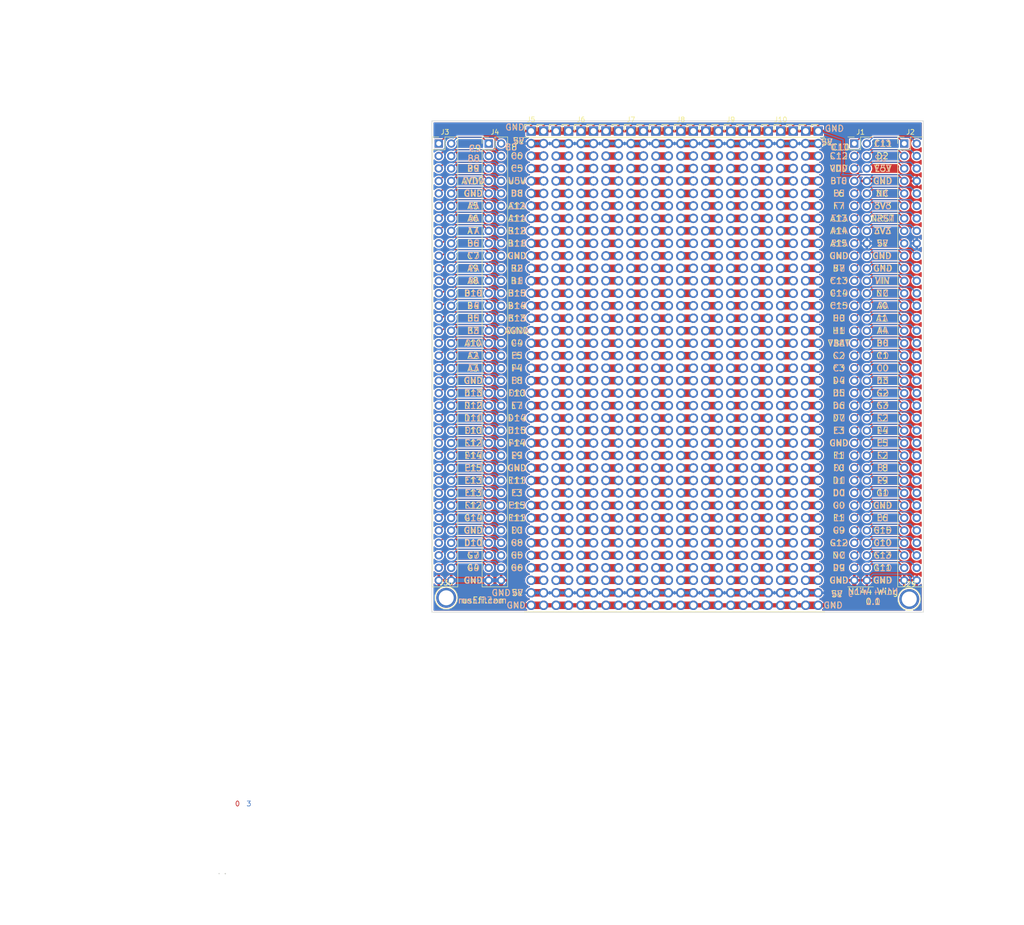
<source format=kicad_pcb>
(kicad_pcb (version 4) (host pcbnew 4.0.7)
  (title_block (title nucleo144_wing) (date 2019-02-24) (rev R0.1) (company http://rusefi.com/))
  (layers (0 F.Cu signal) (31 B.Cu signal) (34 B.Paste user) (35 F.Paste user) (36 B.SilkS user) (37 F.SilkS user) (38 B.Mask user) (39 F.Mask user) (44 Edge.Cuts user))
  (net 0 "")
  (net 1 "Net-(J1-Pad1)")
  (net 2 "Net-(J1-Pad2)")
  (net 3 "Net-(J1-Pad3)")
  (net 4 "Net-(J1-Pad4)")
  (net 5 "Net-(J1-Pad5)")
  (net 6 "Net-(J1-Pad6)")
  (net 7 "Net-(J1-Pad7)")
  (net 8 "Net-(J1-Pad9)")
  (net 9 "Net-(J1-Pad10)")
  (net 10 "Net-(J1-Pad11)")
  (net 11 "Net-(J1-Pad12)")
  (net 12 "Net-(J1-Pad13)")
  (net 13 "Net-(J1-Pad14)")
  (net 14 "Net-(J1-Pad15)")
  (net 15 "Net-(J1-Pad16)")
  (net 16 "Net-(J1-Pad17)")
  (net 17 "Net-(J1-Pad19)")
  (net 18 "Net-(J1-Pad20)")
  (net 19 "Net-(J1-Pad21)")
  (net 20 "Net-(J1-Pad22)")
  (net 21 "Net-(J1-Pad23)")
  (net 22 "Net-(J1-Pad24)")
  (net 23 "Net-(J1-Pad25)")
  (net 24 "Net-(J1-Pad26)")
  (net 25 "Net-(J1-Pad27)")
  (net 26 "Net-(J1-Pad28)")
  (net 27 "Net-(J1-Pad29)")
  (net 28 "Net-(J1-Pad30)")
  (net 29 "Net-(J1-Pad31)")
  (net 30 "Net-(J1-Pad32)")
  (net 31 "Net-(J1-Pad33)")
  (net 32 "Net-(J1-Pad34)")
  (net 33 "Net-(J1-Pad35)")
  (net 34 "Net-(J1-Pad36)")
  (net 35 "Net-(J1-Pad37)")
  (net 36 "Net-(J1-Pad38)")
  (net 37 "Net-(J1-Pad39)")
  (net 38 "Net-(J1-Pad40)")
  (net 39 "Net-(J1-Pad41)")
  (net 40 "Net-(J1-Pad42)")
  (net 41 "Net-(J1-Pad43)")
  (net 42 "Net-(J1-Pad44)")
  (net 43 "Net-(J1-Pad45)")
  (net 44 "Net-(J1-Pad46)")
  (net 45 "Net-(J1-Pad47)")
  (net 46 "Net-(J1-Pad48)")
  (net 47 "Net-(J1-Pad49)")
  (net 48 "Net-(J1-Pad50)")
  (net 49 "Net-(J1-Pad51)")
  (net 50 "Net-(J1-Pad52)")
  (net 51 "Net-(J1-Pad53)")
  (net 52 "Net-(J1-Pad54)")
  (net 53 "Net-(J1-Pad55)")
  (net 54 "Net-(J1-Pad56)")
  (net 55 "Net-(J1-Pad57)")
  (net 56 "Net-(J1-Pad58)")
  (net 57 "Net-(J1-Pad59)")
  (net 58 "Net-(J1-Pad60)")
  (net 59 "Net-(J1-Pad61)")
  (net 60 "Net-(J1-Pad62)")
  (net 61 "Net-(J1-Pad63)")
  (net 62 "Net-(J1-Pad64)")
  (net 63 "Net-(J1-Pad65)")
  (net 64 "Net-(J1-Pad66)")
  (net 65 "Net-(J1-Pad67)")
  (net 66 "Net-(J1-Pad68)")
  (net 67 "Net-(J1-Pad69)")
  (net 68 "Net-(J1-Pad70)")
  (net 69 "Net-(J3-Pad1)")
  (net 70 "Net-(J3-Pad2)")
  (net 71 "Net-(J3-Pad3)")
  (net 72 "Net-(J3-Pad4)")
  (net 73 "Net-(J3-Pad5)")
  (net 74 "Net-(J3-Pad6)")
  (net 75 "Net-(J3-Pad7)")
  (net 76 "Net-(J3-Pad8)")
  (net 77 "Net-(J3-Pad9)")
  (net 78 "Net-(J3-Pad10)")
  (net 79 "Net-(J3-Pad11)")
  (net 80 "Net-(J3-Pad12)")
  (net 81 "Net-(J3-Pad13)")
  (net 82 "Net-(J3-Pad14)")
  (net 83 "Net-(J3-Pad15)")
  (net 84 "Net-(J3-Pad16)")
  (net 85 "Net-(J3-Pad17)")
  (net 86 "Net-(J3-Pad18)")
  (net 87 "Net-(J3-Pad19)")
  (net 88 "Net-(J3-Pad20)")
  (net 89 "Net-(J3-Pad21)")
  (net 90 "Net-(J3-Pad22)")
  (net 91 "Net-(J3-Pad23)")
  (net 92 "Net-(J3-Pad24)")
  (net 93 "Net-(J3-Pad25)")
  (net 94 "Net-(J3-Pad26)")
  (net 95 "Net-(J3-Pad27)")
  (net 96 "Net-(J3-Pad28)")
  (net 97 "Net-(J3-Pad29)")
  (net 98 "Net-(J3-Pad30)")
  (net 99 "Net-(J3-Pad31)")
  (net 100 "Net-(J3-Pad32)")
  (net 101 "Net-(J3-Pad33)")
  (net 102 "Net-(J3-Pad34)")
  (net 103 "Net-(J3-Pad35)")
  (net 104 "Net-(J3-Pad36)")
  (net 105 "Net-(J3-Pad37)")
  (net 106 "Net-(J3-Pad38)")
  (net 107 "Net-(J3-Pad39)")
  (net 108 "Net-(J3-Pad40)")
  (net 109 "Net-(J3-Pad41)")
  (net 110 "Net-(J3-Pad42)")
  (net 111 "Net-(J3-Pad43)")
  (net 112 "Net-(J3-Pad44)")
  (net 113 "Net-(J3-Pad45)")
  (net 114 "Net-(J3-Pad46)")
  (net 115 "Net-(J3-Pad47)")
  (net 116 "Net-(J3-Pad48)")
  (net 117 "Net-(J3-Pad49)")
  (net 118 "Net-(J3-Pad50)")
  (net 119 "Net-(J3-Pad51)")
  (net 120 "Net-(J3-Pad52)")
  (net 121 "Net-(J3-Pad53)")
  (net 122 "Net-(J3-Pad54)")
  (net 123 "Net-(J3-Pad55)")
  (net 124 "Net-(J3-Pad56)")
  (net 125 "Net-(J3-Pad57)")
  (net 126 "Net-(J3-Pad58)")
  (net 127 "Net-(J3-Pad59)")
  (net 128 "Net-(J3-Pad60)")
  (net 129 "Net-(J3-Pad61)")
  (net 130 "Net-(J3-Pad62)")
  (net 131 "Net-(J3-Pad63)")
  (net 132 "Net-(J3-Pad64)")
  (net 133 "Net-(J3-Pad65)")
  (net 134 "Net-(J3-Pad66)")
  (net 135 "Net-(J3-Pad67)")
  (net 136 "Net-(J3-Pad68)")
  (net 137 "Net-(J3-Pad69)")
  (net 138 "Net-(J3-Pad70)")
  (net 139 /5v)
  (net 140 /GND)
  (net 141 "Net-(J5-Pad37)")
  (net 142 "Net-(J5-Pad36)")
  (net 143 "Net-(J5-Pad35)")
  (net 144 "Net-(J5-Pad34)")
  (net 145 "Net-(J5-Pad33)")
  (net 146 "Net-(J5-Pad32)")
  (net 147 "Net-(J5-Pad31)")
  (net 148 "Net-(J5-Pad30)")
  (net 149 "Net-(J5-Pad29)")
  (net 150 "Net-(J5-Pad28)")
  (net 151 "Net-(J5-Pad27)")
  (net 152 "Net-(J5-Pad26)")
  (net 153 "Net-(J5-Pad25)")
  (net 154 "Net-(J5-Pad24)")
  (net 155 "Net-(J5-Pad23)")
  (net 156 "Net-(J5-Pad22)")
  (net 157 "Net-(J5-Pad21)")
  (net 158 "Net-(J5-Pad20)")
  (net 159 "Net-(J5-Pad19)")
  (net 160 "Net-(J5-Pad18)")
  (net 161 "Net-(J5-Pad17)")
  (net 162 "Net-(J5-Pad16)")
  (net 163 "Net-(J5-Pad15)")
  (net 164 "Net-(J5-Pad14)")
  (net 165 "Net-(J5-Pad13)")
  (net 166 "Net-(J5-Pad12)")
  (net 167 "Net-(J5-Pad11)")
  (net 168 "Net-(J5-Pad10)")
  (net 169 "Net-(J5-Pad9)")
  (net 170 "Net-(J5-Pad8)")
  (net 171 "Net-(J5-Pad7)")
  (net 172 "Net-(J5-Pad6)")
  (net 173 "Net-(J5-Pad5)")
  (net 174 "Net-(J5-Pad3)")
  (net 175 "Net-(J5-Pad4)")
  (net 176 "Net-(J6-Pad37)")
  (net 177 "Net-(J6-Pad36)")
  (net 178 "Net-(J6-Pad35)")
  (net 179 "Net-(J6-Pad34)")
  (net 180 "Net-(J6-Pad33)")
  (net 181 "Net-(J6-Pad32)")
  (net 182 "Net-(J6-Pad31)")
  (net 183 "Net-(J6-Pad30)")
  (net 184 "Net-(J6-Pad29)")
  (net 185 "Net-(J6-Pad28)")
  (net 186 "Net-(J6-Pad27)")
  (net 187 "Net-(J6-Pad26)")
  (net 188 "Net-(J6-Pad25)")
  (net 189 "Net-(J6-Pad24)")
  (net 190 "Net-(J6-Pad23)")
  (net 191 "Net-(J6-Pad22)")
  (net 192 "Net-(J6-Pad21)")
  (net 193 "Net-(J6-Pad20)")
  (net 194 "Net-(J6-Pad19)")
  (net 195 "Net-(J6-Pad18)")
  (net 196 "Net-(J6-Pad17)")
  (net 197 "Net-(J6-Pad16)")
  (net 198 "Net-(J6-Pad15)")
  (net 199 "Net-(J6-Pad14)")
  (net 200 "Net-(J6-Pad13)")
  (net 201 "Net-(J6-Pad12)")
  (net 202 "Net-(J6-Pad11)")
  (net 203 "Net-(J6-Pad10)")
  (net 204 "Net-(J6-Pad9)")
  (net 205 "Net-(J6-Pad8)")
  (net 206 "Net-(J6-Pad7)")
  (net 207 "Net-(J6-Pad6)")
  (net 208 "Net-(J6-Pad5)")
  (net 209 "Net-(J6-Pad3)")
  (net 210 "Net-(J6-Pad4)")
  (net 211 "Net-(J7-Pad37)")
  (net 212 "Net-(J7-Pad36)")
  (net 213 "Net-(J7-Pad35)")
  (net 214 "Net-(J7-Pad34)")
  (net 215 "Net-(J7-Pad33)")
  (net 216 "Net-(J7-Pad32)")
  (net 217 "Net-(J7-Pad31)")
  (net 218 "Net-(J7-Pad30)")
  (net 219 "Net-(J7-Pad29)")
  (net 220 "Net-(J7-Pad28)")
  (net 221 "Net-(J7-Pad27)")
  (net 222 "Net-(J7-Pad26)")
  (net 223 "Net-(J7-Pad25)")
  (net 224 "Net-(J7-Pad24)")
  (net 225 "Net-(J7-Pad23)")
  (net 226 "Net-(J7-Pad22)")
  (net 227 "Net-(J7-Pad21)")
  (net 228 "Net-(J7-Pad20)")
  (net 229 "Net-(J7-Pad19)")
  (net 230 "Net-(J7-Pad18)")
  (net 231 "Net-(J7-Pad17)")
  (net 232 "Net-(J7-Pad16)")
  (net 233 "Net-(J7-Pad15)")
  (net 234 "Net-(J7-Pad14)")
  (net 235 "Net-(J7-Pad13)")
  (net 236 "Net-(J7-Pad12)")
  (net 237 "Net-(J7-Pad11)")
  (net 238 "Net-(J7-Pad10)")
  (net 239 "Net-(J7-Pad9)")
  (net 240 "Net-(J7-Pad8)")
  (net 241 "Net-(J7-Pad7)")
  (net 242 "Net-(J7-Pad6)")
  (net 243 "Net-(J7-Pad5)")
  (net 244 "Net-(J7-Pad3)")
  (net 245 "Net-(J7-Pad4)")
  (net 246 "Net-(J8-Pad37)")
  (net 247 "Net-(J8-Pad36)")
  (net 248 "Net-(J8-Pad35)")
  (net 249 "Net-(J8-Pad34)")
  (net 250 "Net-(J8-Pad33)")
  (net 251 "Net-(J8-Pad32)")
  (net 252 "Net-(J8-Pad31)")
  (net 253 "Net-(J8-Pad30)")
  (net 254 "Net-(J8-Pad29)")
  (net 255 "Net-(J8-Pad28)")
  (net 256 "Net-(J8-Pad27)")
  (net 257 "Net-(J8-Pad26)")
  (net 258 "Net-(J8-Pad25)")
  (net 259 "Net-(J8-Pad24)")
  (net 260 "Net-(J8-Pad23)")
  (net 261 "Net-(J8-Pad22)")
  (net 262 "Net-(J8-Pad21)")
  (net 263 "Net-(J8-Pad20)")
  (net 264 "Net-(J8-Pad19)")
  (net 265 "Net-(J8-Pad18)")
  (net 266 "Net-(J8-Pad17)")
  (net 267 "Net-(J8-Pad16)")
  (net 268 "Net-(J8-Pad15)")
  (net 269 "Net-(J8-Pad14)")
  (net 270 "Net-(J8-Pad13)")
  (net 271 "Net-(J8-Pad12)")
  (net 272 "Net-(J8-Pad11)")
  (net 273 "Net-(J8-Pad10)")
  (net 274 "Net-(J8-Pad9)")
  (net 275 "Net-(J8-Pad8)")
  (net 276 "Net-(J8-Pad7)")
  (net 277 "Net-(J8-Pad6)")
  (net 278 "Net-(J8-Pad5)")
  (net 279 "Net-(J8-Pad3)")
  (net 280 "Net-(J8-Pad4)")
  (net 281 "Net-(J9-Pad37)")
  (net 282 "Net-(J9-Pad36)")
  (net 283 "Net-(J9-Pad35)")
  (net 284 "Net-(J9-Pad34)")
  (net 285 "Net-(J9-Pad33)")
  (net 286 "Net-(J9-Pad32)")
  (net 287 "Net-(J9-Pad31)")
  (net 288 "Net-(J9-Pad30)")
  (net 289 "Net-(J9-Pad29)")
  (net 290 "Net-(J9-Pad28)")
  (net 291 "Net-(J9-Pad27)")
  (net 292 "Net-(J9-Pad26)")
  (net 293 "Net-(J9-Pad25)")
  (net 294 "Net-(J9-Pad24)")
  (net 295 "Net-(J9-Pad23)")
  (net 296 "Net-(J9-Pad22)")
  (net 297 "Net-(J9-Pad21)")
  (net 298 "Net-(J9-Pad20)")
  (net 299 "Net-(J9-Pad19)")
  (net 300 "Net-(J9-Pad18)")
  (net 301 "Net-(J9-Pad17)")
  (net 302 "Net-(J9-Pad16)")
  (net 303 "Net-(J9-Pad15)")
  (net 304 "Net-(J9-Pad14)")
  (net 305 "Net-(J9-Pad13)")
  (net 306 "Net-(J9-Pad12)")
  (net 307 "Net-(J9-Pad11)")
  (net 308 "Net-(J9-Pad10)")
  (net 309 "Net-(J9-Pad9)")
  (net 310 "Net-(J9-Pad8)")
  (net 311 "Net-(J9-Pad7)")
  (net 312 "Net-(J9-Pad6)")
  (net 313 "Net-(J9-Pad5)")
  (net 314 "Net-(J9-Pad3)")
  (net 315 "Net-(J9-Pad4)")
  (net 316 "Net-(J10-Pad37)")
  (net 317 "Net-(J10-Pad36)")
  (net 318 "Net-(J10-Pad35)")
  (net 319 "Net-(J10-Pad34)")
  (net 320 "Net-(J10-Pad33)")
  (net 321 "Net-(J10-Pad32)")
  (net 322 "Net-(J10-Pad31)")
  (net 323 "Net-(J10-Pad30)")
  (net 324 "Net-(J10-Pad29)")
  (net 325 "Net-(J10-Pad28)")
  (net 326 "Net-(J10-Pad27)")
  (net 327 "Net-(J10-Pad26)")
  (net 328 "Net-(J10-Pad25)")
  (net 329 "Net-(J10-Pad24)")
  (net 330 "Net-(J10-Pad23)")
  (net 331 "Net-(J10-Pad22)")
  (net 332 "Net-(J10-Pad21)")
  (net 333 "Net-(J10-Pad20)")
  (net 334 "Net-(J10-Pad19)")
  (net 335 "Net-(J10-Pad18)")
  (net 336 "Net-(J10-Pad17)")
  (net 337 "Net-(J10-Pad16)")
  (net 338 "Net-(J10-Pad15)")
  (net 339 "Net-(J10-Pad14)")
  (net 340 "Net-(J10-Pad13)")
  (net 341 "Net-(J10-Pad12)")
  (net 342 "Net-(J10-Pad11)")
  (net 343 "Net-(J10-Pad10)")
  (net 344 "Net-(J10-Pad9)")
  (net 345 "Net-(J10-Pad8)")
  (net 346 "Net-(J10-Pad7)")
  (net 347 "Net-(J10-Pad6)")
  (net 348 "Net-(J10-Pad5)")
  (net 349 "Net-(J10-Pad3)")
  (net 350 "Net-(J10-Pad4)")
  (net 351 "Net-(J29-Pad1)")
  (net 352 "Net-(J30-Pad1)")
  (module rusEFI_local:rusEfi_4x39_Pitch2.54mm (layer F.Cu) (at 220.98 52.07)
    (fp_text reference J10 (at 0 -2.33) (layer F.SilkS))
    (fp_text value Conn_01x39 hide)
    (pad 39 thru_hole oval (at 5.08 96.52) (size 1.9 1.9) (drill 1.2) (layers *.Cu *.Mask) (net 140 /GND))
    (pad 38 thru_hole oval (at 5.08 93.98) (size 1.9 1.9) (drill 1.2) (layers *.Cu *.Mask) (net 139 /5v))
    (pad 37 thru_hole oval (at 5.08 91.44) (size 1.9 1.9) (drill 1.2) (layers *.Cu *.Mask) (net 316 "Net-(J10-Pad37)"))
    (pad 36 thru_hole oval (at 5.08 88.9) (size 1.9 1.9) (drill 1.2) (layers *.Cu *.Mask) (net 317 "Net-(J10-Pad36)"))
    (pad 35 thru_hole oval (at 5.08 86.36) (size 1.9 1.9) (drill 1.2) (layers *.Cu *.Mask) (net 318 "Net-(J10-Pad35)"))
    (pad 34 thru_hole oval (at 5.08 83.82) (size 1.9 1.9) (drill 1.2) (layers *.Cu *.Mask) (net 319 "Net-(J10-Pad34)"))
    (pad 33 thru_hole oval (at 5.08 81.28) (size 1.9 1.9) (drill 1.2) (layers *.Cu *.Mask) (net 320 "Net-(J10-Pad33)"))
    (pad 32 thru_hole oval (at 5.08 78.74) (size 1.9 1.9) (drill 1.2) (layers *.Cu *.Mask) (net 321 "Net-(J10-Pad32)"))
    (pad 31 thru_hole oval (at 5.08 76.2) (size 1.9 1.9) (drill 1.2) (layers *.Cu *.Mask) (net 322 "Net-(J10-Pad31)"))
    (pad 30 thru_hole oval (at 5.08 73.66) (size 1.9 1.9) (drill 1.2) (layers *.Cu *.Mask) (net 323 "Net-(J10-Pad30)"))
    (pad 29 thru_hole oval (at 5.08 71.12) (size 1.9 1.9) (drill 1.2) (layers *.Cu *.Mask) (net 324 "Net-(J10-Pad29)"))
    (pad 28 thru_hole oval (at 5.08 68.58) (size 1.9 1.9) (drill 1.2) (layers *.Cu *.Mask) (net 325 "Net-(J10-Pad28)"))
    (pad 27 thru_hole oval (at 5.08 66.04) (size 1.9 1.9) (drill 1.2) (layers *.Cu *.Mask) (net 326 "Net-(J10-Pad27)"))
    (pad 26 thru_hole oval (at 5.08 63.5) (size 1.9 1.9) (drill 1.2) (layers *.Cu *.Mask) (net 327 "Net-(J10-Pad26)"))
    (pad 25 thru_hole oval (at 5.08 60.96) (size 1.9 1.9) (drill 1.2) (layers *.Cu *.Mask) (net 328 "Net-(J10-Pad25)"))
    (pad 24 thru_hole oval (at 5.08 58.42) (size 1.9 1.9) (drill 1.2) (layers *.Cu *.Mask) (net 329 "Net-(J10-Pad24)"))
    (pad 23 thru_hole oval (at 5.08 55.88) (size 1.9 1.9) (drill 1.2) (layers *.Cu *.Mask) (net 330 "Net-(J10-Pad23)"))
    (pad 22 thru_hole oval (at 5.08 53.34) (size 1.9 1.9) (drill 1.2) (layers *.Cu *.Mask) (net 331 "Net-(J10-Pad22)"))
    (pad 21 thru_hole oval (at 5.08 50.8) (size 1.9 1.9) (drill 1.2) (layers *.Cu *.Mask) (net 332 "Net-(J10-Pad21)"))
    (pad 20 thru_hole oval (at 5.08 48.26) (size 1.9 1.9) (drill 1.2) (layers *.Cu *.Mask) (net 333 "Net-(J10-Pad20)"))
    (pad 19 thru_hole oval (at 5.08 45.72) (size 1.9 1.9) (drill 1.2) (layers *.Cu *.Mask) (net 334 "Net-(J10-Pad19)"))
    (pad 18 thru_hole oval (at 5.08 43.18) (size 1.9 1.9) (drill 1.2) (layers *.Cu *.Mask) (net 335 "Net-(J10-Pad18)"))
    (pad 17 thru_hole oval (at 5.08 40.64) (size 1.9 1.9) (drill 1.2) (layers *.Cu *.Mask) (net 336 "Net-(J10-Pad17)"))
    (pad 16 thru_hole oval (at 5.08 38.1) (size 1.9 1.9) (drill 1.2) (layers *.Cu *.Mask) (net 337 "Net-(J10-Pad16)"))
    (pad 15 thru_hole oval (at 5.08 35.56) (size 1.9 1.9) (drill 1.2) (layers *.Cu *.Mask) (net 338 "Net-(J10-Pad15)"))
    (pad 14 thru_hole oval (at 5.08 33.02) (size 1.9 1.9) (drill 1.2) (layers *.Cu *.Mask) (net 339 "Net-(J10-Pad14)"))
    (pad 13 thru_hole oval (at 5.08 30.48) (size 1.9 1.9) (drill 1.2) (layers *.Cu *.Mask) (net 340 "Net-(J10-Pad13)"))
    (pad 12 thru_hole oval (at 5.08 27.94) (size 1.9 1.9) (drill 1.2) (layers *.Cu *.Mask) (net 341 "Net-(J10-Pad12)"))
    (pad 11 thru_hole oval (at 5.08 25.4) (size 1.9 1.9) (drill 1.2) (layers *.Cu *.Mask) (net 342 "Net-(J10-Pad11)"))
    (pad 10 thru_hole oval (at 5.08 22.86) (size 1.9 1.9) (drill 1.2) (layers *.Cu *.Mask) (net 343 "Net-(J10-Pad10)"))
    (pad 9 thru_hole oval (at 5.08 20.32) (size 1.9 1.9) (drill 1.2) (layers *.Cu *.Mask) (net 344 "Net-(J10-Pad9)"))
    (pad 8 thru_hole oval (at 5.08 17.78) (size 1.9 1.9) (drill 1.2) (layers *.Cu *.Mask) (net 345 "Net-(J10-Pad8)"))
    (pad 7 thru_hole oval (at 5.08 15.24) (size 1.9 1.9) (drill 1.2) (layers *.Cu *.Mask) (net 346 "Net-(J10-Pad7)"))
    (pad 6 thru_hole oval (at 5.08 12.7) (size 1.9 1.9) (drill 1.2) (layers *.Cu *.Mask) (net 347 "Net-(J10-Pad6)"))
    (pad 5 thru_hole oval (at 5.08 10.16) (size 1.9 1.9) (drill 1.2) (layers *.Cu *.Mask) (net 348 "Net-(J10-Pad5)"))
    (pad 2 thru_hole oval (at 5.08 2.54) (size 1.9 1.9) (drill 1.2) (layers *.Cu *.Mask) (net 139 /5v))
    (pad 1 thru_hole rect (at 5.08 0) (size 1.9 1.9) (drill 1.2) (layers *.Cu *.Mask) (net 140 /GND))
    (pad 3 thru_hole oval (at 5.08 5.08) (size 1.9 1.9) (drill 1.2) (layers *.Cu *.Mask) (net 349 "Net-(J10-Pad3)"))
    (pad 4 thru_hole oval (at 5.08 7.62) (size 1.9 1.9) (drill 1.2) (layers *.Cu *.Mask) (net 350 "Net-(J10-Pad4)"))
    (pad 5 thru_hole oval (at 5.08 10.16) (size 1.9 1.9) (drill 1.2) (layers *.Cu *.Mask) (net 348 "Net-(J10-Pad5)"))
    (pad 6 thru_hole oval (at 5.08 12.7) (size 1.9 1.9) (drill 1.2) (layers *.Cu *.Mask) (net 347 "Net-(J10-Pad6)"))
    (pad 7 thru_hole oval (at 5.08 15.24) (size 1.9 1.9) (drill 1.2) (layers *.Cu *.Mask) (net 346 "Net-(J10-Pad7)"))
    (pad 8 thru_hole oval (at 5.08 17.78) (size 1.9 1.9) (drill 1.2) (layers *.Cu *.Mask) (net 345 "Net-(J10-Pad8)"))
    (pad 9 thru_hole oval (at 5.08 20.32) (size 1.9 1.9) (drill 1.2) (layers *.Cu *.Mask) (net 344 "Net-(J10-Pad9)"))
    (pad 10 thru_hole oval (at 5.08 22.86) (size 1.9 1.9) (drill 1.2) (layers *.Cu *.Mask) (net 343 "Net-(J10-Pad10)"))
    (pad 11 thru_hole oval (at 5.08 25.4) (size 1.9 1.9) (drill 1.2) (layers *.Cu *.Mask) (net 342 "Net-(J10-Pad11)"))
    (pad 12 thru_hole oval (at 5.08 27.94) (size 1.9 1.9) (drill 1.2) (layers *.Cu *.Mask) (net 341 "Net-(J10-Pad12)"))
    (pad 13 thru_hole oval (at 5.08 30.48) (size 1.9 1.9) (drill 1.2) (layers *.Cu *.Mask) (net 340 "Net-(J10-Pad13)"))
    (pad 14 thru_hole oval (at 5.08 33.02) (size 1.9 1.9) (drill 1.2) (layers *.Cu *.Mask) (net 339 "Net-(J10-Pad14)"))
    (pad 15 thru_hole oval (at 5.08 35.56) (size 1.9 1.9) (drill 1.2) (layers *.Cu *.Mask) (net 338 "Net-(J10-Pad15)"))
    (pad 16 thru_hole oval (at 5.08 38.1) (size 1.9 1.9) (drill 1.2) (layers *.Cu *.Mask) (net 337 "Net-(J10-Pad16)"))
    (pad 17 thru_hole oval (at 5.08 40.64) (size 1.9 1.9) (drill 1.2) (layers *.Cu *.Mask) (net 336 "Net-(J10-Pad17)"))
    (pad 18 thru_hole oval (at 5.08 43.18) (size 1.9 1.9) (drill 1.2) (layers *.Cu *.Mask) (net 335 "Net-(J10-Pad18)"))
    (pad 19 thru_hole oval (at 5.08 45.72) (size 1.9 1.9) (drill 1.2) (layers *.Cu *.Mask) (net 334 "Net-(J10-Pad19)"))
    (pad 20 thru_hole oval (at 5.08 48.26) (size 1.9 1.9) (drill 1.2) (layers *.Cu *.Mask) (net 333 "Net-(J10-Pad20)"))
    (pad 21 thru_hole oval (at 5.08 50.8) (size 1.9 1.9) (drill 1.2) (layers *.Cu *.Mask) (net 332 "Net-(J10-Pad21)"))
    (pad 22 thru_hole oval (at 5.08 53.34) (size 1.9 1.9) (drill 1.2) (layers *.Cu *.Mask) (net 331 "Net-(J10-Pad22)"))
    (pad 23 thru_hole oval (at 5.08 55.88) (size 1.9 1.9) (drill 1.2) (layers *.Cu *.Mask) (net 330 "Net-(J10-Pad23)"))
    (pad 24 thru_hole oval (at 5.08 58.42) (size 1.9 1.9) (drill 1.2) (layers *.Cu *.Mask) (net 329 "Net-(J10-Pad24)"))
    (pad 25 thru_hole oval (at 5.08 60.96) (size 1.9 1.9) (drill 1.2) (layers *.Cu *.Mask) (net 328 "Net-(J10-Pad25)"))
    (pad 26 thru_hole oval (at 5.08 63.5) (size 1.9 1.9) (drill 1.2) (layers *.Cu *.Mask) (net 327 "Net-(J10-Pad26)"))
    (pad 27 thru_hole oval (at 5.08 66.04) (size 1.9 1.9) (drill 1.2) (layers *.Cu *.Mask) (net 326 "Net-(J10-Pad27)"))
    (pad 28 thru_hole oval (at 5.08 68.58) (size 1.9 1.9) (drill 1.2) (layers *.Cu *.Mask) (net 325 "Net-(J10-Pad28)"))
    (pad 29 thru_hole oval (at 5.08 71.12) (size 1.9 1.9) (drill 1.2) (layers *.Cu *.Mask) (net 324 "Net-(J10-Pad29)"))
    (pad 30 thru_hole oval (at 5.08 73.66) (size 1.9 1.9) (drill 1.2) (layers *.Cu *.Mask) (net 323 "Net-(J10-Pad30)"))
    (pad 31 thru_hole oval (at 5.08 76.2) (size 1.9 1.9) (drill 1.2) (layers *.Cu *.Mask) (net 322 "Net-(J10-Pad31)"))
    (pad 32 thru_hole oval (at 5.08 78.74) (size 1.9 1.9) (drill 1.2) (layers *.Cu *.Mask) (net 321 "Net-(J10-Pad32)"))
    (pad 33 thru_hole oval (at 5.08 81.28) (size 1.9 1.9) (drill 1.2) (layers *.Cu *.Mask) (net 320 "Net-(J10-Pad33)"))
    (pad 34 thru_hole oval (at 5.08 83.82) (size 1.9 1.9) (drill 1.2) (layers *.Cu *.Mask) (net 319 "Net-(J10-Pad34)"))
    (pad 35 thru_hole oval (at 5.08 86.36) (size 1.9 1.9) (drill 1.2) (layers *.Cu *.Mask) (net 318 "Net-(J10-Pad35)"))
    (pad 36 thru_hole oval (at 5.08 88.9) (size 1.9 1.9) (drill 1.2) (layers *.Cu *.Mask) (net 317 "Net-(J10-Pad36)"))
    (pad 37 thru_hole oval (at 5.08 91.44) (size 1.9 1.9) (drill 1.2) (layers *.Cu *.Mask) (net 316 "Net-(J10-Pad37)"))
    (pad 38 thru_hole oval (at 5.08 93.98) (size 1.9 1.9) (drill 1.2) (layers *.Cu *.Mask) (net 139 /5v))
    (pad 39 thru_hole oval (at 5.08 96.52) (size 1.9 1.9) (drill 1.2) (layers *.Cu *.Mask) (net 140 /GND))
    (pad 39 thru_hole oval (at 7.62 96.52) (size 1.9 1.9) (drill 1.2) (layers *.Cu *.Mask) (net 140 /GND))
    (pad 38 thru_hole oval (at 7.62 93.98) (size 1.9 1.9) (drill 1.2) (layers *.Cu *.Mask) (net 139 /5v))
    (pad 37 thru_hole oval (at 7.62 91.44) (size 1.9 1.9) (drill 1.2) (layers *.Cu *.Mask) (net 316 "Net-(J10-Pad37)"))
    (pad 36 thru_hole oval (at 7.62 88.9) (size 1.9 1.9) (drill 1.2) (layers *.Cu *.Mask) (net 317 "Net-(J10-Pad36)"))
    (pad 35 thru_hole oval (at 7.62 86.36) (size 1.9 1.9) (drill 1.2) (layers *.Cu *.Mask) (net 318 "Net-(J10-Pad35)"))
    (pad 34 thru_hole oval (at 7.62 83.82) (size 1.9 1.9) (drill 1.2) (layers *.Cu *.Mask) (net 319 "Net-(J10-Pad34)"))
    (pad 33 thru_hole oval (at 7.62 81.28) (size 1.9 1.9) (drill 1.2) (layers *.Cu *.Mask) (net 320 "Net-(J10-Pad33)"))
    (pad 32 thru_hole oval (at 7.62 78.74) (size 1.9 1.9) (drill 1.2) (layers *.Cu *.Mask) (net 321 "Net-(J10-Pad32)"))
    (pad 31 thru_hole oval (at 7.62 76.2) (size 1.9 1.9) (drill 1.2) (layers *.Cu *.Mask) (net 322 "Net-(J10-Pad31)"))
    (pad 30 thru_hole oval (at 7.62 73.66) (size 1.9 1.9) (drill 1.2) (layers *.Cu *.Mask) (net 323 "Net-(J10-Pad30)"))
    (pad 29 thru_hole oval (at 7.62 71.12) (size 1.9 1.9) (drill 1.2) (layers *.Cu *.Mask) (net 324 "Net-(J10-Pad29)"))
    (pad 28 thru_hole oval (at 7.62 68.58) (size 1.9 1.9) (drill 1.2) (layers *.Cu *.Mask) (net 325 "Net-(J10-Pad28)"))
    (pad 27 thru_hole oval (at 7.62 66.04) (size 1.9 1.9) (drill 1.2) (layers *.Cu *.Mask) (net 326 "Net-(J10-Pad27)"))
    (pad 26 thru_hole oval (at 7.62 63.5) (size 1.9 1.9) (drill 1.2) (layers *.Cu *.Mask) (net 327 "Net-(J10-Pad26)"))
    (pad 25 thru_hole oval (at 7.62 60.96) (size 1.9 1.9) (drill 1.2) (layers *.Cu *.Mask) (net 328 "Net-(J10-Pad25)"))
    (pad 24 thru_hole oval (at 7.62 58.42) (size 1.9 1.9) (drill 1.2) (layers *.Cu *.Mask) (net 329 "Net-(J10-Pad24)"))
    (pad 23 thru_hole oval (at 7.62 55.88) (size 1.9 1.9) (drill 1.2) (layers *.Cu *.Mask) (net 330 "Net-(J10-Pad23)"))
    (pad 22 thru_hole oval (at 7.62 53.34) (size 1.9 1.9) (drill 1.2) (layers *.Cu *.Mask) (net 331 "Net-(J10-Pad22)"))
    (pad 21 thru_hole oval (at 7.62 50.8) (size 1.9 1.9) (drill 1.2) (layers *.Cu *.Mask) (net 332 "Net-(J10-Pad21)"))
    (pad 20 thru_hole oval (at 7.62 48.26) (size 1.9 1.9) (drill 1.2) (layers *.Cu *.Mask) (net 333 "Net-(J10-Pad20)"))
    (pad 19 thru_hole oval (at 7.62 45.72) (size 1.9 1.9) (drill 1.2) (layers *.Cu *.Mask) (net 334 "Net-(J10-Pad19)"))
    (pad 18 thru_hole oval (at 7.62 43.18) (size 1.9 1.9) (drill 1.2) (layers *.Cu *.Mask) (net 335 "Net-(J10-Pad18)"))
    (pad 17 thru_hole oval (at 7.62 40.64) (size 1.9 1.9) (drill 1.2) (layers *.Cu *.Mask) (net 336 "Net-(J10-Pad17)"))
    (pad 16 thru_hole oval (at 7.62 38.1) (size 1.9 1.9) (drill 1.2) (layers *.Cu *.Mask) (net 337 "Net-(J10-Pad16)"))
    (pad 15 thru_hole oval (at 7.62 35.56) (size 1.9 1.9) (drill 1.2) (layers *.Cu *.Mask) (net 338 "Net-(J10-Pad15)"))
    (pad 14 thru_hole oval (at 7.62 33.02) (size 1.9 1.9) (drill 1.2) (layers *.Cu *.Mask) (net 339 "Net-(J10-Pad14)"))
    (pad 13 thru_hole oval (at 7.62 30.48) (size 1.9 1.9) (drill 1.2) (layers *.Cu *.Mask) (net 340 "Net-(J10-Pad13)"))
    (pad 12 thru_hole oval (at 7.62 27.94) (size 1.9 1.9) (drill 1.2) (layers *.Cu *.Mask) (net 341 "Net-(J10-Pad12)"))
    (pad 11 thru_hole oval (at 7.62 25.4) (size 1.9 1.9) (drill 1.2) (layers *.Cu *.Mask) (net 342 "Net-(J10-Pad11)"))
    (pad 10 thru_hole oval (at 7.62 22.86) (size 1.9 1.9) (drill 1.2) (layers *.Cu *.Mask) (net 343 "Net-(J10-Pad10)"))
    (pad 9 thru_hole oval (at 7.62 20.32) (size 1.9 1.9) (drill 1.2) (layers *.Cu *.Mask) (net 344 "Net-(J10-Pad9)"))
    (pad 8 thru_hole oval (at 7.62 17.78) (size 1.9 1.9) (drill 1.2) (layers *.Cu *.Mask) (net 345 "Net-(J10-Pad8)"))
    (pad 7 thru_hole oval (at 7.62 15.24) (size 1.9 1.9) (drill 1.2) (layers *.Cu *.Mask) (net 346 "Net-(J10-Pad7)"))
    (pad 6 thru_hole oval (at 7.62 12.7) (size 1.9 1.9) (drill 1.2) (layers *.Cu *.Mask) (net 347 "Net-(J10-Pad6)"))
    (pad 5 thru_hole oval (at 7.62 10.16) (size 1.9 1.9) (drill 1.2) (layers *.Cu *.Mask) (net 348 "Net-(J10-Pad5)"))
    (pad 2 thru_hole oval (at 7.62 2.54) (size 1.9 1.9) (drill 1.2) (layers *.Cu *.Mask) (net 139 /5v))
    (pad 1 thru_hole rect (at 7.62 0) (size 1.9 1.9) (drill 1.2) (layers *.Cu *.Mask) (net 140 /GND))
    (pad 3 thru_hole oval (at 7.62 5.08) (size 1.9 1.9) (drill 1.2) (layers *.Cu *.Mask) (net 349 "Net-(J10-Pad3)"))
    (pad 4 thru_hole oval (at 7.62 7.62) (size 1.9 1.9) (drill 1.2) (layers *.Cu *.Mask) (net 350 "Net-(J10-Pad4)"))
    (pad 5 thru_hole oval (at 7.62 10.16) (size 1.9 1.9) (drill 1.2) (layers *.Cu *.Mask) (net 348 "Net-(J10-Pad5)"))
    (pad 6 thru_hole oval (at 7.62 12.7) (size 1.9 1.9) (drill 1.2) (layers *.Cu *.Mask) (net 347 "Net-(J10-Pad6)"))
    (pad 7 thru_hole oval (at 7.62 15.24) (size 1.9 1.9) (drill 1.2) (layers *.Cu *.Mask) (net 346 "Net-(J10-Pad7)"))
    (pad 8 thru_hole oval (at 7.62 17.78) (size 1.9 1.9) (drill 1.2) (layers *.Cu *.Mask) (net 345 "Net-(J10-Pad8)"))
    (pad 9 thru_hole oval (at 7.62 20.32) (size 1.9 1.9) (drill 1.2) (layers *.Cu *.Mask) (net 344 "Net-(J10-Pad9)"))
    (pad 10 thru_hole oval (at 7.62 22.86) (size 1.9 1.9) (drill 1.2) (layers *.Cu *.Mask) (net 343 "Net-(J10-Pad10)"))
    (pad 11 thru_hole oval (at 7.62 25.4) (size 1.9 1.9) (drill 1.2) (layers *.Cu *.Mask) (net 342 "Net-(J10-Pad11)"))
    (pad 12 thru_hole oval (at 7.62 27.94) (size 1.9 1.9) (drill 1.2) (layers *.Cu *.Mask) (net 341 "Net-(J10-Pad12)"))
    (pad 13 thru_hole oval (at 7.62 30.48) (size 1.9 1.9) (drill 1.2) (layers *.Cu *.Mask) (net 340 "Net-(J10-Pad13)"))
    (pad 14 thru_hole oval (at 7.62 33.02) (size 1.9 1.9) (drill 1.2) (layers *.Cu *.Mask) (net 339 "Net-(J10-Pad14)"))
    (pad 15 thru_hole oval (at 7.62 35.56) (size 1.9 1.9) (drill 1.2) (layers *.Cu *.Mask) (net 338 "Net-(J10-Pad15)"))
    (pad 16 thru_hole oval (at 7.62 38.1) (size 1.9 1.9) (drill 1.2) (layers *.Cu *.Mask) (net 337 "Net-(J10-Pad16)"))
    (pad 17 thru_hole oval (at 7.62 40.64) (size 1.9 1.9) (drill 1.2) (layers *.Cu *.Mask) (net 336 "Net-(J10-Pad17)"))
    (pad 18 thru_hole oval (at 7.62 43.18) (size 1.9 1.9) (drill 1.2) (layers *.Cu *.Mask) (net 335 "Net-(J10-Pad18)"))
    (pad 19 thru_hole oval (at 7.62 45.72) (size 1.9 1.9) (drill 1.2) (layers *.Cu *.Mask) (net 334 "Net-(J10-Pad19)"))
    (pad 20 thru_hole oval (at 7.62 48.26) (size 1.9 1.9) (drill 1.2) (layers *.Cu *.Mask) (net 333 "Net-(J10-Pad20)"))
    (pad 21 thru_hole oval (at 7.62 50.8) (size 1.9 1.9) (drill 1.2) (layers *.Cu *.Mask) (net 332 "Net-(J10-Pad21)"))
    (pad 22 thru_hole oval (at 7.62 53.34) (size 1.9 1.9) (drill 1.2) (layers *.Cu *.Mask) (net 331 "Net-(J10-Pad22)"))
    (pad 23 thru_hole oval (at 7.62 55.88) (size 1.9 1.9) (drill 1.2) (layers *.Cu *.Mask) (net 330 "Net-(J10-Pad23)"))
    (pad 24 thru_hole oval (at 7.62 58.42) (size 1.9 1.9) (drill 1.2) (layers *.Cu *.Mask) (net 329 "Net-(J10-Pad24)"))
    (pad 25 thru_hole oval (at 7.62 60.96) (size 1.9 1.9) (drill 1.2) (layers *.Cu *.Mask) (net 328 "Net-(J10-Pad25)"))
    (pad 26 thru_hole oval (at 7.62 63.5) (size 1.9 1.9) (drill 1.2) (layers *.Cu *.Mask) (net 327 "Net-(J10-Pad26)"))
    (pad 27 thru_hole oval (at 7.62 66.04) (size 1.9 1.9) (drill 1.2) (layers *.Cu *.Mask) (net 326 "Net-(J10-Pad27)"))
    (pad 28 thru_hole oval (at 7.62 68.58) (size 1.9 1.9) (drill 1.2) (layers *.Cu *.Mask) (net 325 "Net-(J10-Pad28)"))
    (pad 29 thru_hole oval (at 7.62 71.12) (size 1.9 1.9) (drill 1.2) (layers *.Cu *.Mask) (net 324 "Net-(J10-Pad29)"))
    (pad 30 thru_hole oval (at 7.62 73.66) (size 1.9 1.9) (drill 1.2) (layers *.Cu *.Mask) (net 323 "Net-(J10-Pad30)"))
    (pad 31 thru_hole oval (at 7.62 76.2) (size 1.9 1.9) (drill 1.2) (layers *.Cu *.Mask) (net 322 "Net-(J10-Pad31)"))
    (pad 32 thru_hole oval (at 7.62 78.74) (size 1.9 1.9) (drill 1.2) (layers *.Cu *.Mask) (net 321 "Net-(J10-Pad32)"))
    (pad 33 thru_hole oval (at 7.62 81.28) (size 1.9 1.9) (drill 1.2) (layers *.Cu *.Mask) (net 320 "Net-(J10-Pad33)"))
    (pad 34 thru_hole oval (at 7.62 83.82) (size 1.9 1.9) (drill 1.2) (layers *.Cu *.Mask) (net 319 "Net-(J10-Pad34)"))
    (pad 35 thru_hole oval (at 7.62 86.36) (size 1.9 1.9) (drill 1.2) (layers *.Cu *.Mask) (net 318 "Net-(J10-Pad35)"))
    (pad 36 thru_hole oval (at 7.62 88.9) (size 1.9 1.9) (drill 1.2) (layers *.Cu *.Mask) (net 317 "Net-(J10-Pad36)"))
    (pad 37 thru_hole oval (at 7.62 91.44) (size 1.9 1.9) (drill 1.2) (layers *.Cu *.Mask) (net 316 "Net-(J10-Pad37)"))
    (pad 38 thru_hole oval (at 7.62 93.98) (size 1.9 1.9) (drill 1.2) (layers *.Cu *.Mask) (net 139 /5v))
    (pad 39 thru_hole oval (at 7.62 96.52) (size 1.9 1.9) (drill 1.2) (layers *.Cu *.Mask) (net 140 /GND))
    (pad 39 thru_hole oval (at 2.54 96.52) (size 1.9 1.9) (drill 1.2) (layers *.Cu *.Mask) (net 140 /GND))
    (pad 38 thru_hole oval (at 2.54 93.98) (size 1.9 1.9) (drill 1.2) (layers *.Cu *.Mask) (net 139 /5v))
    (pad 37 thru_hole oval (at 2.54 91.44) (size 1.9 1.9) (drill 1.2) (layers *.Cu *.Mask) (net 316 "Net-(J10-Pad37)"))
    (pad 36 thru_hole oval (at 2.54 88.9) (size 1.9 1.9) (drill 1.2) (layers *.Cu *.Mask) (net 317 "Net-(J10-Pad36)"))
    (pad 35 thru_hole oval (at 2.54 86.36) (size 1.9 1.9) (drill 1.2) (layers *.Cu *.Mask) (net 318 "Net-(J10-Pad35)"))
    (pad 34 thru_hole oval (at 2.54 83.82) (size 1.9 1.9) (drill 1.2) (layers *.Cu *.Mask) (net 319 "Net-(J10-Pad34)"))
    (pad 33 thru_hole oval (at 2.54 81.28) (size 1.9 1.9) (drill 1.2) (layers *.Cu *.Mask) (net 320 "Net-(J10-Pad33)"))
    (pad 32 thru_hole oval (at 2.54 78.74) (size 1.9 1.9) (drill 1.2) (layers *.Cu *.Mask) (net 321 "Net-(J10-Pad32)"))
    (pad 31 thru_hole oval (at 2.54 76.2) (size 1.9 1.9) (drill 1.2) (layers *.Cu *.Mask) (net 322 "Net-(J10-Pad31)"))
    (pad 30 thru_hole oval (at 2.54 73.66) (size 1.9 1.9) (drill 1.2) (layers *.Cu *.Mask) (net 323 "Net-(J10-Pad30)"))
    (pad 29 thru_hole oval (at 2.54 71.12) (size 1.9 1.9) (drill 1.2) (layers *.Cu *.Mask) (net 324 "Net-(J10-Pad29)"))
    (pad 28 thru_hole oval (at 2.54 68.58) (size 1.9 1.9) (drill 1.2) (layers *.Cu *.Mask) (net 325 "Net-(J10-Pad28)"))
    (pad 27 thru_hole oval (at 2.54 66.04) (size 1.9 1.9) (drill 1.2) (layers *.Cu *.Mask) (net 326 "Net-(J10-Pad27)"))
    (pad 26 thru_hole oval (at 2.54 63.5) (size 1.9 1.9) (drill 1.2) (layers *.Cu *.Mask) (net 327 "Net-(J10-Pad26)"))
    (pad 25 thru_hole oval (at 2.54 60.96) (size 1.9 1.9) (drill 1.2) (layers *.Cu *.Mask) (net 328 "Net-(J10-Pad25)"))
    (pad 24 thru_hole oval (at 2.54 58.42) (size 1.9 1.9) (drill 1.2) (layers *.Cu *.Mask) (net 329 "Net-(J10-Pad24)"))
    (pad 23 thru_hole oval (at 2.54 55.88) (size 1.9 1.9) (drill 1.2) (layers *.Cu *.Mask) (net 330 "Net-(J10-Pad23)"))
    (pad 22 thru_hole oval (at 2.54 53.34) (size 1.9 1.9) (drill 1.2) (layers *.Cu *.Mask) (net 331 "Net-(J10-Pad22)"))
    (pad 21 thru_hole oval (at 2.54 50.8) (size 1.9 1.9) (drill 1.2) (layers *.Cu *.Mask) (net 332 "Net-(J10-Pad21)"))
    (pad 20 thru_hole oval (at 2.54 48.26) (size 1.9 1.9) (drill 1.2) (layers *.Cu *.Mask) (net 333 "Net-(J10-Pad20)"))
    (pad 19 thru_hole oval (at 2.54 45.72) (size 1.9 1.9) (drill 1.2) (layers *.Cu *.Mask) (net 334 "Net-(J10-Pad19)"))
    (pad 17 thru_hole oval (at 2.54 40.64) (size 1.9 1.9) (drill 1.2) (layers *.Cu *.Mask) (net 336 "Net-(J10-Pad17)"))
    (pad 16 thru_hole oval (at 2.54 38.1) (size 1.9 1.9) (drill 1.2) (layers *.Cu *.Mask) (net 337 "Net-(J10-Pad16)"))
    (pad 15 thru_hole oval (at 2.54 35.56) (size 1.9 1.9) (drill 1.2) (layers *.Cu *.Mask) (net 338 "Net-(J10-Pad15)"))
    (pad 14 thru_hole oval (at 2.54 33.02) (size 1.9 1.9) (drill 1.2) (layers *.Cu *.Mask) (net 339 "Net-(J10-Pad14)"))
    (pad 13 thru_hole oval (at 2.54 30.48) (size 1.9 1.9) (drill 1.2) (layers *.Cu *.Mask) (net 340 "Net-(J10-Pad13)"))
    (pad 12 thru_hole oval (at 2.54 27.94) (size 1.9 1.9) (drill 1.2) (layers *.Cu *.Mask) (net 341 "Net-(J10-Pad12)"))
    (pad 11 thru_hole oval (at 2.54 25.4) (size 1.9 1.9) (drill 1.2) (layers *.Cu *.Mask) (net 342 "Net-(J10-Pad11)"))
    (pad 10 thru_hole oval (at 2.54 22.86) (size 1.9 1.9) (drill 1.2) (layers *.Cu *.Mask) (net 343 "Net-(J10-Pad10)"))
    (pad 9 thru_hole oval (at 2.54 20.32) (size 1.9 1.9) (drill 1.2) (layers *.Cu *.Mask) (net 344 "Net-(J10-Pad9)"))
    (pad 8 thru_hole oval (at 2.54 17.78) (size 1.9 1.9) (drill 1.2) (layers *.Cu *.Mask) (net 345 "Net-(J10-Pad8)"))
    (pad 7 thru_hole oval (at 2.54 15.24) (size 1.9 1.9) (drill 1.2) (layers *.Cu *.Mask) (net 346 "Net-(J10-Pad7)"))
    (pad 6 thru_hole oval (at 2.54 12.7) (size 1.9 1.9) (drill 1.2) (layers *.Cu *.Mask) (net 347 "Net-(J10-Pad6)"))
    (pad 5 thru_hole oval (at 2.54 10.16) (size 1.9 1.9) (drill 1.2) (layers *.Cu *.Mask) (net 348 "Net-(J10-Pad5)"))
    (pad 4 thru_hole oval (at 2.54 7.62) (size 1.9 1.9) (drill 1.2) (layers *.Cu *.Mask) (net 350 "Net-(J10-Pad4)"))
    (pad 3 thru_hole oval (at 2.54 5.08) (size 1.9 1.9) (drill 1.2) (layers *.Cu *.Mask) (net 349 "Net-(J10-Pad3)"))
    (pad 1 thru_hole rect (at 2.54 0) (size 1.9 1.9) (drill 1.2) (layers *.Cu *.Mask) (net 140 /GND))
    (pad 2 thru_hole oval (at 2.54 2.54) (size 1.9 1.9) (drill 1.2) (layers *.Cu *.Mask) (net 139 /5v))
    (pad 3 thru_hole oval (at 2.54 5.08) (size 1.9 1.9) (drill 1.2) (layers *.Cu *.Mask) (net 349 "Net-(J10-Pad3)"))
    (pad 4 thru_hole oval (at 2.54 7.62) (size 1.9 1.9) (drill 1.2) (layers *.Cu *.Mask) (net 350 "Net-(J10-Pad4)"))
    (pad 5 thru_hole oval (at 2.54 10.16) (size 1.9 1.9) (drill 1.2) (layers *.Cu *.Mask) (net 348 "Net-(J10-Pad5)"))
    (pad 6 thru_hole oval (at 2.54 12.7) (size 1.9 1.9) (drill 1.2) (layers *.Cu *.Mask) (net 347 "Net-(J10-Pad6)"))
    (pad 7 thru_hole oval (at 2.54 15.24) (size 1.9 1.9) (drill 1.2) (layers *.Cu *.Mask) (net 346 "Net-(J10-Pad7)"))
    (pad 8 thru_hole oval (at 2.54 17.78) (size 1.9 1.9) (drill 1.2) (layers *.Cu *.Mask) (net 345 "Net-(J10-Pad8)"))
    (pad 9 thru_hole oval (at 2.54 20.32) (size 1.9 1.9) (drill 1.2) (layers *.Cu *.Mask) (net 344 "Net-(J10-Pad9)"))
    (pad 10 thru_hole oval (at 2.54 22.86) (size 1.9 1.9) (drill 1.2) (layers *.Cu *.Mask) (net 343 "Net-(J10-Pad10)"))
    (pad 11 thru_hole oval (at 2.54 25.4) (size 1.9 1.9) (drill 1.2) (layers *.Cu *.Mask) (net 342 "Net-(J10-Pad11)"))
    (pad 12 thru_hole oval (at 2.54 27.94) (size 1.9 1.9) (drill 1.2) (layers *.Cu *.Mask) (net 341 "Net-(J10-Pad12)"))
    (pad 13 thru_hole oval (at 2.54 30.48) (size 1.9 1.9) (drill 1.2) (layers *.Cu *.Mask) (net 340 "Net-(J10-Pad13)"))
    (pad 14 thru_hole oval (at 2.54 33.02) (size 1.9 1.9) (drill 1.2) (layers *.Cu *.Mask) (net 339 "Net-(J10-Pad14)"))
    (pad 15 thru_hole oval (at 2.54 35.56) (size 1.9 1.9) (drill 1.2) (layers *.Cu *.Mask) (net 338 "Net-(J10-Pad15)"))
    (pad 16 thru_hole oval (at 2.54 38.1) (size 1.9 1.9) (drill 1.2) (layers *.Cu *.Mask) (net 337 "Net-(J10-Pad16)"))
    (pad 17 thru_hole oval (at 2.54 40.64) (size 1.9 1.9) (drill 1.2) (layers *.Cu *.Mask) (net 336 "Net-(J10-Pad17)"))
    (pad 18 thru_hole oval (at 2.54 43.18) (size 1.9 1.9) (drill 1.2) (layers *.Cu *.Mask) (net 335 "Net-(J10-Pad18)"))
    (pad 19 thru_hole oval (at 2.54 45.72) (size 1.9 1.9) (drill 1.2) (layers *.Cu *.Mask) (net 334 "Net-(J10-Pad19)"))
    (pad 20 thru_hole oval (at 2.54 48.26) (size 1.9 1.9) (drill 1.2) (layers *.Cu *.Mask) (net 333 "Net-(J10-Pad20)"))
    (pad 21 thru_hole oval (at 2.54 50.8) (size 1.9 1.9) (drill 1.2) (layers *.Cu *.Mask) (net 332 "Net-(J10-Pad21)"))
    (pad 22 thru_hole oval (at 2.54 53.34) (size 1.9 1.9) (drill 1.2) (layers *.Cu *.Mask) (net 331 "Net-(J10-Pad22)"))
    (pad 23 thru_hole oval (at 2.54 55.88) (size 1.9 1.9) (drill 1.2) (layers *.Cu *.Mask) (net 330 "Net-(J10-Pad23)"))
    (pad 24 thru_hole oval (at 2.54 58.42) (size 1.9 1.9) (drill 1.2) (layers *.Cu *.Mask) (net 329 "Net-(J10-Pad24)"))
    (pad 25 thru_hole oval (at 2.54 60.96) (size 1.9 1.9) (drill 1.2) (layers *.Cu *.Mask) (net 328 "Net-(J10-Pad25)"))
    (pad 26 thru_hole oval (at 2.54 63.5) (size 1.9 1.9) (drill 1.2) (layers *.Cu *.Mask) (net 327 "Net-(J10-Pad26)"))
    (pad 27 thru_hole oval (at 2.54 66.04) (size 1.9 1.9) (drill 1.2) (layers *.Cu *.Mask) (net 326 "Net-(J10-Pad27)"))
    (pad 28 thru_hole oval (at 2.54 68.58) (size 1.9 1.9) (drill 1.2) (layers *.Cu *.Mask) (net 325 "Net-(J10-Pad28)"))
    (pad 29 thru_hole oval (at 2.54 71.12) (size 1.9 1.9) (drill 1.2) (layers *.Cu *.Mask) (net 324 "Net-(J10-Pad29)"))
    (pad 30 thru_hole oval (at 2.54 73.66) (size 1.9 1.9) (drill 1.2) (layers *.Cu *.Mask) (net 323 "Net-(J10-Pad30)"))
    (pad 31 thru_hole oval (at 2.54 76.2) (size 1.9 1.9) (drill 1.2) (layers *.Cu *.Mask) (net 322 "Net-(J10-Pad31)"))
    (pad 32 thru_hole oval (at 2.54 78.74) (size 1.9 1.9) (drill 1.2) (layers *.Cu *.Mask) (net 321 "Net-(J10-Pad32)"))
    (pad 33 thru_hole oval (at 2.54 81.28) (size 1.9 1.9) (drill 1.2) (layers *.Cu *.Mask) (net 320 "Net-(J10-Pad33)"))
    (pad 34 thru_hole oval (at 2.54 83.82) (size 1.9 1.9) (drill 1.2) (layers *.Cu *.Mask) (net 319 "Net-(J10-Pad34)"))
    (pad 35 thru_hole oval (at 2.54 86.36) (size 1.9 1.9) (drill 1.2) (layers *.Cu *.Mask) (net 318 "Net-(J10-Pad35)"))
    (pad 36 thru_hole oval (at 2.54 88.9) (size 1.9 1.9) (drill 1.2) (layers *.Cu *.Mask) (net 317 "Net-(J10-Pad36)"))
    (pad 37 thru_hole oval (at 2.54 91.44) (size 1.9 1.9) (drill 1.2) (layers *.Cu *.Mask) (net 316 "Net-(J10-Pad37)"))
    (pad 38 thru_hole oval (at 2.54 93.98) (size 1.9 1.9) (drill 1.2) (layers *.Cu *.Mask) (net 139 /5v))
    (pad 39 thru_hole oval (at 2.54 96.52) (size 1.9 1.9) (drill 1.2) (layers *.Cu *.Mask) (net 140 /GND))
    (pad 39 thru_hole oval (at 0 96.52) (size 1.9 1.9) (drill 1.2) (layers *.Cu *.Mask) (net 140 /GND))
    (pad 38 thru_hole oval (at 0 93.98) (size 1.9 1.9) (drill 1.2) (layers *.Cu *.Mask) (net 139 /5v))
    (pad 37 thru_hole oval (at 0 91.44) (size 1.9 1.9) (drill 1.2) (layers *.Cu *.Mask) (net 316 "Net-(J10-Pad37)"))
    (pad 36 thru_hole oval (at 0 88.9) (size 1.9 1.9) (drill 1.2) (layers *.Cu *.Mask) (net 317 "Net-(J10-Pad36)"))
    (pad 35 thru_hole oval (at 0 86.36) (size 1.9 1.9) (drill 1.2) (layers *.Cu *.Mask) (net 318 "Net-(J10-Pad35)"))
    (pad 34 thru_hole oval (at 0 83.82) (size 1.9 1.9) (drill 1.2) (layers *.Cu *.Mask) (net 319 "Net-(J10-Pad34)"))
    (pad 33 thru_hole oval (at 0 81.28) (size 1.9 1.9) (drill 1.2) (layers *.Cu *.Mask) (net 320 "Net-(J10-Pad33)"))
    (pad 32 thru_hole oval (at 0 78.74) (size 1.9 1.9) (drill 1.2) (layers *.Cu *.Mask) (net 321 "Net-(J10-Pad32)"))
    (pad 31 thru_hole oval (at 0 76.2) (size 1.9 1.9) (drill 1.2) (layers *.Cu *.Mask) (net 322 "Net-(J10-Pad31)"))
    (pad 30 thru_hole oval (at 0 73.66) (size 1.9 1.9) (drill 1.2) (layers *.Cu *.Mask) (net 323 "Net-(J10-Pad30)"))
    (pad 29 thru_hole oval (at 0 71.12) (size 1.9 1.9) (drill 1.2) (layers *.Cu *.Mask) (net 324 "Net-(J10-Pad29)"))
    (pad 28 thru_hole oval (at 0 68.58) (size 1.9 1.9) (drill 1.2) (layers *.Cu *.Mask) (net 325 "Net-(J10-Pad28)"))
    (pad 27 thru_hole oval (at 0 66.04) (size 1.9 1.9) (drill 1.2) (layers *.Cu *.Mask) (net 326 "Net-(J10-Pad27)"))
    (pad 26 thru_hole oval (at 0 63.5) (size 1.9 1.9) (drill 1.2) (layers *.Cu *.Mask) (net 327 "Net-(J10-Pad26)"))
    (pad 25 thru_hole oval (at 0 60.96) (size 1.9 1.9) (drill 1.2) (layers *.Cu *.Mask) (net 328 "Net-(J10-Pad25)"))
    (pad 24 thru_hole oval (at 0 58.42) (size 1.9 1.9) (drill 1.2) (layers *.Cu *.Mask) (net 329 "Net-(J10-Pad24)"))
    (pad 23 thru_hole oval (at 0 55.88) (size 1.9 1.9) (drill 1.2) (layers *.Cu *.Mask) (net 330 "Net-(J10-Pad23)"))
    (pad 22 thru_hole oval (at 0 53.34) (size 1.9 1.9) (drill 1.2) (layers *.Cu *.Mask) (net 331 "Net-(J10-Pad22)"))
    (pad 21 thru_hole oval (at 0 50.8) (size 1.9 1.9) (drill 1.2) (layers *.Cu *.Mask) (net 332 "Net-(J10-Pad21)"))
    (pad 20 thru_hole oval (at 0 48.26) (size 1.9 1.9) (drill 1.2) (layers *.Cu *.Mask) (net 333 "Net-(J10-Pad20)"))
    (pad 19 thru_hole oval (at 0 45.72) (size 1.9 1.9) (drill 1.2) (layers *.Cu *.Mask) (net 334 "Net-(J10-Pad19)"))
    (pad 18 thru_hole oval (at 0 43.18) (size 1.9 1.9) (drill 1.2) (layers *.Cu *.Mask) (net 335 "Net-(J10-Pad18)"))
    (pad 17 thru_hole oval (at 0 40.64) (size 1.9 1.9) (drill 1.2) (layers *.Cu *.Mask) (net 336 "Net-(J10-Pad17)"))
    (pad 16 thru_hole oval (at 0 38.1) (size 1.9 1.9) (drill 1.2) (layers *.Cu *.Mask) (net 337 "Net-(J10-Pad16)"))
    (pad 15 thru_hole oval (at 0 35.56) (size 1.9 1.9) (drill 1.2) (layers *.Cu *.Mask) (net 338 "Net-(J10-Pad15)"))
    (pad 14 thru_hole oval (at 0 33.02) (size 1.9 1.9) (drill 1.2) (layers *.Cu *.Mask) (net 339 "Net-(J10-Pad14)"))
    (pad 13 thru_hole oval (at 0 30.48) (size 1.9 1.9) (drill 1.2) (layers *.Cu *.Mask) (net 340 "Net-(J10-Pad13)"))
    (pad 12 thru_hole oval (at 0 27.94) (size 1.9 1.9) (drill 1.2) (layers *.Cu *.Mask) (net 341 "Net-(J10-Pad12)"))
    (pad 11 thru_hole oval (at 0 25.4) (size 1.9 1.9) (drill 1.2) (layers *.Cu *.Mask) (net 342 "Net-(J10-Pad11)"))
    (pad 10 thru_hole oval (at 0 22.86) (size 1.9 1.9) (drill 1.2) (layers *.Cu *.Mask) (net 343 "Net-(J10-Pad10)"))
    (pad 9 thru_hole oval (at 0 20.32) (size 1.9 1.9) (drill 1.2) (layers *.Cu *.Mask) (net 344 "Net-(J10-Pad9)"))
    (pad 8 thru_hole oval (at 0 17.78) (size 1.9 1.9) (drill 1.2) (layers *.Cu *.Mask) (net 345 "Net-(J10-Pad8)"))
    (pad 7 thru_hole oval (at 0 15.24) (size 1.9 1.9) (drill 1.2) (layers *.Cu *.Mask) (net 346 "Net-(J10-Pad7)"))
    (pad 6 thru_hole oval (at 0 12.7) (size 1.9 1.9) (drill 1.2) (layers *.Cu *.Mask) (net 347 "Net-(J10-Pad6)"))
    (pad 1 thru_hole rect (at 0 0) (size 1.9 1.9) (drill 1.2) (layers *.Cu *.Mask) (net 140 /GND))
    (pad 2 thru_hole oval (at 0 2.54) (size 1.9 1.9) (drill 1.2) (layers *.Cu *.Mask) (net 139 /5v))
    (pad 3 thru_hole oval (at 0 5.08) (size 1.9 1.9) (drill 1.2) (layers *.Cu *.Mask) (net 349 "Net-(J10-Pad3)"))
    (pad 4 thru_hole oval (at 0 7.62) (size 1.9 1.9) (drill 1.2) (layers *.Cu *.Mask) (net 350 "Net-(J10-Pad4)"))
    (pad 5 thru_hole oval (at 0 10.16) (size 1.9 1.9) (drill 1.2) (layers *.Cu *.Mask) (net 348 "Net-(J10-Pad5)"))
    (pad 6 thru_hole oval (at 0 12.7) (size 1.9 1.9) (drill 1.2) (layers *.Cu *.Mask) (net 347 "Net-(J10-Pad6)"))
    (pad 7 thru_hole oval (at 0 15.24) (size 1.9 1.9) (drill 1.2) (layers *.Cu *.Mask) (net 346 "Net-(J10-Pad7)"))
    (pad 8 thru_hole oval (at 0 17.78) (size 1.9 1.9) (drill 1.2) (layers *.Cu *.Mask) (net 345 "Net-(J10-Pad8)"))
    (pad 9 thru_hole oval (at 0 20.32) (size 1.9 1.9) (drill 1.2) (layers *.Cu *.Mask) (net 344 "Net-(J10-Pad9)"))
    (pad 10 thru_hole oval (at 0 22.86) (size 1.9 1.9) (drill 1.2) (layers *.Cu *.Mask) (net 343 "Net-(J10-Pad10)"))
    (pad 11 thru_hole oval (at 0 25.4) (size 1.9 1.9) (drill 1.2) (layers *.Cu *.Mask) (net 342 "Net-(J10-Pad11)"))
    (pad 12 thru_hole oval (at 0 27.94) (size 1.9 1.9) (drill 1.2) (layers *.Cu *.Mask) (net 341 "Net-(J10-Pad12)"))
    (pad 13 thru_hole oval (at 0 30.48) (size 1.9 1.9) (drill 1.2) (layers *.Cu *.Mask) (net 340 "Net-(J10-Pad13)"))
    (pad 14 thru_hole oval (at 0 33.02) (size 1.9 1.9) (drill 1.2) (layers *.Cu *.Mask) (net 339 "Net-(J10-Pad14)"))
    (pad 15 thru_hole oval (at 0 35.56) (size 1.9 1.9) (drill 1.2) (layers *.Cu *.Mask) (net 338 "Net-(J10-Pad15)"))
    (pad 16 thru_hole oval (at 0 38.1) (size 1.9 1.9) (drill 1.2) (layers *.Cu *.Mask) (net 337 "Net-(J10-Pad16)"))
    (pad 17 thru_hole oval (at 0 40.64) (size 1.9 1.9) (drill 1.2) (layers *.Cu *.Mask) (net 336 "Net-(J10-Pad17)"))
    (pad 18 thru_hole oval (at 0 43.18) (size 1.9 1.9) (drill 1.2) (layers *.Cu *.Mask) (net 335 "Net-(J10-Pad18)"))
    (pad 19 thru_hole oval (at 0 45.72) (size 1.9 1.9) (drill 1.2) (layers *.Cu *.Mask) (net 334 "Net-(J10-Pad19)"))
    (pad 20 thru_hole oval (at 0 48.26) (size 1.9 1.9) (drill 1.2) (layers *.Cu *.Mask) (net 333 "Net-(J10-Pad20)"))
    (pad 21 thru_hole oval (at 0 50.8) (size 1.9 1.9) (drill 1.2) (layers *.Cu *.Mask) (net 332 "Net-(J10-Pad21)"))
    (pad 22 thru_hole oval (at 0 53.34) (size 1.9 1.9) (drill 1.2) (layers *.Cu *.Mask) (net 331 "Net-(J10-Pad22)"))
    (pad 23 thru_hole oval (at 0 55.88) (size 1.9 1.9) (drill 1.2) (layers *.Cu *.Mask) (net 330 "Net-(J10-Pad23)"))
    (pad 24 thru_hole oval (at 0 58.42) (size 1.9 1.9) (drill 1.2) (layers *.Cu *.Mask) (net 329 "Net-(J10-Pad24)"))
    (pad 25 thru_hole oval (at 0 60.96) (size 1.9 1.9) (drill 1.2) (layers *.Cu *.Mask) (net 328 "Net-(J10-Pad25)"))
    (pad 26 thru_hole oval (at 0 63.5) (size 1.9 1.9) (drill 1.2) (layers *.Cu *.Mask) (net 327 "Net-(J10-Pad26)"))
    (pad 27 thru_hole oval (at 0 66.04) (size 1.9 1.9) (drill 1.2) (layers *.Cu *.Mask) (net 326 "Net-(J10-Pad27)"))
    (pad 28 thru_hole oval (at 0 68.58) (size 1.9 1.9) (drill 1.2) (layers *.Cu *.Mask) (net 325 "Net-(J10-Pad28)"))
    (pad 29 thru_hole oval (at 0 71.12) (size 1.9 1.9) (drill 1.2) (layers *.Cu *.Mask) (net 324 "Net-(J10-Pad29)"))
    (pad 30 thru_hole oval (at 0 73.66) (size 1.9 1.9) (drill 1.2) (layers *.Cu *.Mask) (net 323 "Net-(J10-Pad30)"))
    (pad 31 thru_hole oval (at 0 76.2) (size 1.9 1.9) (drill 1.2) (layers *.Cu *.Mask) (net 322 "Net-(J10-Pad31)"))
    (pad 32 thru_hole oval (at 0 78.74) (size 1.9 1.9) (drill 1.2) (layers *.Cu *.Mask) (net 321 "Net-(J10-Pad32)"))
    (pad 33 thru_hole oval (at 0 81.28) (size 1.9 1.9) (drill 1.2) (layers *.Cu *.Mask) (net 320 "Net-(J10-Pad33)"))
    (pad 34 thru_hole oval (at 0 83.82) (size 1.9 1.9) (drill 1.2) (layers *.Cu *.Mask) (net 319 "Net-(J10-Pad34)"))
    (pad 35 thru_hole oval (at 0 86.36) (size 1.9 1.9) (drill 1.2) (layers *.Cu *.Mask) (net 318 "Net-(J10-Pad35)"))
    (pad 36 thru_hole oval (at 0 88.9) (size 1.9 1.9) (drill 1.2) (layers *.Cu *.Mask) (net 317 "Net-(J10-Pad36)"))
    (pad 37 thru_hole oval (at 0 91.44) (size 1.9 1.9) (drill 1.2) (layers *.Cu *.Mask) (net 316 "Net-(J10-Pad37)"))
    (pad 38 thru_hole oval (at 0 93.98) (size 1.9 1.9) (drill 1.2) (layers *.Cu *.Mask) (net 139 /5v))
    (pad 39 thru_hole oval (at 0 96.52) (size 1.9 1.9) (drill 1.2) (layers *.Cu *.Mask) (net 140 /GND))
    (pad 1 smd rect (at 1.27 0) (size 2.54 1.524) (layers F.Cu) (net 140 /GND))
    (pad 2 smd rect (at 1.27 2.54) (size 2.54 1.524) (layers F.Cu) (net 139 /5v))
    (pad 3 smd rect (at 1.27 5.08) (size 2.54 1.524) (layers F.Cu) (net 349 "Net-(J10-Pad3)"))
    (pad 4 smd rect (at 1.27 7.62) (size 2.54 1.524) (layers F.Cu) (net 350 "Net-(J10-Pad4)"))
    (pad 5 smd rect (at 1.27 10.16) (size 2.54 1.524) (layers F.Cu) (net 348 "Net-(J10-Pad5)"))
    (pad 6 smd rect (at 1.27 12.7) (size 2.54 1.524) (layers F.Cu) (net 347 "Net-(J10-Pad6)"))
    (pad 7 smd rect (at 1.27 15.24) (size 2.54 1.524) (layers F.Cu) (net 346 "Net-(J10-Pad7)"))
    (pad 8 smd rect (at 1.27 17.78) (size 2.54 1.524) (layers F.Cu) (net 345 "Net-(J10-Pad8)"))
    (pad 9 smd rect (at 1.27 20.32) (size 2.54 1.524) (layers F.Cu) (net 344 "Net-(J10-Pad9)"))
    (pad 10 smd rect (at 1.27 22.86) (size 2.54 1.524) (layers F.Cu) (net 343 "Net-(J10-Pad10)"))
    (pad 11 smd rect (at 1.27 25.4) (size 2.54 1.524) (layers F.Cu) (net 342 "Net-(J10-Pad11)"))
    (pad 12 smd rect (at 1.27 27.94) (size 2.54 1.524) (layers F.Cu) (net 341 "Net-(J10-Pad12)"))
    (pad 13 smd rect (at 1.27 30.48) (size 2.54 1.524) (layers F.Cu) (net 340 "Net-(J10-Pad13)"))
    (pad 14 smd rect (at 1.27 33.02) (size 2.54 1.524) (layers F.Cu) (net 339 "Net-(J10-Pad14)"))
    (pad 15 smd rect (at 1.27 35.56) (size 2.54 1.524) (layers F.Cu) (net 338 "Net-(J10-Pad15)"))
    (pad 16 smd rect (at 1.27 38.1) (size 2.54 1.524) (layers F.Cu) (net 337 "Net-(J10-Pad16)"))
    (pad 17 smd rect (at 1.27 40.64) (size 2.54 1.524) (layers F.Cu) (net 336 "Net-(J10-Pad17)"))
    (pad 18 smd rect (at 1.27 43.18) (size 2.54 1.524) (layers F.Cu) (net 335 "Net-(J10-Pad18)"))
    (pad 19 smd rect (at 1.27 45.72) (size 2.54 1.524) (layers F.Cu) (net 334 "Net-(J10-Pad19)"))
    (pad 20 smd rect (at 1.27 48.26) (size 2.54 1.524) (layers F.Cu) (net 333 "Net-(J10-Pad20)"))
    (pad 21 smd rect (at 1.27 50.8) (size 2.54 1.524) (layers F.Cu) (net 332 "Net-(J10-Pad21)"))
    (pad 22 smd rect (at 1.27 53.34) (size 2.54 1.524) (layers F.Cu) (net 331 "Net-(J10-Pad22)"))
    (pad 23 smd rect (at 1.27 55.88) (size 2.54 1.524) (layers F.Cu) (net 330 "Net-(J10-Pad23)"))
    (pad 24 smd rect (at 1.27 58.42) (size 2.54 1.524) (layers F.Cu) (net 329 "Net-(J10-Pad24)"))
    (pad 25 smd rect (at 1.27 60.96) (size 2.54 1.524) (layers F.Cu) (net 328 "Net-(J10-Pad25)"))
    (pad 26 smd rect (at 1.27 63.5) (size 2.54 1.524) (layers F.Cu) (net 327 "Net-(J10-Pad26)"))
    (pad 27 smd rect (at 1.27 66.04) (size 2.54 1.524) (layers F.Cu) (net 326 "Net-(J10-Pad27)"))
    (pad 28 smd rect (at 1.27 68.58) (size 2.54 1.524) (layers F.Cu) (net 325 "Net-(J10-Pad28)"))
    (pad 29 smd rect (at 1.27 71.12) (size 2.54 1.524) (layers F.Cu) (net 324 "Net-(J10-Pad29)"))
    (pad 30 smd rect (at 1.27 73.66) (size 2.54 1.524) (layers F.Cu) (net 323 "Net-(J10-Pad30)"))
    (pad 31 smd rect (at 1.27 76.2) (size 2.54 1.524) (layers F.Cu) (net 322 "Net-(J10-Pad31)"))
    (pad 32 smd rect (at 1.27 78.74) (size 2.54 1.524) (layers F.Cu) (net 321 "Net-(J10-Pad32)"))
    (pad 33 smd rect (at 1.27 81.28) (size 2.54 1.524) (layers F.Cu) (net 320 "Net-(J10-Pad33)"))
    (pad 34 smd rect (at 1.27 83.82) (size 2.54 1.524) (layers F.Cu) (net 319 "Net-(J10-Pad34)"))
    (pad 35 smd rect (at 1.27 86.36) (size 2.54 1.524) (layers F.Cu) (net 318 "Net-(J10-Pad35)"))
    (pad 36 smd rect (at 1.27 88.9) (size 2.54 1.524) (layers F.Cu) (net 317 "Net-(J10-Pad36)"))
    (pad 37 smd rect (at 1.27 91.44) (size 2.54 1.524) (layers F.Cu) (net 316 "Net-(J10-Pad37)"))
    (pad 38 smd rect (at 1.27 93.98) (size 2.54 1.524) (layers F.Cu) (net 139 /5v))
    (pad 39 smd rect (at 1.27 96.52) (size 2.54 1.524) (layers F.Cu) (net 140 /GND))
    (pad 1 smd rect (at 6.35 0) (size 2.54 1.524) (layers F.Cu) (net 140 /GND))
    (pad 2 smd rect (at 6.35 2.54) (size 2.54 1.524) (layers F.Cu) (net 139 /5v))
    (pad 3 smd rect (at 6.35 5.08) (size 2.54 1.524) (layers F.Cu) (net 349 "Net-(J10-Pad3)"))
    (pad 4 smd rect (at 6.35 7.62) (size 2.54 1.524) (layers F.Cu) (net 350 "Net-(J10-Pad4)"))
    (pad 5 smd rect (at 6.35 10.16) (size 2.54 1.524) (layers F.Cu) (net 348 "Net-(J10-Pad5)"))
    (pad 6 smd rect (at 6.35 12.7) (size 2.54 1.524) (layers F.Cu) (net 347 "Net-(J10-Pad6)"))
    (pad 7 smd rect (at 6.35 15.24) (size 2.54 1.524) (layers F.Cu) (net 346 "Net-(J10-Pad7)"))
    (pad 8 smd rect (at 6.35 17.78) (size 2.54 1.524) (layers F.Cu) (net 345 "Net-(J10-Pad8)"))
    (pad 9 smd rect (at 6.35 20.32) (size 2.54 1.524) (layers F.Cu) (net 344 "Net-(J10-Pad9)"))
    (pad 10 smd rect (at 6.35 22.86) (size 2.54 1.524) (layers F.Cu) (net 343 "Net-(J10-Pad10)"))
    (pad 11 smd rect (at 6.35 25.4) (size 2.54 1.524) (layers F.Cu) (net 342 "Net-(J10-Pad11)"))
    (pad 12 smd rect (at 6.35 27.94) (size 2.54 1.524) (layers F.Cu) (net 341 "Net-(J10-Pad12)"))
    (pad 13 smd rect (at 6.35 30.48) (size 2.54 1.524) (layers F.Cu) (net 340 "Net-(J10-Pad13)"))
    (pad 14 smd rect (at 6.35 33.02) (size 2.54 1.524) (layers F.Cu) (net 339 "Net-(J10-Pad14)"))
    (pad 15 smd rect (at 6.35 35.56) (size 2.54 1.524) (layers F.Cu) (net 338 "Net-(J10-Pad15)"))
    (pad 16 smd rect (at 6.35 38.1) (size 2.54 1.524) (layers F.Cu) (net 337 "Net-(J10-Pad16)"))
    (pad 17 smd rect (at 6.35 40.64) (size 2.54 1.524) (layers F.Cu) (net 336 "Net-(J10-Pad17)"))
    (pad 18 smd rect (at 6.35 43.18) (size 2.54 1.524) (layers F.Cu) (net 335 "Net-(J10-Pad18)"))
    (pad 19 smd rect (at 6.35 45.72) (size 2.54 1.524) (layers F.Cu) (net 334 "Net-(J10-Pad19)"))
    (pad 20 smd rect (at 6.35 48.26) (size 2.54 1.524) (layers F.Cu) (net 333 "Net-(J10-Pad20)"))
    (pad 21 smd rect (at 6.35 50.8) (size 2.54 1.524) (layers F.Cu) (net 332 "Net-(J10-Pad21)"))
    (pad 22 smd rect (at 6.35 53.34) (size 2.54 1.524) (layers F.Cu) (net 331 "Net-(J10-Pad22)"))
    (pad 23 smd rect (at 6.35 55.88) (size 2.54 1.524) (layers F.Cu) (net 330 "Net-(J10-Pad23)"))
    (pad 24 smd rect (at 6.35 58.42) (size 2.54 1.524) (layers F.Cu) (net 329 "Net-(J10-Pad24)"))
    (pad 25 smd rect (at 6.35 60.96) (size 2.54 1.524) (layers F.Cu) (net 328 "Net-(J10-Pad25)"))
    (pad 26 smd rect (at 6.35 63.5) (size 2.54 1.524) (layers F.Cu) (net 327 "Net-(J10-Pad26)"))
    (pad 27 smd rect (at 6.35 66.04) (size 2.54 1.524) (layers F.Cu) (net 326 "Net-(J10-Pad27)"))
    (pad 28 smd rect (at 6.35 68.58) (size 2.54 1.524) (layers F.Cu) (net 325 "Net-(J10-Pad28)"))
    (pad 29 smd rect (at 6.35 71.12) (size 2.54 1.524) (layers F.Cu) (net 324 "Net-(J10-Pad29)"))
    (pad 30 smd rect (at 6.35 73.66) (size 2.54 1.524) (layers F.Cu) (net 323 "Net-(J10-Pad30)"))
    (pad 31 smd rect (at 6.35 76.2) (size 2.54 1.524) (layers F.Cu) (net 322 "Net-(J10-Pad31)"))
    (pad 32 smd rect (at 6.35 78.74) (size 2.54 1.524) (layers F.Cu) (net 321 "Net-(J10-Pad32)"))
    (pad 33 smd rect (at 6.35 81.28) (size 2.54 1.524) (layers F.Cu) (net 320 "Net-(J10-Pad33)"))
    (pad 34 smd rect (at 6.35 83.82) (size 2.54 1.524) (layers F.Cu) (net 319 "Net-(J10-Pad34)"))
    (pad 35 smd rect (at 6.35 86.36) (size 2.54 1.524) (layers F.Cu) (net 318 "Net-(J10-Pad35)"))
    (pad 36 smd rect (at 6.35 88.9) (size 2.54 1.524) (layers F.Cu) (net 317 "Net-(J10-Pad36)"))
    (pad 37 smd rect (at 6.35 91.44) (size 2.54 1.524) (layers F.Cu) (net 316 "Net-(J10-Pad37)"))
    (pad 38 smd rect (at 6.35 93.98) (size 2.54 1.524) (layers F.Cu) (net 139 /5v))
    (pad 39 smd rect (at 6.35 96.52) (size 2.54 1.524) (layers F.Cu) (net 140 /GND))
  )
  (module rusEFI_local:rusEfi_4x39_Pitch2.54mm (layer F.Cu) (at 210.82 52.07)
    (fp_text reference J9 (at 0 -2.33) (layer F.SilkS))
    (fp_text value Conn_01x39 hide)
    (pad 39 thru_hole oval (at 5.08 96.52) (size 1.9 1.9) (drill 1.2) (layers *.Cu *.Mask) (net 140 /GND))
    (pad 38 thru_hole oval (at 5.08 93.98) (size 1.9 1.9) (drill 1.2) (layers *.Cu *.Mask) (net 139 /5v))
    (pad 37 thru_hole oval (at 5.08 91.44) (size 1.9 1.9) (drill 1.2) (layers *.Cu *.Mask) (net 281 "Net-(J9-Pad37)"))
    (pad 36 thru_hole oval (at 5.08 88.9) (size 1.9 1.9) (drill 1.2) (layers *.Cu *.Mask) (net 282 "Net-(J9-Pad36)"))
    (pad 35 thru_hole oval (at 5.08 86.36) (size 1.9 1.9) (drill 1.2) (layers *.Cu *.Mask) (net 283 "Net-(J9-Pad35)"))
    (pad 34 thru_hole oval (at 5.08 83.82) (size 1.9 1.9) (drill 1.2) (layers *.Cu *.Mask) (net 284 "Net-(J9-Pad34)"))
    (pad 33 thru_hole oval (at 5.08 81.28) (size 1.9 1.9) (drill 1.2) (layers *.Cu *.Mask) (net 285 "Net-(J9-Pad33)"))
    (pad 32 thru_hole oval (at 5.08 78.74) (size 1.9 1.9) (drill 1.2) (layers *.Cu *.Mask) (net 286 "Net-(J9-Pad32)"))
    (pad 31 thru_hole oval (at 5.08 76.2) (size 1.9 1.9) (drill 1.2) (layers *.Cu *.Mask) (net 287 "Net-(J9-Pad31)"))
    (pad 30 thru_hole oval (at 5.08 73.66) (size 1.9 1.9) (drill 1.2) (layers *.Cu *.Mask) (net 288 "Net-(J9-Pad30)"))
    (pad 29 thru_hole oval (at 5.08 71.12) (size 1.9 1.9) (drill 1.2) (layers *.Cu *.Mask) (net 289 "Net-(J9-Pad29)"))
    (pad 28 thru_hole oval (at 5.08 68.58) (size 1.9 1.9) (drill 1.2) (layers *.Cu *.Mask) (net 290 "Net-(J9-Pad28)"))
    (pad 27 thru_hole oval (at 5.08 66.04) (size 1.9 1.9) (drill 1.2) (layers *.Cu *.Mask) (net 291 "Net-(J9-Pad27)"))
    (pad 26 thru_hole oval (at 5.08 63.5) (size 1.9 1.9) (drill 1.2) (layers *.Cu *.Mask) (net 292 "Net-(J9-Pad26)"))
    (pad 25 thru_hole oval (at 5.08 60.96) (size 1.9 1.9) (drill 1.2) (layers *.Cu *.Mask) (net 293 "Net-(J9-Pad25)"))
    (pad 24 thru_hole oval (at 5.08 58.42) (size 1.9 1.9) (drill 1.2) (layers *.Cu *.Mask) (net 294 "Net-(J9-Pad24)"))
    (pad 23 thru_hole oval (at 5.08 55.88) (size 1.9 1.9) (drill 1.2) (layers *.Cu *.Mask) (net 295 "Net-(J9-Pad23)"))
    (pad 22 thru_hole oval (at 5.08 53.34) (size 1.9 1.9) (drill 1.2) (layers *.Cu *.Mask) (net 296 "Net-(J9-Pad22)"))
    (pad 21 thru_hole oval (at 5.08 50.8) (size 1.9 1.9) (drill 1.2) (layers *.Cu *.Mask) (net 297 "Net-(J9-Pad21)"))
    (pad 20 thru_hole oval (at 5.08 48.26) (size 1.9 1.9) (drill 1.2) (layers *.Cu *.Mask) (net 298 "Net-(J9-Pad20)"))
    (pad 19 thru_hole oval (at 5.08 45.72) (size 1.9 1.9) (drill 1.2) (layers *.Cu *.Mask) (net 299 "Net-(J9-Pad19)"))
    (pad 18 thru_hole oval (at 5.08 43.18) (size 1.9 1.9) (drill 1.2) (layers *.Cu *.Mask) (net 300 "Net-(J9-Pad18)"))
    (pad 17 thru_hole oval (at 5.08 40.64) (size 1.9 1.9) (drill 1.2) (layers *.Cu *.Mask) (net 301 "Net-(J9-Pad17)"))
    (pad 16 thru_hole oval (at 5.08 38.1) (size 1.9 1.9) (drill 1.2) (layers *.Cu *.Mask) (net 302 "Net-(J9-Pad16)"))
    (pad 15 thru_hole oval (at 5.08 35.56) (size 1.9 1.9) (drill 1.2) (layers *.Cu *.Mask) (net 303 "Net-(J9-Pad15)"))
    (pad 14 thru_hole oval (at 5.08 33.02) (size 1.9 1.9) (drill 1.2) (layers *.Cu *.Mask) (net 304 "Net-(J9-Pad14)"))
    (pad 13 thru_hole oval (at 5.08 30.48) (size 1.9 1.9) (drill 1.2) (layers *.Cu *.Mask) (net 305 "Net-(J9-Pad13)"))
    (pad 12 thru_hole oval (at 5.08 27.94) (size 1.9 1.9) (drill 1.2) (layers *.Cu *.Mask) (net 306 "Net-(J9-Pad12)"))
    (pad 11 thru_hole oval (at 5.08 25.4) (size 1.9 1.9) (drill 1.2) (layers *.Cu *.Mask) (net 307 "Net-(J9-Pad11)"))
    (pad 10 thru_hole oval (at 5.08 22.86) (size 1.9 1.9) (drill 1.2) (layers *.Cu *.Mask) (net 308 "Net-(J9-Pad10)"))
    (pad 9 thru_hole oval (at 5.08 20.32) (size 1.9 1.9) (drill 1.2) (layers *.Cu *.Mask) (net 309 "Net-(J9-Pad9)"))
    (pad 8 thru_hole oval (at 5.08 17.78) (size 1.9 1.9) (drill 1.2) (layers *.Cu *.Mask) (net 310 "Net-(J9-Pad8)"))
    (pad 7 thru_hole oval (at 5.08 15.24) (size 1.9 1.9) (drill 1.2) (layers *.Cu *.Mask) (net 311 "Net-(J9-Pad7)"))
    (pad 6 thru_hole oval (at 5.08 12.7) (size 1.9 1.9) (drill 1.2) (layers *.Cu *.Mask) (net 312 "Net-(J9-Pad6)"))
    (pad 5 thru_hole oval (at 5.08 10.16) (size 1.9 1.9) (drill 1.2) (layers *.Cu *.Mask) (net 313 "Net-(J9-Pad5)"))
    (pad 2 thru_hole oval (at 5.08 2.54) (size 1.9 1.9) (drill 1.2) (layers *.Cu *.Mask) (net 139 /5v))
    (pad 1 thru_hole rect (at 5.08 0) (size 1.9 1.9) (drill 1.2) (layers *.Cu *.Mask) (net 140 /GND))
    (pad 3 thru_hole oval (at 5.08 5.08) (size 1.9 1.9) (drill 1.2) (layers *.Cu *.Mask) (net 314 "Net-(J9-Pad3)"))
    (pad 4 thru_hole oval (at 5.08 7.62) (size 1.9 1.9) (drill 1.2) (layers *.Cu *.Mask) (net 315 "Net-(J9-Pad4)"))
    (pad 5 thru_hole oval (at 5.08 10.16) (size 1.9 1.9) (drill 1.2) (layers *.Cu *.Mask) (net 313 "Net-(J9-Pad5)"))
    (pad 6 thru_hole oval (at 5.08 12.7) (size 1.9 1.9) (drill 1.2) (layers *.Cu *.Mask) (net 312 "Net-(J9-Pad6)"))
    (pad 7 thru_hole oval (at 5.08 15.24) (size 1.9 1.9) (drill 1.2) (layers *.Cu *.Mask) (net 311 "Net-(J9-Pad7)"))
    (pad 8 thru_hole oval (at 5.08 17.78) (size 1.9 1.9) (drill 1.2) (layers *.Cu *.Mask) (net 310 "Net-(J9-Pad8)"))
    (pad 9 thru_hole oval (at 5.08 20.32) (size 1.9 1.9) (drill 1.2) (layers *.Cu *.Mask) (net 309 "Net-(J9-Pad9)"))
    (pad 10 thru_hole oval (at 5.08 22.86) (size 1.9 1.9) (drill 1.2) (layers *.Cu *.Mask) (net 308 "Net-(J9-Pad10)"))
    (pad 11 thru_hole oval (at 5.08 25.4) (size 1.9 1.9) (drill 1.2) (layers *.Cu *.Mask) (net 307 "Net-(J9-Pad11)"))
    (pad 12 thru_hole oval (at 5.08 27.94) (size 1.9 1.9) (drill 1.2) (layers *.Cu *.Mask) (net 306 "Net-(J9-Pad12)"))
    (pad 13 thru_hole oval (at 5.08 30.48) (size 1.9 1.9) (drill 1.2) (layers *.Cu *.Mask) (net 305 "Net-(J9-Pad13)"))
    (pad 14 thru_hole oval (at 5.08 33.02) (size 1.9 1.9) (drill 1.2) (layers *.Cu *.Mask) (net 304 "Net-(J9-Pad14)"))
    (pad 15 thru_hole oval (at 5.08 35.56) (size 1.9 1.9) (drill 1.2) (layers *.Cu *.Mask) (net 303 "Net-(J9-Pad15)"))
    (pad 16 thru_hole oval (at 5.08 38.1) (size 1.9 1.9) (drill 1.2) (layers *.Cu *.Mask) (net 302 "Net-(J9-Pad16)"))
    (pad 17 thru_hole oval (at 5.08 40.64) (size 1.9 1.9) (drill 1.2) (layers *.Cu *.Mask) (net 301 "Net-(J9-Pad17)"))
    (pad 18 thru_hole oval (at 5.08 43.18) (size 1.9 1.9) (drill 1.2) (layers *.Cu *.Mask) (net 300 "Net-(J9-Pad18)"))
    (pad 19 thru_hole oval (at 5.08 45.72) (size 1.9 1.9) (drill 1.2) (layers *.Cu *.Mask) (net 299 "Net-(J9-Pad19)"))
    (pad 20 thru_hole oval (at 5.08 48.26) (size 1.9 1.9) (drill 1.2) (layers *.Cu *.Mask) (net 298 "Net-(J9-Pad20)"))
    (pad 21 thru_hole oval (at 5.08 50.8) (size 1.9 1.9) (drill 1.2) (layers *.Cu *.Mask) (net 297 "Net-(J9-Pad21)"))
    (pad 22 thru_hole oval (at 5.08 53.34) (size 1.9 1.9) (drill 1.2) (layers *.Cu *.Mask) (net 296 "Net-(J9-Pad22)"))
    (pad 23 thru_hole oval (at 5.08 55.88) (size 1.9 1.9) (drill 1.2) (layers *.Cu *.Mask) (net 295 "Net-(J9-Pad23)"))
    (pad 24 thru_hole oval (at 5.08 58.42) (size 1.9 1.9) (drill 1.2) (layers *.Cu *.Mask) (net 294 "Net-(J9-Pad24)"))
    (pad 25 thru_hole oval (at 5.08 60.96) (size 1.9 1.9) (drill 1.2) (layers *.Cu *.Mask) (net 293 "Net-(J9-Pad25)"))
    (pad 26 thru_hole oval (at 5.08 63.5) (size 1.9 1.9) (drill 1.2) (layers *.Cu *.Mask) (net 292 "Net-(J9-Pad26)"))
    (pad 27 thru_hole oval (at 5.08 66.04) (size 1.9 1.9) (drill 1.2) (layers *.Cu *.Mask) (net 291 "Net-(J9-Pad27)"))
    (pad 28 thru_hole oval (at 5.08 68.58) (size 1.9 1.9) (drill 1.2) (layers *.Cu *.Mask) (net 290 "Net-(J9-Pad28)"))
    (pad 29 thru_hole oval (at 5.08 71.12) (size 1.9 1.9) (drill 1.2) (layers *.Cu *.Mask) (net 289 "Net-(J9-Pad29)"))
    (pad 30 thru_hole oval (at 5.08 73.66) (size 1.9 1.9) (drill 1.2) (layers *.Cu *.Mask) (net 288 "Net-(J9-Pad30)"))
    (pad 31 thru_hole oval (at 5.08 76.2) (size 1.9 1.9) (drill 1.2) (layers *.Cu *.Mask) (net 287 "Net-(J9-Pad31)"))
    (pad 32 thru_hole oval (at 5.08 78.74) (size 1.9 1.9) (drill 1.2) (layers *.Cu *.Mask) (net 286 "Net-(J9-Pad32)"))
    (pad 33 thru_hole oval (at 5.08 81.28) (size 1.9 1.9) (drill 1.2) (layers *.Cu *.Mask) (net 285 "Net-(J9-Pad33)"))
    (pad 34 thru_hole oval (at 5.08 83.82) (size 1.9 1.9) (drill 1.2) (layers *.Cu *.Mask) (net 284 "Net-(J9-Pad34)"))
    (pad 35 thru_hole oval (at 5.08 86.36) (size 1.9 1.9) (drill 1.2) (layers *.Cu *.Mask) (net 283 "Net-(J9-Pad35)"))
    (pad 36 thru_hole oval (at 5.08 88.9) (size 1.9 1.9) (drill 1.2) (layers *.Cu *.Mask) (net 282 "Net-(J9-Pad36)"))
    (pad 37 thru_hole oval (at 5.08 91.44) (size 1.9 1.9) (drill 1.2) (layers *.Cu *.Mask) (net 281 "Net-(J9-Pad37)"))
    (pad 38 thru_hole oval (at 5.08 93.98) (size 1.9 1.9) (drill 1.2) (layers *.Cu *.Mask) (net 139 /5v))
    (pad 39 thru_hole oval (at 5.08 96.52) (size 1.9 1.9) (drill 1.2) (layers *.Cu *.Mask) (net 140 /GND))
    (pad 39 thru_hole oval (at 7.62 96.52) (size 1.9 1.9) (drill 1.2) (layers *.Cu *.Mask) (net 140 /GND))
    (pad 38 thru_hole oval (at 7.62 93.98) (size 1.9 1.9) (drill 1.2) (layers *.Cu *.Mask) (net 139 /5v))
    (pad 37 thru_hole oval (at 7.62 91.44) (size 1.9 1.9) (drill 1.2) (layers *.Cu *.Mask) (net 281 "Net-(J9-Pad37)"))
    (pad 36 thru_hole oval (at 7.62 88.9) (size 1.9 1.9) (drill 1.2) (layers *.Cu *.Mask) (net 282 "Net-(J9-Pad36)"))
    (pad 35 thru_hole oval (at 7.62 86.36) (size 1.9 1.9) (drill 1.2) (layers *.Cu *.Mask) (net 283 "Net-(J9-Pad35)"))
    (pad 34 thru_hole oval (at 7.62 83.82) (size 1.9 1.9) (drill 1.2) (layers *.Cu *.Mask) (net 284 "Net-(J9-Pad34)"))
    (pad 33 thru_hole oval (at 7.62 81.28) (size 1.9 1.9) (drill 1.2) (layers *.Cu *.Mask) (net 285 "Net-(J9-Pad33)"))
    (pad 32 thru_hole oval (at 7.62 78.74) (size 1.9 1.9) (drill 1.2) (layers *.Cu *.Mask) (net 286 "Net-(J9-Pad32)"))
    (pad 31 thru_hole oval (at 7.62 76.2) (size 1.9 1.9) (drill 1.2) (layers *.Cu *.Mask) (net 287 "Net-(J9-Pad31)"))
    (pad 30 thru_hole oval (at 7.62 73.66) (size 1.9 1.9) (drill 1.2) (layers *.Cu *.Mask) (net 288 "Net-(J9-Pad30)"))
    (pad 29 thru_hole oval (at 7.62 71.12) (size 1.9 1.9) (drill 1.2) (layers *.Cu *.Mask) (net 289 "Net-(J9-Pad29)"))
    (pad 28 thru_hole oval (at 7.62 68.58) (size 1.9 1.9) (drill 1.2) (layers *.Cu *.Mask) (net 290 "Net-(J9-Pad28)"))
    (pad 27 thru_hole oval (at 7.62 66.04) (size 1.9 1.9) (drill 1.2) (layers *.Cu *.Mask) (net 291 "Net-(J9-Pad27)"))
    (pad 26 thru_hole oval (at 7.62 63.5) (size 1.9 1.9) (drill 1.2) (layers *.Cu *.Mask) (net 292 "Net-(J9-Pad26)"))
    (pad 25 thru_hole oval (at 7.62 60.96) (size 1.9 1.9) (drill 1.2) (layers *.Cu *.Mask) (net 293 "Net-(J9-Pad25)"))
    (pad 24 thru_hole oval (at 7.62 58.42) (size 1.9 1.9) (drill 1.2) (layers *.Cu *.Mask) (net 294 "Net-(J9-Pad24)"))
    (pad 23 thru_hole oval (at 7.62 55.88) (size 1.9 1.9) (drill 1.2) (layers *.Cu *.Mask) (net 295 "Net-(J9-Pad23)"))
    (pad 22 thru_hole oval (at 7.62 53.34) (size 1.9 1.9) (drill 1.2) (layers *.Cu *.Mask) (net 296 "Net-(J9-Pad22)"))
    (pad 21 thru_hole oval (at 7.62 50.8) (size 1.9 1.9) (drill 1.2) (layers *.Cu *.Mask) (net 297 "Net-(J9-Pad21)"))
    (pad 20 thru_hole oval (at 7.62 48.26) (size 1.9 1.9) (drill 1.2) (layers *.Cu *.Mask) (net 298 "Net-(J9-Pad20)"))
    (pad 19 thru_hole oval (at 7.62 45.72) (size 1.9 1.9) (drill 1.2) (layers *.Cu *.Mask) (net 299 "Net-(J9-Pad19)"))
    (pad 18 thru_hole oval (at 7.62 43.18) (size 1.9 1.9) (drill 1.2) (layers *.Cu *.Mask) (net 300 "Net-(J9-Pad18)"))
    (pad 17 thru_hole oval (at 7.62 40.64) (size 1.9 1.9) (drill 1.2) (layers *.Cu *.Mask) (net 301 "Net-(J9-Pad17)"))
    (pad 16 thru_hole oval (at 7.62 38.1) (size 1.9 1.9) (drill 1.2) (layers *.Cu *.Mask) (net 302 "Net-(J9-Pad16)"))
    (pad 15 thru_hole oval (at 7.62 35.56) (size 1.9 1.9) (drill 1.2) (layers *.Cu *.Mask) (net 303 "Net-(J9-Pad15)"))
    (pad 14 thru_hole oval (at 7.62 33.02) (size 1.9 1.9) (drill 1.2) (layers *.Cu *.Mask) (net 304 "Net-(J9-Pad14)"))
    (pad 13 thru_hole oval (at 7.62 30.48) (size 1.9 1.9) (drill 1.2) (layers *.Cu *.Mask) (net 305 "Net-(J9-Pad13)"))
    (pad 12 thru_hole oval (at 7.62 27.94) (size 1.9 1.9) (drill 1.2) (layers *.Cu *.Mask) (net 306 "Net-(J9-Pad12)"))
    (pad 11 thru_hole oval (at 7.62 25.4) (size 1.9 1.9) (drill 1.2) (layers *.Cu *.Mask) (net 307 "Net-(J9-Pad11)"))
    (pad 10 thru_hole oval (at 7.62 22.86) (size 1.9 1.9) (drill 1.2) (layers *.Cu *.Mask) (net 308 "Net-(J9-Pad10)"))
    (pad 9 thru_hole oval (at 7.62 20.32) (size 1.9 1.9) (drill 1.2) (layers *.Cu *.Mask) (net 309 "Net-(J9-Pad9)"))
    (pad 8 thru_hole oval (at 7.62 17.78) (size 1.9 1.9) (drill 1.2) (layers *.Cu *.Mask) (net 310 "Net-(J9-Pad8)"))
    (pad 7 thru_hole oval (at 7.62 15.24) (size 1.9 1.9) (drill 1.2) (layers *.Cu *.Mask) (net 311 "Net-(J9-Pad7)"))
    (pad 6 thru_hole oval (at 7.62 12.7) (size 1.9 1.9) (drill 1.2) (layers *.Cu *.Mask) (net 312 "Net-(J9-Pad6)"))
    (pad 5 thru_hole oval (at 7.62 10.16) (size 1.9 1.9) (drill 1.2) (layers *.Cu *.Mask) (net 313 "Net-(J9-Pad5)"))
    (pad 2 thru_hole oval (at 7.62 2.54) (size 1.9 1.9) (drill 1.2) (layers *.Cu *.Mask) (net 139 /5v))
    (pad 1 thru_hole rect (at 7.62 0) (size 1.9 1.9) (drill 1.2) (layers *.Cu *.Mask) (net 140 /GND))
    (pad 3 thru_hole oval (at 7.62 5.08) (size 1.9 1.9) (drill 1.2) (layers *.Cu *.Mask) (net 314 "Net-(J9-Pad3)"))
    (pad 4 thru_hole oval (at 7.62 7.62) (size 1.9 1.9) (drill 1.2) (layers *.Cu *.Mask) (net 315 "Net-(J9-Pad4)"))
    (pad 5 thru_hole oval (at 7.62 10.16) (size 1.9 1.9) (drill 1.2) (layers *.Cu *.Mask) (net 313 "Net-(J9-Pad5)"))
    (pad 6 thru_hole oval (at 7.62 12.7) (size 1.9 1.9) (drill 1.2) (layers *.Cu *.Mask) (net 312 "Net-(J9-Pad6)"))
    (pad 7 thru_hole oval (at 7.62 15.24) (size 1.9 1.9) (drill 1.2) (layers *.Cu *.Mask) (net 311 "Net-(J9-Pad7)"))
    (pad 8 thru_hole oval (at 7.62 17.78) (size 1.9 1.9) (drill 1.2) (layers *.Cu *.Mask) (net 310 "Net-(J9-Pad8)"))
    (pad 9 thru_hole oval (at 7.62 20.32) (size 1.9 1.9) (drill 1.2) (layers *.Cu *.Mask) (net 309 "Net-(J9-Pad9)"))
    (pad 10 thru_hole oval (at 7.62 22.86) (size 1.9 1.9) (drill 1.2) (layers *.Cu *.Mask) (net 308 "Net-(J9-Pad10)"))
    (pad 11 thru_hole oval (at 7.62 25.4) (size 1.9 1.9) (drill 1.2) (layers *.Cu *.Mask) (net 307 "Net-(J9-Pad11)"))
    (pad 12 thru_hole oval (at 7.62 27.94) (size 1.9 1.9) (drill 1.2) (layers *.Cu *.Mask) (net 306 "Net-(J9-Pad12)"))
    (pad 13 thru_hole oval (at 7.62 30.48) (size 1.9 1.9) (drill 1.2) (layers *.Cu *.Mask) (net 305 "Net-(J9-Pad13)"))
    (pad 14 thru_hole oval (at 7.62 33.02) (size 1.9 1.9) (drill 1.2) (layers *.Cu *.Mask) (net 304 "Net-(J9-Pad14)"))
    (pad 15 thru_hole oval (at 7.62 35.56) (size 1.9 1.9) (drill 1.2) (layers *.Cu *.Mask) (net 303 "Net-(J9-Pad15)"))
    (pad 16 thru_hole oval (at 7.62 38.1) (size 1.9 1.9) (drill 1.2) (layers *.Cu *.Mask) (net 302 "Net-(J9-Pad16)"))
    (pad 17 thru_hole oval (at 7.62 40.64) (size 1.9 1.9) (drill 1.2) (layers *.Cu *.Mask) (net 301 "Net-(J9-Pad17)"))
    (pad 18 thru_hole oval (at 7.62 43.18) (size 1.9 1.9) (drill 1.2) (layers *.Cu *.Mask) (net 300 "Net-(J9-Pad18)"))
    (pad 19 thru_hole oval (at 7.62 45.72) (size 1.9 1.9) (drill 1.2) (layers *.Cu *.Mask) (net 299 "Net-(J9-Pad19)"))
    (pad 20 thru_hole oval (at 7.62 48.26) (size 1.9 1.9) (drill 1.2) (layers *.Cu *.Mask) (net 298 "Net-(J9-Pad20)"))
    (pad 21 thru_hole oval (at 7.62 50.8) (size 1.9 1.9) (drill 1.2) (layers *.Cu *.Mask) (net 297 "Net-(J9-Pad21)"))
    (pad 22 thru_hole oval (at 7.62 53.34) (size 1.9 1.9) (drill 1.2) (layers *.Cu *.Mask) (net 296 "Net-(J9-Pad22)"))
    (pad 23 thru_hole oval (at 7.62 55.88) (size 1.9 1.9) (drill 1.2) (layers *.Cu *.Mask) (net 295 "Net-(J9-Pad23)"))
    (pad 24 thru_hole oval (at 7.62 58.42) (size 1.9 1.9) (drill 1.2) (layers *.Cu *.Mask) (net 294 "Net-(J9-Pad24)"))
    (pad 25 thru_hole oval (at 7.62 60.96) (size 1.9 1.9) (drill 1.2) (layers *.Cu *.Mask) (net 293 "Net-(J9-Pad25)"))
    (pad 26 thru_hole oval (at 7.62 63.5) (size 1.9 1.9) (drill 1.2) (layers *.Cu *.Mask) (net 292 "Net-(J9-Pad26)"))
    (pad 27 thru_hole oval (at 7.62 66.04) (size 1.9 1.9) (drill 1.2) (layers *.Cu *.Mask) (net 291 "Net-(J9-Pad27)"))
    (pad 28 thru_hole oval (at 7.62 68.58) (size 1.9 1.9) (drill 1.2) (layers *.Cu *.Mask) (net 290 "Net-(J9-Pad28)"))
    (pad 29 thru_hole oval (at 7.62 71.12) (size 1.9 1.9) (drill 1.2) (layers *.Cu *.Mask) (net 289 "Net-(J9-Pad29)"))
    (pad 30 thru_hole oval (at 7.62 73.66) (size 1.9 1.9) (drill 1.2) (layers *.Cu *.Mask) (net 288 "Net-(J9-Pad30)"))
    (pad 31 thru_hole oval (at 7.62 76.2) (size 1.9 1.9) (drill 1.2) (layers *.Cu *.Mask) (net 287 "Net-(J9-Pad31)"))
    (pad 32 thru_hole oval (at 7.62 78.74) (size 1.9 1.9) (drill 1.2) (layers *.Cu *.Mask) (net 286 "Net-(J9-Pad32)"))
    (pad 33 thru_hole oval (at 7.62 81.28) (size 1.9 1.9) (drill 1.2) (layers *.Cu *.Mask) (net 285 "Net-(J9-Pad33)"))
    (pad 34 thru_hole oval (at 7.62 83.82) (size 1.9 1.9) (drill 1.2) (layers *.Cu *.Mask) (net 284 "Net-(J9-Pad34)"))
    (pad 35 thru_hole oval (at 7.62 86.36) (size 1.9 1.9) (drill 1.2) (layers *.Cu *.Mask) (net 283 "Net-(J9-Pad35)"))
    (pad 36 thru_hole oval (at 7.62 88.9) (size 1.9 1.9) (drill 1.2) (layers *.Cu *.Mask) (net 282 "Net-(J9-Pad36)"))
    (pad 37 thru_hole oval (at 7.62 91.44) (size 1.9 1.9) (drill 1.2) (layers *.Cu *.Mask) (net 281 "Net-(J9-Pad37)"))
    (pad 38 thru_hole oval (at 7.62 93.98) (size 1.9 1.9) (drill 1.2) (layers *.Cu *.Mask) (net 139 /5v))
    (pad 39 thru_hole oval (at 7.62 96.52) (size 1.9 1.9) (drill 1.2) (layers *.Cu *.Mask) (net 140 /GND))
    (pad 39 thru_hole oval (at 2.54 96.52) (size 1.9 1.9) (drill 1.2) (layers *.Cu *.Mask) (net 140 /GND))
    (pad 38 thru_hole oval (at 2.54 93.98) (size 1.9 1.9) (drill 1.2) (layers *.Cu *.Mask) (net 139 /5v))
    (pad 37 thru_hole oval (at 2.54 91.44) (size 1.9 1.9) (drill 1.2) (layers *.Cu *.Mask) (net 281 "Net-(J9-Pad37)"))
    (pad 36 thru_hole oval (at 2.54 88.9) (size 1.9 1.9) (drill 1.2) (layers *.Cu *.Mask) (net 282 "Net-(J9-Pad36)"))
    (pad 35 thru_hole oval (at 2.54 86.36) (size 1.9 1.9) (drill 1.2) (layers *.Cu *.Mask) (net 283 "Net-(J9-Pad35)"))
    (pad 34 thru_hole oval (at 2.54 83.82) (size 1.9 1.9) (drill 1.2) (layers *.Cu *.Mask) (net 284 "Net-(J9-Pad34)"))
    (pad 33 thru_hole oval (at 2.54 81.28) (size 1.9 1.9) (drill 1.2) (layers *.Cu *.Mask) (net 285 "Net-(J9-Pad33)"))
    (pad 32 thru_hole oval (at 2.54 78.74) (size 1.9 1.9) (drill 1.2) (layers *.Cu *.Mask) (net 286 "Net-(J9-Pad32)"))
    (pad 31 thru_hole oval (at 2.54 76.2) (size 1.9 1.9) (drill 1.2) (layers *.Cu *.Mask) (net 287 "Net-(J9-Pad31)"))
    (pad 30 thru_hole oval (at 2.54 73.66) (size 1.9 1.9) (drill 1.2) (layers *.Cu *.Mask) (net 288 "Net-(J9-Pad30)"))
    (pad 29 thru_hole oval (at 2.54 71.12) (size 1.9 1.9) (drill 1.2) (layers *.Cu *.Mask) (net 289 "Net-(J9-Pad29)"))
    (pad 28 thru_hole oval (at 2.54 68.58) (size 1.9 1.9) (drill 1.2) (layers *.Cu *.Mask) (net 290 "Net-(J9-Pad28)"))
    (pad 27 thru_hole oval (at 2.54 66.04) (size 1.9 1.9) (drill 1.2) (layers *.Cu *.Mask) (net 291 "Net-(J9-Pad27)"))
    (pad 26 thru_hole oval (at 2.54 63.5) (size 1.9 1.9) (drill 1.2) (layers *.Cu *.Mask) (net 292 "Net-(J9-Pad26)"))
    (pad 25 thru_hole oval (at 2.54 60.96) (size 1.9 1.9) (drill 1.2) (layers *.Cu *.Mask) (net 293 "Net-(J9-Pad25)"))
    (pad 24 thru_hole oval (at 2.54 58.42) (size 1.9 1.9) (drill 1.2) (layers *.Cu *.Mask) (net 294 "Net-(J9-Pad24)"))
    (pad 23 thru_hole oval (at 2.54 55.88) (size 1.9 1.9) (drill 1.2) (layers *.Cu *.Mask) (net 295 "Net-(J9-Pad23)"))
    (pad 22 thru_hole oval (at 2.54 53.34) (size 1.9 1.9) (drill 1.2) (layers *.Cu *.Mask) (net 296 "Net-(J9-Pad22)"))
    (pad 21 thru_hole oval (at 2.54 50.8) (size 1.9 1.9) (drill 1.2) (layers *.Cu *.Mask) (net 297 "Net-(J9-Pad21)"))
    (pad 20 thru_hole oval (at 2.54 48.26) (size 1.9 1.9) (drill 1.2) (layers *.Cu *.Mask) (net 298 "Net-(J9-Pad20)"))
    (pad 19 thru_hole oval (at 2.54 45.72) (size 1.9 1.9) (drill 1.2) (layers *.Cu *.Mask) (net 299 "Net-(J9-Pad19)"))
    (pad 17 thru_hole oval (at 2.54 40.64) (size 1.9 1.9) (drill 1.2) (layers *.Cu *.Mask) (net 301 "Net-(J9-Pad17)"))
    (pad 16 thru_hole oval (at 2.54 38.1) (size 1.9 1.9) (drill 1.2) (layers *.Cu *.Mask) (net 302 "Net-(J9-Pad16)"))
    (pad 15 thru_hole oval (at 2.54 35.56) (size 1.9 1.9) (drill 1.2) (layers *.Cu *.Mask) (net 303 "Net-(J9-Pad15)"))
    (pad 14 thru_hole oval (at 2.54 33.02) (size 1.9 1.9) (drill 1.2) (layers *.Cu *.Mask) (net 304 "Net-(J9-Pad14)"))
    (pad 13 thru_hole oval (at 2.54 30.48) (size 1.9 1.9) (drill 1.2) (layers *.Cu *.Mask) (net 305 "Net-(J9-Pad13)"))
    (pad 12 thru_hole oval (at 2.54 27.94) (size 1.9 1.9) (drill 1.2) (layers *.Cu *.Mask) (net 306 "Net-(J9-Pad12)"))
    (pad 11 thru_hole oval (at 2.54 25.4) (size 1.9 1.9) (drill 1.2) (layers *.Cu *.Mask) (net 307 "Net-(J9-Pad11)"))
    (pad 10 thru_hole oval (at 2.54 22.86) (size 1.9 1.9) (drill 1.2) (layers *.Cu *.Mask) (net 308 "Net-(J9-Pad10)"))
    (pad 9 thru_hole oval (at 2.54 20.32) (size 1.9 1.9) (drill 1.2) (layers *.Cu *.Mask) (net 309 "Net-(J9-Pad9)"))
    (pad 8 thru_hole oval (at 2.54 17.78) (size 1.9 1.9) (drill 1.2) (layers *.Cu *.Mask) (net 310 "Net-(J9-Pad8)"))
    (pad 7 thru_hole oval (at 2.54 15.24) (size 1.9 1.9) (drill 1.2) (layers *.Cu *.Mask) (net 311 "Net-(J9-Pad7)"))
    (pad 6 thru_hole oval (at 2.54 12.7) (size 1.9 1.9) (drill 1.2) (layers *.Cu *.Mask) (net 312 "Net-(J9-Pad6)"))
    (pad 5 thru_hole oval (at 2.54 10.16) (size 1.9 1.9) (drill 1.2) (layers *.Cu *.Mask) (net 313 "Net-(J9-Pad5)"))
    (pad 4 thru_hole oval (at 2.54 7.62) (size 1.9 1.9) (drill 1.2) (layers *.Cu *.Mask) (net 315 "Net-(J9-Pad4)"))
    (pad 3 thru_hole oval (at 2.54 5.08) (size 1.9 1.9) (drill 1.2) (layers *.Cu *.Mask) (net 314 "Net-(J9-Pad3)"))
    (pad 1 thru_hole rect (at 2.54 0) (size 1.9 1.9) (drill 1.2) (layers *.Cu *.Mask) (net 140 /GND))
    (pad 2 thru_hole oval (at 2.54 2.54) (size 1.9 1.9) (drill 1.2) (layers *.Cu *.Mask) (net 139 /5v))
    (pad 3 thru_hole oval (at 2.54 5.08) (size 1.9 1.9) (drill 1.2) (layers *.Cu *.Mask) (net 314 "Net-(J9-Pad3)"))
    (pad 4 thru_hole oval (at 2.54 7.62) (size 1.9 1.9) (drill 1.2) (layers *.Cu *.Mask) (net 315 "Net-(J9-Pad4)"))
    (pad 5 thru_hole oval (at 2.54 10.16) (size 1.9 1.9) (drill 1.2) (layers *.Cu *.Mask) (net 313 "Net-(J9-Pad5)"))
    (pad 6 thru_hole oval (at 2.54 12.7) (size 1.9 1.9) (drill 1.2) (layers *.Cu *.Mask) (net 312 "Net-(J9-Pad6)"))
    (pad 7 thru_hole oval (at 2.54 15.24) (size 1.9 1.9) (drill 1.2) (layers *.Cu *.Mask) (net 311 "Net-(J9-Pad7)"))
    (pad 8 thru_hole oval (at 2.54 17.78) (size 1.9 1.9) (drill 1.2) (layers *.Cu *.Mask) (net 310 "Net-(J9-Pad8)"))
    (pad 9 thru_hole oval (at 2.54 20.32) (size 1.9 1.9) (drill 1.2) (layers *.Cu *.Mask) (net 309 "Net-(J9-Pad9)"))
    (pad 10 thru_hole oval (at 2.54 22.86) (size 1.9 1.9) (drill 1.2) (layers *.Cu *.Mask) (net 308 "Net-(J9-Pad10)"))
    (pad 11 thru_hole oval (at 2.54 25.4) (size 1.9 1.9) (drill 1.2) (layers *.Cu *.Mask) (net 307 "Net-(J9-Pad11)"))
    (pad 12 thru_hole oval (at 2.54 27.94) (size 1.9 1.9) (drill 1.2) (layers *.Cu *.Mask) (net 306 "Net-(J9-Pad12)"))
    (pad 13 thru_hole oval (at 2.54 30.48) (size 1.9 1.9) (drill 1.2) (layers *.Cu *.Mask) (net 305 "Net-(J9-Pad13)"))
    (pad 14 thru_hole oval (at 2.54 33.02) (size 1.9 1.9) (drill 1.2) (layers *.Cu *.Mask) (net 304 "Net-(J9-Pad14)"))
    (pad 15 thru_hole oval (at 2.54 35.56) (size 1.9 1.9) (drill 1.2) (layers *.Cu *.Mask) (net 303 "Net-(J9-Pad15)"))
    (pad 16 thru_hole oval (at 2.54 38.1) (size 1.9 1.9) (drill 1.2) (layers *.Cu *.Mask) (net 302 "Net-(J9-Pad16)"))
    (pad 17 thru_hole oval (at 2.54 40.64) (size 1.9 1.9) (drill 1.2) (layers *.Cu *.Mask) (net 301 "Net-(J9-Pad17)"))
    (pad 18 thru_hole oval (at 2.54 43.18) (size 1.9 1.9) (drill 1.2) (layers *.Cu *.Mask) (net 300 "Net-(J9-Pad18)"))
    (pad 19 thru_hole oval (at 2.54 45.72) (size 1.9 1.9) (drill 1.2) (layers *.Cu *.Mask) (net 299 "Net-(J9-Pad19)"))
    (pad 20 thru_hole oval (at 2.54 48.26) (size 1.9 1.9) (drill 1.2) (layers *.Cu *.Mask) (net 298 "Net-(J9-Pad20)"))
    (pad 21 thru_hole oval (at 2.54 50.8) (size 1.9 1.9) (drill 1.2) (layers *.Cu *.Mask) (net 297 "Net-(J9-Pad21)"))
    (pad 22 thru_hole oval (at 2.54 53.34) (size 1.9 1.9) (drill 1.2) (layers *.Cu *.Mask) (net 296 "Net-(J9-Pad22)"))
    (pad 23 thru_hole oval (at 2.54 55.88) (size 1.9 1.9) (drill 1.2) (layers *.Cu *.Mask) (net 295 "Net-(J9-Pad23)"))
    (pad 24 thru_hole oval (at 2.54 58.42) (size 1.9 1.9) (drill 1.2) (layers *.Cu *.Mask) (net 294 "Net-(J9-Pad24)"))
    (pad 25 thru_hole oval (at 2.54 60.96) (size 1.9 1.9) (drill 1.2) (layers *.Cu *.Mask) (net 293 "Net-(J9-Pad25)"))
    (pad 26 thru_hole oval (at 2.54 63.5) (size 1.9 1.9) (drill 1.2) (layers *.Cu *.Mask) (net 292 "Net-(J9-Pad26)"))
    (pad 27 thru_hole oval (at 2.54 66.04) (size 1.9 1.9) (drill 1.2) (layers *.Cu *.Mask) (net 291 "Net-(J9-Pad27)"))
    (pad 28 thru_hole oval (at 2.54 68.58) (size 1.9 1.9) (drill 1.2) (layers *.Cu *.Mask) (net 290 "Net-(J9-Pad28)"))
    (pad 29 thru_hole oval (at 2.54 71.12) (size 1.9 1.9) (drill 1.2) (layers *.Cu *.Mask) (net 289 "Net-(J9-Pad29)"))
    (pad 30 thru_hole oval (at 2.54 73.66) (size 1.9 1.9) (drill 1.2) (layers *.Cu *.Mask) (net 288 "Net-(J9-Pad30)"))
    (pad 31 thru_hole oval (at 2.54 76.2) (size 1.9 1.9) (drill 1.2) (layers *.Cu *.Mask) (net 287 "Net-(J9-Pad31)"))
    (pad 32 thru_hole oval (at 2.54 78.74) (size 1.9 1.9) (drill 1.2) (layers *.Cu *.Mask) (net 286 "Net-(J9-Pad32)"))
    (pad 33 thru_hole oval (at 2.54 81.28) (size 1.9 1.9) (drill 1.2) (layers *.Cu *.Mask) (net 285 "Net-(J9-Pad33)"))
    (pad 34 thru_hole oval (at 2.54 83.82) (size 1.9 1.9) (drill 1.2) (layers *.Cu *.Mask) (net 284 "Net-(J9-Pad34)"))
    (pad 35 thru_hole oval (at 2.54 86.36) (size 1.9 1.9) (drill 1.2) (layers *.Cu *.Mask) (net 283 "Net-(J9-Pad35)"))
    (pad 36 thru_hole oval (at 2.54 88.9) (size 1.9 1.9) (drill 1.2) (layers *.Cu *.Mask) (net 282 "Net-(J9-Pad36)"))
    (pad 37 thru_hole oval (at 2.54 91.44) (size 1.9 1.9) (drill 1.2) (layers *.Cu *.Mask) (net 281 "Net-(J9-Pad37)"))
    (pad 38 thru_hole oval (at 2.54 93.98) (size 1.9 1.9) (drill 1.2) (layers *.Cu *.Mask) (net 139 /5v))
    (pad 39 thru_hole oval (at 2.54 96.52) (size 1.9 1.9) (drill 1.2) (layers *.Cu *.Mask) (net 140 /GND))
    (pad 39 thru_hole oval (at 0 96.52) (size 1.9 1.9) (drill 1.2) (layers *.Cu *.Mask) (net 140 /GND))
    (pad 38 thru_hole oval (at 0 93.98) (size 1.9 1.9) (drill 1.2) (layers *.Cu *.Mask) (net 139 /5v))
    (pad 37 thru_hole oval (at 0 91.44) (size 1.9 1.9) (drill 1.2) (layers *.Cu *.Mask) (net 281 "Net-(J9-Pad37)"))
    (pad 36 thru_hole oval (at 0 88.9) (size 1.9 1.9) (drill 1.2) (layers *.Cu *.Mask) (net 282 "Net-(J9-Pad36)"))
    (pad 35 thru_hole oval (at 0 86.36) (size 1.9 1.9) (drill 1.2) (layers *.Cu *.Mask) (net 283 "Net-(J9-Pad35)"))
    (pad 34 thru_hole oval (at 0 83.82) (size 1.9 1.9) (drill 1.2) (layers *.Cu *.Mask) (net 284 "Net-(J9-Pad34)"))
    (pad 33 thru_hole oval (at 0 81.28) (size 1.9 1.9) (drill 1.2) (layers *.Cu *.Mask) (net 285 "Net-(J9-Pad33)"))
    (pad 32 thru_hole oval (at 0 78.74) (size 1.9 1.9) (drill 1.2) (layers *.Cu *.Mask) (net 286 "Net-(J9-Pad32)"))
    (pad 31 thru_hole oval (at 0 76.2) (size 1.9 1.9) (drill 1.2) (layers *.Cu *.Mask) (net 287 "Net-(J9-Pad31)"))
    (pad 30 thru_hole oval (at 0 73.66) (size 1.9 1.9) (drill 1.2) (layers *.Cu *.Mask) (net 288 "Net-(J9-Pad30)"))
    (pad 29 thru_hole oval (at 0 71.12) (size 1.9 1.9) (drill 1.2) (layers *.Cu *.Mask) (net 289 "Net-(J9-Pad29)"))
    (pad 28 thru_hole oval (at 0 68.58) (size 1.9 1.9) (drill 1.2) (layers *.Cu *.Mask) (net 290 "Net-(J9-Pad28)"))
    (pad 27 thru_hole oval (at 0 66.04) (size 1.9 1.9) (drill 1.2) (layers *.Cu *.Mask) (net 291 "Net-(J9-Pad27)"))
    (pad 26 thru_hole oval (at 0 63.5) (size 1.9 1.9) (drill 1.2) (layers *.Cu *.Mask) (net 292 "Net-(J9-Pad26)"))
    (pad 25 thru_hole oval (at 0 60.96) (size 1.9 1.9) (drill 1.2) (layers *.Cu *.Mask) (net 293 "Net-(J9-Pad25)"))
    (pad 24 thru_hole oval (at 0 58.42) (size 1.9 1.9) (drill 1.2) (layers *.Cu *.Mask) (net 294 "Net-(J9-Pad24)"))
    (pad 23 thru_hole oval (at 0 55.88) (size 1.9 1.9) (drill 1.2) (layers *.Cu *.Mask) (net 295 "Net-(J9-Pad23)"))
    (pad 22 thru_hole oval (at 0 53.34) (size 1.9 1.9) (drill 1.2) (layers *.Cu *.Mask) (net 296 "Net-(J9-Pad22)"))
    (pad 21 thru_hole oval (at 0 50.8) (size 1.9 1.9) (drill 1.2) (layers *.Cu *.Mask) (net 297 "Net-(J9-Pad21)"))
    (pad 20 thru_hole oval (at 0 48.26) (size 1.9 1.9) (drill 1.2) (layers *.Cu *.Mask) (net 298 "Net-(J9-Pad20)"))
    (pad 19 thru_hole oval (at 0 45.72) (size 1.9 1.9) (drill 1.2) (layers *.Cu *.Mask) (net 299 "Net-(J9-Pad19)"))
    (pad 18 thru_hole oval (at 0 43.18) (size 1.9 1.9) (drill 1.2) (layers *.Cu *.Mask) (net 300 "Net-(J9-Pad18)"))
    (pad 17 thru_hole oval (at 0 40.64) (size 1.9 1.9) (drill 1.2) (layers *.Cu *.Mask) (net 301 "Net-(J9-Pad17)"))
    (pad 16 thru_hole oval (at 0 38.1) (size 1.9 1.9) (drill 1.2) (layers *.Cu *.Mask) (net 302 "Net-(J9-Pad16)"))
    (pad 15 thru_hole oval (at 0 35.56) (size 1.9 1.9) (drill 1.2) (layers *.Cu *.Mask) (net 303 "Net-(J9-Pad15)"))
    (pad 14 thru_hole oval (at 0 33.02) (size 1.9 1.9) (drill 1.2) (layers *.Cu *.Mask) (net 304 "Net-(J9-Pad14)"))
    (pad 13 thru_hole oval (at 0 30.48) (size 1.9 1.9) (drill 1.2) (layers *.Cu *.Mask) (net 305 "Net-(J9-Pad13)"))
    (pad 12 thru_hole oval (at 0 27.94) (size 1.9 1.9) (drill 1.2) (layers *.Cu *.Mask) (net 306 "Net-(J9-Pad12)"))
    (pad 11 thru_hole oval (at 0 25.4) (size 1.9 1.9) (drill 1.2) (layers *.Cu *.Mask) (net 307 "Net-(J9-Pad11)"))
    (pad 10 thru_hole oval (at 0 22.86) (size 1.9 1.9) (drill 1.2) (layers *.Cu *.Mask) (net 308 "Net-(J9-Pad10)"))
    (pad 9 thru_hole oval (at 0 20.32) (size 1.9 1.9) (drill 1.2) (layers *.Cu *.Mask) (net 309 "Net-(J9-Pad9)"))
    (pad 8 thru_hole oval (at 0 17.78) (size 1.9 1.9) (drill 1.2) (layers *.Cu *.Mask) (net 310 "Net-(J9-Pad8)"))
    (pad 7 thru_hole oval (at 0 15.24) (size 1.9 1.9) (drill 1.2) (layers *.Cu *.Mask) (net 311 "Net-(J9-Pad7)"))
    (pad 6 thru_hole oval (at 0 12.7) (size 1.9 1.9) (drill 1.2) (layers *.Cu *.Mask) (net 312 "Net-(J9-Pad6)"))
    (pad 1 thru_hole rect (at 0 0) (size 1.9 1.9) (drill 1.2) (layers *.Cu *.Mask) (net 140 /GND))
    (pad 2 thru_hole oval (at 0 2.54) (size 1.9 1.9) (drill 1.2) (layers *.Cu *.Mask) (net 139 /5v))
    (pad 3 thru_hole oval (at 0 5.08) (size 1.9 1.9) (drill 1.2) (layers *.Cu *.Mask) (net 314 "Net-(J9-Pad3)"))
    (pad 4 thru_hole oval (at 0 7.62) (size 1.9 1.9) (drill 1.2) (layers *.Cu *.Mask) (net 315 "Net-(J9-Pad4)"))
    (pad 5 thru_hole oval (at 0 10.16) (size 1.9 1.9) (drill 1.2) (layers *.Cu *.Mask) (net 313 "Net-(J9-Pad5)"))
    (pad 6 thru_hole oval (at 0 12.7) (size 1.9 1.9) (drill 1.2) (layers *.Cu *.Mask) (net 312 "Net-(J9-Pad6)"))
    (pad 7 thru_hole oval (at 0 15.24) (size 1.9 1.9) (drill 1.2) (layers *.Cu *.Mask) (net 311 "Net-(J9-Pad7)"))
    (pad 8 thru_hole oval (at 0 17.78) (size 1.9 1.9) (drill 1.2) (layers *.Cu *.Mask) (net 310 "Net-(J9-Pad8)"))
    (pad 9 thru_hole oval (at 0 20.32) (size 1.9 1.9) (drill 1.2) (layers *.Cu *.Mask) (net 309 "Net-(J9-Pad9)"))
    (pad 10 thru_hole oval (at 0 22.86) (size 1.9 1.9) (drill 1.2) (layers *.Cu *.Mask) (net 308 "Net-(J9-Pad10)"))
    (pad 11 thru_hole oval (at 0 25.4) (size 1.9 1.9) (drill 1.2) (layers *.Cu *.Mask) (net 307 "Net-(J9-Pad11)"))
    (pad 12 thru_hole oval (at 0 27.94) (size 1.9 1.9) (drill 1.2) (layers *.Cu *.Mask) (net 306 "Net-(J9-Pad12)"))
    (pad 13 thru_hole oval (at 0 30.48) (size 1.9 1.9) (drill 1.2) (layers *.Cu *.Mask) (net 305 "Net-(J9-Pad13)"))
    (pad 14 thru_hole oval (at 0 33.02) (size 1.9 1.9) (drill 1.2) (layers *.Cu *.Mask) (net 304 "Net-(J9-Pad14)"))
    (pad 15 thru_hole oval (at 0 35.56) (size 1.9 1.9) (drill 1.2) (layers *.Cu *.Mask) (net 303 "Net-(J9-Pad15)"))
    (pad 16 thru_hole oval (at 0 38.1) (size 1.9 1.9) (drill 1.2) (layers *.Cu *.Mask) (net 302 "Net-(J9-Pad16)"))
    (pad 17 thru_hole oval (at 0 40.64) (size 1.9 1.9) (drill 1.2) (layers *.Cu *.Mask) (net 301 "Net-(J9-Pad17)"))
    (pad 18 thru_hole oval (at 0 43.18) (size 1.9 1.9) (drill 1.2) (layers *.Cu *.Mask) (net 300 "Net-(J9-Pad18)"))
    (pad 19 thru_hole oval (at 0 45.72) (size 1.9 1.9) (drill 1.2) (layers *.Cu *.Mask) (net 299 "Net-(J9-Pad19)"))
    (pad 20 thru_hole oval (at 0 48.26) (size 1.9 1.9) (drill 1.2) (layers *.Cu *.Mask) (net 298 "Net-(J9-Pad20)"))
    (pad 21 thru_hole oval (at 0 50.8) (size 1.9 1.9) (drill 1.2) (layers *.Cu *.Mask) (net 297 "Net-(J9-Pad21)"))
    (pad 22 thru_hole oval (at 0 53.34) (size 1.9 1.9) (drill 1.2) (layers *.Cu *.Mask) (net 296 "Net-(J9-Pad22)"))
    (pad 23 thru_hole oval (at 0 55.88) (size 1.9 1.9) (drill 1.2) (layers *.Cu *.Mask) (net 295 "Net-(J9-Pad23)"))
    (pad 24 thru_hole oval (at 0 58.42) (size 1.9 1.9) (drill 1.2) (layers *.Cu *.Mask) (net 294 "Net-(J9-Pad24)"))
    (pad 25 thru_hole oval (at 0 60.96) (size 1.9 1.9) (drill 1.2) (layers *.Cu *.Mask) (net 293 "Net-(J9-Pad25)"))
    (pad 26 thru_hole oval (at 0 63.5) (size 1.9 1.9) (drill 1.2) (layers *.Cu *.Mask) (net 292 "Net-(J9-Pad26)"))
    (pad 27 thru_hole oval (at 0 66.04) (size 1.9 1.9) (drill 1.2) (layers *.Cu *.Mask) (net 291 "Net-(J9-Pad27)"))
    (pad 28 thru_hole oval (at 0 68.58) (size 1.9 1.9) (drill 1.2) (layers *.Cu *.Mask) (net 290 "Net-(J9-Pad28)"))
    (pad 29 thru_hole oval (at 0 71.12) (size 1.9 1.9) (drill 1.2) (layers *.Cu *.Mask) (net 289 "Net-(J9-Pad29)"))
    (pad 30 thru_hole oval (at 0 73.66) (size 1.9 1.9) (drill 1.2) (layers *.Cu *.Mask) (net 288 "Net-(J9-Pad30)"))
    (pad 31 thru_hole oval (at 0 76.2) (size 1.9 1.9) (drill 1.2) (layers *.Cu *.Mask) (net 287 "Net-(J9-Pad31)"))
    (pad 32 thru_hole oval (at 0 78.74) (size 1.9 1.9) (drill 1.2) (layers *.Cu *.Mask) (net 286 "Net-(J9-Pad32)"))
    (pad 33 thru_hole oval (at 0 81.28) (size 1.9 1.9) (drill 1.2) (layers *.Cu *.Mask) (net 285 "Net-(J9-Pad33)"))
    (pad 34 thru_hole oval (at 0 83.82) (size 1.9 1.9) (drill 1.2) (layers *.Cu *.Mask) (net 284 "Net-(J9-Pad34)"))
    (pad 35 thru_hole oval (at 0 86.36) (size 1.9 1.9) (drill 1.2) (layers *.Cu *.Mask) (net 283 "Net-(J9-Pad35)"))
    (pad 36 thru_hole oval (at 0 88.9) (size 1.9 1.9) (drill 1.2) (layers *.Cu *.Mask) (net 282 "Net-(J9-Pad36)"))
    (pad 37 thru_hole oval (at 0 91.44) (size 1.9 1.9) (drill 1.2) (layers *.Cu *.Mask) (net 281 "Net-(J9-Pad37)"))
    (pad 38 thru_hole oval (at 0 93.98) (size 1.9 1.9) (drill 1.2) (layers *.Cu *.Mask) (net 139 /5v))
    (pad 39 thru_hole oval (at 0 96.52) (size 1.9 1.9) (drill 1.2) (layers *.Cu *.Mask) (net 140 /GND))
    (pad 1 smd rect (at 1.27 0) (size 2.54 1.524) (layers F.Cu) (net 140 /GND))
    (pad 2 smd rect (at 1.27 2.54) (size 2.54 1.524) (layers F.Cu) (net 139 /5v))
    (pad 3 smd rect (at 1.27 5.08) (size 2.54 1.524) (layers F.Cu) (net 314 "Net-(J9-Pad3)"))
    (pad 4 smd rect (at 1.27 7.62) (size 2.54 1.524) (layers F.Cu) (net 315 "Net-(J9-Pad4)"))
    (pad 5 smd rect (at 1.27 10.16) (size 2.54 1.524) (layers F.Cu) (net 313 "Net-(J9-Pad5)"))
    (pad 6 smd rect (at 1.27 12.7) (size 2.54 1.524) (layers F.Cu) (net 312 "Net-(J9-Pad6)"))
    (pad 7 smd rect (at 1.27 15.24) (size 2.54 1.524) (layers F.Cu) (net 311 "Net-(J9-Pad7)"))
    (pad 8 smd rect (at 1.27 17.78) (size 2.54 1.524) (layers F.Cu) (net 310 "Net-(J9-Pad8)"))
    (pad 9 smd rect (at 1.27 20.32) (size 2.54 1.524) (layers F.Cu) (net 309 "Net-(J9-Pad9)"))
    (pad 10 smd rect (at 1.27 22.86) (size 2.54 1.524) (layers F.Cu) (net 308 "Net-(J9-Pad10)"))
    (pad 11 smd rect (at 1.27 25.4) (size 2.54 1.524) (layers F.Cu) (net 307 "Net-(J9-Pad11)"))
    (pad 12 smd rect (at 1.27 27.94) (size 2.54 1.524) (layers F.Cu) (net 306 "Net-(J9-Pad12)"))
    (pad 13 smd rect (at 1.27 30.48) (size 2.54 1.524) (layers F.Cu) (net 305 "Net-(J9-Pad13)"))
    (pad 14 smd rect (at 1.27 33.02) (size 2.54 1.524) (layers F.Cu) (net 304 "Net-(J9-Pad14)"))
    (pad 15 smd rect (at 1.27 35.56) (size 2.54 1.524) (layers F.Cu) (net 303 "Net-(J9-Pad15)"))
    (pad 16 smd rect (at 1.27 38.1) (size 2.54 1.524) (layers F.Cu) (net 302 "Net-(J9-Pad16)"))
    (pad 17 smd rect (at 1.27 40.64) (size 2.54 1.524) (layers F.Cu) (net 301 "Net-(J9-Pad17)"))
    (pad 18 smd rect (at 1.27 43.18) (size 2.54 1.524) (layers F.Cu) (net 300 "Net-(J9-Pad18)"))
    (pad 19 smd rect (at 1.27 45.72) (size 2.54 1.524) (layers F.Cu) (net 299 "Net-(J9-Pad19)"))
    (pad 20 smd rect (at 1.27 48.26) (size 2.54 1.524) (layers F.Cu) (net 298 "Net-(J9-Pad20)"))
    (pad 21 smd rect (at 1.27 50.8) (size 2.54 1.524) (layers F.Cu) (net 297 "Net-(J9-Pad21)"))
    (pad 22 smd rect (at 1.27 53.34) (size 2.54 1.524) (layers F.Cu) (net 296 "Net-(J9-Pad22)"))
    (pad 23 smd rect (at 1.27 55.88) (size 2.54 1.524) (layers F.Cu) (net 295 "Net-(J9-Pad23)"))
    (pad 24 smd rect (at 1.27 58.42) (size 2.54 1.524) (layers F.Cu) (net 294 "Net-(J9-Pad24)"))
    (pad 25 smd rect (at 1.27 60.96) (size 2.54 1.524) (layers F.Cu) (net 293 "Net-(J9-Pad25)"))
    (pad 26 smd rect (at 1.27 63.5) (size 2.54 1.524) (layers F.Cu) (net 292 "Net-(J9-Pad26)"))
    (pad 27 smd rect (at 1.27 66.04) (size 2.54 1.524) (layers F.Cu) (net 291 "Net-(J9-Pad27)"))
    (pad 28 smd rect (at 1.27 68.58) (size 2.54 1.524) (layers F.Cu) (net 290 "Net-(J9-Pad28)"))
    (pad 29 smd rect (at 1.27 71.12) (size 2.54 1.524) (layers F.Cu) (net 289 "Net-(J9-Pad29)"))
    (pad 30 smd rect (at 1.27 73.66) (size 2.54 1.524) (layers F.Cu) (net 288 "Net-(J9-Pad30)"))
    (pad 31 smd rect (at 1.27 76.2) (size 2.54 1.524) (layers F.Cu) (net 287 "Net-(J9-Pad31)"))
    (pad 32 smd rect (at 1.27 78.74) (size 2.54 1.524) (layers F.Cu) (net 286 "Net-(J9-Pad32)"))
    (pad 33 smd rect (at 1.27 81.28) (size 2.54 1.524) (layers F.Cu) (net 285 "Net-(J9-Pad33)"))
    (pad 34 smd rect (at 1.27 83.82) (size 2.54 1.524) (layers F.Cu) (net 284 "Net-(J9-Pad34)"))
    (pad 35 smd rect (at 1.27 86.36) (size 2.54 1.524) (layers F.Cu) (net 283 "Net-(J9-Pad35)"))
    (pad 36 smd rect (at 1.27 88.9) (size 2.54 1.524) (layers F.Cu) (net 282 "Net-(J9-Pad36)"))
    (pad 37 smd rect (at 1.27 91.44) (size 2.54 1.524) (layers F.Cu) (net 281 "Net-(J9-Pad37)"))
    (pad 38 smd rect (at 1.27 93.98) (size 2.54 1.524) (layers F.Cu) (net 139 /5v))
    (pad 39 smd rect (at 1.27 96.52) (size 2.54 1.524) (layers F.Cu) (net 140 /GND))
    (pad 1 smd rect (at 6.35 0) (size 2.54 1.524) (layers F.Cu) (net 140 /GND))
    (pad 2 smd rect (at 6.35 2.54) (size 2.54 1.524) (layers F.Cu) (net 139 /5v))
    (pad 3 smd rect (at 6.35 5.08) (size 2.54 1.524) (layers F.Cu) (net 314 "Net-(J9-Pad3)"))
    (pad 4 smd rect (at 6.35 7.62) (size 2.54 1.524) (layers F.Cu) (net 315 "Net-(J9-Pad4)"))
    (pad 5 smd rect (at 6.35 10.16) (size 2.54 1.524) (layers F.Cu) (net 313 "Net-(J9-Pad5)"))
    (pad 6 smd rect (at 6.35 12.7) (size 2.54 1.524) (layers F.Cu) (net 312 "Net-(J9-Pad6)"))
    (pad 7 smd rect (at 6.35 15.24) (size 2.54 1.524) (layers F.Cu) (net 311 "Net-(J9-Pad7)"))
    (pad 8 smd rect (at 6.35 17.78) (size 2.54 1.524) (layers F.Cu) (net 310 "Net-(J9-Pad8)"))
    (pad 9 smd rect (at 6.35 20.32) (size 2.54 1.524) (layers F.Cu) (net 309 "Net-(J9-Pad9)"))
    (pad 10 smd rect (at 6.35 22.86) (size 2.54 1.524) (layers F.Cu) (net 308 "Net-(J9-Pad10)"))
    (pad 11 smd rect (at 6.35 25.4) (size 2.54 1.524) (layers F.Cu) (net 307 "Net-(J9-Pad11)"))
    (pad 12 smd rect (at 6.35 27.94) (size 2.54 1.524) (layers F.Cu) (net 306 "Net-(J9-Pad12)"))
    (pad 13 smd rect (at 6.35 30.48) (size 2.54 1.524) (layers F.Cu) (net 305 "Net-(J9-Pad13)"))
    (pad 14 smd rect (at 6.35 33.02) (size 2.54 1.524) (layers F.Cu) (net 304 "Net-(J9-Pad14)"))
    (pad 15 smd rect (at 6.35 35.56) (size 2.54 1.524) (layers F.Cu) (net 303 "Net-(J9-Pad15)"))
    (pad 16 smd rect (at 6.35 38.1) (size 2.54 1.524) (layers F.Cu) (net 302 "Net-(J9-Pad16)"))
    (pad 17 smd rect (at 6.35 40.64) (size 2.54 1.524) (layers F.Cu) (net 301 "Net-(J9-Pad17)"))
    (pad 18 smd rect (at 6.35 43.18) (size 2.54 1.524) (layers F.Cu) (net 300 "Net-(J9-Pad18)"))
    (pad 19 smd rect (at 6.35 45.72) (size 2.54 1.524) (layers F.Cu) (net 299 "Net-(J9-Pad19)"))
    (pad 20 smd rect (at 6.35 48.26) (size 2.54 1.524) (layers F.Cu) (net 298 "Net-(J9-Pad20)"))
    (pad 21 smd rect (at 6.35 50.8) (size 2.54 1.524) (layers F.Cu) (net 297 "Net-(J9-Pad21)"))
    (pad 22 smd rect (at 6.35 53.34) (size 2.54 1.524) (layers F.Cu) (net 296 "Net-(J9-Pad22)"))
    (pad 23 smd rect (at 6.35 55.88) (size 2.54 1.524) (layers F.Cu) (net 295 "Net-(J9-Pad23)"))
    (pad 24 smd rect (at 6.35 58.42) (size 2.54 1.524) (layers F.Cu) (net 294 "Net-(J9-Pad24)"))
    (pad 25 smd rect (at 6.35 60.96) (size 2.54 1.524) (layers F.Cu) (net 293 "Net-(J9-Pad25)"))
    (pad 26 smd rect (at 6.35 63.5) (size 2.54 1.524) (layers F.Cu) (net 292 "Net-(J9-Pad26)"))
    (pad 27 smd rect (at 6.35 66.04) (size 2.54 1.524) (layers F.Cu) (net 291 "Net-(J9-Pad27)"))
    (pad 28 smd rect (at 6.35 68.58) (size 2.54 1.524) (layers F.Cu) (net 290 "Net-(J9-Pad28)"))
    (pad 29 smd rect (at 6.35 71.12) (size 2.54 1.524) (layers F.Cu) (net 289 "Net-(J9-Pad29)"))
    (pad 30 smd rect (at 6.35 73.66) (size 2.54 1.524) (layers F.Cu) (net 288 "Net-(J9-Pad30)"))
    (pad 31 smd rect (at 6.35 76.2) (size 2.54 1.524) (layers F.Cu) (net 287 "Net-(J9-Pad31)"))
    (pad 32 smd rect (at 6.35 78.74) (size 2.54 1.524) (layers F.Cu) (net 286 "Net-(J9-Pad32)"))
    (pad 33 smd rect (at 6.35 81.28) (size 2.54 1.524) (layers F.Cu) (net 285 "Net-(J9-Pad33)"))
    (pad 34 smd rect (at 6.35 83.82) (size 2.54 1.524) (layers F.Cu) (net 284 "Net-(J9-Pad34)"))
    (pad 35 smd rect (at 6.35 86.36) (size 2.54 1.524) (layers F.Cu) (net 283 "Net-(J9-Pad35)"))
    (pad 36 smd rect (at 6.35 88.9) (size 2.54 1.524) (layers F.Cu) (net 282 "Net-(J9-Pad36)"))
    (pad 37 smd rect (at 6.35 91.44) (size 2.54 1.524) (layers F.Cu) (net 281 "Net-(J9-Pad37)"))
    (pad 38 smd rect (at 6.35 93.98) (size 2.54 1.524) (layers F.Cu) (net 139 /5v))
    (pad 39 smd rect (at 6.35 96.52) (size 2.54 1.524) (layers F.Cu) (net 140 /GND))
  )
  (module rusEFI_local:rusEfi_4x39_Pitch2.54mm (layer F.Cu) (at 200.66 52.07)
    (fp_text reference J8 (at 0 -2.33) (layer F.SilkS))
    (fp_text value Conn_01x39 hide)
    (pad 39 thru_hole oval (at 5.08 96.52) (size 1.9 1.9) (drill 1.2) (layers *.Cu *.Mask) (net 140 /GND))
    (pad 38 thru_hole oval (at 5.08 93.98) (size 1.9 1.9) (drill 1.2) (layers *.Cu *.Mask) (net 139 /5v))
    (pad 37 thru_hole oval (at 5.08 91.44) (size 1.9 1.9) (drill 1.2) (layers *.Cu *.Mask) (net 246 "Net-(J8-Pad37)"))
    (pad 36 thru_hole oval (at 5.08 88.9) (size 1.9 1.9) (drill 1.2) (layers *.Cu *.Mask) (net 247 "Net-(J8-Pad36)"))
    (pad 35 thru_hole oval (at 5.08 86.36) (size 1.9 1.9) (drill 1.2) (layers *.Cu *.Mask) (net 248 "Net-(J8-Pad35)"))
    (pad 34 thru_hole oval (at 5.08 83.82) (size 1.9 1.9) (drill 1.2) (layers *.Cu *.Mask) (net 249 "Net-(J8-Pad34)"))
    (pad 33 thru_hole oval (at 5.08 81.28) (size 1.9 1.9) (drill 1.2) (layers *.Cu *.Mask) (net 250 "Net-(J8-Pad33)"))
    (pad 32 thru_hole oval (at 5.08 78.74) (size 1.9 1.9) (drill 1.2) (layers *.Cu *.Mask) (net 251 "Net-(J8-Pad32)"))
    (pad 31 thru_hole oval (at 5.08 76.2) (size 1.9 1.9) (drill 1.2) (layers *.Cu *.Mask) (net 252 "Net-(J8-Pad31)"))
    (pad 30 thru_hole oval (at 5.08 73.66) (size 1.9 1.9) (drill 1.2) (layers *.Cu *.Mask) (net 253 "Net-(J8-Pad30)"))
    (pad 29 thru_hole oval (at 5.08 71.12) (size 1.9 1.9) (drill 1.2) (layers *.Cu *.Mask) (net 254 "Net-(J8-Pad29)"))
    (pad 28 thru_hole oval (at 5.08 68.58) (size 1.9 1.9) (drill 1.2) (layers *.Cu *.Mask) (net 255 "Net-(J8-Pad28)"))
    (pad 27 thru_hole oval (at 5.08 66.04) (size 1.9 1.9) (drill 1.2) (layers *.Cu *.Mask) (net 256 "Net-(J8-Pad27)"))
    (pad 26 thru_hole oval (at 5.08 63.5) (size 1.9 1.9) (drill 1.2) (layers *.Cu *.Mask) (net 257 "Net-(J8-Pad26)"))
    (pad 25 thru_hole oval (at 5.08 60.96) (size 1.9 1.9) (drill 1.2) (layers *.Cu *.Mask) (net 258 "Net-(J8-Pad25)"))
    (pad 24 thru_hole oval (at 5.08 58.42) (size 1.9 1.9) (drill 1.2) (layers *.Cu *.Mask) (net 259 "Net-(J8-Pad24)"))
    (pad 23 thru_hole oval (at 5.08 55.88) (size 1.9 1.9) (drill 1.2) (layers *.Cu *.Mask) (net 260 "Net-(J8-Pad23)"))
    (pad 22 thru_hole oval (at 5.08 53.34) (size 1.9 1.9) (drill 1.2) (layers *.Cu *.Mask) (net 261 "Net-(J8-Pad22)"))
    (pad 21 thru_hole oval (at 5.08 50.8) (size 1.9 1.9) (drill 1.2) (layers *.Cu *.Mask) (net 262 "Net-(J8-Pad21)"))
    (pad 20 thru_hole oval (at 5.08 48.26) (size 1.9 1.9) (drill 1.2) (layers *.Cu *.Mask) (net 263 "Net-(J8-Pad20)"))
    (pad 19 thru_hole oval (at 5.08 45.72) (size 1.9 1.9) (drill 1.2) (layers *.Cu *.Mask) (net 264 "Net-(J8-Pad19)"))
    (pad 18 thru_hole oval (at 5.08 43.18) (size 1.9 1.9) (drill 1.2) (layers *.Cu *.Mask) (net 265 "Net-(J8-Pad18)"))
    (pad 17 thru_hole oval (at 5.08 40.64) (size 1.9 1.9) (drill 1.2) (layers *.Cu *.Mask) (net 266 "Net-(J8-Pad17)"))
    (pad 16 thru_hole oval (at 5.08 38.1) (size 1.9 1.9) (drill 1.2) (layers *.Cu *.Mask) (net 267 "Net-(J8-Pad16)"))
    (pad 15 thru_hole oval (at 5.08 35.56) (size 1.9 1.9) (drill 1.2) (layers *.Cu *.Mask) (net 268 "Net-(J8-Pad15)"))
    (pad 14 thru_hole oval (at 5.08 33.02) (size 1.9 1.9) (drill 1.2) (layers *.Cu *.Mask) (net 269 "Net-(J8-Pad14)"))
    (pad 13 thru_hole oval (at 5.08 30.48) (size 1.9 1.9) (drill 1.2) (layers *.Cu *.Mask) (net 270 "Net-(J8-Pad13)"))
    (pad 12 thru_hole oval (at 5.08 27.94) (size 1.9 1.9) (drill 1.2) (layers *.Cu *.Mask) (net 271 "Net-(J8-Pad12)"))
    (pad 11 thru_hole oval (at 5.08 25.4) (size 1.9 1.9) (drill 1.2) (layers *.Cu *.Mask) (net 272 "Net-(J8-Pad11)"))
    (pad 10 thru_hole oval (at 5.08 22.86) (size 1.9 1.9) (drill 1.2) (layers *.Cu *.Mask) (net 273 "Net-(J8-Pad10)"))
    (pad 9 thru_hole oval (at 5.08 20.32) (size 1.9 1.9) (drill 1.2) (layers *.Cu *.Mask) (net 274 "Net-(J8-Pad9)"))
    (pad 8 thru_hole oval (at 5.08 17.78) (size 1.9 1.9) (drill 1.2) (layers *.Cu *.Mask) (net 275 "Net-(J8-Pad8)"))
    (pad 7 thru_hole oval (at 5.08 15.24) (size 1.9 1.9) (drill 1.2) (layers *.Cu *.Mask) (net 276 "Net-(J8-Pad7)"))
    (pad 6 thru_hole oval (at 5.08 12.7) (size 1.9 1.9) (drill 1.2) (layers *.Cu *.Mask) (net 277 "Net-(J8-Pad6)"))
    (pad 5 thru_hole oval (at 5.08 10.16) (size 1.9 1.9) (drill 1.2) (layers *.Cu *.Mask) (net 278 "Net-(J8-Pad5)"))
    (pad 2 thru_hole oval (at 5.08 2.54) (size 1.9 1.9) (drill 1.2) (layers *.Cu *.Mask) (net 139 /5v))
    (pad 1 thru_hole rect (at 5.08 0) (size 1.9 1.9) (drill 1.2) (layers *.Cu *.Mask) (net 140 /GND))
    (pad 3 thru_hole oval (at 5.08 5.08) (size 1.9 1.9) (drill 1.2) (layers *.Cu *.Mask) (net 279 "Net-(J8-Pad3)"))
    (pad 4 thru_hole oval (at 5.08 7.62) (size 1.9 1.9) (drill 1.2) (layers *.Cu *.Mask) (net 280 "Net-(J8-Pad4)"))
    (pad 5 thru_hole oval (at 5.08 10.16) (size 1.9 1.9) (drill 1.2) (layers *.Cu *.Mask) (net 278 "Net-(J8-Pad5)"))
    (pad 6 thru_hole oval (at 5.08 12.7) (size 1.9 1.9) (drill 1.2) (layers *.Cu *.Mask) (net 277 "Net-(J8-Pad6)"))
    (pad 7 thru_hole oval (at 5.08 15.24) (size 1.9 1.9) (drill 1.2) (layers *.Cu *.Mask) (net 276 "Net-(J8-Pad7)"))
    (pad 8 thru_hole oval (at 5.08 17.78) (size 1.9 1.9) (drill 1.2) (layers *.Cu *.Mask) (net 275 "Net-(J8-Pad8)"))
    (pad 9 thru_hole oval (at 5.08 20.32) (size 1.9 1.9) (drill 1.2) (layers *.Cu *.Mask) (net 274 "Net-(J8-Pad9)"))
    (pad 10 thru_hole oval (at 5.08 22.86) (size 1.9 1.9) (drill 1.2) (layers *.Cu *.Mask) (net 273 "Net-(J8-Pad10)"))
    (pad 11 thru_hole oval (at 5.08 25.4) (size 1.9 1.9) (drill 1.2) (layers *.Cu *.Mask) (net 272 "Net-(J8-Pad11)"))
    (pad 12 thru_hole oval (at 5.08 27.94) (size 1.9 1.9) (drill 1.2) (layers *.Cu *.Mask) (net 271 "Net-(J8-Pad12)"))
    (pad 13 thru_hole oval (at 5.08 30.48) (size 1.9 1.9) (drill 1.2) (layers *.Cu *.Mask) (net 270 "Net-(J8-Pad13)"))
    (pad 14 thru_hole oval (at 5.08 33.02) (size 1.9 1.9) (drill 1.2) (layers *.Cu *.Mask) (net 269 "Net-(J8-Pad14)"))
    (pad 15 thru_hole oval (at 5.08 35.56) (size 1.9 1.9) (drill 1.2) (layers *.Cu *.Mask) (net 268 "Net-(J8-Pad15)"))
    (pad 16 thru_hole oval (at 5.08 38.1) (size 1.9 1.9) (drill 1.2) (layers *.Cu *.Mask) (net 267 "Net-(J8-Pad16)"))
    (pad 17 thru_hole oval (at 5.08 40.64) (size 1.9 1.9) (drill 1.2) (layers *.Cu *.Mask) (net 266 "Net-(J8-Pad17)"))
    (pad 18 thru_hole oval (at 5.08 43.18) (size 1.9 1.9) (drill 1.2) (layers *.Cu *.Mask) (net 265 "Net-(J8-Pad18)"))
    (pad 19 thru_hole oval (at 5.08 45.72) (size 1.9 1.9) (drill 1.2) (layers *.Cu *.Mask) (net 264 "Net-(J8-Pad19)"))
    (pad 20 thru_hole oval (at 5.08 48.26) (size 1.9 1.9) (drill 1.2) (layers *.Cu *.Mask) (net 263 "Net-(J8-Pad20)"))
    (pad 21 thru_hole oval (at 5.08 50.8) (size 1.9 1.9) (drill 1.2) (layers *.Cu *.Mask) (net 262 "Net-(J8-Pad21)"))
    (pad 22 thru_hole oval (at 5.08 53.34) (size 1.9 1.9) (drill 1.2) (layers *.Cu *.Mask) (net 261 "Net-(J8-Pad22)"))
    (pad 23 thru_hole oval (at 5.08 55.88) (size 1.9 1.9) (drill 1.2) (layers *.Cu *.Mask) (net 260 "Net-(J8-Pad23)"))
    (pad 24 thru_hole oval (at 5.08 58.42) (size 1.9 1.9) (drill 1.2) (layers *.Cu *.Mask) (net 259 "Net-(J8-Pad24)"))
    (pad 25 thru_hole oval (at 5.08 60.96) (size 1.9 1.9) (drill 1.2) (layers *.Cu *.Mask) (net 258 "Net-(J8-Pad25)"))
    (pad 26 thru_hole oval (at 5.08 63.5) (size 1.9 1.9) (drill 1.2) (layers *.Cu *.Mask) (net 257 "Net-(J8-Pad26)"))
    (pad 27 thru_hole oval (at 5.08 66.04) (size 1.9 1.9) (drill 1.2) (layers *.Cu *.Mask) (net 256 "Net-(J8-Pad27)"))
    (pad 28 thru_hole oval (at 5.08 68.58) (size 1.9 1.9) (drill 1.2) (layers *.Cu *.Mask) (net 255 "Net-(J8-Pad28)"))
    (pad 29 thru_hole oval (at 5.08 71.12) (size 1.9 1.9) (drill 1.2) (layers *.Cu *.Mask) (net 254 "Net-(J8-Pad29)"))
    (pad 30 thru_hole oval (at 5.08 73.66) (size 1.9 1.9) (drill 1.2) (layers *.Cu *.Mask) (net 253 "Net-(J8-Pad30)"))
    (pad 31 thru_hole oval (at 5.08 76.2) (size 1.9 1.9) (drill 1.2) (layers *.Cu *.Mask) (net 252 "Net-(J8-Pad31)"))
    (pad 32 thru_hole oval (at 5.08 78.74) (size 1.9 1.9) (drill 1.2) (layers *.Cu *.Mask) (net 251 "Net-(J8-Pad32)"))
    (pad 33 thru_hole oval (at 5.08 81.28) (size 1.9 1.9) (drill 1.2) (layers *.Cu *.Mask) (net 250 "Net-(J8-Pad33)"))
    (pad 34 thru_hole oval (at 5.08 83.82) (size 1.9 1.9) (drill 1.2) (layers *.Cu *.Mask) (net 249 "Net-(J8-Pad34)"))
    (pad 35 thru_hole oval (at 5.08 86.36) (size 1.9 1.9) (drill 1.2) (layers *.Cu *.Mask) (net 248 "Net-(J8-Pad35)"))
    (pad 36 thru_hole oval (at 5.08 88.9) (size 1.9 1.9) (drill 1.2) (layers *.Cu *.Mask) (net 247 "Net-(J8-Pad36)"))
    (pad 37 thru_hole oval (at 5.08 91.44) (size 1.9 1.9) (drill 1.2) (layers *.Cu *.Mask) (net 246 "Net-(J8-Pad37)"))
    (pad 38 thru_hole oval (at 5.08 93.98) (size 1.9 1.9) (drill 1.2) (layers *.Cu *.Mask) (net 139 /5v))
    (pad 39 thru_hole oval (at 5.08 96.52) (size 1.9 1.9) (drill 1.2) (layers *.Cu *.Mask) (net 140 /GND))
    (pad 39 thru_hole oval (at 7.62 96.52) (size 1.9 1.9) (drill 1.2) (layers *.Cu *.Mask) (net 140 /GND))
    (pad 38 thru_hole oval (at 7.62 93.98) (size 1.9 1.9) (drill 1.2) (layers *.Cu *.Mask) (net 139 /5v))
    (pad 37 thru_hole oval (at 7.62 91.44) (size 1.9 1.9) (drill 1.2) (layers *.Cu *.Mask) (net 246 "Net-(J8-Pad37)"))
    (pad 36 thru_hole oval (at 7.62 88.9) (size 1.9 1.9) (drill 1.2) (layers *.Cu *.Mask) (net 247 "Net-(J8-Pad36)"))
    (pad 35 thru_hole oval (at 7.62 86.36) (size 1.9 1.9) (drill 1.2) (layers *.Cu *.Mask) (net 248 "Net-(J8-Pad35)"))
    (pad 34 thru_hole oval (at 7.62 83.82) (size 1.9 1.9) (drill 1.2) (layers *.Cu *.Mask) (net 249 "Net-(J8-Pad34)"))
    (pad 33 thru_hole oval (at 7.62 81.28) (size 1.9 1.9) (drill 1.2) (layers *.Cu *.Mask) (net 250 "Net-(J8-Pad33)"))
    (pad 32 thru_hole oval (at 7.62 78.74) (size 1.9 1.9) (drill 1.2) (layers *.Cu *.Mask) (net 251 "Net-(J8-Pad32)"))
    (pad 31 thru_hole oval (at 7.62 76.2) (size 1.9 1.9) (drill 1.2) (layers *.Cu *.Mask) (net 252 "Net-(J8-Pad31)"))
    (pad 30 thru_hole oval (at 7.62 73.66) (size 1.9 1.9) (drill 1.2) (layers *.Cu *.Mask) (net 253 "Net-(J8-Pad30)"))
    (pad 29 thru_hole oval (at 7.62 71.12) (size 1.9 1.9) (drill 1.2) (layers *.Cu *.Mask) (net 254 "Net-(J8-Pad29)"))
    (pad 28 thru_hole oval (at 7.62 68.58) (size 1.9 1.9) (drill 1.2) (layers *.Cu *.Mask) (net 255 "Net-(J8-Pad28)"))
    (pad 27 thru_hole oval (at 7.62 66.04) (size 1.9 1.9) (drill 1.2) (layers *.Cu *.Mask) (net 256 "Net-(J8-Pad27)"))
    (pad 26 thru_hole oval (at 7.62 63.5) (size 1.9 1.9) (drill 1.2) (layers *.Cu *.Mask) (net 257 "Net-(J8-Pad26)"))
    (pad 25 thru_hole oval (at 7.62 60.96) (size 1.9 1.9) (drill 1.2) (layers *.Cu *.Mask) (net 258 "Net-(J8-Pad25)"))
    (pad 24 thru_hole oval (at 7.62 58.42) (size 1.9 1.9) (drill 1.2) (layers *.Cu *.Mask) (net 259 "Net-(J8-Pad24)"))
    (pad 23 thru_hole oval (at 7.62 55.88) (size 1.9 1.9) (drill 1.2) (layers *.Cu *.Mask) (net 260 "Net-(J8-Pad23)"))
    (pad 22 thru_hole oval (at 7.62 53.34) (size 1.9 1.9) (drill 1.2) (layers *.Cu *.Mask) (net 261 "Net-(J8-Pad22)"))
    (pad 21 thru_hole oval (at 7.62 50.8) (size 1.9 1.9) (drill 1.2) (layers *.Cu *.Mask) (net 262 "Net-(J8-Pad21)"))
    (pad 20 thru_hole oval (at 7.62 48.26) (size 1.9 1.9) (drill 1.2) (layers *.Cu *.Mask) (net 263 "Net-(J8-Pad20)"))
    (pad 19 thru_hole oval (at 7.62 45.72) (size 1.9 1.9) (drill 1.2) (layers *.Cu *.Mask) (net 264 "Net-(J8-Pad19)"))
    (pad 18 thru_hole oval (at 7.62 43.18) (size 1.9 1.9) (drill 1.2) (layers *.Cu *.Mask) (net 265 "Net-(J8-Pad18)"))
    (pad 17 thru_hole oval (at 7.62 40.64) (size 1.9 1.9) (drill 1.2) (layers *.Cu *.Mask) (net 266 "Net-(J8-Pad17)"))
    (pad 16 thru_hole oval (at 7.62 38.1) (size 1.9 1.9) (drill 1.2) (layers *.Cu *.Mask) (net 267 "Net-(J8-Pad16)"))
    (pad 15 thru_hole oval (at 7.62 35.56) (size 1.9 1.9) (drill 1.2) (layers *.Cu *.Mask) (net 268 "Net-(J8-Pad15)"))
    (pad 14 thru_hole oval (at 7.62 33.02) (size 1.9 1.9) (drill 1.2) (layers *.Cu *.Mask) (net 269 "Net-(J8-Pad14)"))
    (pad 13 thru_hole oval (at 7.62 30.48) (size 1.9 1.9) (drill 1.2) (layers *.Cu *.Mask) (net 270 "Net-(J8-Pad13)"))
    (pad 12 thru_hole oval (at 7.62 27.94) (size 1.9 1.9) (drill 1.2) (layers *.Cu *.Mask) (net 271 "Net-(J8-Pad12)"))
    (pad 11 thru_hole oval (at 7.62 25.4) (size 1.9 1.9) (drill 1.2) (layers *.Cu *.Mask) (net 272 "Net-(J8-Pad11)"))
    (pad 10 thru_hole oval (at 7.62 22.86) (size 1.9 1.9) (drill 1.2) (layers *.Cu *.Mask) (net 273 "Net-(J8-Pad10)"))
    (pad 9 thru_hole oval (at 7.62 20.32) (size 1.9 1.9) (drill 1.2) (layers *.Cu *.Mask) (net 274 "Net-(J8-Pad9)"))
    (pad 8 thru_hole oval (at 7.62 17.78) (size 1.9 1.9) (drill 1.2) (layers *.Cu *.Mask) (net 275 "Net-(J8-Pad8)"))
    (pad 7 thru_hole oval (at 7.62 15.24) (size 1.9 1.9) (drill 1.2) (layers *.Cu *.Mask) (net 276 "Net-(J8-Pad7)"))
    (pad 6 thru_hole oval (at 7.62 12.7) (size 1.9 1.9) (drill 1.2) (layers *.Cu *.Mask) (net 277 "Net-(J8-Pad6)"))
    (pad 5 thru_hole oval (at 7.62 10.16) (size 1.9 1.9) (drill 1.2) (layers *.Cu *.Mask) (net 278 "Net-(J8-Pad5)"))
    (pad 2 thru_hole oval (at 7.62 2.54) (size 1.9 1.9) (drill 1.2) (layers *.Cu *.Mask) (net 139 /5v))
    (pad 1 thru_hole rect (at 7.62 0) (size 1.9 1.9) (drill 1.2) (layers *.Cu *.Mask) (net 140 /GND))
    (pad 3 thru_hole oval (at 7.62 5.08) (size 1.9 1.9) (drill 1.2) (layers *.Cu *.Mask) (net 279 "Net-(J8-Pad3)"))
    (pad 4 thru_hole oval (at 7.62 7.62) (size 1.9 1.9) (drill 1.2) (layers *.Cu *.Mask) (net 280 "Net-(J8-Pad4)"))
    (pad 5 thru_hole oval (at 7.62 10.16) (size 1.9 1.9) (drill 1.2) (layers *.Cu *.Mask) (net 278 "Net-(J8-Pad5)"))
    (pad 6 thru_hole oval (at 7.62 12.7) (size 1.9 1.9) (drill 1.2) (layers *.Cu *.Mask) (net 277 "Net-(J8-Pad6)"))
    (pad 7 thru_hole oval (at 7.62 15.24) (size 1.9 1.9) (drill 1.2) (layers *.Cu *.Mask) (net 276 "Net-(J8-Pad7)"))
    (pad 8 thru_hole oval (at 7.62 17.78) (size 1.9 1.9) (drill 1.2) (layers *.Cu *.Mask) (net 275 "Net-(J8-Pad8)"))
    (pad 9 thru_hole oval (at 7.62 20.32) (size 1.9 1.9) (drill 1.2) (layers *.Cu *.Mask) (net 274 "Net-(J8-Pad9)"))
    (pad 10 thru_hole oval (at 7.62 22.86) (size 1.9 1.9) (drill 1.2) (layers *.Cu *.Mask) (net 273 "Net-(J8-Pad10)"))
    (pad 11 thru_hole oval (at 7.62 25.4) (size 1.9 1.9) (drill 1.2) (layers *.Cu *.Mask) (net 272 "Net-(J8-Pad11)"))
    (pad 12 thru_hole oval (at 7.62 27.94) (size 1.9 1.9) (drill 1.2) (layers *.Cu *.Mask) (net 271 "Net-(J8-Pad12)"))
    (pad 13 thru_hole oval (at 7.62 30.48) (size 1.9 1.9) (drill 1.2) (layers *.Cu *.Mask) (net 270 "Net-(J8-Pad13)"))
    (pad 14 thru_hole oval (at 7.62 33.02) (size 1.9 1.9) (drill 1.2) (layers *.Cu *.Mask) (net 269 "Net-(J8-Pad14)"))
    (pad 15 thru_hole oval (at 7.62 35.56) (size 1.9 1.9) (drill 1.2) (layers *.Cu *.Mask) (net 268 "Net-(J8-Pad15)"))
    (pad 16 thru_hole oval (at 7.62 38.1) (size 1.9 1.9) (drill 1.2) (layers *.Cu *.Mask) (net 267 "Net-(J8-Pad16)"))
    (pad 17 thru_hole oval (at 7.62 40.64) (size 1.9 1.9) (drill 1.2) (layers *.Cu *.Mask) (net 266 "Net-(J8-Pad17)"))
    (pad 18 thru_hole oval (at 7.62 43.18) (size 1.9 1.9) (drill 1.2) (layers *.Cu *.Mask) (net 265 "Net-(J8-Pad18)"))
    (pad 19 thru_hole oval (at 7.62 45.72) (size 1.9 1.9) (drill 1.2) (layers *.Cu *.Mask) (net 264 "Net-(J8-Pad19)"))
    (pad 20 thru_hole oval (at 7.62 48.26) (size 1.9 1.9) (drill 1.2) (layers *.Cu *.Mask) (net 263 "Net-(J8-Pad20)"))
    (pad 21 thru_hole oval (at 7.62 50.8) (size 1.9 1.9) (drill 1.2) (layers *.Cu *.Mask) (net 262 "Net-(J8-Pad21)"))
    (pad 22 thru_hole oval (at 7.62 53.34) (size 1.9 1.9) (drill 1.2) (layers *.Cu *.Mask) (net 261 "Net-(J8-Pad22)"))
    (pad 23 thru_hole oval (at 7.62 55.88) (size 1.9 1.9) (drill 1.2) (layers *.Cu *.Mask) (net 260 "Net-(J8-Pad23)"))
    (pad 24 thru_hole oval (at 7.62 58.42) (size 1.9 1.9) (drill 1.2) (layers *.Cu *.Mask) (net 259 "Net-(J8-Pad24)"))
    (pad 25 thru_hole oval (at 7.62 60.96) (size 1.9 1.9) (drill 1.2) (layers *.Cu *.Mask) (net 258 "Net-(J8-Pad25)"))
    (pad 26 thru_hole oval (at 7.62 63.5) (size 1.9 1.9) (drill 1.2) (layers *.Cu *.Mask) (net 257 "Net-(J8-Pad26)"))
    (pad 27 thru_hole oval (at 7.62 66.04) (size 1.9 1.9) (drill 1.2) (layers *.Cu *.Mask) (net 256 "Net-(J8-Pad27)"))
    (pad 28 thru_hole oval (at 7.62 68.58) (size 1.9 1.9) (drill 1.2) (layers *.Cu *.Mask) (net 255 "Net-(J8-Pad28)"))
    (pad 29 thru_hole oval (at 7.62 71.12) (size 1.9 1.9) (drill 1.2) (layers *.Cu *.Mask) (net 254 "Net-(J8-Pad29)"))
    (pad 30 thru_hole oval (at 7.62 73.66) (size 1.9 1.9) (drill 1.2) (layers *.Cu *.Mask) (net 253 "Net-(J8-Pad30)"))
    (pad 31 thru_hole oval (at 7.62 76.2) (size 1.9 1.9) (drill 1.2) (layers *.Cu *.Mask) (net 252 "Net-(J8-Pad31)"))
    (pad 32 thru_hole oval (at 7.62 78.74) (size 1.9 1.9) (drill 1.2) (layers *.Cu *.Mask) (net 251 "Net-(J8-Pad32)"))
    (pad 33 thru_hole oval (at 7.62 81.28) (size 1.9 1.9) (drill 1.2) (layers *.Cu *.Mask) (net 250 "Net-(J8-Pad33)"))
    (pad 34 thru_hole oval (at 7.62 83.82) (size 1.9 1.9) (drill 1.2) (layers *.Cu *.Mask) (net 249 "Net-(J8-Pad34)"))
    (pad 35 thru_hole oval (at 7.62 86.36) (size 1.9 1.9) (drill 1.2) (layers *.Cu *.Mask) (net 248 "Net-(J8-Pad35)"))
    (pad 36 thru_hole oval (at 7.62 88.9) (size 1.9 1.9) (drill 1.2) (layers *.Cu *.Mask) (net 247 "Net-(J8-Pad36)"))
    (pad 37 thru_hole oval (at 7.62 91.44) (size 1.9 1.9) (drill 1.2) (layers *.Cu *.Mask) (net 246 "Net-(J8-Pad37)"))
    (pad 38 thru_hole oval (at 7.62 93.98) (size 1.9 1.9) (drill 1.2) (layers *.Cu *.Mask) (net 139 /5v))
    (pad 39 thru_hole oval (at 7.62 96.52) (size 1.9 1.9) (drill 1.2) (layers *.Cu *.Mask) (net 140 /GND))
    (pad 39 thru_hole oval (at 2.54 96.52) (size 1.9 1.9) (drill 1.2) (layers *.Cu *.Mask) (net 140 /GND))
    (pad 38 thru_hole oval (at 2.54 93.98) (size 1.9 1.9) (drill 1.2) (layers *.Cu *.Mask) (net 139 /5v))
    (pad 37 thru_hole oval (at 2.54 91.44) (size 1.9 1.9) (drill 1.2) (layers *.Cu *.Mask) (net 246 "Net-(J8-Pad37)"))
    (pad 36 thru_hole oval (at 2.54 88.9) (size 1.9 1.9) (drill 1.2) (layers *.Cu *.Mask) (net 247 "Net-(J8-Pad36)"))
    (pad 35 thru_hole oval (at 2.54 86.36) (size 1.9 1.9) (drill 1.2) (layers *.Cu *.Mask) (net 248 "Net-(J8-Pad35)"))
    (pad 34 thru_hole oval (at 2.54 83.82) (size 1.9 1.9) (drill 1.2) (layers *.Cu *.Mask) (net 249 "Net-(J8-Pad34)"))
    (pad 33 thru_hole oval (at 2.54 81.28) (size 1.9 1.9) (drill 1.2) (layers *.Cu *.Mask) (net 250 "Net-(J8-Pad33)"))
    (pad 32 thru_hole oval (at 2.54 78.74) (size 1.9 1.9) (drill 1.2) (layers *.Cu *.Mask) (net 251 "Net-(J8-Pad32)"))
    (pad 31 thru_hole oval (at 2.54 76.2) (size 1.9 1.9) (drill 1.2) (layers *.Cu *.Mask) (net 252 "Net-(J8-Pad31)"))
    (pad 30 thru_hole oval (at 2.54 73.66) (size 1.9 1.9) (drill 1.2) (layers *.Cu *.Mask) (net 253 "Net-(J8-Pad30)"))
    (pad 29 thru_hole oval (at 2.54 71.12) (size 1.9 1.9) (drill 1.2) (layers *.Cu *.Mask) (net 254 "Net-(J8-Pad29)"))
    (pad 28 thru_hole oval (at 2.54 68.58) (size 1.9 1.9) (drill 1.2) (layers *.Cu *.Mask) (net 255 "Net-(J8-Pad28)"))
    (pad 27 thru_hole oval (at 2.54 66.04) (size 1.9 1.9) (drill 1.2) (layers *.Cu *.Mask) (net 256 "Net-(J8-Pad27)"))
    (pad 26 thru_hole oval (at 2.54 63.5) (size 1.9 1.9) (drill 1.2) (layers *.Cu *.Mask) (net 257 "Net-(J8-Pad26)"))
    (pad 25 thru_hole oval (at 2.54 60.96) (size 1.9 1.9) (drill 1.2) (layers *.Cu *.Mask) (net 258 "Net-(J8-Pad25)"))
    (pad 24 thru_hole oval (at 2.54 58.42) (size 1.9 1.9) (drill 1.2) (layers *.Cu *.Mask) (net 259 "Net-(J8-Pad24)"))
    (pad 23 thru_hole oval (at 2.54 55.88) (size 1.9 1.9) (drill 1.2) (layers *.Cu *.Mask) (net 260 "Net-(J8-Pad23)"))
    (pad 22 thru_hole oval (at 2.54 53.34) (size 1.9 1.9) (drill 1.2) (layers *.Cu *.Mask) (net 261 "Net-(J8-Pad22)"))
    (pad 21 thru_hole oval (at 2.54 50.8) (size 1.9 1.9) (drill 1.2) (layers *.Cu *.Mask) (net 262 "Net-(J8-Pad21)"))
    (pad 20 thru_hole oval (at 2.54 48.26) (size 1.9 1.9) (drill 1.2) (layers *.Cu *.Mask) (net 263 "Net-(J8-Pad20)"))
    (pad 19 thru_hole oval (at 2.54 45.72) (size 1.9 1.9) (drill 1.2) (layers *.Cu *.Mask) (net 264 "Net-(J8-Pad19)"))
    (pad 17 thru_hole oval (at 2.54 40.64) (size 1.9 1.9) (drill 1.2) (layers *.Cu *.Mask) (net 266 "Net-(J8-Pad17)"))
    (pad 16 thru_hole oval (at 2.54 38.1) (size 1.9 1.9) (drill 1.2) (layers *.Cu *.Mask) (net 267 "Net-(J8-Pad16)"))
    (pad 15 thru_hole oval (at 2.54 35.56) (size 1.9 1.9) (drill 1.2) (layers *.Cu *.Mask) (net 268 "Net-(J8-Pad15)"))
    (pad 14 thru_hole oval (at 2.54 33.02) (size 1.9 1.9) (drill 1.2) (layers *.Cu *.Mask) (net 269 "Net-(J8-Pad14)"))
    (pad 13 thru_hole oval (at 2.54 30.48) (size 1.9 1.9) (drill 1.2) (layers *.Cu *.Mask) (net 270 "Net-(J8-Pad13)"))
    (pad 12 thru_hole oval (at 2.54 27.94) (size 1.9 1.9) (drill 1.2) (layers *.Cu *.Mask) (net 271 "Net-(J8-Pad12)"))
    (pad 11 thru_hole oval (at 2.54 25.4) (size 1.9 1.9) (drill 1.2) (layers *.Cu *.Mask) (net 272 "Net-(J8-Pad11)"))
    (pad 10 thru_hole oval (at 2.54 22.86) (size 1.9 1.9) (drill 1.2) (layers *.Cu *.Mask) (net 273 "Net-(J8-Pad10)"))
    (pad 9 thru_hole oval (at 2.54 20.32) (size 1.9 1.9) (drill 1.2) (layers *.Cu *.Mask) (net 274 "Net-(J8-Pad9)"))
    (pad 8 thru_hole oval (at 2.54 17.78) (size 1.9 1.9) (drill 1.2) (layers *.Cu *.Mask) (net 275 "Net-(J8-Pad8)"))
    (pad 7 thru_hole oval (at 2.54 15.24) (size 1.9 1.9) (drill 1.2) (layers *.Cu *.Mask) (net 276 "Net-(J8-Pad7)"))
    (pad 6 thru_hole oval (at 2.54 12.7) (size 1.9 1.9) (drill 1.2) (layers *.Cu *.Mask) (net 277 "Net-(J8-Pad6)"))
    (pad 5 thru_hole oval (at 2.54 10.16) (size 1.9 1.9) (drill 1.2) (layers *.Cu *.Mask) (net 278 "Net-(J8-Pad5)"))
    (pad 4 thru_hole oval (at 2.54 7.62) (size 1.9 1.9) (drill 1.2) (layers *.Cu *.Mask) (net 280 "Net-(J8-Pad4)"))
    (pad 3 thru_hole oval (at 2.54 5.08) (size 1.9 1.9) (drill 1.2) (layers *.Cu *.Mask) (net 279 "Net-(J8-Pad3)"))
    (pad 1 thru_hole rect (at 2.54 0) (size 1.9 1.9) (drill 1.2) (layers *.Cu *.Mask) (net 140 /GND))
    (pad 2 thru_hole oval (at 2.54 2.54) (size 1.9 1.9) (drill 1.2) (layers *.Cu *.Mask) (net 139 /5v))
    (pad 3 thru_hole oval (at 2.54 5.08) (size 1.9 1.9) (drill 1.2) (layers *.Cu *.Mask) (net 279 "Net-(J8-Pad3)"))
    (pad 4 thru_hole oval (at 2.54 7.62) (size 1.9 1.9) (drill 1.2) (layers *.Cu *.Mask) (net 280 "Net-(J8-Pad4)"))
    (pad 5 thru_hole oval (at 2.54 10.16) (size 1.9 1.9) (drill 1.2) (layers *.Cu *.Mask) (net 278 "Net-(J8-Pad5)"))
    (pad 6 thru_hole oval (at 2.54 12.7) (size 1.9 1.9) (drill 1.2) (layers *.Cu *.Mask) (net 277 "Net-(J8-Pad6)"))
    (pad 7 thru_hole oval (at 2.54 15.24) (size 1.9 1.9) (drill 1.2) (layers *.Cu *.Mask) (net 276 "Net-(J8-Pad7)"))
    (pad 8 thru_hole oval (at 2.54 17.78) (size 1.9 1.9) (drill 1.2) (layers *.Cu *.Mask) (net 275 "Net-(J8-Pad8)"))
    (pad 9 thru_hole oval (at 2.54 20.32) (size 1.9 1.9) (drill 1.2) (layers *.Cu *.Mask) (net 274 "Net-(J8-Pad9)"))
    (pad 10 thru_hole oval (at 2.54 22.86) (size 1.9 1.9) (drill 1.2) (layers *.Cu *.Mask) (net 273 "Net-(J8-Pad10)"))
    (pad 11 thru_hole oval (at 2.54 25.4) (size 1.9 1.9) (drill 1.2) (layers *.Cu *.Mask) (net 272 "Net-(J8-Pad11)"))
    (pad 12 thru_hole oval (at 2.54 27.94) (size 1.9 1.9) (drill 1.2) (layers *.Cu *.Mask) (net 271 "Net-(J8-Pad12)"))
    (pad 13 thru_hole oval (at 2.54 30.48) (size 1.9 1.9) (drill 1.2) (layers *.Cu *.Mask) (net 270 "Net-(J8-Pad13)"))
    (pad 14 thru_hole oval (at 2.54 33.02) (size 1.9 1.9) (drill 1.2) (layers *.Cu *.Mask) (net 269 "Net-(J8-Pad14)"))
    (pad 15 thru_hole oval (at 2.54 35.56) (size 1.9 1.9) (drill 1.2) (layers *.Cu *.Mask) (net 268 "Net-(J8-Pad15)"))
    (pad 16 thru_hole oval (at 2.54 38.1) (size 1.9 1.9) (drill 1.2) (layers *.Cu *.Mask) (net 267 "Net-(J8-Pad16)"))
    (pad 17 thru_hole oval (at 2.54 40.64) (size 1.9 1.9) (drill 1.2) (layers *.Cu *.Mask) (net 266 "Net-(J8-Pad17)"))
    (pad 18 thru_hole oval (at 2.54 43.18) (size 1.9 1.9) (drill 1.2) (layers *.Cu *.Mask) (net 265 "Net-(J8-Pad18)"))
    (pad 19 thru_hole oval (at 2.54 45.72) (size 1.9 1.9) (drill 1.2) (layers *.Cu *.Mask) (net 264 "Net-(J8-Pad19)"))
    (pad 20 thru_hole oval (at 2.54 48.26) (size 1.9 1.9) (drill 1.2) (layers *.Cu *.Mask) (net 263 "Net-(J8-Pad20)"))
    (pad 21 thru_hole oval (at 2.54 50.8) (size 1.9 1.9) (drill 1.2) (layers *.Cu *.Mask) (net 262 "Net-(J8-Pad21)"))
    (pad 22 thru_hole oval (at 2.54 53.34) (size 1.9 1.9) (drill 1.2) (layers *.Cu *.Mask) (net 261 "Net-(J8-Pad22)"))
    (pad 23 thru_hole oval (at 2.54 55.88) (size 1.9 1.9) (drill 1.2) (layers *.Cu *.Mask) (net 260 "Net-(J8-Pad23)"))
    (pad 24 thru_hole oval (at 2.54 58.42) (size 1.9 1.9) (drill 1.2) (layers *.Cu *.Mask) (net 259 "Net-(J8-Pad24)"))
    (pad 25 thru_hole oval (at 2.54 60.96) (size 1.9 1.9) (drill 1.2) (layers *.Cu *.Mask) (net 258 "Net-(J8-Pad25)"))
    (pad 26 thru_hole oval (at 2.54 63.5) (size 1.9 1.9) (drill 1.2) (layers *.Cu *.Mask) (net 257 "Net-(J8-Pad26)"))
    (pad 27 thru_hole oval (at 2.54 66.04) (size 1.9 1.9) (drill 1.2) (layers *.Cu *.Mask) (net 256 "Net-(J8-Pad27)"))
    (pad 28 thru_hole oval (at 2.54 68.58) (size 1.9 1.9) (drill 1.2) (layers *.Cu *.Mask) (net 255 "Net-(J8-Pad28)"))
    (pad 29 thru_hole oval (at 2.54 71.12) (size 1.9 1.9) (drill 1.2) (layers *.Cu *.Mask) (net 254 "Net-(J8-Pad29)"))
    (pad 30 thru_hole oval (at 2.54 73.66) (size 1.9 1.9) (drill 1.2) (layers *.Cu *.Mask) (net 253 "Net-(J8-Pad30)"))
    (pad 31 thru_hole oval (at 2.54 76.2) (size 1.9 1.9) (drill 1.2) (layers *.Cu *.Mask) (net 252 "Net-(J8-Pad31)"))
    (pad 32 thru_hole oval (at 2.54 78.74) (size 1.9 1.9) (drill 1.2) (layers *.Cu *.Mask) (net 251 "Net-(J8-Pad32)"))
    (pad 33 thru_hole oval (at 2.54 81.28) (size 1.9 1.9) (drill 1.2) (layers *.Cu *.Mask) (net 250 "Net-(J8-Pad33)"))
    (pad 34 thru_hole oval (at 2.54 83.82) (size 1.9 1.9) (drill 1.2) (layers *.Cu *.Mask) (net 249 "Net-(J8-Pad34)"))
    (pad 35 thru_hole oval (at 2.54 86.36) (size 1.9 1.9) (drill 1.2) (layers *.Cu *.Mask) (net 248 "Net-(J8-Pad35)"))
    (pad 36 thru_hole oval (at 2.54 88.9) (size 1.9 1.9) (drill 1.2) (layers *.Cu *.Mask) (net 247 "Net-(J8-Pad36)"))
    (pad 37 thru_hole oval (at 2.54 91.44) (size 1.9 1.9) (drill 1.2) (layers *.Cu *.Mask) (net 246 "Net-(J8-Pad37)"))
    (pad 38 thru_hole oval (at 2.54 93.98) (size 1.9 1.9) (drill 1.2) (layers *.Cu *.Mask) (net 139 /5v))
    (pad 39 thru_hole oval (at 2.54 96.52) (size 1.9 1.9) (drill 1.2) (layers *.Cu *.Mask) (net 140 /GND))
    (pad 39 thru_hole oval (at 0 96.52) (size 1.9 1.9) (drill 1.2) (layers *.Cu *.Mask) (net 140 /GND))
    (pad 38 thru_hole oval (at 0 93.98) (size 1.9 1.9) (drill 1.2) (layers *.Cu *.Mask) (net 139 /5v))
    (pad 37 thru_hole oval (at 0 91.44) (size 1.9 1.9) (drill 1.2) (layers *.Cu *.Mask) (net 246 "Net-(J8-Pad37)"))
    (pad 36 thru_hole oval (at 0 88.9) (size 1.9 1.9) (drill 1.2) (layers *.Cu *.Mask) (net 247 "Net-(J8-Pad36)"))
    (pad 35 thru_hole oval (at 0 86.36) (size 1.9 1.9) (drill 1.2) (layers *.Cu *.Mask) (net 248 "Net-(J8-Pad35)"))
    (pad 34 thru_hole oval (at 0 83.82) (size 1.9 1.9) (drill 1.2) (layers *.Cu *.Mask) (net 249 "Net-(J8-Pad34)"))
    (pad 33 thru_hole oval (at 0 81.28) (size 1.9 1.9) (drill 1.2) (layers *.Cu *.Mask) (net 250 "Net-(J8-Pad33)"))
    (pad 32 thru_hole oval (at 0 78.74) (size 1.9 1.9) (drill 1.2) (layers *.Cu *.Mask) (net 251 "Net-(J8-Pad32)"))
    (pad 31 thru_hole oval (at 0 76.2) (size 1.9 1.9) (drill 1.2) (layers *.Cu *.Mask) (net 252 "Net-(J8-Pad31)"))
    (pad 30 thru_hole oval (at 0 73.66) (size 1.9 1.9) (drill 1.2) (layers *.Cu *.Mask) (net 253 "Net-(J8-Pad30)"))
    (pad 29 thru_hole oval (at 0 71.12) (size 1.9 1.9) (drill 1.2) (layers *.Cu *.Mask) (net 254 "Net-(J8-Pad29)"))
    (pad 28 thru_hole oval (at 0 68.58) (size 1.9 1.9) (drill 1.2) (layers *.Cu *.Mask) (net 255 "Net-(J8-Pad28)"))
    (pad 27 thru_hole oval (at 0 66.04) (size 1.9 1.9) (drill 1.2) (layers *.Cu *.Mask) (net 256 "Net-(J8-Pad27)"))
    (pad 26 thru_hole oval (at 0 63.5) (size 1.9 1.9) (drill 1.2) (layers *.Cu *.Mask) (net 257 "Net-(J8-Pad26)"))
    (pad 25 thru_hole oval (at 0 60.96) (size 1.9 1.9) (drill 1.2) (layers *.Cu *.Mask) (net 258 "Net-(J8-Pad25)"))
    (pad 24 thru_hole oval (at 0 58.42) (size 1.9 1.9) (drill 1.2) (layers *.Cu *.Mask) (net 259 "Net-(J8-Pad24)"))
    (pad 23 thru_hole oval (at 0 55.88) (size 1.9 1.9) (drill 1.2) (layers *.Cu *.Mask) (net 260 "Net-(J8-Pad23)"))
    (pad 22 thru_hole oval (at 0 53.34) (size 1.9 1.9) (drill 1.2) (layers *.Cu *.Mask) (net 261 "Net-(J8-Pad22)"))
    (pad 21 thru_hole oval (at 0 50.8) (size 1.9 1.9) (drill 1.2) (layers *.Cu *.Mask) (net 262 "Net-(J8-Pad21)"))
    (pad 20 thru_hole oval (at 0 48.26) (size 1.9 1.9) (drill 1.2) (layers *.Cu *.Mask) (net 263 "Net-(J8-Pad20)"))
    (pad 19 thru_hole oval (at 0 45.72) (size 1.9 1.9) (drill 1.2) (layers *.Cu *.Mask) (net 264 "Net-(J8-Pad19)"))
    (pad 18 thru_hole oval (at 0 43.18) (size 1.9 1.9) (drill 1.2) (layers *.Cu *.Mask) (net 265 "Net-(J8-Pad18)"))
    (pad 17 thru_hole oval (at 0 40.64) (size 1.9 1.9) (drill 1.2) (layers *.Cu *.Mask) (net 266 "Net-(J8-Pad17)"))
    (pad 16 thru_hole oval (at 0 38.1) (size 1.9 1.9) (drill 1.2) (layers *.Cu *.Mask) (net 267 "Net-(J8-Pad16)"))
    (pad 15 thru_hole oval (at 0 35.56) (size 1.9 1.9) (drill 1.2) (layers *.Cu *.Mask) (net 268 "Net-(J8-Pad15)"))
    (pad 14 thru_hole oval (at 0 33.02) (size 1.9 1.9) (drill 1.2) (layers *.Cu *.Mask) (net 269 "Net-(J8-Pad14)"))
    (pad 13 thru_hole oval (at 0 30.48) (size 1.9 1.9) (drill 1.2) (layers *.Cu *.Mask) (net 270 "Net-(J8-Pad13)"))
    (pad 12 thru_hole oval (at 0 27.94) (size 1.9 1.9) (drill 1.2) (layers *.Cu *.Mask) (net 271 "Net-(J8-Pad12)"))
    (pad 11 thru_hole oval (at 0 25.4) (size 1.9 1.9) (drill 1.2) (layers *.Cu *.Mask) (net 272 "Net-(J8-Pad11)"))
    (pad 10 thru_hole oval (at 0 22.86) (size 1.9 1.9) (drill 1.2) (layers *.Cu *.Mask) (net 273 "Net-(J8-Pad10)"))
    (pad 9 thru_hole oval (at 0 20.32) (size 1.9 1.9) (drill 1.2) (layers *.Cu *.Mask) (net 274 "Net-(J8-Pad9)"))
    (pad 8 thru_hole oval (at 0 17.78) (size 1.9 1.9) (drill 1.2) (layers *.Cu *.Mask) (net 275 "Net-(J8-Pad8)"))
    (pad 7 thru_hole oval (at 0 15.24) (size 1.9 1.9) (drill 1.2) (layers *.Cu *.Mask) (net 276 "Net-(J8-Pad7)"))
    (pad 6 thru_hole oval (at 0 12.7) (size 1.9 1.9) (drill 1.2) (layers *.Cu *.Mask) (net 277 "Net-(J8-Pad6)"))
    (pad 1 thru_hole rect (at 0 0) (size 1.9 1.9) (drill 1.2) (layers *.Cu *.Mask) (net 140 /GND))
    (pad 2 thru_hole oval (at 0 2.54) (size 1.9 1.9) (drill 1.2) (layers *.Cu *.Mask) (net 139 /5v))
    (pad 3 thru_hole oval (at 0 5.08) (size 1.9 1.9) (drill 1.2) (layers *.Cu *.Mask) (net 279 "Net-(J8-Pad3)"))
    (pad 4 thru_hole oval (at 0 7.62) (size 1.9 1.9) (drill 1.2) (layers *.Cu *.Mask) (net 280 "Net-(J8-Pad4)"))
    (pad 5 thru_hole oval (at 0 10.16) (size 1.9 1.9) (drill 1.2) (layers *.Cu *.Mask) (net 278 "Net-(J8-Pad5)"))
    (pad 6 thru_hole oval (at 0 12.7) (size 1.9 1.9) (drill 1.2) (layers *.Cu *.Mask) (net 277 "Net-(J8-Pad6)"))
    (pad 7 thru_hole oval (at 0 15.24) (size 1.9 1.9) (drill 1.2) (layers *.Cu *.Mask) (net 276 "Net-(J8-Pad7)"))
    (pad 8 thru_hole oval (at 0 17.78) (size 1.9 1.9) (drill 1.2) (layers *.Cu *.Mask) (net 275 "Net-(J8-Pad8)"))
    (pad 9 thru_hole oval (at 0 20.32) (size 1.9 1.9) (drill 1.2) (layers *.Cu *.Mask) (net 274 "Net-(J8-Pad9)"))
    (pad 10 thru_hole oval (at 0 22.86) (size 1.9 1.9) (drill 1.2) (layers *.Cu *.Mask) (net 273 "Net-(J8-Pad10)"))
    (pad 11 thru_hole oval (at 0 25.4) (size 1.9 1.9) (drill 1.2) (layers *.Cu *.Mask) (net 272 "Net-(J8-Pad11)"))
    (pad 12 thru_hole oval (at 0 27.94) (size 1.9 1.9) (drill 1.2) (layers *.Cu *.Mask) (net 271 "Net-(J8-Pad12)"))
    (pad 13 thru_hole oval (at 0 30.48) (size 1.9 1.9) (drill 1.2) (layers *.Cu *.Mask) (net 270 "Net-(J8-Pad13)"))
    (pad 14 thru_hole oval (at 0 33.02) (size 1.9 1.9) (drill 1.2) (layers *.Cu *.Mask) (net 269 "Net-(J8-Pad14)"))
    (pad 15 thru_hole oval (at 0 35.56) (size 1.9 1.9) (drill 1.2) (layers *.Cu *.Mask) (net 268 "Net-(J8-Pad15)"))
    (pad 16 thru_hole oval (at 0 38.1) (size 1.9 1.9) (drill 1.2) (layers *.Cu *.Mask) (net 267 "Net-(J8-Pad16)"))
    (pad 17 thru_hole oval (at 0 40.64) (size 1.9 1.9) (drill 1.2) (layers *.Cu *.Mask) (net 266 "Net-(J8-Pad17)"))
    (pad 18 thru_hole oval (at 0 43.18) (size 1.9 1.9) (drill 1.2) (layers *.Cu *.Mask) (net 265 "Net-(J8-Pad18)"))
    (pad 19 thru_hole oval (at 0 45.72) (size 1.9 1.9) (drill 1.2) (layers *.Cu *.Mask) (net 264 "Net-(J8-Pad19)"))
    (pad 20 thru_hole oval (at 0 48.26) (size 1.9 1.9) (drill 1.2) (layers *.Cu *.Mask) (net 263 "Net-(J8-Pad20)"))
    (pad 21 thru_hole oval (at 0 50.8) (size 1.9 1.9) (drill 1.2) (layers *.Cu *.Mask) (net 262 "Net-(J8-Pad21)"))
    (pad 22 thru_hole oval (at 0 53.34) (size 1.9 1.9) (drill 1.2) (layers *.Cu *.Mask) (net 261 "Net-(J8-Pad22)"))
    (pad 23 thru_hole oval (at 0 55.88) (size 1.9 1.9) (drill 1.2) (layers *.Cu *.Mask) (net 260 "Net-(J8-Pad23)"))
    (pad 24 thru_hole oval (at 0 58.42) (size 1.9 1.9) (drill 1.2) (layers *.Cu *.Mask) (net 259 "Net-(J8-Pad24)"))
    (pad 25 thru_hole oval (at 0 60.96) (size 1.9 1.9) (drill 1.2) (layers *.Cu *.Mask) (net 258 "Net-(J8-Pad25)"))
    (pad 26 thru_hole oval (at 0 63.5) (size 1.9 1.9) (drill 1.2) (layers *.Cu *.Mask) (net 257 "Net-(J8-Pad26)"))
    (pad 27 thru_hole oval (at 0 66.04) (size 1.9 1.9) (drill 1.2) (layers *.Cu *.Mask) (net 256 "Net-(J8-Pad27)"))
    (pad 28 thru_hole oval (at 0 68.58) (size 1.9 1.9) (drill 1.2) (layers *.Cu *.Mask) (net 255 "Net-(J8-Pad28)"))
    (pad 29 thru_hole oval (at 0 71.12) (size 1.9 1.9) (drill 1.2) (layers *.Cu *.Mask) (net 254 "Net-(J8-Pad29)"))
    (pad 30 thru_hole oval (at 0 73.66) (size 1.9 1.9) (drill 1.2) (layers *.Cu *.Mask) (net 253 "Net-(J8-Pad30)"))
    (pad 31 thru_hole oval (at 0 76.2) (size 1.9 1.9) (drill 1.2) (layers *.Cu *.Mask) (net 252 "Net-(J8-Pad31)"))
    (pad 32 thru_hole oval (at 0 78.74) (size 1.9 1.9) (drill 1.2) (layers *.Cu *.Mask) (net 251 "Net-(J8-Pad32)"))
    (pad 33 thru_hole oval (at 0 81.28) (size 1.9 1.9) (drill 1.2) (layers *.Cu *.Mask) (net 250 "Net-(J8-Pad33)"))
    (pad 34 thru_hole oval (at 0 83.82) (size 1.9 1.9) (drill 1.2) (layers *.Cu *.Mask) (net 249 "Net-(J8-Pad34)"))
    (pad 35 thru_hole oval (at 0 86.36) (size 1.9 1.9) (drill 1.2) (layers *.Cu *.Mask) (net 248 "Net-(J8-Pad35)"))
    (pad 36 thru_hole oval (at 0 88.9) (size 1.9 1.9) (drill 1.2) (layers *.Cu *.Mask) (net 247 "Net-(J8-Pad36)"))
    (pad 37 thru_hole oval (at 0 91.44) (size 1.9 1.9) (drill 1.2) (layers *.Cu *.Mask) (net 246 "Net-(J8-Pad37)"))
    (pad 38 thru_hole oval (at 0 93.98) (size 1.9 1.9) (drill 1.2) (layers *.Cu *.Mask) (net 139 /5v))
    (pad 39 thru_hole oval (at 0 96.52) (size 1.9 1.9) (drill 1.2) (layers *.Cu *.Mask) (net 140 /GND))
    (pad 1 smd rect (at 1.27 0) (size 2.54 1.524) (layers F.Cu) (net 140 /GND))
    (pad 2 smd rect (at 1.27 2.54) (size 2.54 1.524) (layers F.Cu) (net 139 /5v))
    (pad 3 smd rect (at 1.27 5.08) (size 2.54 1.524) (layers F.Cu) (net 279 "Net-(J8-Pad3)"))
    (pad 4 smd rect (at 1.27 7.62) (size 2.54 1.524) (layers F.Cu) (net 280 "Net-(J8-Pad4)"))
    (pad 5 smd rect (at 1.27 10.16) (size 2.54 1.524) (layers F.Cu) (net 278 "Net-(J8-Pad5)"))
    (pad 6 smd rect (at 1.27 12.7) (size 2.54 1.524) (layers F.Cu) (net 277 "Net-(J8-Pad6)"))
    (pad 7 smd rect (at 1.27 15.24) (size 2.54 1.524) (layers F.Cu) (net 276 "Net-(J8-Pad7)"))
    (pad 8 smd rect (at 1.27 17.78) (size 2.54 1.524) (layers F.Cu) (net 275 "Net-(J8-Pad8)"))
    (pad 9 smd rect (at 1.27 20.32) (size 2.54 1.524) (layers F.Cu) (net 274 "Net-(J8-Pad9)"))
    (pad 10 smd rect (at 1.27 22.86) (size 2.54 1.524) (layers F.Cu) (net 273 "Net-(J8-Pad10)"))
    (pad 11 smd rect (at 1.27 25.4) (size 2.54 1.524) (layers F.Cu) (net 272 "Net-(J8-Pad11)"))
    (pad 12 smd rect (at 1.27 27.94) (size 2.54 1.524) (layers F.Cu) (net 271 "Net-(J8-Pad12)"))
    (pad 13 smd rect (at 1.27 30.48) (size 2.54 1.524) (layers F.Cu) (net 270 "Net-(J8-Pad13)"))
    (pad 14 smd rect (at 1.27 33.02) (size 2.54 1.524) (layers F.Cu) (net 269 "Net-(J8-Pad14)"))
    (pad 15 smd rect (at 1.27 35.56) (size 2.54 1.524) (layers F.Cu) (net 268 "Net-(J8-Pad15)"))
    (pad 16 smd rect (at 1.27 38.1) (size 2.54 1.524) (layers F.Cu) (net 267 "Net-(J8-Pad16)"))
    (pad 17 smd rect (at 1.27 40.64) (size 2.54 1.524) (layers F.Cu) (net 266 "Net-(J8-Pad17)"))
    (pad 18 smd rect (at 1.27 43.18) (size 2.54 1.524) (layers F.Cu) (net 265 "Net-(J8-Pad18)"))
    (pad 19 smd rect (at 1.27 45.72) (size 2.54 1.524) (layers F.Cu) (net 264 "Net-(J8-Pad19)"))
    (pad 20 smd rect (at 1.27 48.26) (size 2.54 1.524) (layers F.Cu) (net 263 "Net-(J8-Pad20)"))
    (pad 21 smd rect (at 1.27 50.8) (size 2.54 1.524) (layers F.Cu) (net 262 "Net-(J8-Pad21)"))
    (pad 22 smd rect (at 1.27 53.34) (size 2.54 1.524) (layers F.Cu) (net 261 "Net-(J8-Pad22)"))
    (pad 23 smd rect (at 1.27 55.88) (size 2.54 1.524) (layers F.Cu) (net 260 "Net-(J8-Pad23)"))
    (pad 24 smd rect (at 1.27 58.42) (size 2.54 1.524) (layers F.Cu) (net 259 "Net-(J8-Pad24)"))
    (pad 25 smd rect (at 1.27 60.96) (size 2.54 1.524) (layers F.Cu) (net 258 "Net-(J8-Pad25)"))
    (pad 26 smd rect (at 1.27 63.5) (size 2.54 1.524) (layers F.Cu) (net 257 "Net-(J8-Pad26)"))
    (pad 27 smd rect (at 1.27 66.04) (size 2.54 1.524) (layers F.Cu) (net 256 "Net-(J8-Pad27)"))
    (pad 28 smd rect (at 1.27 68.58) (size 2.54 1.524) (layers F.Cu) (net 255 "Net-(J8-Pad28)"))
    (pad 29 smd rect (at 1.27 71.12) (size 2.54 1.524) (layers F.Cu) (net 254 "Net-(J8-Pad29)"))
    (pad 30 smd rect (at 1.27 73.66) (size 2.54 1.524) (layers F.Cu) (net 253 "Net-(J8-Pad30)"))
    (pad 31 smd rect (at 1.27 76.2) (size 2.54 1.524) (layers F.Cu) (net 252 "Net-(J8-Pad31)"))
    (pad 32 smd rect (at 1.27 78.74) (size 2.54 1.524) (layers F.Cu) (net 251 "Net-(J8-Pad32)"))
    (pad 33 smd rect (at 1.27 81.28) (size 2.54 1.524) (layers F.Cu) (net 250 "Net-(J8-Pad33)"))
    (pad 34 smd rect (at 1.27 83.82) (size 2.54 1.524) (layers F.Cu) (net 249 "Net-(J8-Pad34)"))
    (pad 35 smd rect (at 1.27 86.36) (size 2.54 1.524) (layers F.Cu) (net 248 "Net-(J8-Pad35)"))
    (pad 36 smd rect (at 1.27 88.9) (size 2.54 1.524) (layers F.Cu) (net 247 "Net-(J8-Pad36)"))
    (pad 37 smd rect (at 1.27 91.44) (size 2.54 1.524) (layers F.Cu) (net 246 "Net-(J8-Pad37)"))
    (pad 38 smd rect (at 1.27 93.98) (size 2.54 1.524) (layers F.Cu) (net 139 /5v))
    (pad 39 smd rect (at 1.27 96.52) (size 2.54 1.524) (layers F.Cu) (net 140 /GND))
    (pad 1 smd rect (at 6.35 0) (size 2.54 1.524) (layers F.Cu) (net 140 /GND))
    (pad 2 smd rect (at 6.35 2.54) (size 2.54 1.524) (layers F.Cu) (net 139 /5v))
    (pad 3 smd rect (at 6.35 5.08) (size 2.54 1.524) (layers F.Cu) (net 279 "Net-(J8-Pad3)"))
    (pad 4 smd rect (at 6.35 7.62) (size 2.54 1.524) (layers F.Cu) (net 280 "Net-(J8-Pad4)"))
    (pad 5 smd rect (at 6.35 10.16) (size 2.54 1.524) (layers F.Cu) (net 278 "Net-(J8-Pad5)"))
    (pad 6 smd rect (at 6.35 12.7) (size 2.54 1.524) (layers F.Cu) (net 277 "Net-(J8-Pad6)"))
    (pad 7 smd rect (at 6.35 15.24) (size 2.54 1.524) (layers F.Cu) (net 276 "Net-(J8-Pad7)"))
    (pad 8 smd rect (at 6.35 17.78) (size 2.54 1.524) (layers F.Cu) (net 275 "Net-(J8-Pad8)"))
    (pad 9 smd rect (at 6.35 20.32) (size 2.54 1.524) (layers F.Cu) (net 274 "Net-(J8-Pad9)"))
    (pad 10 smd rect (at 6.35 22.86) (size 2.54 1.524) (layers F.Cu) (net 273 "Net-(J8-Pad10)"))
    (pad 11 smd rect (at 6.35 25.4) (size 2.54 1.524) (layers F.Cu) (net 272 "Net-(J8-Pad11)"))
    (pad 12 smd rect (at 6.35 27.94) (size 2.54 1.524) (layers F.Cu) (net 271 "Net-(J8-Pad12)"))
    (pad 13 smd rect (at 6.35 30.48) (size 2.54 1.524) (layers F.Cu) (net 270 "Net-(J8-Pad13)"))
    (pad 14 smd rect (at 6.35 33.02) (size 2.54 1.524) (layers F.Cu) (net 269 "Net-(J8-Pad14)"))
    (pad 15 smd rect (at 6.35 35.56) (size 2.54 1.524) (layers F.Cu) (net 268 "Net-(J8-Pad15)"))
    (pad 16 smd rect (at 6.35 38.1) (size 2.54 1.524) (layers F.Cu) (net 267 "Net-(J8-Pad16)"))
    (pad 17 smd rect (at 6.35 40.64) (size 2.54 1.524) (layers F.Cu) (net 266 "Net-(J8-Pad17)"))
    (pad 18 smd rect (at 6.35 43.18) (size 2.54 1.524) (layers F.Cu) (net 265 "Net-(J8-Pad18)"))
    (pad 19 smd rect (at 6.35 45.72) (size 2.54 1.524) (layers F.Cu) (net 264 "Net-(J8-Pad19)"))
    (pad 20 smd rect (at 6.35 48.26) (size 2.54 1.524) (layers F.Cu) (net 263 "Net-(J8-Pad20)"))
    (pad 21 smd rect (at 6.35 50.8) (size 2.54 1.524) (layers F.Cu) (net 262 "Net-(J8-Pad21)"))
    (pad 22 smd rect (at 6.35 53.34) (size 2.54 1.524) (layers F.Cu) (net 261 "Net-(J8-Pad22)"))
    (pad 23 smd rect (at 6.35 55.88) (size 2.54 1.524) (layers F.Cu) (net 260 "Net-(J8-Pad23)"))
    (pad 24 smd rect (at 6.35 58.42) (size 2.54 1.524) (layers F.Cu) (net 259 "Net-(J8-Pad24)"))
    (pad 25 smd rect (at 6.35 60.96) (size 2.54 1.524) (layers F.Cu) (net 258 "Net-(J8-Pad25)"))
    (pad 26 smd rect (at 6.35 63.5) (size 2.54 1.524) (layers F.Cu) (net 257 "Net-(J8-Pad26)"))
    (pad 27 smd rect (at 6.35 66.04) (size 2.54 1.524) (layers F.Cu) (net 256 "Net-(J8-Pad27)"))
    (pad 28 smd rect (at 6.35 68.58) (size 2.54 1.524) (layers F.Cu) (net 255 "Net-(J8-Pad28)"))
    (pad 29 smd rect (at 6.35 71.12) (size 2.54 1.524) (layers F.Cu) (net 254 "Net-(J8-Pad29)"))
    (pad 30 smd rect (at 6.35 73.66) (size 2.54 1.524) (layers F.Cu) (net 253 "Net-(J8-Pad30)"))
    (pad 31 smd rect (at 6.35 76.2) (size 2.54 1.524) (layers F.Cu) (net 252 "Net-(J8-Pad31)"))
    (pad 32 smd rect (at 6.35 78.74) (size 2.54 1.524) (layers F.Cu) (net 251 "Net-(J8-Pad32)"))
    (pad 33 smd rect (at 6.35 81.28) (size 2.54 1.524) (layers F.Cu) (net 250 "Net-(J8-Pad33)"))
    (pad 34 smd rect (at 6.35 83.82) (size 2.54 1.524) (layers F.Cu) (net 249 "Net-(J8-Pad34)"))
    (pad 35 smd rect (at 6.35 86.36) (size 2.54 1.524) (layers F.Cu) (net 248 "Net-(J8-Pad35)"))
    (pad 36 smd rect (at 6.35 88.9) (size 2.54 1.524) (layers F.Cu) (net 247 "Net-(J8-Pad36)"))
    (pad 37 smd rect (at 6.35 91.44) (size 2.54 1.524) (layers F.Cu) (net 246 "Net-(J8-Pad37)"))
    (pad 38 smd rect (at 6.35 93.98) (size 2.54 1.524) (layers F.Cu) (net 139 /5v))
    (pad 39 smd rect (at 6.35 96.52) (size 2.54 1.524) (layers F.Cu) (net 140 /GND))
  )
  (module rusEFI_local:rusEfi_4x39_Pitch2.54mm (layer F.Cu) (at 190.5 52.07)
    (fp_text reference J7 (at 0 -2.33) (layer F.SilkS))
    (fp_text value Conn_01x39 hide)
    (pad 39 thru_hole oval (at 5.08 96.52) (size 1.9 1.9) (drill 1.2) (layers *.Cu *.Mask) (net 140 /GND))
    (pad 38 thru_hole oval (at 5.08 93.98) (size 1.9 1.9) (drill 1.2) (layers *.Cu *.Mask) (net 139 /5v))
    (pad 37 thru_hole oval (at 5.08 91.44) (size 1.9 1.9) (drill 1.2) (layers *.Cu *.Mask) (net 211 "Net-(J7-Pad37)"))
    (pad 36 thru_hole oval (at 5.08 88.9) (size 1.9 1.9) (drill 1.2) (layers *.Cu *.Mask) (net 212 "Net-(J7-Pad36)"))
    (pad 35 thru_hole oval (at 5.08 86.36) (size 1.9 1.9) (drill 1.2) (layers *.Cu *.Mask) (net 213 "Net-(J7-Pad35)"))
    (pad 34 thru_hole oval (at 5.08 83.82) (size 1.9 1.9) (drill 1.2) (layers *.Cu *.Mask) (net 214 "Net-(J7-Pad34)"))
    (pad 33 thru_hole oval (at 5.08 81.28) (size 1.9 1.9) (drill 1.2) (layers *.Cu *.Mask) (net 215 "Net-(J7-Pad33)"))
    (pad 32 thru_hole oval (at 5.08 78.74) (size 1.9 1.9) (drill 1.2) (layers *.Cu *.Mask) (net 216 "Net-(J7-Pad32)"))
    (pad 31 thru_hole oval (at 5.08 76.2) (size 1.9 1.9) (drill 1.2) (layers *.Cu *.Mask) (net 217 "Net-(J7-Pad31)"))
    (pad 30 thru_hole oval (at 5.08 73.66) (size 1.9 1.9) (drill 1.2) (layers *.Cu *.Mask) (net 218 "Net-(J7-Pad30)"))
    (pad 29 thru_hole oval (at 5.08 71.12) (size 1.9 1.9) (drill 1.2) (layers *.Cu *.Mask) (net 219 "Net-(J7-Pad29)"))
    (pad 28 thru_hole oval (at 5.08 68.58) (size 1.9 1.9) (drill 1.2) (layers *.Cu *.Mask) (net 220 "Net-(J7-Pad28)"))
    (pad 27 thru_hole oval (at 5.08 66.04) (size 1.9 1.9) (drill 1.2) (layers *.Cu *.Mask) (net 221 "Net-(J7-Pad27)"))
    (pad 26 thru_hole oval (at 5.08 63.5) (size 1.9 1.9) (drill 1.2) (layers *.Cu *.Mask) (net 222 "Net-(J7-Pad26)"))
    (pad 25 thru_hole oval (at 5.08 60.96) (size 1.9 1.9) (drill 1.2) (layers *.Cu *.Mask) (net 223 "Net-(J7-Pad25)"))
    (pad 24 thru_hole oval (at 5.08 58.42) (size 1.9 1.9) (drill 1.2) (layers *.Cu *.Mask) (net 224 "Net-(J7-Pad24)"))
    (pad 23 thru_hole oval (at 5.08 55.88) (size 1.9 1.9) (drill 1.2) (layers *.Cu *.Mask) (net 225 "Net-(J7-Pad23)"))
    (pad 22 thru_hole oval (at 5.08 53.34) (size 1.9 1.9) (drill 1.2) (layers *.Cu *.Mask) (net 226 "Net-(J7-Pad22)"))
    (pad 21 thru_hole oval (at 5.08 50.8) (size 1.9 1.9) (drill 1.2) (layers *.Cu *.Mask) (net 227 "Net-(J7-Pad21)"))
    (pad 20 thru_hole oval (at 5.08 48.26) (size 1.9 1.9) (drill 1.2) (layers *.Cu *.Mask) (net 228 "Net-(J7-Pad20)"))
    (pad 19 thru_hole oval (at 5.08 45.72) (size 1.9 1.9) (drill 1.2) (layers *.Cu *.Mask) (net 229 "Net-(J7-Pad19)"))
    (pad 18 thru_hole oval (at 5.08 43.18) (size 1.9 1.9) (drill 1.2) (layers *.Cu *.Mask) (net 230 "Net-(J7-Pad18)"))
    (pad 17 thru_hole oval (at 5.08 40.64) (size 1.9 1.9) (drill 1.2) (layers *.Cu *.Mask) (net 231 "Net-(J7-Pad17)"))
    (pad 16 thru_hole oval (at 5.08 38.1) (size 1.9 1.9) (drill 1.2) (layers *.Cu *.Mask) (net 232 "Net-(J7-Pad16)"))
    (pad 15 thru_hole oval (at 5.08 35.56) (size 1.9 1.9) (drill 1.2) (layers *.Cu *.Mask) (net 233 "Net-(J7-Pad15)"))
    (pad 14 thru_hole oval (at 5.08 33.02) (size 1.9 1.9) (drill 1.2) (layers *.Cu *.Mask) (net 234 "Net-(J7-Pad14)"))
    (pad 13 thru_hole oval (at 5.08 30.48) (size 1.9 1.9) (drill 1.2) (layers *.Cu *.Mask) (net 235 "Net-(J7-Pad13)"))
    (pad 12 thru_hole oval (at 5.08 27.94) (size 1.9 1.9) (drill 1.2) (layers *.Cu *.Mask) (net 236 "Net-(J7-Pad12)"))
    (pad 11 thru_hole oval (at 5.08 25.4) (size 1.9 1.9) (drill 1.2) (layers *.Cu *.Mask) (net 237 "Net-(J7-Pad11)"))
    (pad 10 thru_hole oval (at 5.08 22.86) (size 1.9 1.9) (drill 1.2) (layers *.Cu *.Mask) (net 238 "Net-(J7-Pad10)"))
    (pad 9 thru_hole oval (at 5.08 20.32) (size 1.9 1.9) (drill 1.2) (layers *.Cu *.Mask) (net 239 "Net-(J7-Pad9)"))
    (pad 8 thru_hole oval (at 5.08 17.78) (size 1.9 1.9) (drill 1.2) (layers *.Cu *.Mask) (net 240 "Net-(J7-Pad8)"))
    (pad 7 thru_hole oval (at 5.08 15.24) (size 1.9 1.9) (drill 1.2) (layers *.Cu *.Mask) (net 241 "Net-(J7-Pad7)"))
    (pad 6 thru_hole oval (at 5.08 12.7) (size 1.9 1.9) (drill 1.2) (layers *.Cu *.Mask) (net 242 "Net-(J7-Pad6)"))
    (pad 5 thru_hole oval (at 5.08 10.16) (size 1.9 1.9) (drill 1.2) (layers *.Cu *.Mask) (net 243 "Net-(J7-Pad5)"))
    (pad 2 thru_hole oval (at 5.08 2.54) (size 1.9 1.9) (drill 1.2) (layers *.Cu *.Mask) (net 139 /5v))
    (pad 1 thru_hole rect (at 5.08 0) (size 1.9 1.9) (drill 1.2) (layers *.Cu *.Mask) (net 140 /GND))
    (pad 3 thru_hole oval (at 5.08 5.08) (size 1.9 1.9) (drill 1.2) (layers *.Cu *.Mask) (net 244 "Net-(J7-Pad3)"))
    (pad 4 thru_hole oval (at 5.08 7.62) (size 1.9 1.9) (drill 1.2) (layers *.Cu *.Mask) (net 245 "Net-(J7-Pad4)"))
    (pad 5 thru_hole oval (at 5.08 10.16) (size 1.9 1.9) (drill 1.2) (layers *.Cu *.Mask) (net 243 "Net-(J7-Pad5)"))
    (pad 6 thru_hole oval (at 5.08 12.7) (size 1.9 1.9) (drill 1.2) (layers *.Cu *.Mask) (net 242 "Net-(J7-Pad6)"))
    (pad 7 thru_hole oval (at 5.08 15.24) (size 1.9 1.9) (drill 1.2) (layers *.Cu *.Mask) (net 241 "Net-(J7-Pad7)"))
    (pad 8 thru_hole oval (at 5.08 17.78) (size 1.9 1.9) (drill 1.2) (layers *.Cu *.Mask) (net 240 "Net-(J7-Pad8)"))
    (pad 9 thru_hole oval (at 5.08 20.32) (size 1.9 1.9) (drill 1.2) (layers *.Cu *.Mask) (net 239 "Net-(J7-Pad9)"))
    (pad 10 thru_hole oval (at 5.08 22.86) (size 1.9 1.9) (drill 1.2) (layers *.Cu *.Mask) (net 238 "Net-(J7-Pad10)"))
    (pad 11 thru_hole oval (at 5.08 25.4) (size 1.9 1.9) (drill 1.2) (layers *.Cu *.Mask) (net 237 "Net-(J7-Pad11)"))
    (pad 12 thru_hole oval (at 5.08 27.94) (size 1.9 1.9) (drill 1.2) (layers *.Cu *.Mask) (net 236 "Net-(J7-Pad12)"))
    (pad 13 thru_hole oval (at 5.08 30.48) (size 1.9 1.9) (drill 1.2) (layers *.Cu *.Mask) (net 235 "Net-(J7-Pad13)"))
    (pad 14 thru_hole oval (at 5.08 33.02) (size 1.9 1.9) (drill 1.2) (layers *.Cu *.Mask) (net 234 "Net-(J7-Pad14)"))
    (pad 15 thru_hole oval (at 5.08 35.56) (size 1.9 1.9) (drill 1.2) (layers *.Cu *.Mask) (net 233 "Net-(J7-Pad15)"))
    (pad 16 thru_hole oval (at 5.08 38.1) (size 1.9 1.9) (drill 1.2) (layers *.Cu *.Mask) (net 232 "Net-(J7-Pad16)"))
    (pad 17 thru_hole oval (at 5.08 40.64) (size 1.9 1.9) (drill 1.2) (layers *.Cu *.Mask) (net 231 "Net-(J7-Pad17)"))
    (pad 18 thru_hole oval (at 5.08 43.18) (size 1.9 1.9) (drill 1.2) (layers *.Cu *.Mask) (net 230 "Net-(J7-Pad18)"))
    (pad 19 thru_hole oval (at 5.08 45.72) (size 1.9 1.9) (drill 1.2) (layers *.Cu *.Mask) (net 229 "Net-(J7-Pad19)"))
    (pad 20 thru_hole oval (at 5.08 48.26) (size 1.9 1.9) (drill 1.2) (layers *.Cu *.Mask) (net 228 "Net-(J7-Pad20)"))
    (pad 21 thru_hole oval (at 5.08 50.8) (size 1.9 1.9) (drill 1.2) (layers *.Cu *.Mask) (net 227 "Net-(J7-Pad21)"))
    (pad 22 thru_hole oval (at 5.08 53.34) (size 1.9 1.9) (drill 1.2) (layers *.Cu *.Mask) (net 226 "Net-(J7-Pad22)"))
    (pad 23 thru_hole oval (at 5.08 55.88) (size 1.9 1.9) (drill 1.2) (layers *.Cu *.Mask) (net 225 "Net-(J7-Pad23)"))
    (pad 24 thru_hole oval (at 5.08 58.42) (size 1.9 1.9) (drill 1.2) (layers *.Cu *.Mask) (net 224 "Net-(J7-Pad24)"))
    (pad 25 thru_hole oval (at 5.08 60.96) (size 1.9 1.9) (drill 1.2) (layers *.Cu *.Mask) (net 223 "Net-(J7-Pad25)"))
    (pad 26 thru_hole oval (at 5.08 63.5) (size 1.9 1.9) (drill 1.2) (layers *.Cu *.Mask) (net 222 "Net-(J7-Pad26)"))
    (pad 27 thru_hole oval (at 5.08 66.04) (size 1.9 1.9) (drill 1.2) (layers *.Cu *.Mask) (net 221 "Net-(J7-Pad27)"))
    (pad 28 thru_hole oval (at 5.08 68.58) (size 1.9 1.9) (drill 1.2) (layers *.Cu *.Mask) (net 220 "Net-(J7-Pad28)"))
    (pad 29 thru_hole oval (at 5.08 71.12) (size 1.9 1.9) (drill 1.2) (layers *.Cu *.Mask) (net 219 "Net-(J7-Pad29)"))
    (pad 30 thru_hole oval (at 5.08 73.66) (size 1.9 1.9) (drill 1.2) (layers *.Cu *.Mask) (net 218 "Net-(J7-Pad30)"))
    (pad 31 thru_hole oval (at 5.08 76.2) (size 1.9 1.9) (drill 1.2) (layers *.Cu *.Mask) (net 217 "Net-(J7-Pad31)"))
    (pad 32 thru_hole oval (at 5.08 78.74) (size 1.9 1.9) (drill 1.2) (layers *.Cu *.Mask) (net 216 "Net-(J7-Pad32)"))
    (pad 33 thru_hole oval (at 5.08 81.28) (size 1.9 1.9) (drill 1.2) (layers *.Cu *.Mask) (net 215 "Net-(J7-Pad33)"))
    (pad 34 thru_hole oval (at 5.08 83.82) (size 1.9 1.9) (drill 1.2) (layers *.Cu *.Mask) (net 214 "Net-(J7-Pad34)"))
    (pad 35 thru_hole oval (at 5.08 86.36) (size 1.9 1.9) (drill 1.2) (layers *.Cu *.Mask) (net 213 "Net-(J7-Pad35)"))
    (pad 36 thru_hole oval (at 5.08 88.9) (size 1.9 1.9) (drill 1.2) (layers *.Cu *.Mask) (net 212 "Net-(J7-Pad36)"))
    (pad 37 thru_hole oval (at 5.08 91.44) (size 1.9 1.9) (drill 1.2) (layers *.Cu *.Mask) (net 211 "Net-(J7-Pad37)"))
    (pad 38 thru_hole oval (at 5.08 93.98) (size 1.9 1.9) (drill 1.2) (layers *.Cu *.Mask) (net 139 /5v))
    (pad 39 thru_hole oval (at 5.08 96.52) (size 1.9 1.9) (drill 1.2) (layers *.Cu *.Mask) (net 140 /GND))
    (pad 39 thru_hole oval (at 7.62 96.52) (size 1.9 1.9) (drill 1.2) (layers *.Cu *.Mask) (net 140 /GND))
    (pad 38 thru_hole oval (at 7.62 93.98) (size 1.9 1.9) (drill 1.2) (layers *.Cu *.Mask) (net 139 /5v))
    (pad 37 thru_hole oval (at 7.62 91.44) (size 1.9 1.9) (drill 1.2) (layers *.Cu *.Mask) (net 211 "Net-(J7-Pad37)"))
    (pad 36 thru_hole oval (at 7.62 88.9) (size 1.9 1.9) (drill 1.2) (layers *.Cu *.Mask) (net 212 "Net-(J7-Pad36)"))
    (pad 35 thru_hole oval (at 7.62 86.36) (size 1.9 1.9) (drill 1.2) (layers *.Cu *.Mask) (net 213 "Net-(J7-Pad35)"))
    (pad 34 thru_hole oval (at 7.62 83.82) (size 1.9 1.9) (drill 1.2) (layers *.Cu *.Mask) (net 214 "Net-(J7-Pad34)"))
    (pad 33 thru_hole oval (at 7.62 81.28) (size 1.9 1.9) (drill 1.2) (layers *.Cu *.Mask) (net 215 "Net-(J7-Pad33)"))
    (pad 32 thru_hole oval (at 7.62 78.74) (size 1.9 1.9) (drill 1.2) (layers *.Cu *.Mask) (net 216 "Net-(J7-Pad32)"))
    (pad 31 thru_hole oval (at 7.62 76.2) (size 1.9 1.9) (drill 1.2) (layers *.Cu *.Mask) (net 217 "Net-(J7-Pad31)"))
    (pad 30 thru_hole oval (at 7.62 73.66) (size 1.9 1.9) (drill 1.2) (layers *.Cu *.Mask) (net 218 "Net-(J7-Pad30)"))
    (pad 29 thru_hole oval (at 7.62 71.12) (size 1.9 1.9) (drill 1.2) (layers *.Cu *.Mask) (net 219 "Net-(J7-Pad29)"))
    (pad 28 thru_hole oval (at 7.62 68.58) (size 1.9 1.9) (drill 1.2) (layers *.Cu *.Mask) (net 220 "Net-(J7-Pad28)"))
    (pad 27 thru_hole oval (at 7.62 66.04) (size 1.9 1.9) (drill 1.2) (layers *.Cu *.Mask) (net 221 "Net-(J7-Pad27)"))
    (pad 26 thru_hole oval (at 7.62 63.5) (size 1.9 1.9) (drill 1.2) (layers *.Cu *.Mask) (net 222 "Net-(J7-Pad26)"))
    (pad 25 thru_hole oval (at 7.62 60.96) (size 1.9 1.9) (drill 1.2) (layers *.Cu *.Mask) (net 223 "Net-(J7-Pad25)"))
    (pad 24 thru_hole oval (at 7.62 58.42) (size 1.9 1.9) (drill 1.2) (layers *.Cu *.Mask) (net 224 "Net-(J7-Pad24)"))
    (pad 23 thru_hole oval (at 7.62 55.88) (size 1.9 1.9) (drill 1.2) (layers *.Cu *.Mask) (net 225 "Net-(J7-Pad23)"))
    (pad 22 thru_hole oval (at 7.62 53.34) (size 1.9 1.9) (drill 1.2) (layers *.Cu *.Mask) (net 226 "Net-(J7-Pad22)"))
    (pad 21 thru_hole oval (at 7.62 50.8) (size 1.9 1.9) (drill 1.2) (layers *.Cu *.Mask) (net 227 "Net-(J7-Pad21)"))
    (pad 20 thru_hole oval (at 7.62 48.26) (size 1.9 1.9) (drill 1.2) (layers *.Cu *.Mask) (net 228 "Net-(J7-Pad20)"))
    (pad 19 thru_hole oval (at 7.62 45.72) (size 1.9 1.9) (drill 1.2) (layers *.Cu *.Mask) (net 229 "Net-(J7-Pad19)"))
    (pad 18 thru_hole oval (at 7.62 43.18) (size 1.9 1.9) (drill 1.2) (layers *.Cu *.Mask) (net 230 "Net-(J7-Pad18)"))
    (pad 17 thru_hole oval (at 7.62 40.64) (size 1.9 1.9) (drill 1.2) (layers *.Cu *.Mask) (net 231 "Net-(J7-Pad17)"))
    (pad 16 thru_hole oval (at 7.62 38.1) (size 1.9 1.9) (drill 1.2) (layers *.Cu *.Mask) (net 232 "Net-(J7-Pad16)"))
    (pad 15 thru_hole oval (at 7.62 35.56) (size 1.9 1.9) (drill 1.2) (layers *.Cu *.Mask) (net 233 "Net-(J7-Pad15)"))
    (pad 14 thru_hole oval (at 7.62 33.02) (size 1.9 1.9) (drill 1.2) (layers *.Cu *.Mask) (net 234 "Net-(J7-Pad14)"))
    (pad 13 thru_hole oval (at 7.62 30.48) (size 1.9 1.9) (drill 1.2) (layers *.Cu *.Mask) (net 235 "Net-(J7-Pad13)"))
    (pad 12 thru_hole oval (at 7.62 27.94) (size 1.9 1.9) (drill 1.2) (layers *.Cu *.Mask) (net 236 "Net-(J7-Pad12)"))
    (pad 11 thru_hole oval (at 7.62 25.4) (size 1.9 1.9) (drill 1.2) (layers *.Cu *.Mask) (net 237 "Net-(J7-Pad11)"))
    (pad 10 thru_hole oval (at 7.62 22.86) (size 1.9 1.9) (drill 1.2) (layers *.Cu *.Mask) (net 238 "Net-(J7-Pad10)"))
    (pad 9 thru_hole oval (at 7.62 20.32) (size 1.9 1.9) (drill 1.2) (layers *.Cu *.Mask) (net 239 "Net-(J7-Pad9)"))
    (pad 8 thru_hole oval (at 7.62 17.78) (size 1.9 1.9) (drill 1.2) (layers *.Cu *.Mask) (net 240 "Net-(J7-Pad8)"))
    (pad 7 thru_hole oval (at 7.62 15.24) (size 1.9 1.9) (drill 1.2) (layers *.Cu *.Mask) (net 241 "Net-(J7-Pad7)"))
    (pad 6 thru_hole oval (at 7.62 12.7) (size 1.9 1.9) (drill 1.2) (layers *.Cu *.Mask) (net 242 "Net-(J7-Pad6)"))
    (pad 5 thru_hole oval (at 7.62 10.16) (size 1.9 1.9) (drill 1.2) (layers *.Cu *.Mask) (net 243 "Net-(J7-Pad5)"))
    (pad 2 thru_hole oval (at 7.62 2.54) (size 1.9 1.9) (drill 1.2) (layers *.Cu *.Mask) (net 139 /5v))
    (pad 1 thru_hole rect (at 7.62 0) (size 1.9 1.9) (drill 1.2) (layers *.Cu *.Mask) (net 140 /GND))
    (pad 3 thru_hole oval (at 7.62 5.08) (size 1.9 1.9) (drill 1.2) (layers *.Cu *.Mask) (net 244 "Net-(J7-Pad3)"))
    (pad 4 thru_hole oval (at 7.62 7.62) (size 1.9 1.9) (drill 1.2) (layers *.Cu *.Mask) (net 245 "Net-(J7-Pad4)"))
    (pad 5 thru_hole oval (at 7.62 10.16) (size 1.9 1.9) (drill 1.2) (layers *.Cu *.Mask) (net 243 "Net-(J7-Pad5)"))
    (pad 6 thru_hole oval (at 7.62 12.7) (size 1.9 1.9) (drill 1.2) (layers *.Cu *.Mask) (net 242 "Net-(J7-Pad6)"))
    (pad 7 thru_hole oval (at 7.62 15.24) (size 1.9 1.9) (drill 1.2) (layers *.Cu *.Mask) (net 241 "Net-(J7-Pad7)"))
    (pad 8 thru_hole oval (at 7.62 17.78) (size 1.9 1.9) (drill 1.2) (layers *.Cu *.Mask) (net 240 "Net-(J7-Pad8)"))
    (pad 9 thru_hole oval (at 7.62 20.32) (size 1.9 1.9) (drill 1.2) (layers *.Cu *.Mask) (net 239 "Net-(J7-Pad9)"))
    (pad 10 thru_hole oval (at 7.62 22.86) (size 1.9 1.9) (drill 1.2) (layers *.Cu *.Mask) (net 238 "Net-(J7-Pad10)"))
    (pad 11 thru_hole oval (at 7.62 25.4) (size 1.9 1.9) (drill 1.2) (layers *.Cu *.Mask) (net 237 "Net-(J7-Pad11)"))
    (pad 12 thru_hole oval (at 7.62 27.94) (size 1.9 1.9) (drill 1.2) (layers *.Cu *.Mask) (net 236 "Net-(J7-Pad12)"))
    (pad 13 thru_hole oval (at 7.62 30.48) (size 1.9 1.9) (drill 1.2) (layers *.Cu *.Mask) (net 235 "Net-(J7-Pad13)"))
    (pad 14 thru_hole oval (at 7.62 33.02) (size 1.9 1.9) (drill 1.2) (layers *.Cu *.Mask) (net 234 "Net-(J7-Pad14)"))
    (pad 15 thru_hole oval (at 7.62 35.56) (size 1.9 1.9) (drill 1.2) (layers *.Cu *.Mask) (net 233 "Net-(J7-Pad15)"))
    (pad 16 thru_hole oval (at 7.62 38.1) (size 1.9 1.9) (drill 1.2) (layers *.Cu *.Mask) (net 232 "Net-(J7-Pad16)"))
    (pad 17 thru_hole oval (at 7.62 40.64) (size 1.9 1.9) (drill 1.2) (layers *.Cu *.Mask) (net 231 "Net-(J7-Pad17)"))
    (pad 18 thru_hole oval (at 7.62 43.18) (size 1.9 1.9) (drill 1.2) (layers *.Cu *.Mask) (net 230 "Net-(J7-Pad18)"))
    (pad 19 thru_hole oval (at 7.62 45.72) (size 1.9 1.9) (drill 1.2) (layers *.Cu *.Mask) (net 229 "Net-(J7-Pad19)"))
    (pad 20 thru_hole oval (at 7.62 48.26) (size 1.9 1.9) (drill 1.2) (layers *.Cu *.Mask) (net 228 "Net-(J7-Pad20)"))
    (pad 21 thru_hole oval (at 7.62 50.8) (size 1.9 1.9) (drill 1.2) (layers *.Cu *.Mask) (net 227 "Net-(J7-Pad21)"))
    (pad 22 thru_hole oval (at 7.62 53.34) (size 1.9 1.9) (drill 1.2) (layers *.Cu *.Mask) (net 226 "Net-(J7-Pad22)"))
    (pad 23 thru_hole oval (at 7.62 55.88) (size 1.9 1.9) (drill 1.2) (layers *.Cu *.Mask) (net 225 "Net-(J7-Pad23)"))
    (pad 24 thru_hole oval (at 7.62 58.42) (size 1.9 1.9) (drill 1.2) (layers *.Cu *.Mask) (net 224 "Net-(J7-Pad24)"))
    (pad 25 thru_hole oval (at 7.62 60.96) (size 1.9 1.9) (drill 1.2) (layers *.Cu *.Mask) (net 223 "Net-(J7-Pad25)"))
    (pad 26 thru_hole oval (at 7.62 63.5) (size 1.9 1.9) (drill 1.2) (layers *.Cu *.Mask) (net 222 "Net-(J7-Pad26)"))
    (pad 27 thru_hole oval (at 7.62 66.04) (size 1.9 1.9) (drill 1.2) (layers *.Cu *.Mask) (net 221 "Net-(J7-Pad27)"))
    (pad 28 thru_hole oval (at 7.62 68.58) (size 1.9 1.9) (drill 1.2) (layers *.Cu *.Mask) (net 220 "Net-(J7-Pad28)"))
    (pad 29 thru_hole oval (at 7.62 71.12) (size 1.9 1.9) (drill 1.2) (layers *.Cu *.Mask) (net 219 "Net-(J7-Pad29)"))
    (pad 30 thru_hole oval (at 7.62 73.66) (size 1.9 1.9) (drill 1.2) (layers *.Cu *.Mask) (net 218 "Net-(J7-Pad30)"))
    (pad 31 thru_hole oval (at 7.62 76.2) (size 1.9 1.9) (drill 1.2) (layers *.Cu *.Mask) (net 217 "Net-(J7-Pad31)"))
    (pad 32 thru_hole oval (at 7.62 78.74) (size 1.9 1.9) (drill 1.2) (layers *.Cu *.Mask) (net 216 "Net-(J7-Pad32)"))
    (pad 33 thru_hole oval (at 7.62 81.28) (size 1.9 1.9) (drill 1.2) (layers *.Cu *.Mask) (net 215 "Net-(J7-Pad33)"))
    (pad 34 thru_hole oval (at 7.62 83.82) (size 1.9 1.9) (drill 1.2) (layers *.Cu *.Mask) (net 214 "Net-(J7-Pad34)"))
    (pad 35 thru_hole oval (at 7.62 86.36) (size 1.9 1.9) (drill 1.2) (layers *.Cu *.Mask) (net 213 "Net-(J7-Pad35)"))
    (pad 36 thru_hole oval (at 7.62 88.9) (size 1.9 1.9) (drill 1.2) (layers *.Cu *.Mask) (net 212 "Net-(J7-Pad36)"))
    (pad 37 thru_hole oval (at 7.62 91.44) (size 1.9 1.9) (drill 1.2) (layers *.Cu *.Mask) (net 211 "Net-(J7-Pad37)"))
    (pad 38 thru_hole oval (at 7.62 93.98) (size 1.9 1.9) (drill 1.2) (layers *.Cu *.Mask) (net 139 /5v))
    (pad 39 thru_hole oval (at 7.62 96.52) (size 1.9 1.9) (drill 1.2) (layers *.Cu *.Mask) (net 140 /GND))
    (pad 39 thru_hole oval (at 2.54 96.52) (size 1.9 1.9) (drill 1.2) (layers *.Cu *.Mask) (net 140 /GND))
    (pad 38 thru_hole oval (at 2.54 93.98) (size 1.9 1.9) (drill 1.2) (layers *.Cu *.Mask) (net 139 /5v))
    (pad 37 thru_hole oval (at 2.54 91.44) (size 1.9 1.9) (drill 1.2) (layers *.Cu *.Mask) (net 211 "Net-(J7-Pad37)"))
    (pad 36 thru_hole oval (at 2.54 88.9) (size 1.9 1.9) (drill 1.2) (layers *.Cu *.Mask) (net 212 "Net-(J7-Pad36)"))
    (pad 35 thru_hole oval (at 2.54 86.36) (size 1.9 1.9) (drill 1.2) (layers *.Cu *.Mask) (net 213 "Net-(J7-Pad35)"))
    (pad 34 thru_hole oval (at 2.54 83.82) (size 1.9 1.9) (drill 1.2) (layers *.Cu *.Mask) (net 214 "Net-(J7-Pad34)"))
    (pad 33 thru_hole oval (at 2.54 81.28) (size 1.9 1.9) (drill 1.2) (layers *.Cu *.Mask) (net 215 "Net-(J7-Pad33)"))
    (pad 32 thru_hole oval (at 2.54 78.74) (size 1.9 1.9) (drill 1.2) (layers *.Cu *.Mask) (net 216 "Net-(J7-Pad32)"))
    (pad 31 thru_hole oval (at 2.54 76.2) (size 1.9 1.9) (drill 1.2) (layers *.Cu *.Mask) (net 217 "Net-(J7-Pad31)"))
    (pad 30 thru_hole oval (at 2.54 73.66) (size 1.9 1.9) (drill 1.2) (layers *.Cu *.Mask) (net 218 "Net-(J7-Pad30)"))
    (pad 29 thru_hole oval (at 2.54 71.12) (size 1.9 1.9) (drill 1.2) (layers *.Cu *.Mask) (net 219 "Net-(J7-Pad29)"))
    (pad 28 thru_hole oval (at 2.54 68.58) (size 1.9 1.9) (drill 1.2) (layers *.Cu *.Mask) (net 220 "Net-(J7-Pad28)"))
    (pad 27 thru_hole oval (at 2.54 66.04) (size 1.9 1.9) (drill 1.2) (layers *.Cu *.Mask) (net 221 "Net-(J7-Pad27)"))
    (pad 26 thru_hole oval (at 2.54 63.5) (size 1.9 1.9) (drill 1.2) (layers *.Cu *.Mask) (net 222 "Net-(J7-Pad26)"))
    (pad 25 thru_hole oval (at 2.54 60.96) (size 1.9 1.9) (drill 1.2) (layers *.Cu *.Mask) (net 223 "Net-(J7-Pad25)"))
    (pad 24 thru_hole oval (at 2.54 58.42) (size 1.9 1.9) (drill 1.2) (layers *.Cu *.Mask) (net 224 "Net-(J7-Pad24)"))
    (pad 23 thru_hole oval (at 2.54 55.88) (size 1.9 1.9) (drill 1.2) (layers *.Cu *.Mask) (net 225 "Net-(J7-Pad23)"))
    (pad 22 thru_hole oval (at 2.54 53.34) (size 1.9 1.9) (drill 1.2) (layers *.Cu *.Mask) (net 226 "Net-(J7-Pad22)"))
    (pad 21 thru_hole oval (at 2.54 50.8) (size 1.9 1.9) (drill 1.2) (layers *.Cu *.Mask) (net 227 "Net-(J7-Pad21)"))
    (pad 20 thru_hole oval (at 2.54 48.26) (size 1.9 1.9) (drill 1.2) (layers *.Cu *.Mask) (net 228 "Net-(J7-Pad20)"))
    (pad 19 thru_hole oval (at 2.54 45.72) (size 1.9 1.9) (drill 1.2) (layers *.Cu *.Mask) (net 229 "Net-(J7-Pad19)"))
    (pad 17 thru_hole oval (at 2.54 40.64) (size 1.9 1.9) (drill 1.2) (layers *.Cu *.Mask) (net 231 "Net-(J7-Pad17)"))
    (pad 16 thru_hole oval (at 2.54 38.1) (size 1.9 1.9) (drill 1.2) (layers *.Cu *.Mask) (net 232 "Net-(J7-Pad16)"))
    (pad 15 thru_hole oval (at 2.54 35.56) (size 1.9 1.9) (drill 1.2) (layers *.Cu *.Mask) (net 233 "Net-(J7-Pad15)"))
    (pad 14 thru_hole oval (at 2.54 33.02) (size 1.9 1.9) (drill 1.2) (layers *.Cu *.Mask) (net 234 "Net-(J7-Pad14)"))
    (pad 13 thru_hole oval (at 2.54 30.48) (size 1.9 1.9) (drill 1.2) (layers *.Cu *.Mask) (net 235 "Net-(J7-Pad13)"))
    (pad 12 thru_hole oval (at 2.54 27.94) (size 1.9 1.9) (drill 1.2) (layers *.Cu *.Mask) (net 236 "Net-(J7-Pad12)"))
    (pad 11 thru_hole oval (at 2.54 25.4) (size 1.9 1.9) (drill 1.2) (layers *.Cu *.Mask) (net 237 "Net-(J7-Pad11)"))
    (pad 10 thru_hole oval (at 2.54 22.86) (size 1.9 1.9) (drill 1.2) (layers *.Cu *.Mask) (net 238 "Net-(J7-Pad10)"))
    (pad 9 thru_hole oval (at 2.54 20.32) (size 1.9 1.9) (drill 1.2) (layers *.Cu *.Mask) (net 239 "Net-(J7-Pad9)"))
    (pad 8 thru_hole oval (at 2.54 17.78) (size 1.9 1.9) (drill 1.2) (layers *.Cu *.Mask) (net 240 "Net-(J7-Pad8)"))
    (pad 7 thru_hole oval (at 2.54 15.24) (size 1.9 1.9) (drill 1.2) (layers *.Cu *.Mask) (net 241 "Net-(J7-Pad7)"))
    (pad 6 thru_hole oval (at 2.54 12.7) (size 1.9 1.9) (drill 1.2) (layers *.Cu *.Mask) (net 242 "Net-(J7-Pad6)"))
    (pad 5 thru_hole oval (at 2.54 10.16) (size 1.9 1.9) (drill 1.2) (layers *.Cu *.Mask) (net 243 "Net-(J7-Pad5)"))
    (pad 4 thru_hole oval (at 2.54 7.62) (size 1.9 1.9) (drill 1.2) (layers *.Cu *.Mask) (net 245 "Net-(J7-Pad4)"))
    (pad 3 thru_hole oval (at 2.54 5.08) (size 1.9 1.9) (drill 1.2) (layers *.Cu *.Mask) (net 244 "Net-(J7-Pad3)"))
    (pad 1 thru_hole rect (at 2.54 0) (size 1.9 1.9) (drill 1.2) (layers *.Cu *.Mask) (net 140 /GND))
    (pad 2 thru_hole oval (at 2.54 2.54) (size 1.9 1.9) (drill 1.2) (layers *.Cu *.Mask) (net 139 /5v))
    (pad 3 thru_hole oval (at 2.54 5.08) (size 1.9 1.9) (drill 1.2) (layers *.Cu *.Mask) (net 244 "Net-(J7-Pad3)"))
    (pad 4 thru_hole oval (at 2.54 7.62) (size 1.9 1.9) (drill 1.2) (layers *.Cu *.Mask) (net 245 "Net-(J7-Pad4)"))
    (pad 5 thru_hole oval (at 2.54 10.16) (size 1.9 1.9) (drill 1.2) (layers *.Cu *.Mask) (net 243 "Net-(J7-Pad5)"))
    (pad 6 thru_hole oval (at 2.54 12.7) (size 1.9 1.9) (drill 1.2) (layers *.Cu *.Mask) (net 242 "Net-(J7-Pad6)"))
    (pad 7 thru_hole oval (at 2.54 15.24) (size 1.9 1.9) (drill 1.2) (layers *.Cu *.Mask) (net 241 "Net-(J7-Pad7)"))
    (pad 8 thru_hole oval (at 2.54 17.78) (size 1.9 1.9) (drill 1.2) (layers *.Cu *.Mask) (net 240 "Net-(J7-Pad8)"))
    (pad 9 thru_hole oval (at 2.54 20.32) (size 1.9 1.9) (drill 1.2) (layers *.Cu *.Mask) (net 239 "Net-(J7-Pad9)"))
    (pad 10 thru_hole oval (at 2.54 22.86) (size 1.9 1.9) (drill 1.2) (layers *.Cu *.Mask) (net 238 "Net-(J7-Pad10)"))
    (pad 11 thru_hole oval (at 2.54 25.4) (size 1.9 1.9) (drill 1.2) (layers *.Cu *.Mask) (net 237 "Net-(J7-Pad11)"))
    (pad 12 thru_hole oval (at 2.54 27.94) (size 1.9 1.9) (drill 1.2) (layers *.Cu *.Mask) (net 236 "Net-(J7-Pad12)"))
    (pad 13 thru_hole oval (at 2.54 30.48) (size 1.9 1.9) (drill 1.2) (layers *.Cu *.Mask) (net 235 "Net-(J7-Pad13)"))
    (pad 14 thru_hole oval (at 2.54 33.02) (size 1.9 1.9) (drill 1.2) (layers *.Cu *.Mask) (net 234 "Net-(J7-Pad14)"))
    (pad 15 thru_hole oval (at 2.54 35.56) (size 1.9 1.9) (drill 1.2) (layers *.Cu *.Mask) (net 233 "Net-(J7-Pad15)"))
    (pad 16 thru_hole oval (at 2.54 38.1) (size 1.9 1.9) (drill 1.2) (layers *.Cu *.Mask) (net 232 "Net-(J7-Pad16)"))
    (pad 17 thru_hole oval (at 2.54 40.64) (size 1.9 1.9) (drill 1.2) (layers *.Cu *.Mask) (net 231 "Net-(J7-Pad17)"))
    (pad 18 thru_hole oval (at 2.54 43.18) (size 1.9 1.9) (drill 1.2) (layers *.Cu *.Mask) (net 230 "Net-(J7-Pad18)"))
    (pad 19 thru_hole oval (at 2.54 45.72) (size 1.9 1.9) (drill 1.2) (layers *.Cu *.Mask) (net 229 "Net-(J7-Pad19)"))
    (pad 20 thru_hole oval (at 2.54 48.26) (size 1.9 1.9) (drill 1.2) (layers *.Cu *.Mask) (net 228 "Net-(J7-Pad20)"))
    (pad 21 thru_hole oval (at 2.54 50.8) (size 1.9 1.9) (drill 1.2) (layers *.Cu *.Mask) (net 227 "Net-(J7-Pad21)"))
    (pad 22 thru_hole oval (at 2.54 53.34) (size 1.9 1.9) (drill 1.2) (layers *.Cu *.Mask) (net 226 "Net-(J7-Pad22)"))
    (pad 23 thru_hole oval (at 2.54 55.88) (size 1.9 1.9) (drill 1.2) (layers *.Cu *.Mask) (net 225 "Net-(J7-Pad23)"))
    (pad 24 thru_hole oval (at 2.54 58.42) (size 1.9 1.9) (drill 1.2) (layers *.Cu *.Mask) (net 224 "Net-(J7-Pad24)"))
    (pad 25 thru_hole oval (at 2.54 60.96) (size 1.9 1.9) (drill 1.2) (layers *.Cu *.Mask) (net 223 "Net-(J7-Pad25)"))
    (pad 26 thru_hole oval (at 2.54 63.5) (size 1.9 1.9) (drill 1.2) (layers *.Cu *.Mask) (net 222 "Net-(J7-Pad26)"))
    (pad 27 thru_hole oval (at 2.54 66.04) (size 1.9 1.9) (drill 1.2) (layers *.Cu *.Mask) (net 221 "Net-(J7-Pad27)"))
    (pad 28 thru_hole oval (at 2.54 68.58) (size 1.9 1.9) (drill 1.2) (layers *.Cu *.Mask) (net 220 "Net-(J7-Pad28)"))
    (pad 29 thru_hole oval (at 2.54 71.12) (size 1.9 1.9) (drill 1.2) (layers *.Cu *.Mask) (net 219 "Net-(J7-Pad29)"))
    (pad 30 thru_hole oval (at 2.54 73.66) (size 1.9 1.9) (drill 1.2) (layers *.Cu *.Mask) (net 218 "Net-(J7-Pad30)"))
    (pad 31 thru_hole oval (at 2.54 76.2) (size 1.9 1.9) (drill 1.2) (layers *.Cu *.Mask) (net 217 "Net-(J7-Pad31)"))
    (pad 32 thru_hole oval (at 2.54 78.74) (size 1.9 1.9) (drill 1.2) (layers *.Cu *.Mask) (net 216 "Net-(J7-Pad32)"))
    (pad 33 thru_hole oval (at 2.54 81.28) (size 1.9 1.9) (drill 1.2) (layers *.Cu *.Mask) (net 215 "Net-(J7-Pad33)"))
    (pad 34 thru_hole oval (at 2.54 83.82) (size 1.9 1.9) (drill 1.2) (layers *.Cu *.Mask) (net 214 "Net-(J7-Pad34)"))
    (pad 35 thru_hole oval (at 2.54 86.36) (size 1.9 1.9) (drill 1.2) (layers *.Cu *.Mask) (net 213 "Net-(J7-Pad35)"))
    (pad 36 thru_hole oval (at 2.54 88.9) (size 1.9 1.9) (drill 1.2) (layers *.Cu *.Mask) (net 212 "Net-(J7-Pad36)"))
    (pad 37 thru_hole oval (at 2.54 91.44) (size 1.9 1.9) (drill 1.2) (layers *.Cu *.Mask) (net 211 "Net-(J7-Pad37)"))
    (pad 38 thru_hole oval (at 2.54 93.98) (size 1.9 1.9) (drill 1.2) (layers *.Cu *.Mask) (net 139 /5v))
    (pad 39 thru_hole oval (at 2.54 96.52) (size 1.9 1.9) (drill 1.2) (layers *.Cu *.Mask) (net 140 /GND))
    (pad 39 thru_hole oval (at 0 96.52) (size 1.9 1.9) (drill 1.2) (layers *.Cu *.Mask) (net 140 /GND))
    (pad 38 thru_hole oval (at 0 93.98) (size 1.9 1.9) (drill 1.2) (layers *.Cu *.Mask) (net 139 /5v))
    (pad 37 thru_hole oval (at 0 91.44) (size 1.9 1.9) (drill 1.2) (layers *.Cu *.Mask) (net 211 "Net-(J7-Pad37)"))
    (pad 36 thru_hole oval (at 0 88.9) (size 1.9 1.9) (drill 1.2) (layers *.Cu *.Mask) (net 212 "Net-(J7-Pad36)"))
    (pad 35 thru_hole oval (at 0 86.36) (size 1.9 1.9) (drill 1.2) (layers *.Cu *.Mask) (net 213 "Net-(J7-Pad35)"))
    (pad 34 thru_hole oval (at 0 83.82) (size 1.9 1.9) (drill 1.2) (layers *.Cu *.Mask) (net 214 "Net-(J7-Pad34)"))
    (pad 33 thru_hole oval (at 0 81.28) (size 1.9 1.9) (drill 1.2) (layers *.Cu *.Mask) (net 215 "Net-(J7-Pad33)"))
    (pad 32 thru_hole oval (at 0 78.74) (size 1.9 1.9) (drill 1.2) (layers *.Cu *.Mask) (net 216 "Net-(J7-Pad32)"))
    (pad 31 thru_hole oval (at 0 76.2) (size 1.9 1.9) (drill 1.2) (layers *.Cu *.Mask) (net 217 "Net-(J7-Pad31)"))
    (pad 30 thru_hole oval (at 0 73.66) (size 1.9 1.9) (drill 1.2) (layers *.Cu *.Mask) (net 218 "Net-(J7-Pad30)"))
    (pad 29 thru_hole oval (at 0 71.12) (size 1.9 1.9) (drill 1.2) (layers *.Cu *.Mask) (net 219 "Net-(J7-Pad29)"))
    (pad 28 thru_hole oval (at 0 68.58) (size 1.9 1.9) (drill 1.2) (layers *.Cu *.Mask) (net 220 "Net-(J7-Pad28)"))
    (pad 27 thru_hole oval (at 0 66.04) (size 1.9 1.9) (drill 1.2) (layers *.Cu *.Mask) (net 221 "Net-(J7-Pad27)"))
    (pad 26 thru_hole oval (at 0 63.5) (size 1.9 1.9) (drill 1.2) (layers *.Cu *.Mask) (net 222 "Net-(J7-Pad26)"))
    (pad 25 thru_hole oval (at 0 60.96) (size 1.9 1.9) (drill 1.2) (layers *.Cu *.Mask) (net 223 "Net-(J7-Pad25)"))
    (pad 24 thru_hole oval (at 0 58.42) (size 1.9 1.9) (drill 1.2) (layers *.Cu *.Mask) (net 224 "Net-(J7-Pad24)"))
    (pad 23 thru_hole oval (at 0 55.88) (size 1.9 1.9) (drill 1.2) (layers *.Cu *.Mask) (net 225 "Net-(J7-Pad23)"))
    (pad 22 thru_hole oval (at 0 53.34) (size 1.9 1.9) (drill 1.2) (layers *.Cu *.Mask) (net 226 "Net-(J7-Pad22)"))
    (pad 21 thru_hole oval (at 0 50.8) (size 1.9 1.9) (drill 1.2) (layers *.Cu *.Mask) (net 227 "Net-(J7-Pad21)"))
    (pad 20 thru_hole oval (at 0 48.26) (size 1.9 1.9) (drill 1.2) (layers *.Cu *.Mask) (net 228 "Net-(J7-Pad20)"))
    (pad 19 thru_hole oval (at 0 45.72) (size 1.9 1.9) (drill 1.2) (layers *.Cu *.Mask) (net 229 "Net-(J7-Pad19)"))
    (pad 18 thru_hole oval (at 0 43.18) (size 1.9 1.9) (drill 1.2) (layers *.Cu *.Mask) (net 230 "Net-(J7-Pad18)"))
    (pad 17 thru_hole oval (at 0 40.64) (size 1.9 1.9) (drill 1.2) (layers *.Cu *.Mask) (net 231 "Net-(J7-Pad17)"))
    (pad 16 thru_hole oval (at 0 38.1) (size 1.9 1.9) (drill 1.2) (layers *.Cu *.Mask) (net 232 "Net-(J7-Pad16)"))
    (pad 15 thru_hole oval (at 0 35.56) (size 1.9 1.9) (drill 1.2) (layers *.Cu *.Mask) (net 233 "Net-(J7-Pad15)"))
    (pad 14 thru_hole oval (at 0 33.02) (size 1.9 1.9) (drill 1.2) (layers *.Cu *.Mask) (net 234 "Net-(J7-Pad14)"))
    (pad 13 thru_hole oval (at 0 30.48) (size 1.9 1.9) (drill 1.2) (layers *.Cu *.Mask) (net 235 "Net-(J7-Pad13)"))
    (pad 12 thru_hole oval (at 0 27.94) (size 1.9 1.9) (drill 1.2) (layers *.Cu *.Mask) (net 236 "Net-(J7-Pad12)"))
    (pad 11 thru_hole oval (at 0 25.4) (size 1.9 1.9) (drill 1.2) (layers *.Cu *.Mask) (net 237 "Net-(J7-Pad11)"))
    (pad 10 thru_hole oval (at 0 22.86) (size 1.9 1.9) (drill 1.2) (layers *.Cu *.Mask) (net 238 "Net-(J7-Pad10)"))
    (pad 9 thru_hole oval (at 0 20.32) (size 1.9 1.9) (drill 1.2) (layers *.Cu *.Mask) (net 239 "Net-(J7-Pad9)"))
    (pad 8 thru_hole oval (at 0 17.78) (size 1.9 1.9) (drill 1.2) (layers *.Cu *.Mask) (net 240 "Net-(J7-Pad8)"))
    (pad 7 thru_hole oval (at 0 15.24) (size 1.9 1.9) (drill 1.2) (layers *.Cu *.Mask) (net 241 "Net-(J7-Pad7)"))
    (pad 6 thru_hole oval (at 0 12.7) (size 1.9 1.9) (drill 1.2) (layers *.Cu *.Mask) (net 242 "Net-(J7-Pad6)"))
    (pad 1 thru_hole rect (at 0 0) (size 1.9 1.9) (drill 1.2) (layers *.Cu *.Mask) (net 140 /GND))
    (pad 2 thru_hole oval (at 0 2.54) (size 1.9 1.9) (drill 1.2) (layers *.Cu *.Mask) (net 139 /5v))
    (pad 3 thru_hole oval (at 0 5.08) (size 1.9 1.9) (drill 1.2) (layers *.Cu *.Mask) (net 244 "Net-(J7-Pad3)"))
    (pad 4 thru_hole oval (at 0 7.62) (size 1.9 1.9) (drill 1.2) (layers *.Cu *.Mask) (net 245 "Net-(J7-Pad4)"))
    (pad 5 thru_hole oval (at 0 10.16) (size 1.9 1.9) (drill 1.2) (layers *.Cu *.Mask) (net 243 "Net-(J7-Pad5)"))
    (pad 6 thru_hole oval (at 0 12.7) (size 1.9 1.9) (drill 1.2) (layers *.Cu *.Mask) (net 242 "Net-(J7-Pad6)"))
    (pad 7 thru_hole oval (at 0 15.24) (size 1.9 1.9) (drill 1.2) (layers *.Cu *.Mask) (net 241 "Net-(J7-Pad7)"))
    (pad 8 thru_hole oval (at 0 17.78) (size 1.9 1.9) (drill 1.2) (layers *.Cu *.Mask) (net 240 "Net-(J7-Pad8)"))
    (pad 9 thru_hole oval (at 0 20.32) (size 1.9 1.9) (drill 1.2) (layers *.Cu *.Mask) (net 239 "Net-(J7-Pad9)"))
    (pad 10 thru_hole oval (at 0 22.86) (size 1.9 1.9) (drill 1.2) (layers *.Cu *.Mask) (net 238 "Net-(J7-Pad10)"))
    (pad 11 thru_hole oval (at 0 25.4) (size 1.9 1.9) (drill 1.2) (layers *.Cu *.Mask) (net 237 "Net-(J7-Pad11)"))
    (pad 12 thru_hole oval (at 0 27.94) (size 1.9 1.9) (drill 1.2) (layers *.Cu *.Mask) (net 236 "Net-(J7-Pad12)"))
    (pad 13 thru_hole oval (at 0 30.48) (size 1.9 1.9) (drill 1.2) (layers *.Cu *.Mask) (net 235 "Net-(J7-Pad13)"))
    (pad 14 thru_hole oval (at 0 33.02) (size 1.9 1.9) (drill 1.2) (layers *.Cu *.Mask) (net 234 "Net-(J7-Pad14)"))
    (pad 15 thru_hole oval (at 0 35.56) (size 1.9 1.9) (drill 1.2) (layers *.Cu *.Mask) (net 233 "Net-(J7-Pad15)"))
    (pad 16 thru_hole oval (at 0 38.1) (size 1.9 1.9) (drill 1.2) (layers *.Cu *.Mask) (net 232 "Net-(J7-Pad16)"))
    (pad 17 thru_hole oval (at 0 40.64) (size 1.9 1.9) (drill 1.2) (layers *.Cu *.Mask) (net 231 "Net-(J7-Pad17)"))
    (pad 18 thru_hole oval (at 0 43.18) (size 1.9 1.9) (drill 1.2) (layers *.Cu *.Mask) (net 230 "Net-(J7-Pad18)"))
    (pad 19 thru_hole oval (at 0 45.72) (size 1.9 1.9) (drill 1.2) (layers *.Cu *.Mask) (net 229 "Net-(J7-Pad19)"))
    (pad 20 thru_hole oval (at 0 48.26) (size 1.9 1.9) (drill 1.2) (layers *.Cu *.Mask) (net 228 "Net-(J7-Pad20)"))
    (pad 21 thru_hole oval (at 0 50.8) (size 1.9 1.9) (drill 1.2) (layers *.Cu *.Mask) (net 227 "Net-(J7-Pad21)"))
    (pad 22 thru_hole oval (at 0 53.34) (size 1.9 1.9) (drill 1.2) (layers *.Cu *.Mask) (net 226 "Net-(J7-Pad22)"))
    (pad 23 thru_hole oval (at 0 55.88) (size 1.9 1.9) (drill 1.2) (layers *.Cu *.Mask) (net 225 "Net-(J7-Pad23)"))
    (pad 24 thru_hole oval (at 0 58.42) (size 1.9 1.9) (drill 1.2) (layers *.Cu *.Mask) (net 224 "Net-(J7-Pad24)"))
    (pad 25 thru_hole oval (at 0 60.96) (size 1.9 1.9) (drill 1.2) (layers *.Cu *.Mask) (net 223 "Net-(J7-Pad25)"))
    (pad 26 thru_hole oval (at 0 63.5) (size 1.9 1.9) (drill 1.2) (layers *.Cu *.Mask) (net 222 "Net-(J7-Pad26)"))
    (pad 27 thru_hole oval (at 0 66.04) (size 1.9 1.9) (drill 1.2) (layers *.Cu *.Mask) (net 221 "Net-(J7-Pad27)"))
    (pad 28 thru_hole oval (at 0 68.58) (size 1.9 1.9) (drill 1.2) (layers *.Cu *.Mask) (net 220 "Net-(J7-Pad28)"))
    (pad 29 thru_hole oval (at 0 71.12) (size 1.9 1.9) (drill 1.2) (layers *.Cu *.Mask) (net 219 "Net-(J7-Pad29)"))
    (pad 30 thru_hole oval (at 0 73.66) (size 1.9 1.9) (drill 1.2) (layers *.Cu *.Mask) (net 218 "Net-(J7-Pad30)"))
    (pad 31 thru_hole oval (at 0 76.2) (size 1.9 1.9) (drill 1.2) (layers *.Cu *.Mask) (net 217 "Net-(J7-Pad31)"))
    (pad 32 thru_hole oval (at 0 78.74) (size 1.9 1.9) (drill 1.2) (layers *.Cu *.Mask) (net 216 "Net-(J7-Pad32)"))
    (pad 33 thru_hole oval (at 0 81.28) (size 1.9 1.9) (drill 1.2) (layers *.Cu *.Mask) (net 215 "Net-(J7-Pad33)"))
    (pad 34 thru_hole oval (at 0 83.82) (size 1.9 1.9) (drill 1.2) (layers *.Cu *.Mask) (net 214 "Net-(J7-Pad34)"))
    (pad 35 thru_hole oval (at 0 86.36) (size 1.9 1.9) (drill 1.2) (layers *.Cu *.Mask) (net 213 "Net-(J7-Pad35)"))
    (pad 36 thru_hole oval (at 0 88.9) (size 1.9 1.9) (drill 1.2) (layers *.Cu *.Mask) (net 212 "Net-(J7-Pad36)"))
    (pad 37 thru_hole oval (at 0 91.44) (size 1.9 1.9) (drill 1.2) (layers *.Cu *.Mask) (net 211 "Net-(J7-Pad37)"))
    (pad 38 thru_hole oval (at 0 93.98) (size 1.9 1.9) (drill 1.2) (layers *.Cu *.Mask) (net 139 /5v))
    (pad 39 thru_hole oval (at 0 96.52) (size 1.9 1.9) (drill 1.2) (layers *.Cu *.Mask) (net 140 /GND))
    (pad 1 smd rect (at 1.27 0) (size 2.54 1.524) (layers F.Cu) (net 140 /GND))
    (pad 2 smd rect (at 1.27 2.54) (size 2.54 1.524) (layers F.Cu) (net 139 /5v))
    (pad 3 smd rect (at 1.27 5.08) (size 2.54 1.524) (layers F.Cu) (net 244 "Net-(J7-Pad3)"))
    (pad 4 smd rect (at 1.27 7.62) (size 2.54 1.524) (layers F.Cu) (net 245 "Net-(J7-Pad4)"))
    (pad 5 smd rect (at 1.27 10.16) (size 2.54 1.524) (layers F.Cu) (net 243 "Net-(J7-Pad5)"))
    (pad 6 smd rect (at 1.27 12.7) (size 2.54 1.524) (layers F.Cu) (net 242 "Net-(J7-Pad6)"))
    (pad 7 smd rect (at 1.27 15.24) (size 2.54 1.524) (layers F.Cu) (net 241 "Net-(J7-Pad7)"))
    (pad 8 smd rect (at 1.27 17.78) (size 2.54 1.524) (layers F.Cu) (net 240 "Net-(J7-Pad8)"))
    (pad 9 smd rect (at 1.27 20.32) (size 2.54 1.524) (layers F.Cu) (net 239 "Net-(J7-Pad9)"))
    (pad 10 smd rect (at 1.27 22.86) (size 2.54 1.524) (layers F.Cu) (net 238 "Net-(J7-Pad10)"))
    (pad 11 smd rect (at 1.27 25.4) (size 2.54 1.524) (layers F.Cu) (net 237 "Net-(J7-Pad11)"))
    (pad 12 smd rect (at 1.27 27.94) (size 2.54 1.524) (layers F.Cu) (net 236 "Net-(J7-Pad12)"))
    (pad 13 smd rect (at 1.27 30.48) (size 2.54 1.524) (layers F.Cu) (net 235 "Net-(J7-Pad13)"))
    (pad 14 smd rect (at 1.27 33.02) (size 2.54 1.524) (layers F.Cu) (net 234 "Net-(J7-Pad14)"))
    (pad 15 smd rect (at 1.27 35.56) (size 2.54 1.524) (layers F.Cu) (net 233 "Net-(J7-Pad15)"))
    (pad 16 smd rect (at 1.27 38.1) (size 2.54 1.524) (layers F.Cu) (net 232 "Net-(J7-Pad16)"))
    (pad 17 smd rect (at 1.27 40.64) (size 2.54 1.524) (layers F.Cu) (net 231 "Net-(J7-Pad17)"))
    (pad 18 smd rect (at 1.27 43.18) (size 2.54 1.524) (layers F.Cu) (net 230 "Net-(J7-Pad18)"))
    (pad 19 smd rect (at 1.27 45.72) (size 2.54 1.524) (layers F.Cu) (net 229 "Net-(J7-Pad19)"))
    (pad 20 smd rect (at 1.27 48.26) (size 2.54 1.524) (layers F.Cu) (net 228 "Net-(J7-Pad20)"))
    (pad 21 smd rect (at 1.27 50.8) (size 2.54 1.524) (layers F.Cu) (net 227 "Net-(J7-Pad21)"))
    (pad 22 smd rect (at 1.27 53.34) (size 2.54 1.524) (layers F.Cu) (net 226 "Net-(J7-Pad22)"))
    (pad 23 smd rect (at 1.27 55.88) (size 2.54 1.524) (layers F.Cu) (net 225 "Net-(J7-Pad23)"))
    (pad 24 smd rect (at 1.27 58.42) (size 2.54 1.524) (layers F.Cu) (net 224 "Net-(J7-Pad24)"))
    (pad 25 smd rect (at 1.27 60.96) (size 2.54 1.524) (layers F.Cu) (net 223 "Net-(J7-Pad25)"))
    (pad 26 smd rect (at 1.27 63.5) (size 2.54 1.524) (layers F.Cu) (net 222 "Net-(J7-Pad26)"))
    (pad 27 smd rect (at 1.27 66.04) (size 2.54 1.524) (layers F.Cu) (net 221 "Net-(J7-Pad27)"))
    (pad 28 smd rect (at 1.27 68.58) (size 2.54 1.524) (layers F.Cu) (net 220 "Net-(J7-Pad28)"))
    (pad 29 smd rect (at 1.27 71.12) (size 2.54 1.524) (layers F.Cu) (net 219 "Net-(J7-Pad29)"))
    (pad 30 smd rect (at 1.27 73.66) (size 2.54 1.524) (layers F.Cu) (net 218 "Net-(J7-Pad30)"))
    (pad 31 smd rect (at 1.27 76.2) (size 2.54 1.524) (layers F.Cu) (net 217 "Net-(J7-Pad31)"))
    (pad 32 smd rect (at 1.27 78.74) (size 2.54 1.524) (layers F.Cu) (net 216 "Net-(J7-Pad32)"))
    (pad 33 smd rect (at 1.27 81.28) (size 2.54 1.524) (layers F.Cu) (net 215 "Net-(J7-Pad33)"))
    (pad 34 smd rect (at 1.27 83.82) (size 2.54 1.524) (layers F.Cu) (net 214 "Net-(J7-Pad34)"))
    (pad 35 smd rect (at 1.27 86.36) (size 2.54 1.524) (layers F.Cu) (net 213 "Net-(J7-Pad35)"))
    (pad 36 smd rect (at 1.27 88.9) (size 2.54 1.524) (layers F.Cu) (net 212 "Net-(J7-Pad36)"))
    (pad 37 smd rect (at 1.27 91.44) (size 2.54 1.524) (layers F.Cu) (net 211 "Net-(J7-Pad37)"))
    (pad 38 smd rect (at 1.27 93.98) (size 2.54 1.524) (layers F.Cu) (net 139 /5v))
    (pad 39 smd rect (at 1.27 96.52) (size 2.54 1.524) (layers F.Cu) (net 140 /GND))
    (pad 1 smd rect (at 6.35 0) (size 2.54 1.524) (layers F.Cu) (net 140 /GND))
    (pad 2 smd rect (at 6.35 2.54) (size 2.54 1.524) (layers F.Cu) (net 139 /5v))
    (pad 3 smd rect (at 6.35 5.08) (size 2.54 1.524) (layers F.Cu) (net 244 "Net-(J7-Pad3)"))
    (pad 4 smd rect (at 6.35 7.62) (size 2.54 1.524) (layers F.Cu) (net 245 "Net-(J7-Pad4)"))
    (pad 5 smd rect (at 6.35 10.16) (size 2.54 1.524) (layers F.Cu) (net 243 "Net-(J7-Pad5)"))
    (pad 6 smd rect (at 6.35 12.7) (size 2.54 1.524) (layers F.Cu) (net 242 "Net-(J7-Pad6)"))
    (pad 7 smd rect (at 6.35 15.24) (size 2.54 1.524) (layers F.Cu) (net 241 "Net-(J7-Pad7)"))
    (pad 8 smd rect (at 6.35 17.78) (size 2.54 1.524) (layers F.Cu) (net 240 "Net-(J7-Pad8)"))
    (pad 9 smd rect (at 6.35 20.32) (size 2.54 1.524) (layers F.Cu) (net 239 "Net-(J7-Pad9)"))
    (pad 10 smd rect (at 6.35 22.86) (size 2.54 1.524) (layers F.Cu) (net 238 "Net-(J7-Pad10)"))
    (pad 11 smd rect (at 6.35 25.4) (size 2.54 1.524) (layers F.Cu) (net 237 "Net-(J7-Pad11)"))
    (pad 12 smd rect (at 6.35 27.94) (size 2.54 1.524) (layers F.Cu) (net 236 "Net-(J7-Pad12)"))
    (pad 13 smd rect (at 6.35 30.48) (size 2.54 1.524) (layers F.Cu) (net 235 "Net-(J7-Pad13)"))
    (pad 14 smd rect (at 6.35 33.02) (size 2.54 1.524) (layers F.Cu) (net 234 "Net-(J7-Pad14)"))
    (pad 15 smd rect (at 6.35 35.56) (size 2.54 1.524) (layers F.Cu) (net 233 "Net-(J7-Pad15)"))
    (pad 16 smd rect (at 6.35 38.1) (size 2.54 1.524) (layers F.Cu) (net 232 "Net-(J7-Pad16)"))
    (pad 17 smd rect (at 6.35 40.64) (size 2.54 1.524) (layers F.Cu) (net 231 "Net-(J7-Pad17)"))
    (pad 18 smd rect (at 6.35 43.18) (size 2.54 1.524) (layers F.Cu) (net 230 "Net-(J7-Pad18)"))
    (pad 19 smd rect (at 6.35 45.72) (size 2.54 1.524) (layers F.Cu) (net 229 "Net-(J7-Pad19)"))
    (pad 20 smd rect (at 6.35 48.26) (size 2.54 1.524) (layers F.Cu) (net 228 "Net-(J7-Pad20)"))
    (pad 21 smd rect (at 6.35 50.8) (size 2.54 1.524) (layers F.Cu) (net 227 "Net-(J7-Pad21)"))
    (pad 22 smd rect (at 6.35 53.34) (size 2.54 1.524) (layers F.Cu) (net 226 "Net-(J7-Pad22)"))
    (pad 23 smd rect (at 6.35 55.88) (size 2.54 1.524) (layers F.Cu) (net 225 "Net-(J7-Pad23)"))
    (pad 24 smd rect (at 6.35 58.42) (size 2.54 1.524) (layers F.Cu) (net 224 "Net-(J7-Pad24)"))
    (pad 25 smd rect (at 6.35 60.96) (size 2.54 1.524) (layers F.Cu) (net 223 "Net-(J7-Pad25)"))
    (pad 26 smd rect (at 6.35 63.5) (size 2.54 1.524) (layers F.Cu) (net 222 "Net-(J7-Pad26)"))
    (pad 27 smd rect (at 6.35 66.04) (size 2.54 1.524) (layers F.Cu) (net 221 "Net-(J7-Pad27)"))
    (pad 28 smd rect (at 6.35 68.58) (size 2.54 1.524) (layers F.Cu) (net 220 "Net-(J7-Pad28)"))
    (pad 29 smd rect (at 6.35 71.12) (size 2.54 1.524) (layers F.Cu) (net 219 "Net-(J7-Pad29)"))
    (pad 30 smd rect (at 6.35 73.66) (size 2.54 1.524) (layers F.Cu) (net 218 "Net-(J7-Pad30)"))
    (pad 31 smd rect (at 6.35 76.2) (size 2.54 1.524) (layers F.Cu) (net 217 "Net-(J7-Pad31)"))
    (pad 32 smd rect (at 6.35 78.74) (size 2.54 1.524) (layers F.Cu) (net 216 "Net-(J7-Pad32)"))
    (pad 33 smd rect (at 6.35 81.28) (size 2.54 1.524) (layers F.Cu) (net 215 "Net-(J7-Pad33)"))
    (pad 34 smd rect (at 6.35 83.82) (size 2.54 1.524) (layers F.Cu) (net 214 "Net-(J7-Pad34)"))
    (pad 35 smd rect (at 6.35 86.36) (size 2.54 1.524) (layers F.Cu) (net 213 "Net-(J7-Pad35)"))
    (pad 36 smd rect (at 6.35 88.9) (size 2.54 1.524) (layers F.Cu) (net 212 "Net-(J7-Pad36)"))
    (pad 37 smd rect (at 6.35 91.44) (size 2.54 1.524) (layers F.Cu) (net 211 "Net-(J7-Pad37)"))
    (pad 38 smd rect (at 6.35 93.98) (size 2.54 1.524) (layers F.Cu) (net 139 /5v))
    (pad 39 smd rect (at 6.35 96.52) (size 2.54 1.524) (layers F.Cu) (net 140 /GND))
  )
  (module Pin_Headers:Pin_Header_Straight_2x36_Pitch2.54mm (layer F.Cu) (at 235.966 54.61)
    (fp_text reference J1 (at 1.27 -2.33) (layer F.SilkS))
    (fp_text value Conn_02x36_Top_Bottom)
    (pad 1 thru_hole rect (at 0 0) (size 1.7 1.7) (drill 1) (layers *.Cu *.Mask) (net 1 "Net-(J1-Pad1)"))
    (pad 2 thru_hole oval (at 2.54 0) (size 1.7 1.7) (drill 1) (layers *.Cu *.Mask) (net 2 "Net-(J1-Pad2)"))
    (pad 3 thru_hole oval (at 0 2.54) (size 1.7 1.7) (drill 1) (layers *.Cu *.Mask) (net 3 "Net-(J1-Pad3)"))
    (pad 4 thru_hole oval (at 2.54 2.54) (size 1.7 1.7) (drill 1) (layers *.Cu *.Mask) (net 4 "Net-(J1-Pad4)"))
    (pad 5 thru_hole oval (at 0 5.08) (size 1.7 1.7) (drill 1) (layers *.Cu *.Mask) (net 5 "Net-(J1-Pad5)"))
    (pad 6 thru_hole oval (at 2.54 5.08) (size 1.7 1.7) (drill 1) (layers *.Cu *.Mask) (net 6 "Net-(J1-Pad6)"))
    (pad 7 thru_hole oval (at 0 7.62) (size 1.7 1.7) (drill 1) (layers *.Cu *.Mask) (net 7 "Net-(J1-Pad7)"))
    (pad 8 thru_hole oval (at 2.54 7.62) (size 1.7 1.7) (drill 1) (layers *.Cu *.Mask) (net 140 /GND))
    (pad 9 thru_hole oval (at 0 10.16) (size 1.7 1.7) (drill 1) (layers *.Cu *.Mask) (net 8 "Net-(J1-Pad9)"))
    (pad 10 thru_hole oval (at 2.54 10.16) (size 1.7 1.7) (drill 1) (layers *.Cu *.Mask) (net 9 "Net-(J1-Pad10)"))
    (pad 11 thru_hole oval (at 0 12.7) (size 1.7 1.7) (drill 1) (layers *.Cu *.Mask) (net 10 "Net-(J1-Pad11)"))
    (pad 12 thru_hole oval (at 2.54 12.7) (size 1.7 1.7) (drill 1) (layers *.Cu *.Mask) (net 11 "Net-(J1-Pad12)"))
    (pad 13 thru_hole oval (at 0 15.24) (size 1.7 1.7) (drill 1) (layers *.Cu *.Mask) (net 12 "Net-(J1-Pad13)"))
    (pad 14 thru_hole oval (at 2.54 15.24) (size 1.7 1.7) (drill 1) (layers *.Cu *.Mask) (net 13 "Net-(J1-Pad14)"))
    (pad 15 thru_hole oval (at 0 17.78) (size 1.7 1.7) (drill 1) (layers *.Cu *.Mask) (net 14 "Net-(J1-Pad15)"))
    (pad 16 thru_hole oval (at 2.54 17.78) (size 1.7 1.7) (drill 1) (layers *.Cu *.Mask) (net 15 "Net-(J1-Pad16)"))
    (pad 17 thru_hole oval (at 0 20.32) (size 1.7 1.7) (drill 1) (layers *.Cu *.Mask) (net 16 "Net-(J1-Pad17)"))
    (pad 18 thru_hole oval (at 2.54 20.32) (size 1.7 1.7) (drill 1) (layers *.Cu *.Mask) (net 139 /5v))
    (pad 19 thru_hole oval (at 0 22.86) (size 1.7 1.7) (drill 1) (layers *.Cu *.Mask) (net 17 "Net-(J1-Pad19)"))
    (pad 20 thru_hole oval (at 2.54 22.86) (size 1.7 1.7) (drill 1) (layers *.Cu *.Mask) (net 18 "Net-(J1-Pad20)"))
    (pad 21 thru_hole oval (at 0 25.4) (size 1.7 1.7) (drill 1) (layers *.Cu *.Mask) (net 19 "Net-(J1-Pad21)"))
    (pad 22 thru_hole oval (at 2.54 25.4) (size 1.7 1.7) (drill 1) (layers *.Cu *.Mask) (net 20 "Net-(J1-Pad22)"))
    (pad 23 thru_hole oval (at 0 27.94) (size 1.7 1.7) (drill 1) (layers *.Cu *.Mask) (net 21 "Net-(J1-Pad23)"))
    (pad 24 thru_hole oval (at 2.54 27.94) (size 1.7 1.7) (drill 1) (layers *.Cu *.Mask) (net 22 "Net-(J1-Pad24)"))
    (pad 25 thru_hole oval (at 0 30.48) (size 1.7 1.7) (drill 1) (layers *.Cu *.Mask) (net 23 "Net-(J1-Pad25)"))
    (pad 26 thru_hole oval (at 2.54 30.48) (size 1.7 1.7) (drill 1) (layers *.Cu *.Mask) (net 24 "Net-(J1-Pad26)"))
    (pad 27 thru_hole oval (at 0 33.02) (size 1.7 1.7) (drill 1) (layers *.Cu *.Mask) (net 25 "Net-(J1-Pad27)"))
    (pad 28 thru_hole oval (at 2.54 33.02) (size 1.7 1.7) (drill 1) (layers *.Cu *.Mask) (net 26 "Net-(J1-Pad28)"))
    (pad 29 thru_hole oval (at 0 35.56) (size 1.7 1.7) (drill 1) (layers *.Cu *.Mask) (net 27 "Net-(J1-Pad29)"))
    (pad 30 thru_hole oval (at 2.54 35.56) (size 1.7 1.7) (drill 1) (layers *.Cu *.Mask) (net 28 "Net-(J1-Pad30)"))
    (pad 31 thru_hole oval (at 0 38.1) (size 1.7 1.7) (drill 1) (layers *.Cu *.Mask) (net 29 "Net-(J1-Pad31)"))
    (pad 32 thru_hole oval (at 2.54 38.1) (size 1.7 1.7) (drill 1) (layers *.Cu *.Mask) (net 30 "Net-(J1-Pad32)"))
    (pad 33 thru_hole oval (at 0 40.64) (size 1.7 1.7) (drill 1) (layers *.Cu *.Mask) (net 31 "Net-(J1-Pad33)"))
    (pad 34 thru_hole oval (at 2.54 40.64) (size 1.7 1.7) (drill 1) (layers *.Cu *.Mask) (net 32 "Net-(J1-Pad34)"))
    (pad 35 thru_hole oval (at 0 43.18) (size 1.7 1.7) (drill 1) (layers *.Cu *.Mask) (net 33 "Net-(J1-Pad35)"))
    (pad 36 thru_hole oval (at 2.54 43.18) (size 1.7 1.7) (drill 1) (layers *.Cu *.Mask) (net 34 "Net-(J1-Pad36)"))
    (pad 37 thru_hole oval (at 0 45.72) (size 1.7 1.7) (drill 1) (layers *.Cu *.Mask) (net 35 "Net-(J1-Pad37)"))
    (pad 38 thru_hole oval (at 2.54 45.72) (size 1.7 1.7) (drill 1) (layers *.Cu *.Mask) (net 36 "Net-(J1-Pad38)"))
    (pad 39 thru_hole oval (at 0 48.26) (size 1.7 1.7) (drill 1) (layers *.Cu *.Mask) (net 37 "Net-(J1-Pad39)"))
    (pad 40 thru_hole oval (at 2.54 48.26) (size 1.7 1.7) (drill 1) (layers *.Cu *.Mask) (net 38 "Net-(J1-Pad40)"))
    (pad 41 thru_hole oval (at 0 50.8) (size 1.7 1.7) (drill 1) (layers *.Cu *.Mask) (net 39 "Net-(J1-Pad41)"))
    (pad 42 thru_hole oval (at 2.54 50.8) (size 1.7 1.7) (drill 1) (layers *.Cu *.Mask) (net 40 "Net-(J1-Pad42)"))
    (pad 43 thru_hole oval (at 0 53.34) (size 1.7 1.7) (drill 1) (layers *.Cu *.Mask) (net 41 "Net-(J1-Pad43)"))
    (pad 44 thru_hole oval (at 2.54 53.34) (size 1.7 1.7) (drill 1) (layers *.Cu *.Mask) (net 42 "Net-(J1-Pad44)"))
    (pad 45 thru_hole oval (at 0 55.88) (size 1.7 1.7) (drill 1) (layers *.Cu *.Mask) (net 43 "Net-(J1-Pad45)"))
    (pad 46 thru_hole oval (at 2.54 55.88) (size 1.7 1.7) (drill 1) (layers *.Cu *.Mask) (net 44 "Net-(J1-Pad46)"))
    (pad 47 thru_hole oval (at 0 58.42) (size 1.7 1.7) (drill 1) (layers *.Cu *.Mask) (net 45 "Net-(J1-Pad47)"))
    (pad 48 thru_hole oval (at 2.54 58.42) (size 1.7 1.7) (drill 1) (layers *.Cu *.Mask) (net 46 "Net-(J1-Pad48)"))
    (pad 49 thru_hole oval (at 0 60.96) (size 1.7 1.7) (drill 1) (layers *.Cu *.Mask) (net 47 "Net-(J1-Pad49)"))
    (pad 50 thru_hole oval (at 2.54 60.96) (size 1.7 1.7) (drill 1) (layers *.Cu *.Mask) (net 48 "Net-(J1-Pad50)"))
    (pad 51 thru_hole oval (at 0 63.5) (size 1.7 1.7) (drill 1) (layers *.Cu *.Mask) (net 49 "Net-(J1-Pad51)"))
    (pad 52 thru_hole oval (at 2.54 63.5) (size 1.7 1.7) (drill 1) (layers *.Cu *.Mask) (net 50 "Net-(J1-Pad52)"))
    (pad 53 thru_hole oval (at 0 66.04) (size 1.7 1.7) (drill 1) (layers *.Cu *.Mask) (net 51 "Net-(J1-Pad53)"))
    (pad 54 thru_hole oval (at 2.54 66.04) (size 1.7 1.7) (drill 1) (layers *.Cu *.Mask) (net 52 "Net-(J1-Pad54)"))
    (pad 55 thru_hole oval (at 0 68.58) (size 1.7 1.7) (drill 1) (layers *.Cu *.Mask) (net 53 "Net-(J1-Pad55)"))
    (pad 56 thru_hole oval (at 2.54 68.58) (size 1.7 1.7) (drill 1) (layers *.Cu *.Mask) (net 54 "Net-(J1-Pad56)"))
    (pad 57 thru_hole oval (at 0 71.12) (size 1.7 1.7) (drill 1) (layers *.Cu *.Mask) (net 55 "Net-(J1-Pad57)"))
    (pad 58 thru_hole oval (at 2.54 71.12) (size 1.7 1.7) (drill 1) (layers *.Cu *.Mask) (net 56 "Net-(J1-Pad58)"))
    (pad 59 thru_hole oval (at 0 73.66) (size 1.7 1.7) (drill 1) (layers *.Cu *.Mask) (net 57 "Net-(J1-Pad59)"))
    (pad 60 thru_hole oval (at 2.54 73.66) (size 1.7 1.7) (drill 1) (layers *.Cu *.Mask) (net 58 "Net-(J1-Pad60)"))
    (pad 61 thru_hole oval (at 0 76.2) (size 1.7 1.7) (drill 1) (layers *.Cu *.Mask) (net 59 "Net-(J1-Pad61)"))
    (pad 62 thru_hole oval (at 2.54 76.2) (size 1.7 1.7) (drill 1) (layers *.Cu *.Mask) (net 60 "Net-(J1-Pad62)"))
    (pad 63 thru_hole oval (at 0 78.74) (size 1.7 1.7) (drill 1) (layers *.Cu *.Mask) (net 61 "Net-(J1-Pad63)"))
    (pad 64 thru_hole oval (at 2.54 78.74) (size 1.7 1.7) (drill 1) (layers *.Cu *.Mask) (net 62 "Net-(J1-Pad64)"))
    (pad 65 thru_hole oval (at 0 81.28) (size 1.7 1.7) (drill 1) (layers *.Cu *.Mask) (net 63 "Net-(J1-Pad65)"))
    (pad 66 thru_hole oval (at 2.54 81.28) (size 1.7 1.7) (drill 1) (layers *.Cu *.Mask) (net 64 "Net-(J1-Pad66)"))
    (pad 67 thru_hole oval (at 0 83.82) (size 1.7 1.7) (drill 1) (layers *.Cu *.Mask) (net 65 "Net-(J1-Pad67)"))
    (pad 68 thru_hole oval (at 2.54 83.82) (size 1.7 1.7) (drill 1) (layers *.Cu *.Mask) (net 66 "Net-(J1-Pad68)"))
    (pad 69 thru_hole oval (at 0 86.36) (size 1.7 1.7) (drill 1) (layers *.Cu *.Mask) (net 67 "Net-(J1-Pad69)"))
    (pad 70 thru_hole oval (at 2.54 86.36) (size 1.7 1.7) (drill 1) (layers *.Cu *.Mask) (net 68 "Net-(J1-Pad70)"))
    (pad 71 thru_hole oval (at 0 88.9) (size 1.7 1.7) (drill 1) (layers *.Cu *.Mask) (net 140 /GND))
    (pad 72 thru_hole oval (at 2.54 88.9) (size 1.7 1.7) (drill 1) (layers *.Cu *.Mask) (net 140 /GND))
  )
  (module Pin_Headers:Pin_Header_Straight_2x36_Pitch2.54mm (layer F.Cu) (at 246.126 54.61)
    (fp_text reference J2 (at 1.27 -2.33) (layer F.SilkS))
    (fp_text value Conn_02x36_Top_Bottom)
    (pad 1 thru_hole rect (at 0 0) (size 1.7 1.7) (drill 1) (layers *.Cu *.Mask) (net 1 "Net-(J1-Pad1)"))
    (pad 2 thru_hole oval (at 2.54 0) (size 1.7 1.7) (drill 1) (layers *.Cu *.Mask) (net 2 "Net-(J1-Pad2)"))
    (pad 3 thru_hole oval (at 0 2.54) (size 1.7 1.7) (drill 1) (layers *.Cu *.Mask) (net 3 "Net-(J1-Pad3)"))
    (pad 4 thru_hole oval (at 2.54 2.54) (size 1.7 1.7) (drill 1) (layers *.Cu *.Mask) (net 4 "Net-(J1-Pad4)"))
    (pad 5 thru_hole oval (at 0 5.08) (size 1.7 1.7) (drill 1) (layers *.Cu *.Mask) (net 5 "Net-(J1-Pad5)"))
    (pad 6 thru_hole oval (at 2.54 5.08) (size 1.7 1.7) (drill 1) (layers *.Cu *.Mask) (net 6 "Net-(J1-Pad6)"))
    (pad 7 thru_hole oval (at 0 7.62) (size 1.7 1.7) (drill 1) (layers *.Cu *.Mask) (net 7 "Net-(J1-Pad7)"))
    (pad 8 thru_hole oval (at 2.54 7.62) (size 1.7 1.7) (drill 1) (layers *.Cu *.Mask) (net 140 /GND))
    (pad 9 thru_hole oval (at 0 10.16) (size 1.7 1.7) (drill 1) (layers *.Cu *.Mask) (net 8 "Net-(J1-Pad9)"))
    (pad 10 thru_hole oval (at 2.54 10.16) (size 1.7 1.7) (drill 1) (layers *.Cu *.Mask) (net 9 "Net-(J1-Pad10)"))
    (pad 11 thru_hole oval (at 0 12.7) (size 1.7 1.7) (drill 1) (layers *.Cu *.Mask) (net 10 "Net-(J1-Pad11)"))
    (pad 12 thru_hole oval (at 2.54 12.7) (size 1.7 1.7) (drill 1) (layers *.Cu *.Mask) (net 11 "Net-(J1-Pad12)"))
    (pad 13 thru_hole oval (at 0 15.24) (size 1.7 1.7) (drill 1) (layers *.Cu *.Mask) (net 12 "Net-(J1-Pad13)"))
    (pad 14 thru_hole oval (at 2.54 15.24) (size 1.7 1.7) (drill 1) (layers *.Cu *.Mask) (net 13 "Net-(J1-Pad14)"))
    (pad 15 thru_hole oval (at 0 17.78) (size 1.7 1.7) (drill 1) (layers *.Cu *.Mask) (net 14 "Net-(J1-Pad15)"))
    (pad 16 thru_hole oval (at 2.54 17.78) (size 1.7 1.7) (drill 1) (layers *.Cu *.Mask) (net 15 "Net-(J1-Pad16)"))
    (pad 17 thru_hole oval (at 0 20.32) (size 1.7 1.7) (drill 1) (layers *.Cu *.Mask) (net 16 "Net-(J1-Pad17)"))
    (pad 18 thru_hole oval (at 2.54 20.32) (size 1.7 1.7) (drill 1) (layers *.Cu *.Mask) (net 139 /5v))
    (pad 19 thru_hole oval (at 0 22.86) (size 1.7 1.7) (drill 1) (layers *.Cu *.Mask) (net 17 "Net-(J1-Pad19)"))
    (pad 20 thru_hole oval (at 2.54 22.86) (size 1.7 1.7) (drill 1) (layers *.Cu *.Mask) (net 18 "Net-(J1-Pad20)"))
    (pad 21 thru_hole oval (at 0 25.4) (size 1.7 1.7) (drill 1) (layers *.Cu *.Mask) (net 19 "Net-(J1-Pad21)"))
    (pad 22 thru_hole oval (at 2.54 25.4) (size 1.7 1.7) (drill 1) (layers *.Cu *.Mask) (net 20 "Net-(J1-Pad22)"))
    (pad 23 thru_hole oval (at 0 27.94) (size 1.7 1.7) (drill 1) (layers *.Cu *.Mask) (net 21 "Net-(J1-Pad23)"))
    (pad 24 thru_hole oval (at 2.54 27.94) (size 1.7 1.7) (drill 1) (layers *.Cu *.Mask) (net 22 "Net-(J1-Pad24)"))
    (pad 25 thru_hole oval (at 0 30.48) (size 1.7 1.7) (drill 1) (layers *.Cu *.Mask) (net 23 "Net-(J1-Pad25)"))
    (pad 26 thru_hole oval (at 2.54 30.48) (size 1.7 1.7) (drill 1) (layers *.Cu *.Mask) (net 24 "Net-(J1-Pad26)"))
    (pad 27 thru_hole oval (at 0 33.02) (size 1.7 1.7) (drill 1) (layers *.Cu *.Mask) (net 25 "Net-(J1-Pad27)"))
    (pad 28 thru_hole oval (at 2.54 33.02) (size 1.7 1.7) (drill 1) (layers *.Cu *.Mask) (net 26 "Net-(J1-Pad28)"))
    (pad 29 thru_hole oval (at 0 35.56) (size 1.7 1.7) (drill 1) (layers *.Cu *.Mask) (net 27 "Net-(J1-Pad29)"))
    (pad 30 thru_hole oval (at 2.54 35.56) (size 1.7 1.7) (drill 1) (layers *.Cu *.Mask) (net 28 "Net-(J1-Pad30)"))
    (pad 31 thru_hole oval (at 0 38.1) (size 1.7 1.7) (drill 1) (layers *.Cu *.Mask) (net 29 "Net-(J1-Pad31)"))
    (pad 32 thru_hole oval (at 2.54 38.1) (size 1.7 1.7) (drill 1) (layers *.Cu *.Mask) (net 30 "Net-(J1-Pad32)"))
    (pad 33 thru_hole oval (at 0 40.64) (size 1.7 1.7) (drill 1) (layers *.Cu *.Mask) (net 31 "Net-(J1-Pad33)"))
    (pad 34 thru_hole oval (at 2.54 40.64) (size 1.7 1.7) (drill 1) (layers *.Cu *.Mask) (net 32 "Net-(J1-Pad34)"))
    (pad 35 thru_hole oval (at 0 43.18) (size 1.7 1.7) (drill 1) (layers *.Cu *.Mask) (net 33 "Net-(J1-Pad35)"))
    (pad 36 thru_hole oval (at 2.54 43.18) (size 1.7 1.7) (drill 1) (layers *.Cu *.Mask) (net 34 "Net-(J1-Pad36)"))
    (pad 37 thru_hole oval (at 0 45.72) (size 1.7 1.7) (drill 1) (layers *.Cu *.Mask) (net 35 "Net-(J1-Pad37)"))
    (pad 38 thru_hole oval (at 2.54 45.72) (size 1.7 1.7) (drill 1) (layers *.Cu *.Mask) (net 36 "Net-(J1-Pad38)"))
    (pad 39 thru_hole oval (at 0 48.26) (size 1.7 1.7) (drill 1) (layers *.Cu *.Mask) (net 37 "Net-(J1-Pad39)"))
    (pad 40 thru_hole oval (at 2.54 48.26) (size 1.7 1.7) (drill 1) (layers *.Cu *.Mask) (net 38 "Net-(J1-Pad40)"))
    (pad 41 thru_hole oval (at 0 50.8) (size 1.7 1.7) (drill 1) (layers *.Cu *.Mask) (net 39 "Net-(J1-Pad41)"))
    (pad 42 thru_hole oval (at 2.54 50.8) (size 1.7 1.7) (drill 1) (layers *.Cu *.Mask) (net 40 "Net-(J1-Pad42)"))
    (pad 43 thru_hole oval (at 0 53.34) (size 1.7 1.7) (drill 1) (layers *.Cu *.Mask) (net 41 "Net-(J1-Pad43)"))
    (pad 44 thru_hole oval (at 2.54 53.34) (size 1.7 1.7) (drill 1) (layers *.Cu *.Mask) (net 42 "Net-(J1-Pad44)"))
    (pad 45 thru_hole oval (at 0 55.88) (size 1.7 1.7) (drill 1) (layers *.Cu *.Mask) (net 43 "Net-(J1-Pad45)"))
    (pad 46 thru_hole oval (at 2.54 55.88) (size 1.7 1.7) (drill 1) (layers *.Cu *.Mask) (net 44 "Net-(J1-Pad46)"))
    (pad 47 thru_hole oval (at 0 58.42) (size 1.7 1.7) (drill 1) (layers *.Cu *.Mask) (net 45 "Net-(J1-Pad47)"))
    (pad 48 thru_hole oval (at 2.54 58.42) (size 1.7 1.7) (drill 1) (layers *.Cu *.Mask) (net 46 "Net-(J1-Pad48)"))
    (pad 49 thru_hole oval (at 0 60.96) (size 1.7 1.7) (drill 1) (layers *.Cu *.Mask) (net 47 "Net-(J1-Pad49)"))
    (pad 50 thru_hole oval (at 2.54 60.96) (size 1.7 1.7) (drill 1) (layers *.Cu *.Mask) (net 48 "Net-(J1-Pad50)"))
    (pad 51 thru_hole oval (at 0 63.5) (size 1.7 1.7) (drill 1) (layers *.Cu *.Mask) (net 49 "Net-(J1-Pad51)"))
    (pad 52 thru_hole oval (at 2.54 63.5) (size 1.7 1.7) (drill 1) (layers *.Cu *.Mask) (net 50 "Net-(J1-Pad52)"))
    (pad 53 thru_hole oval (at 0 66.04) (size 1.7 1.7) (drill 1) (layers *.Cu *.Mask) (net 51 "Net-(J1-Pad53)"))
    (pad 54 thru_hole oval (at 2.54 66.04) (size 1.7 1.7) (drill 1) (layers *.Cu *.Mask) (net 52 "Net-(J1-Pad54)"))
    (pad 55 thru_hole oval (at 0 68.58) (size 1.7 1.7) (drill 1) (layers *.Cu *.Mask) (net 53 "Net-(J1-Pad55)"))
    (pad 56 thru_hole oval (at 2.54 68.58) (size 1.7 1.7) (drill 1) (layers *.Cu *.Mask) (net 54 "Net-(J1-Pad56)"))
    (pad 57 thru_hole oval (at 0 71.12) (size 1.7 1.7) (drill 1) (layers *.Cu *.Mask) (net 55 "Net-(J1-Pad57)"))
    (pad 58 thru_hole oval (at 2.54 71.12) (size 1.7 1.7) (drill 1) (layers *.Cu *.Mask) (net 56 "Net-(J1-Pad58)"))
    (pad 59 thru_hole oval (at 0 73.66) (size 1.7 1.7) (drill 1) (layers *.Cu *.Mask) (net 57 "Net-(J1-Pad59)"))
    (pad 60 thru_hole oval (at 2.54 73.66) (size 1.7 1.7) (drill 1) (layers *.Cu *.Mask) (net 58 "Net-(J1-Pad60)"))
    (pad 61 thru_hole oval (at 0 76.2) (size 1.7 1.7) (drill 1) (layers *.Cu *.Mask) (net 59 "Net-(J1-Pad61)"))
    (pad 62 thru_hole oval (at 2.54 76.2) (size 1.7 1.7) (drill 1) (layers *.Cu *.Mask) (net 60 "Net-(J1-Pad62)"))
    (pad 63 thru_hole oval (at 0 78.74) (size 1.7 1.7) (drill 1) (layers *.Cu *.Mask) (net 61 "Net-(J1-Pad63)"))
    (pad 64 thru_hole oval (at 2.54 78.74) (size 1.7 1.7) (drill 1) (layers *.Cu *.Mask) (net 62 "Net-(J1-Pad64)"))
    (pad 65 thru_hole oval (at 0 81.28) (size 1.7 1.7) (drill 1) (layers *.Cu *.Mask) (net 63 "Net-(J1-Pad65)"))
    (pad 66 thru_hole oval (at 2.54 81.28) (size 1.7 1.7) (drill 1) (layers *.Cu *.Mask) (net 64 "Net-(J1-Pad66)"))
    (pad 67 thru_hole oval (at 0 83.82) (size 1.7 1.7) (drill 1) (layers *.Cu *.Mask) (net 65 "Net-(J1-Pad67)"))
    (pad 68 thru_hole oval (at 2.54 83.82) (size 1.7 1.7) (drill 1) (layers *.Cu *.Mask) (net 66 "Net-(J1-Pad68)"))
    (pad 69 thru_hole oval (at 0 86.36) (size 1.7 1.7) (drill 1) (layers *.Cu *.Mask) (net 67 "Net-(J1-Pad69)"))
    (pad 70 thru_hole oval (at 2.54 86.36) (size 1.7 1.7) (drill 1) (layers *.Cu *.Mask) (net 68 "Net-(J1-Pad70)"))
    (pad 71 thru_hole oval (at 0 88.9) (size 1.7 1.7) (drill 1) (layers *.Cu *.Mask) (net 140 /GND))
    (pad 72 thru_hole oval (at 2.54 88.9) (size 1.7 1.7) (drill 1) (layers *.Cu *.Mask) (net 140 /GND))
  )
  (module Pin_Headers:Pin_Header_Straight_2x36_Pitch2.54mm (layer F.Cu) (at 151.384 54.61)
    (fp_text reference J3 (at 1.27 -2.33) (layer F.SilkS))
    (fp_text value Conn_02x36_Top_Bottom)
    (pad 1 thru_hole rect (at 0 0) (size 1.7 1.7) (drill 1) (layers *.Cu *.Mask) (net 69 "Net-(J3-Pad1)"))
    (pad 2 thru_hole oval (at 2.54 0) (size 1.7 1.7) (drill 1) (layers *.Cu *.Mask) (net 70 "Net-(J3-Pad2)"))
    (pad 3 thru_hole oval (at 0 2.54) (size 1.7 1.7) (drill 1) (layers *.Cu *.Mask) (net 71 "Net-(J3-Pad3)"))
    (pad 4 thru_hole oval (at 2.54 2.54) (size 1.7 1.7) (drill 1) (layers *.Cu *.Mask) (net 72 "Net-(J3-Pad4)"))
    (pad 5 thru_hole oval (at 0 5.08) (size 1.7 1.7) (drill 1) (layers *.Cu *.Mask) (net 73 "Net-(J3-Pad5)"))
    (pad 6 thru_hole oval (at 2.54 5.08) (size 1.7 1.7) (drill 1) (layers *.Cu *.Mask) (net 74 "Net-(J3-Pad6)"))
    (pad 7 thru_hole oval (at 0 7.62) (size 1.7 1.7) (drill 1) (layers *.Cu *.Mask) (net 75 "Net-(J3-Pad7)"))
    (pad 8 thru_hole oval (at 2.54 7.62) (size 1.7 1.7) (drill 1) (layers *.Cu *.Mask) (net 76 "Net-(J3-Pad8)"))
    (pad 9 thru_hole oval (at 0 10.16) (size 1.7 1.7) (drill 1) (layers *.Cu *.Mask) (net 77 "Net-(J3-Pad9)"))
    (pad 10 thru_hole oval (at 2.54 10.16) (size 1.7 1.7) (drill 1) (layers *.Cu *.Mask) (net 78 "Net-(J3-Pad10)"))
    (pad 11 thru_hole oval (at 0 12.7) (size 1.7 1.7) (drill 1) (layers *.Cu *.Mask) (net 79 "Net-(J3-Pad11)"))
    (pad 12 thru_hole oval (at 2.54 12.7) (size 1.7 1.7) (drill 1) (layers *.Cu *.Mask) (net 80 "Net-(J3-Pad12)"))
    (pad 13 thru_hole oval (at 0 15.24) (size 1.7 1.7) (drill 1) (layers *.Cu *.Mask) (net 81 "Net-(J3-Pad13)"))
    (pad 14 thru_hole oval (at 2.54 15.24) (size 1.7 1.7) (drill 1) (layers *.Cu *.Mask) (net 82 "Net-(J3-Pad14)"))
    (pad 15 thru_hole oval (at 0 17.78) (size 1.7 1.7) (drill 1) (layers *.Cu *.Mask) (net 83 "Net-(J3-Pad15)"))
    (pad 16 thru_hole oval (at 2.54 17.78) (size 1.7 1.7) (drill 1) (layers *.Cu *.Mask) (net 84 "Net-(J3-Pad16)"))
    (pad 17 thru_hole oval (at 0 20.32) (size 1.7 1.7) (drill 1) (layers *.Cu *.Mask) (net 85 "Net-(J3-Pad17)"))
    (pad 18 thru_hole oval (at 2.54 20.32) (size 1.7 1.7) (drill 1) (layers *.Cu *.Mask) (net 86 "Net-(J3-Pad18)"))
    (pad 19 thru_hole oval (at 0 22.86) (size 1.7 1.7) (drill 1) (layers *.Cu *.Mask) (net 87 "Net-(J3-Pad19)"))
    (pad 20 thru_hole oval (at 2.54 22.86) (size 1.7 1.7) (drill 1) (layers *.Cu *.Mask) (net 88 "Net-(J3-Pad20)"))
    (pad 21 thru_hole oval (at 0 25.4) (size 1.7 1.7) (drill 1) (layers *.Cu *.Mask) (net 89 "Net-(J3-Pad21)"))
    (pad 22 thru_hole oval (at 2.54 25.4) (size 1.7 1.7) (drill 1) (layers *.Cu *.Mask) (net 90 "Net-(J3-Pad22)"))
    (pad 23 thru_hole oval (at 0 27.94) (size 1.7 1.7) (drill 1) (layers *.Cu *.Mask) (net 91 "Net-(J3-Pad23)"))
    (pad 24 thru_hole oval (at 2.54 27.94) (size 1.7 1.7) (drill 1) (layers *.Cu *.Mask) (net 92 "Net-(J3-Pad24)"))
    (pad 25 thru_hole oval (at 0 30.48) (size 1.7 1.7) (drill 1) (layers *.Cu *.Mask) (net 93 "Net-(J3-Pad25)"))
    (pad 26 thru_hole oval (at 2.54 30.48) (size 1.7 1.7) (drill 1) (layers *.Cu *.Mask) (net 94 "Net-(J3-Pad26)"))
    (pad 27 thru_hole oval (at 0 33.02) (size 1.7 1.7) (drill 1) (layers *.Cu *.Mask) (net 95 "Net-(J3-Pad27)"))
    (pad 28 thru_hole oval (at 2.54 33.02) (size 1.7 1.7) (drill 1) (layers *.Cu *.Mask) (net 96 "Net-(J3-Pad28)"))
    (pad 29 thru_hole oval (at 0 35.56) (size 1.7 1.7) (drill 1) (layers *.Cu *.Mask) (net 97 "Net-(J3-Pad29)"))
    (pad 30 thru_hole oval (at 2.54 35.56) (size 1.7 1.7) (drill 1) (layers *.Cu *.Mask) (net 98 "Net-(J3-Pad30)"))
    (pad 31 thru_hole oval (at 0 38.1) (size 1.7 1.7) (drill 1) (layers *.Cu *.Mask) (net 99 "Net-(J3-Pad31)"))
    (pad 32 thru_hole oval (at 2.54 38.1) (size 1.7 1.7) (drill 1) (layers *.Cu *.Mask) (net 100 "Net-(J3-Pad32)"))
    (pad 33 thru_hole oval (at 0 40.64) (size 1.7 1.7) (drill 1) (layers *.Cu *.Mask) (net 101 "Net-(J3-Pad33)"))
    (pad 34 thru_hole oval (at 2.54 40.64) (size 1.7 1.7) (drill 1) (layers *.Cu *.Mask) (net 102 "Net-(J3-Pad34)"))
    (pad 35 thru_hole oval (at 0 43.18) (size 1.7 1.7) (drill 1) (layers *.Cu *.Mask) (net 103 "Net-(J3-Pad35)"))
    (pad 36 thru_hole oval (at 2.54 43.18) (size 1.7 1.7) (drill 1) (layers *.Cu *.Mask) (net 104 "Net-(J3-Pad36)"))
    (pad 37 thru_hole oval (at 0 45.72) (size 1.7 1.7) (drill 1) (layers *.Cu *.Mask) (net 105 "Net-(J3-Pad37)"))
    (pad 38 thru_hole oval (at 2.54 45.72) (size 1.7 1.7) (drill 1) (layers *.Cu *.Mask) (net 106 "Net-(J3-Pad38)"))
    (pad 39 thru_hole oval (at 0 48.26) (size 1.7 1.7) (drill 1) (layers *.Cu *.Mask) (net 107 "Net-(J3-Pad39)"))
    (pad 40 thru_hole oval (at 2.54 48.26) (size 1.7 1.7) (drill 1) (layers *.Cu *.Mask) (net 108 "Net-(J3-Pad40)"))
    (pad 41 thru_hole oval (at 0 50.8) (size 1.7 1.7) (drill 1) (layers *.Cu *.Mask) (net 109 "Net-(J3-Pad41)"))
    (pad 42 thru_hole oval (at 2.54 50.8) (size 1.7 1.7) (drill 1) (layers *.Cu *.Mask) (net 110 "Net-(J3-Pad42)"))
    (pad 43 thru_hole oval (at 0 53.34) (size 1.7 1.7) (drill 1) (layers *.Cu *.Mask) (net 111 "Net-(J3-Pad43)"))
    (pad 44 thru_hole oval (at 2.54 53.34) (size 1.7 1.7) (drill 1) (layers *.Cu *.Mask) (net 112 "Net-(J3-Pad44)"))
    (pad 45 thru_hole oval (at 0 55.88) (size 1.7 1.7) (drill 1) (layers *.Cu *.Mask) (net 113 "Net-(J3-Pad45)"))
    (pad 46 thru_hole oval (at 2.54 55.88) (size 1.7 1.7) (drill 1) (layers *.Cu *.Mask) (net 114 "Net-(J3-Pad46)"))
    (pad 47 thru_hole oval (at 0 58.42) (size 1.7 1.7) (drill 1) (layers *.Cu *.Mask) (net 115 "Net-(J3-Pad47)"))
    (pad 48 thru_hole oval (at 2.54 58.42) (size 1.7 1.7) (drill 1) (layers *.Cu *.Mask) (net 116 "Net-(J3-Pad48)"))
    (pad 49 thru_hole oval (at 0 60.96) (size 1.7 1.7) (drill 1) (layers *.Cu *.Mask) (net 117 "Net-(J3-Pad49)"))
    (pad 50 thru_hole oval (at 2.54 60.96) (size 1.7 1.7) (drill 1) (layers *.Cu *.Mask) (net 118 "Net-(J3-Pad50)"))
    (pad 51 thru_hole oval (at 0 63.5) (size 1.7 1.7) (drill 1) (layers *.Cu *.Mask) (net 119 "Net-(J3-Pad51)"))
    (pad 52 thru_hole oval (at 2.54 63.5) (size 1.7 1.7) (drill 1) (layers *.Cu *.Mask) (net 120 "Net-(J3-Pad52)"))
    (pad 53 thru_hole oval (at 0 66.04) (size 1.7 1.7) (drill 1) (layers *.Cu *.Mask) (net 121 "Net-(J3-Pad53)"))
    (pad 54 thru_hole oval (at 2.54 66.04) (size 1.7 1.7) (drill 1) (layers *.Cu *.Mask) (net 122 "Net-(J3-Pad54)"))
    (pad 55 thru_hole oval (at 0 68.58) (size 1.7 1.7) (drill 1) (layers *.Cu *.Mask) (net 123 "Net-(J3-Pad55)"))
    (pad 56 thru_hole oval (at 2.54 68.58) (size 1.7 1.7) (drill 1) (layers *.Cu *.Mask) (net 124 "Net-(J3-Pad56)"))
    (pad 57 thru_hole oval (at 0 71.12) (size 1.7 1.7) (drill 1) (layers *.Cu *.Mask) (net 125 "Net-(J3-Pad57)"))
    (pad 58 thru_hole oval (at 2.54 71.12) (size 1.7 1.7) (drill 1) (layers *.Cu *.Mask) (net 126 "Net-(J3-Pad58)"))
    (pad 59 thru_hole oval (at 0 73.66) (size 1.7 1.7) (drill 1) (layers *.Cu *.Mask) (net 127 "Net-(J3-Pad59)"))
    (pad 60 thru_hole oval (at 2.54 73.66) (size 1.7 1.7) (drill 1) (layers *.Cu *.Mask) (net 128 "Net-(J3-Pad60)"))
    (pad 61 thru_hole oval (at 0 76.2) (size 1.7 1.7) (drill 1) (layers *.Cu *.Mask) (net 129 "Net-(J3-Pad61)"))
    (pad 62 thru_hole oval (at 2.54 76.2) (size 1.7 1.7) (drill 1) (layers *.Cu *.Mask) (net 130 "Net-(J3-Pad62)"))
    (pad 63 thru_hole oval (at 0 78.74) (size 1.7 1.7) (drill 1) (layers *.Cu *.Mask) (net 131 "Net-(J3-Pad63)"))
    (pad 64 thru_hole oval (at 2.54 78.74) (size 1.7 1.7) (drill 1) (layers *.Cu *.Mask) (net 132 "Net-(J3-Pad64)"))
    (pad 65 thru_hole oval (at 0 81.28) (size 1.7 1.7) (drill 1) (layers *.Cu *.Mask) (net 133 "Net-(J3-Pad65)"))
    (pad 66 thru_hole oval (at 2.54 81.28) (size 1.7 1.7) (drill 1) (layers *.Cu *.Mask) (net 134 "Net-(J3-Pad66)"))
    (pad 67 thru_hole oval (at 0 83.82) (size 1.7 1.7) (drill 1) (layers *.Cu *.Mask) (net 135 "Net-(J3-Pad67)"))
    (pad 68 thru_hole oval (at 2.54 83.82) (size 1.7 1.7) (drill 1) (layers *.Cu *.Mask) (net 136 "Net-(J3-Pad68)"))
    (pad 69 thru_hole oval (at 0 86.36) (size 1.7 1.7) (drill 1) (layers *.Cu *.Mask) (net 137 "Net-(J3-Pad69)"))
    (pad 70 thru_hole oval (at 2.54 86.36) (size 1.7 1.7) (drill 1) (layers *.Cu *.Mask) (net 138 "Net-(J3-Pad70)"))
    (pad 71 thru_hole oval (at 0 88.9) (size 1.7 1.7) (drill 1) (layers *.Cu *.Mask) (net 140 /GND))
    (pad 72 thru_hole oval (at 2.54 88.9) (size 1.7 1.7) (drill 1) (layers *.Cu *.Mask) (net 140 /GND))
  )
  (module Pin_Headers:Pin_Header_Straight_2x36_Pitch2.54mm (layer F.Cu) (at 161.544 54.61)
    (fp_text reference J4 (at 1.27 -2.33) (layer F.SilkS))
    (fp_text value Conn_02x36_Top_Bottom)
    (pad 1 thru_hole rect (at 0 0) (size 1.7 1.7) (drill 1) (layers *.Cu *.Mask) (net 69 "Net-(J3-Pad1)"))
    (pad 2 thru_hole oval (at 2.54 0) (size 1.7 1.7) (drill 1) (layers *.Cu *.Mask) (net 70 "Net-(J3-Pad2)"))
    (pad 3 thru_hole oval (at 0 2.54) (size 1.7 1.7) (drill 1) (layers *.Cu *.Mask) (net 71 "Net-(J3-Pad3)"))
    (pad 4 thru_hole oval (at 2.54 2.54) (size 1.7 1.7) (drill 1) (layers *.Cu *.Mask) (net 72 "Net-(J3-Pad4)"))
    (pad 5 thru_hole oval (at 0 5.08) (size 1.7 1.7) (drill 1) (layers *.Cu *.Mask) (net 73 "Net-(J3-Pad5)"))
    (pad 6 thru_hole oval (at 2.54 5.08) (size 1.7 1.7) (drill 1) (layers *.Cu *.Mask) (net 74 "Net-(J3-Pad6)"))
    (pad 7 thru_hole oval (at 0 7.62) (size 1.7 1.7) (drill 1) (layers *.Cu *.Mask) (net 75 "Net-(J3-Pad7)"))
    (pad 8 thru_hole oval (at 2.54 7.62) (size 1.7 1.7) (drill 1) (layers *.Cu *.Mask) (net 76 "Net-(J3-Pad8)"))
    (pad 9 thru_hole oval (at 0 10.16) (size 1.7 1.7) (drill 1) (layers *.Cu *.Mask) (net 77 "Net-(J3-Pad9)"))
    (pad 10 thru_hole oval (at 2.54 10.16) (size 1.7 1.7) (drill 1) (layers *.Cu *.Mask) (net 78 "Net-(J3-Pad10)"))
    (pad 11 thru_hole oval (at 0 12.7) (size 1.7 1.7) (drill 1) (layers *.Cu *.Mask) (net 79 "Net-(J3-Pad11)"))
    (pad 12 thru_hole oval (at 2.54 12.7) (size 1.7 1.7) (drill 1) (layers *.Cu *.Mask) (net 80 "Net-(J3-Pad12)"))
    (pad 13 thru_hole oval (at 0 15.24) (size 1.7 1.7) (drill 1) (layers *.Cu *.Mask) (net 81 "Net-(J3-Pad13)"))
    (pad 14 thru_hole oval (at 2.54 15.24) (size 1.7 1.7) (drill 1) (layers *.Cu *.Mask) (net 82 "Net-(J3-Pad14)"))
    (pad 15 thru_hole oval (at 0 17.78) (size 1.7 1.7) (drill 1) (layers *.Cu *.Mask) (net 83 "Net-(J3-Pad15)"))
    (pad 16 thru_hole oval (at 2.54 17.78) (size 1.7 1.7) (drill 1) (layers *.Cu *.Mask) (net 84 "Net-(J3-Pad16)"))
    (pad 17 thru_hole oval (at 0 20.32) (size 1.7 1.7) (drill 1) (layers *.Cu *.Mask) (net 85 "Net-(J3-Pad17)"))
    (pad 18 thru_hole oval (at 2.54 20.32) (size 1.7 1.7) (drill 1) (layers *.Cu *.Mask) (net 86 "Net-(J3-Pad18)"))
    (pad 19 thru_hole oval (at 0 22.86) (size 1.7 1.7) (drill 1) (layers *.Cu *.Mask) (net 87 "Net-(J3-Pad19)"))
    (pad 20 thru_hole oval (at 2.54 22.86) (size 1.7 1.7) (drill 1) (layers *.Cu *.Mask) (net 88 "Net-(J3-Pad20)"))
    (pad 21 thru_hole oval (at 0 25.4) (size 1.7 1.7) (drill 1) (layers *.Cu *.Mask) (net 89 "Net-(J3-Pad21)"))
    (pad 22 thru_hole oval (at 2.54 25.4) (size 1.7 1.7) (drill 1) (layers *.Cu *.Mask) (net 90 "Net-(J3-Pad22)"))
    (pad 23 thru_hole oval (at 0 27.94) (size 1.7 1.7) (drill 1) (layers *.Cu *.Mask) (net 91 "Net-(J3-Pad23)"))
    (pad 24 thru_hole oval (at 2.54 27.94) (size 1.7 1.7) (drill 1) (layers *.Cu *.Mask) (net 92 "Net-(J3-Pad24)"))
    (pad 25 thru_hole oval (at 0 30.48) (size 1.7 1.7) (drill 1) (layers *.Cu *.Mask) (net 93 "Net-(J3-Pad25)"))
    (pad 26 thru_hole oval (at 2.54 30.48) (size 1.7 1.7) (drill 1) (layers *.Cu *.Mask) (net 94 "Net-(J3-Pad26)"))
    (pad 27 thru_hole oval (at 0 33.02) (size 1.7 1.7) (drill 1) (layers *.Cu *.Mask) (net 95 "Net-(J3-Pad27)"))
    (pad 28 thru_hole oval (at 2.54 33.02) (size 1.7 1.7) (drill 1) (layers *.Cu *.Mask) (net 96 "Net-(J3-Pad28)"))
    (pad 29 thru_hole oval (at 0 35.56) (size 1.7 1.7) (drill 1) (layers *.Cu *.Mask) (net 97 "Net-(J3-Pad29)"))
    (pad 30 thru_hole oval (at 2.54 35.56) (size 1.7 1.7) (drill 1) (layers *.Cu *.Mask) (net 98 "Net-(J3-Pad30)"))
    (pad 31 thru_hole oval (at 0 38.1) (size 1.7 1.7) (drill 1) (layers *.Cu *.Mask) (net 99 "Net-(J3-Pad31)"))
    (pad 32 thru_hole oval (at 2.54 38.1) (size 1.7 1.7) (drill 1) (layers *.Cu *.Mask) (net 100 "Net-(J3-Pad32)"))
    (pad 33 thru_hole oval (at 0 40.64) (size 1.7 1.7) (drill 1) (layers *.Cu *.Mask) (net 101 "Net-(J3-Pad33)"))
    (pad 34 thru_hole oval (at 2.54 40.64) (size 1.7 1.7) (drill 1) (layers *.Cu *.Mask) (net 102 "Net-(J3-Pad34)"))
    (pad 35 thru_hole oval (at 0 43.18) (size 1.7 1.7) (drill 1) (layers *.Cu *.Mask) (net 103 "Net-(J3-Pad35)"))
    (pad 36 thru_hole oval (at 2.54 43.18) (size 1.7 1.7) (drill 1) (layers *.Cu *.Mask) (net 104 "Net-(J3-Pad36)"))
    (pad 37 thru_hole oval (at 0 45.72) (size 1.7 1.7) (drill 1) (layers *.Cu *.Mask) (net 105 "Net-(J3-Pad37)"))
    (pad 38 thru_hole oval (at 2.54 45.72) (size 1.7 1.7) (drill 1) (layers *.Cu *.Mask) (net 106 "Net-(J3-Pad38)"))
    (pad 39 thru_hole oval (at 0 48.26) (size 1.7 1.7) (drill 1) (layers *.Cu *.Mask) (net 107 "Net-(J3-Pad39)"))
    (pad 40 thru_hole oval (at 2.54 48.26) (size 1.7 1.7) (drill 1) (layers *.Cu *.Mask) (net 108 "Net-(J3-Pad40)"))
    (pad 41 thru_hole oval (at 0 50.8) (size 1.7 1.7) (drill 1) (layers *.Cu *.Mask) (net 109 "Net-(J3-Pad41)"))
    (pad 42 thru_hole oval (at 2.54 50.8) (size 1.7 1.7) (drill 1) (layers *.Cu *.Mask) (net 110 "Net-(J3-Pad42)"))
    (pad 43 thru_hole oval (at 0 53.34) (size 1.7 1.7) (drill 1) (layers *.Cu *.Mask) (net 111 "Net-(J3-Pad43)"))
    (pad 44 thru_hole oval (at 2.54 53.34) (size 1.7 1.7) (drill 1) (layers *.Cu *.Mask) (net 112 "Net-(J3-Pad44)"))
    (pad 45 thru_hole oval (at 0 55.88) (size 1.7 1.7) (drill 1) (layers *.Cu *.Mask) (net 113 "Net-(J3-Pad45)"))
    (pad 46 thru_hole oval (at 2.54 55.88) (size 1.7 1.7) (drill 1) (layers *.Cu *.Mask) (net 114 "Net-(J3-Pad46)"))
    (pad 47 thru_hole oval (at 0 58.42) (size 1.7 1.7) (drill 1) (layers *.Cu *.Mask) (net 115 "Net-(J3-Pad47)"))
    (pad 48 thru_hole oval (at 2.54 58.42) (size 1.7 1.7) (drill 1) (layers *.Cu *.Mask) (net 116 "Net-(J3-Pad48)"))
    (pad 49 thru_hole oval (at 0 60.96) (size 1.7 1.7) (drill 1) (layers *.Cu *.Mask) (net 117 "Net-(J3-Pad49)"))
    (pad 50 thru_hole oval (at 2.54 60.96) (size 1.7 1.7) (drill 1) (layers *.Cu *.Mask) (net 118 "Net-(J3-Pad50)"))
    (pad 51 thru_hole oval (at 0 63.5) (size 1.7 1.7) (drill 1) (layers *.Cu *.Mask) (net 119 "Net-(J3-Pad51)"))
    (pad 52 thru_hole oval (at 2.54 63.5) (size 1.7 1.7) (drill 1) (layers *.Cu *.Mask) (net 120 "Net-(J3-Pad52)"))
    (pad 53 thru_hole oval (at 0 66.04) (size 1.7 1.7) (drill 1) (layers *.Cu *.Mask) (net 121 "Net-(J3-Pad53)"))
    (pad 54 thru_hole oval (at 2.54 66.04) (size 1.7 1.7) (drill 1) (layers *.Cu *.Mask) (net 122 "Net-(J3-Pad54)"))
    (pad 55 thru_hole oval (at 0 68.58) (size 1.7 1.7) (drill 1) (layers *.Cu *.Mask) (net 123 "Net-(J3-Pad55)"))
    (pad 56 thru_hole oval (at 2.54 68.58) (size 1.7 1.7) (drill 1) (layers *.Cu *.Mask) (net 124 "Net-(J3-Pad56)"))
    (pad 57 thru_hole oval (at 0 71.12) (size 1.7 1.7) (drill 1) (layers *.Cu *.Mask) (net 125 "Net-(J3-Pad57)"))
    (pad 58 thru_hole oval (at 2.54 71.12) (size 1.7 1.7) (drill 1) (layers *.Cu *.Mask) (net 126 "Net-(J3-Pad58)"))
    (pad 59 thru_hole oval (at 0 73.66) (size 1.7 1.7) (drill 1) (layers *.Cu *.Mask) (net 127 "Net-(J3-Pad59)"))
    (pad 60 thru_hole oval (at 2.54 73.66) (size 1.7 1.7) (drill 1) (layers *.Cu *.Mask) (net 128 "Net-(J3-Pad60)"))
    (pad 61 thru_hole oval (at 0 76.2) (size 1.7 1.7) (drill 1) (layers *.Cu *.Mask) (net 129 "Net-(J3-Pad61)"))
    (pad 62 thru_hole oval (at 2.54 76.2) (size 1.7 1.7) (drill 1) (layers *.Cu *.Mask) (net 130 "Net-(J3-Pad62)"))
    (pad 63 thru_hole oval (at 0 78.74) (size 1.7 1.7) (drill 1) (layers *.Cu *.Mask) (net 131 "Net-(J3-Pad63)"))
    (pad 64 thru_hole oval (at 2.54 78.74) (size 1.7 1.7) (drill 1) (layers *.Cu *.Mask) (net 132 "Net-(J3-Pad64)"))
    (pad 65 thru_hole oval (at 0 81.28) (size 1.7 1.7) (drill 1) (layers *.Cu *.Mask) (net 133 "Net-(J3-Pad65)"))
    (pad 66 thru_hole oval (at 2.54 81.28) (size 1.7 1.7) (drill 1) (layers *.Cu *.Mask) (net 134 "Net-(J3-Pad66)"))
    (pad 67 thru_hole oval (at 0 83.82) (size 1.7 1.7) (drill 1) (layers *.Cu *.Mask) (net 135 "Net-(J3-Pad67)"))
    (pad 68 thru_hole oval (at 2.54 83.82) (size 1.7 1.7) (drill 1) (layers *.Cu *.Mask) (net 136 "Net-(J3-Pad68)"))
    (pad 69 thru_hole oval (at 0 86.36) (size 1.7 1.7) (drill 1) (layers *.Cu *.Mask) (net 137 "Net-(J3-Pad69)"))
    (pad 70 thru_hole oval (at 2.54 86.36) (size 1.7 1.7) (drill 1) (layers *.Cu *.Mask) (net 138 "Net-(J3-Pad70)"))
    (pad 71 thru_hole oval (at 0 88.9) (size 1.7 1.7) (drill 1) (layers *.Cu *.Mask) (net 140 /GND))
    (pad 72 thru_hole oval (at 2.54 88.9) (size 1.7 1.7) (drill 1) (layers *.Cu *.Mask) (net 140 /GND))
  )
  (module rusEFI_local:rusEfi_4x39_Pitch2.54mm (layer F.Cu) (at 170.18 52.07)
    (fp_text reference J5 (at 0 -2.33) (layer F.SilkS))
    (fp_text value Conn_01x39 hide)
    (pad 39 thru_hole oval (at 5.08 96.52) (size 1.9 1.9) (drill 1.2) (layers *.Cu *.Mask) (net 140 /GND))
    (pad 38 thru_hole oval (at 5.08 93.98) (size 1.9 1.9) (drill 1.2) (layers *.Cu *.Mask) (net 139 /5v))
    (pad 37 thru_hole oval (at 5.08 91.44) (size 1.9 1.9) (drill 1.2) (layers *.Cu *.Mask) (net 141 "Net-(J5-Pad37)"))
    (pad 36 thru_hole oval (at 5.08 88.9) (size 1.9 1.9) (drill 1.2) (layers *.Cu *.Mask) (net 142 "Net-(J5-Pad36)"))
    (pad 35 thru_hole oval (at 5.08 86.36) (size 1.9 1.9) (drill 1.2) (layers *.Cu *.Mask) (net 143 "Net-(J5-Pad35)"))
    (pad 34 thru_hole oval (at 5.08 83.82) (size 1.9 1.9) (drill 1.2) (layers *.Cu *.Mask) (net 144 "Net-(J5-Pad34)"))
    (pad 33 thru_hole oval (at 5.08 81.28) (size 1.9 1.9) (drill 1.2) (layers *.Cu *.Mask) (net 145 "Net-(J5-Pad33)"))
    (pad 32 thru_hole oval (at 5.08 78.74) (size 1.9 1.9) (drill 1.2) (layers *.Cu *.Mask) (net 146 "Net-(J5-Pad32)"))
    (pad 31 thru_hole oval (at 5.08 76.2) (size 1.9 1.9) (drill 1.2) (layers *.Cu *.Mask) (net 147 "Net-(J5-Pad31)"))
    (pad 30 thru_hole oval (at 5.08 73.66) (size 1.9 1.9) (drill 1.2) (layers *.Cu *.Mask) (net 148 "Net-(J5-Pad30)"))
    (pad 29 thru_hole oval (at 5.08 71.12) (size 1.9 1.9) (drill 1.2) (layers *.Cu *.Mask) (net 149 "Net-(J5-Pad29)"))
    (pad 28 thru_hole oval (at 5.08 68.58) (size 1.9 1.9) (drill 1.2) (layers *.Cu *.Mask) (net 150 "Net-(J5-Pad28)"))
    (pad 27 thru_hole oval (at 5.08 66.04) (size 1.9 1.9) (drill 1.2) (layers *.Cu *.Mask) (net 151 "Net-(J5-Pad27)"))
    (pad 26 thru_hole oval (at 5.08 63.5) (size 1.9 1.9) (drill 1.2) (layers *.Cu *.Mask) (net 152 "Net-(J5-Pad26)"))
    (pad 25 thru_hole oval (at 5.08 60.96) (size 1.9 1.9) (drill 1.2) (layers *.Cu *.Mask) (net 153 "Net-(J5-Pad25)"))
    (pad 24 thru_hole oval (at 5.08 58.42) (size 1.9 1.9) (drill 1.2) (layers *.Cu *.Mask) (net 154 "Net-(J5-Pad24)"))
    (pad 23 thru_hole oval (at 5.08 55.88) (size 1.9 1.9) (drill 1.2) (layers *.Cu *.Mask) (net 155 "Net-(J5-Pad23)"))
    (pad 22 thru_hole oval (at 5.08 53.34) (size 1.9 1.9) (drill 1.2) (layers *.Cu *.Mask) (net 156 "Net-(J5-Pad22)"))
    (pad 21 thru_hole oval (at 5.08 50.8) (size 1.9 1.9) (drill 1.2) (layers *.Cu *.Mask) (net 157 "Net-(J5-Pad21)"))
    (pad 20 thru_hole oval (at 5.08 48.26) (size 1.9 1.9) (drill 1.2) (layers *.Cu *.Mask) (net 158 "Net-(J5-Pad20)"))
    (pad 19 thru_hole oval (at 5.08 45.72) (size 1.9 1.9) (drill 1.2) (layers *.Cu *.Mask) (net 159 "Net-(J5-Pad19)"))
    (pad 18 thru_hole oval (at 5.08 43.18) (size 1.9 1.9) (drill 1.2) (layers *.Cu *.Mask) (net 160 "Net-(J5-Pad18)"))
    (pad 17 thru_hole oval (at 5.08 40.64) (size 1.9 1.9) (drill 1.2) (layers *.Cu *.Mask) (net 161 "Net-(J5-Pad17)"))
    (pad 16 thru_hole oval (at 5.08 38.1) (size 1.9 1.9) (drill 1.2) (layers *.Cu *.Mask) (net 162 "Net-(J5-Pad16)"))
    (pad 15 thru_hole oval (at 5.08 35.56) (size 1.9 1.9) (drill 1.2) (layers *.Cu *.Mask) (net 163 "Net-(J5-Pad15)"))
    (pad 14 thru_hole oval (at 5.08 33.02) (size 1.9 1.9) (drill 1.2) (layers *.Cu *.Mask) (net 164 "Net-(J5-Pad14)"))
    (pad 13 thru_hole oval (at 5.08 30.48) (size 1.9 1.9) (drill 1.2) (layers *.Cu *.Mask) (net 165 "Net-(J5-Pad13)"))
    (pad 12 thru_hole oval (at 5.08 27.94) (size 1.9 1.9) (drill 1.2) (layers *.Cu *.Mask) (net 166 "Net-(J5-Pad12)"))
    (pad 11 thru_hole oval (at 5.08 25.4) (size 1.9 1.9) (drill 1.2) (layers *.Cu *.Mask) (net 167 "Net-(J5-Pad11)"))
    (pad 10 thru_hole oval (at 5.08 22.86) (size 1.9 1.9) (drill 1.2) (layers *.Cu *.Mask) (net 168 "Net-(J5-Pad10)"))
    (pad 9 thru_hole oval (at 5.08 20.32) (size 1.9 1.9) (drill 1.2) (layers *.Cu *.Mask) (net 169 "Net-(J5-Pad9)"))
    (pad 8 thru_hole oval (at 5.08 17.78) (size 1.9 1.9) (drill 1.2) (layers *.Cu *.Mask) (net 170 "Net-(J5-Pad8)"))
    (pad 7 thru_hole oval (at 5.08 15.24) (size 1.9 1.9) (drill 1.2) (layers *.Cu *.Mask) (net 171 "Net-(J5-Pad7)"))
    (pad 6 thru_hole oval (at 5.08 12.7) (size 1.9 1.9) (drill 1.2) (layers *.Cu *.Mask) (net 172 "Net-(J5-Pad6)"))
    (pad 5 thru_hole oval (at 5.08 10.16) (size 1.9 1.9) (drill 1.2) (layers *.Cu *.Mask) (net 173 "Net-(J5-Pad5)"))
    (pad 2 thru_hole oval (at 5.08 2.54) (size 1.9 1.9) (drill 1.2) (layers *.Cu *.Mask) (net 139 /5v))
    (pad 1 thru_hole rect (at 5.08 0) (size 1.9 1.9) (drill 1.2) (layers *.Cu *.Mask) (net 140 /GND))
    (pad 3 thru_hole oval (at 5.08 5.08) (size 1.9 1.9) (drill 1.2) (layers *.Cu *.Mask) (net 174 "Net-(J5-Pad3)"))
    (pad 4 thru_hole oval (at 5.08 7.62) (size 1.9 1.9) (drill 1.2) (layers *.Cu *.Mask) (net 175 "Net-(J5-Pad4)"))
    (pad 5 thru_hole oval (at 5.08 10.16) (size 1.9 1.9) (drill 1.2) (layers *.Cu *.Mask) (net 173 "Net-(J5-Pad5)"))
    (pad 6 thru_hole oval (at 5.08 12.7) (size 1.9 1.9) (drill 1.2) (layers *.Cu *.Mask) (net 172 "Net-(J5-Pad6)"))
    (pad 7 thru_hole oval (at 5.08 15.24) (size 1.9 1.9) (drill 1.2) (layers *.Cu *.Mask) (net 171 "Net-(J5-Pad7)"))
    (pad 8 thru_hole oval (at 5.08 17.78) (size 1.9 1.9) (drill 1.2) (layers *.Cu *.Mask) (net 170 "Net-(J5-Pad8)"))
    (pad 9 thru_hole oval (at 5.08 20.32) (size 1.9 1.9) (drill 1.2) (layers *.Cu *.Mask) (net 169 "Net-(J5-Pad9)"))
    (pad 10 thru_hole oval (at 5.08 22.86) (size 1.9 1.9) (drill 1.2) (layers *.Cu *.Mask) (net 168 "Net-(J5-Pad10)"))
    (pad 11 thru_hole oval (at 5.08 25.4) (size 1.9 1.9) (drill 1.2) (layers *.Cu *.Mask) (net 167 "Net-(J5-Pad11)"))
    (pad 12 thru_hole oval (at 5.08 27.94) (size 1.9 1.9) (drill 1.2) (layers *.Cu *.Mask) (net 166 "Net-(J5-Pad12)"))
    (pad 13 thru_hole oval (at 5.08 30.48) (size 1.9 1.9) (drill 1.2) (layers *.Cu *.Mask) (net 165 "Net-(J5-Pad13)"))
    (pad 14 thru_hole oval (at 5.08 33.02) (size 1.9 1.9) (drill 1.2) (layers *.Cu *.Mask) (net 164 "Net-(J5-Pad14)"))
    (pad 15 thru_hole oval (at 5.08 35.56) (size 1.9 1.9) (drill 1.2) (layers *.Cu *.Mask) (net 163 "Net-(J5-Pad15)"))
    (pad 16 thru_hole oval (at 5.08 38.1) (size 1.9 1.9) (drill 1.2) (layers *.Cu *.Mask) (net 162 "Net-(J5-Pad16)"))
    (pad 17 thru_hole oval (at 5.08 40.64) (size 1.9 1.9) (drill 1.2) (layers *.Cu *.Mask) (net 161 "Net-(J5-Pad17)"))
    (pad 18 thru_hole oval (at 5.08 43.18) (size 1.9 1.9) (drill 1.2) (layers *.Cu *.Mask) (net 160 "Net-(J5-Pad18)"))
    (pad 19 thru_hole oval (at 5.08 45.72) (size 1.9 1.9) (drill 1.2) (layers *.Cu *.Mask) (net 159 "Net-(J5-Pad19)"))
    (pad 20 thru_hole oval (at 5.08 48.26) (size 1.9 1.9) (drill 1.2) (layers *.Cu *.Mask) (net 158 "Net-(J5-Pad20)"))
    (pad 21 thru_hole oval (at 5.08 50.8) (size 1.9 1.9) (drill 1.2) (layers *.Cu *.Mask) (net 157 "Net-(J5-Pad21)"))
    (pad 22 thru_hole oval (at 5.08 53.34) (size 1.9 1.9) (drill 1.2) (layers *.Cu *.Mask) (net 156 "Net-(J5-Pad22)"))
    (pad 23 thru_hole oval (at 5.08 55.88) (size 1.9 1.9) (drill 1.2) (layers *.Cu *.Mask) (net 155 "Net-(J5-Pad23)"))
    (pad 24 thru_hole oval (at 5.08 58.42) (size 1.9 1.9) (drill 1.2) (layers *.Cu *.Mask) (net 154 "Net-(J5-Pad24)"))
    (pad 25 thru_hole oval (at 5.08 60.96) (size 1.9 1.9) (drill 1.2) (layers *.Cu *.Mask) (net 153 "Net-(J5-Pad25)"))
    (pad 26 thru_hole oval (at 5.08 63.5) (size 1.9 1.9) (drill 1.2) (layers *.Cu *.Mask) (net 152 "Net-(J5-Pad26)"))
    (pad 27 thru_hole oval (at 5.08 66.04) (size 1.9 1.9) (drill 1.2) (layers *.Cu *.Mask) (net 151 "Net-(J5-Pad27)"))
    (pad 28 thru_hole oval (at 5.08 68.58) (size 1.9 1.9) (drill 1.2) (layers *.Cu *.Mask) (net 150 "Net-(J5-Pad28)"))
    (pad 29 thru_hole oval (at 5.08 71.12) (size 1.9 1.9) (drill 1.2) (layers *.Cu *.Mask) (net 149 "Net-(J5-Pad29)"))
    (pad 30 thru_hole oval (at 5.08 73.66) (size 1.9 1.9) (drill 1.2) (layers *.Cu *.Mask) (net 148 "Net-(J5-Pad30)"))
    (pad 31 thru_hole oval (at 5.08 76.2) (size 1.9 1.9) (drill 1.2) (layers *.Cu *.Mask) (net 147 "Net-(J5-Pad31)"))
    (pad 32 thru_hole oval (at 5.08 78.74) (size 1.9 1.9) (drill 1.2) (layers *.Cu *.Mask) (net 146 "Net-(J5-Pad32)"))
    (pad 33 thru_hole oval (at 5.08 81.28) (size 1.9 1.9) (drill 1.2) (layers *.Cu *.Mask) (net 145 "Net-(J5-Pad33)"))
    (pad 34 thru_hole oval (at 5.08 83.82) (size 1.9 1.9) (drill 1.2) (layers *.Cu *.Mask) (net 144 "Net-(J5-Pad34)"))
    (pad 35 thru_hole oval (at 5.08 86.36) (size 1.9 1.9) (drill 1.2) (layers *.Cu *.Mask) (net 143 "Net-(J5-Pad35)"))
    (pad 36 thru_hole oval (at 5.08 88.9) (size 1.9 1.9) (drill 1.2) (layers *.Cu *.Mask) (net 142 "Net-(J5-Pad36)"))
    (pad 37 thru_hole oval (at 5.08 91.44) (size 1.9 1.9) (drill 1.2) (layers *.Cu *.Mask) (net 141 "Net-(J5-Pad37)"))
    (pad 38 thru_hole oval (at 5.08 93.98) (size 1.9 1.9) (drill 1.2) (layers *.Cu *.Mask) (net 139 /5v))
    (pad 39 thru_hole oval (at 5.08 96.52) (size 1.9 1.9) (drill 1.2) (layers *.Cu *.Mask) (net 140 /GND))
    (pad 39 thru_hole oval (at 7.62 96.52) (size 1.9 1.9) (drill 1.2) (layers *.Cu *.Mask) (net 140 /GND))
    (pad 38 thru_hole oval (at 7.62 93.98) (size 1.9 1.9) (drill 1.2) (layers *.Cu *.Mask) (net 139 /5v))
    (pad 37 thru_hole oval (at 7.62 91.44) (size 1.9 1.9) (drill 1.2) (layers *.Cu *.Mask) (net 141 "Net-(J5-Pad37)"))
    (pad 36 thru_hole oval (at 7.62 88.9) (size 1.9 1.9) (drill 1.2) (layers *.Cu *.Mask) (net 142 "Net-(J5-Pad36)"))
    (pad 35 thru_hole oval (at 7.62 86.36) (size 1.9 1.9) (drill 1.2) (layers *.Cu *.Mask) (net 143 "Net-(J5-Pad35)"))
    (pad 34 thru_hole oval (at 7.62 83.82) (size 1.9 1.9) (drill 1.2) (layers *.Cu *.Mask) (net 144 "Net-(J5-Pad34)"))
    (pad 33 thru_hole oval (at 7.62 81.28) (size 1.9 1.9) (drill 1.2) (layers *.Cu *.Mask) (net 145 "Net-(J5-Pad33)"))
    (pad 32 thru_hole oval (at 7.62 78.74) (size 1.9 1.9) (drill 1.2) (layers *.Cu *.Mask) (net 146 "Net-(J5-Pad32)"))
    (pad 31 thru_hole oval (at 7.62 76.2) (size 1.9 1.9) (drill 1.2) (layers *.Cu *.Mask) (net 147 "Net-(J5-Pad31)"))
    (pad 30 thru_hole oval (at 7.62 73.66) (size 1.9 1.9) (drill 1.2) (layers *.Cu *.Mask) (net 148 "Net-(J5-Pad30)"))
    (pad 29 thru_hole oval (at 7.62 71.12) (size 1.9 1.9) (drill 1.2) (layers *.Cu *.Mask) (net 149 "Net-(J5-Pad29)"))
    (pad 28 thru_hole oval (at 7.62 68.58) (size 1.9 1.9) (drill 1.2) (layers *.Cu *.Mask) (net 150 "Net-(J5-Pad28)"))
    (pad 27 thru_hole oval (at 7.62 66.04) (size 1.9 1.9) (drill 1.2) (layers *.Cu *.Mask) (net 151 "Net-(J5-Pad27)"))
    (pad 26 thru_hole oval (at 7.62 63.5) (size 1.9 1.9) (drill 1.2) (layers *.Cu *.Mask) (net 152 "Net-(J5-Pad26)"))
    (pad 25 thru_hole oval (at 7.62 60.96) (size 1.9 1.9) (drill 1.2) (layers *.Cu *.Mask) (net 153 "Net-(J5-Pad25)"))
    (pad 24 thru_hole oval (at 7.62 58.42) (size 1.9 1.9) (drill 1.2) (layers *.Cu *.Mask) (net 154 "Net-(J5-Pad24)"))
    (pad 23 thru_hole oval (at 7.62 55.88) (size 1.9 1.9) (drill 1.2) (layers *.Cu *.Mask) (net 155 "Net-(J5-Pad23)"))
    (pad 22 thru_hole oval (at 7.62 53.34) (size 1.9 1.9) (drill 1.2) (layers *.Cu *.Mask) (net 156 "Net-(J5-Pad22)"))
    (pad 21 thru_hole oval (at 7.62 50.8) (size 1.9 1.9) (drill 1.2) (layers *.Cu *.Mask) (net 157 "Net-(J5-Pad21)"))
    (pad 20 thru_hole oval (at 7.62 48.26) (size 1.9 1.9) (drill 1.2) (layers *.Cu *.Mask) (net 158 "Net-(J5-Pad20)"))
    (pad 19 thru_hole oval (at 7.62 45.72) (size 1.9 1.9) (drill 1.2) (layers *.Cu *.Mask) (net 159 "Net-(J5-Pad19)"))
    (pad 18 thru_hole oval (at 7.62 43.18) (size 1.9 1.9) (drill 1.2) (layers *.Cu *.Mask) (net 160 "Net-(J5-Pad18)"))
    (pad 17 thru_hole oval (at 7.62 40.64) (size 1.9 1.9) (drill 1.2) (layers *.Cu *.Mask) (net 161 "Net-(J5-Pad17)"))
    (pad 16 thru_hole oval (at 7.62 38.1) (size 1.9 1.9) (drill 1.2) (layers *.Cu *.Mask) (net 162 "Net-(J5-Pad16)"))
    (pad 15 thru_hole oval (at 7.62 35.56) (size 1.9 1.9) (drill 1.2) (layers *.Cu *.Mask) (net 163 "Net-(J5-Pad15)"))
    (pad 14 thru_hole oval (at 7.62 33.02) (size 1.9 1.9) (drill 1.2) (layers *.Cu *.Mask) (net 164 "Net-(J5-Pad14)"))
    (pad 13 thru_hole oval (at 7.62 30.48) (size 1.9 1.9) (drill 1.2) (layers *.Cu *.Mask) (net 165 "Net-(J5-Pad13)"))
    (pad 12 thru_hole oval (at 7.62 27.94) (size 1.9 1.9) (drill 1.2) (layers *.Cu *.Mask) (net 166 "Net-(J5-Pad12)"))
    (pad 11 thru_hole oval (at 7.62 25.4) (size 1.9 1.9) (drill 1.2) (layers *.Cu *.Mask) (net 167 "Net-(J5-Pad11)"))
    (pad 10 thru_hole oval (at 7.62 22.86) (size 1.9 1.9) (drill 1.2) (layers *.Cu *.Mask) (net 168 "Net-(J5-Pad10)"))
    (pad 9 thru_hole oval (at 7.62 20.32) (size 1.9 1.9) (drill 1.2) (layers *.Cu *.Mask) (net 169 "Net-(J5-Pad9)"))
    (pad 8 thru_hole oval (at 7.62 17.78) (size 1.9 1.9) (drill 1.2) (layers *.Cu *.Mask) (net 170 "Net-(J5-Pad8)"))
    (pad 7 thru_hole oval (at 7.62 15.24) (size 1.9 1.9) (drill 1.2) (layers *.Cu *.Mask) (net 171 "Net-(J5-Pad7)"))
    (pad 6 thru_hole oval (at 7.62 12.7) (size 1.9 1.9) (drill 1.2) (layers *.Cu *.Mask) (net 172 "Net-(J5-Pad6)"))
    (pad 5 thru_hole oval (at 7.62 10.16) (size 1.9 1.9) (drill 1.2) (layers *.Cu *.Mask) (net 173 "Net-(J5-Pad5)"))
    (pad 2 thru_hole oval (at 7.62 2.54) (size 1.9 1.9) (drill 1.2) (layers *.Cu *.Mask) (net 139 /5v))
    (pad 1 thru_hole rect (at 7.62 0) (size 1.9 1.9) (drill 1.2) (layers *.Cu *.Mask) (net 140 /GND))
    (pad 3 thru_hole oval (at 7.62 5.08) (size 1.9 1.9) (drill 1.2) (layers *.Cu *.Mask) (net 174 "Net-(J5-Pad3)"))
    (pad 4 thru_hole oval (at 7.62 7.62) (size 1.9 1.9) (drill 1.2) (layers *.Cu *.Mask) (net 175 "Net-(J5-Pad4)"))
    (pad 5 thru_hole oval (at 7.62 10.16) (size 1.9 1.9) (drill 1.2) (layers *.Cu *.Mask) (net 173 "Net-(J5-Pad5)"))
    (pad 6 thru_hole oval (at 7.62 12.7) (size 1.9 1.9) (drill 1.2) (layers *.Cu *.Mask) (net 172 "Net-(J5-Pad6)"))
    (pad 7 thru_hole oval (at 7.62 15.24) (size 1.9 1.9) (drill 1.2) (layers *.Cu *.Mask) (net 171 "Net-(J5-Pad7)"))
    (pad 8 thru_hole oval (at 7.62 17.78) (size 1.9 1.9) (drill 1.2) (layers *.Cu *.Mask) (net 170 "Net-(J5-Pad8)"))
    (pad 9 thru_hole oval (at 7.62 20.32) (size 1.9 1.9) (drill 1.2) (layers *.Cu *.Mask) (net 169 "Net-(J5-Pad9)"))
    (pad 10 thru_hole oval (at 7.62 22.86) (size 1.9 1.9) (drill 1.2) (layers *.Cu *.Mask) (net 168 "Net-(J5-Pad10)"))
    (pad 11 thru_hole oval (at 7.62 25.4) (size 1.9 1.9) (drill 1.2) (layers *.Cu *.Mask) (net 167 "Net-(J5-Pad11)"))
    (pad 12 thru_hole oval (at 7.62 27.94) (size 1.9 1.9) (drill 1.2) (layers *.Cu *.Mask) (net 166 "Net-(J5-Pad12)"))
    (pad 13 thru_hole oval (at 7.62 30.48) (size 1.9 1.9) (drill 1.2) (layers *.Cu *.Mask) (net 165 "Net-(J5-Pad13)"))
    (pad 14 thru_hole oval (at 7.62 33.02) (size 1.9 1.9) (drill 1.2) (layers *.Cu *.Mask) (net 164 "Net-(J5-Pad14)"))
    (pad 15 thru_hole oval (at 7.62 35.56) (size 1.9 1.9) (drill 1.2) (layers *.Cu *.Mask) (net 163 "Net-(J5-Pad15)"))
    (pad 16 thru_hole oval (at 7.62 38.1) (size 1.9 1.9) (drill 1.2) (layers *.Cu *.Mask) (net 162 "Net-(J5-Pad16)"))
    (pad 17 thru_hole oval (at 7.62 40.64) (size 1.9 1.9) (drill 1.2) (layers *.Cu *.Mask) (net 161 "Net-(J5-Pad17)"))
    (pad 18 thru_hole oval (at 7.62 43.18) (size 1.9 1.9) (drill 1.2) (layers *.Cu *.Mask) (net 160 "Net-(J5-Pad18)"))
    (pad 19 thru_hole oval (at 7.62 45.72) (size 1.9 1.9) (drill 1.2) (layers *.Cu *.Mask) (net 159 "Net-(J5-Pad19)"))
    (pad 20 thru_hole oval (at 7.62 48.26) (size 1.9 1.9) (drill 1.2) (layers *.Cu *.Mask) (net 158 "Net-(J5-Pad20)"))
    (pad 21 thru_hole oval (at 7.62 50.8) (size 1.9 1.9) (drill 1.2) (layers *.Cu *.Mask) (net 157 "Net-(J5-Pad21)"))
    (pad 22 thru_hole oval (at 7.62 53.34) (size 1.9 1.9) (drill 1.2) (layers *.Cu *.Mask) (net 156 "Net-(J5-Pad22)"))
    (pad 23 thru_hole oval (at 7.62 55.88) (size 1.9 1.9) (drill 1.2) (layers *.Cu *.Mask) (net 155 "Net-(J5-Pad23)"))
    (pad 24 thru_hole oval (at 7.62 58.42) (size 1.9 1.9) (drill 1.2) (layers *.Cu *.Mask) (net 154 "Net-(J5-Pad24)"))
    (pad 25 thru_hole oval (at 7.62 60.96) (size 1.9 1.9) (drill 1.2) (layers *.Cu *.Mask) (net 153 "Net-(J5-Pad25)"))
    (pad 26 thru_hole oval (at 7.62 63.5) (size 1.9 1.9) (drill 1.2) (layers *.Cu *.Mask) (net 152 "Net-(J5-Pad26)"))
    (pad 27 thru_hole oval (at 7.62 66.04) (size 1.9 1.9) (drill 1.2) (layers *.Cu *.Mask) (net 151 "Net-(J5-Pad27)"))
    (pad 28 thru_hole oval (at 7.62 68.58) (size 1.9 1.9) (drill 1.2) (layers *.Cu *.Mask) (net 150 "Net-(J5-Pad28)"))
    (pad 29 thru_hole oval (at 7.62 71.12) (size 1.9 1.9) (drill 1.2) (layers *.Cu *.Mask) (net 149 "Net-(J5-Pad29)"))
    (pad 30 thru_hole oval (at 7.62 73.66) (size 1.9 1.9) (drill 1.2) (layers *.Cu *.Mask) (net 148 "Net-(J5-Pad30)"))
    (pad 31 thru_hole oval (at 7.62 76.2) (size 1.9 1.9) (drill 1.2) (layers *.Cu *.Mask) (net 147 "Net-(J5-Pad31)"))
    (pad 32 thru_hole oval (at 7.62 78.74) (size 1.9 1.9) (drill 1.2) (layers *.Cu *.Mask) (net 146 "Net-(J5-Pad32)"))
    (pad 33 thru_hole oval (at 7.62 81.28) (size 1.9 1.9) (drill 1.2) (layers *.Cu *.Mask) (net 145 "Net-(J5-Pad33)"))
    (pad 34 thru_hole oval (at 7.62 83.82) (size 1.9 1.9) (drill 1.2) (layers *.Cu *.Mask) (net 144 "Net-(J5-Pad34)"))
    (pad 35 thru_hole oval (at 7.62 86.36) (size 1.9 1.9) (drill 1.2) (layers *.Cu *.Mask) (net 143 "Net-(J5-Pad35)"))
    (pad 36 thru_hole oval (at 7.62 88.9) (size 1.9 1.9) (drill 1.2) (layers *.Cu *.Mask) (net 142 "Net-(J5-Pad36)"))
    (pad 37 thru_hole oval (at 7.62 91.44) (size 1.9 1.9) (drill 1.2) (layers *.Cu *.Mask) (net 141 "Net-(J5-Pad37)"))
    (pad 38 thru_hole oval (at 7.62 93.98) (size 1.9 1.9) (drill 1.2) (layers *.Cu *.Mask) (net 139 /5v))
    (pad 39 thru_hole oval (at 7.62 96.52) (size 1.9 1.9) (drill 1.2) (layers *.Cu *.Mask) (net 140 /GND))
    (pad 39 thru_hole oval (at 2.54 96.52) (size 1.9 1.9) (drill 1.2) (layers *.Cu *.Mask) (net 140 /GND))
    (pad 38 thru_hole oval (at 2.54 93.98) (size 1.9 1.9) (drill 1.2) (layers *.Cu *.Mask) (net 139 /5v))
    (pad 37 thru_hole oval (at 2.54 91.44) (size 1.9 1.9) (drill 1.2) (layers *.Cu *.Mask) (net 141 "Net-(J5-Pad37)"))
    (pad 36 thru_hole oval (at 2.54 88.9) (size 1.9 1.9) (drill 1.2) (layers *.Cu *.Mask) (net 142 "Net-(J5-Pad36)"))
    (pad 35 thru_hole oval (at 2.54 86.36) (size 1.9 1.9) (drill 1.2) (layers *.Cu *.Mask) (net 143 "Net-(J5-Pad35)"))
    (pad 34 thru_hole oval (at 2.54 83.82) (size 1.9 1.9) (drill 1.2) (layers *.Cu *.Mask) (net 144 "Net-(J5-Pad34)"))
    (pad 33 thru_hole oval (at 2.54 81.28) (size 1.9 1.9) (drill 1.2) (layers *.Cu *.Mask) (net 145 "Net-(J5-Pad33)"))
    (pad 32 thru_hole oval (at 2.54 78.74) (size 1.9 1.9) (drill 1.2) (layers *.Cu *.Mask) (net 146 "Net-(J5-Pad32)"))
    (pad 31 thru_hole oval (at 2.54 76.2) (size 1.9 1.9) (drill 1.2) (layers *.Cu *.Mask) (net 147 "Net-(J5-Pad31)"))
    (pad 30 thru_hole oval (at 2.54 73.66) (size 1.9 1.9) (drill 1.2) (layers *.Cu *.Mask) (net 148 "Net-(J5-Pad30)"))
    (pad 29 thru_hole oval (at 2.54 71.12) (size 1.9 1.9) (drill 1.2) (layers *.Cu *.Mask) (net 149 "Net-(J5-Pad29)"))
    (pad 28 thru_hole oval (at 2.54 68.58) (size 1.9 1.9) (drill 1.2) (layers *.Cu *.Mask) (net 150 "Net-(J5-Pad28)"))
    (pad 27 thru_hole oval (at 2.54 66.04) (size 1.9 1.9) (drill 1.2) (layers *.Cu *.Mask) (net 151 "Net-(J5-Pad27)"))
    (pad 26 thru_hole oval (at 2.54 63.5) (size 1.9 1.9) (drill 1.2) (layers *.Cu *.Mask) (net 152 "Net-(J5-Pad26)"))
    (pad 25 thru_hole oval (at 2.54 60.96) (size 1.9 1.9) (drill 1.2) (layers *.Cu *.Mask) (net 153 "Net-(J5-Pad25)"))
    (pad 24 thru_hole oval (at 2.54 58.42) (size 1.9 1.9) (drill 1.2) (layers *.Cu *.Mask) (net 154 "Net-(J5-Pad24)"))
    (pad 23 thru_hole oval (at 2.54 55.88) (size 1.9 1.9) (drill 1.2) (layers *.Cu *.Mask) (net 155 "Net-(J5-Pad23)"))
    (pad 22 thru_hole oval (at 2.54 53.34) (size 1.9 1.9) (drill 1.2) (layers *.Cu *.Mask) (net 156 "Net-(J5-Pad22)"))
    (pad 21 thru_hole oval (at 2.54 50.8) (size 1.9 1.9) (drill 1.2) (layers *.Cu *.Mask) (net 157 "Net-(J5-Pad21)"))
    (pad 20 thru_hole oval (at 2.54 48.26) (size 1.9 1.9) (drill 1.2) (layers *.Cu *.Mask) (net 158 "Net-(J5-Pad20)"))
    (pad 19 thru_hole oval (at 2.54 45.72) (size 1.9 1.9) (drill 1.2) (layers *.Cu *.Mask) (net 159 "Net-(J5-Pad19)"))
    (pad 17 thru_hole oval (at 2.54 40.64) (size 1.9 1.9) (drill 1.2) (layers *.Cu *.Mask) (net 161 "Net-(J5-Pad17)"))
    (pad 16 thru_hole oval (at 2.54 38.1) (size 1.9 1.9) (drill 1.2) (layers *.Cu *.Mask) (net 162 "Net-(J5-Pad16)"))
    (pad 15 thru_hole oval (at 2.54 35.56) (size 1.9 1.9) (drill 1.2) (layers *.Cu *.Mask) (net 163 "Net-(J5-Pad15)"))
    (pad 14 thru_hole oval (at 2.54 33.02) (size 1.9 1.9) (drill 1.2) (layers *.Cu *.Mask) (net 164 "Net-(J5-Pad14)"))
    (pad 13 thru_hole oval (at 2.54 30.48) (size 1.9 1.9) (drill 1.2) (layers *.Cu *.Mask) (net 165 "Net-(J5-Pad13)"))
    (pad 12 thru_hole oval (at 2.54 27.94) (size 1.9 1.9) (drill 1.2) (layers *.Cu *.Mask) (net 166 "Net-(J5-Pad12)"))
    (pad 11 thru_hole oval (at 2.54 25.4) (size 1.9 1.9) (drill 1.2) (layers *.Cu *.Mask) (net 167 "Net-(J5-Pad11)"))
    (pad 10 thru_hole oval (at 2.54 22.86) (size 1.9 1.9) (drill 1.2) (layers *.Cu *.Mask) (net 168 "Net-(J5-Pad10)"))
    (pad 9 thru_hole oval (at 2.54 20.32) (size 1.9 1.9) (drill 1.2) (layers *.Cu *.Mask) (net 169 "Net-(J5-Pad9)"))
    (pad 8 thru_hole oval (at 2.54 17.78) (size 1.9 1.9) (drill 1.2) (layers *.Cu *.Mask) (net 170 "Net-(J5-Pad8)"))
    (pad 7 thru_hole oval (at 2.54 15.24) (size 1.9 1.9) (drill 1.2) (layers *.Cu *.Mask) (net 171 "Net-(J5-Pad7)"))
    (pad 6 thru_hole oval (at 2.54 12.7) (size 1.9 1.9) (drill 1.2) (layers *.Cu *.Mask) (net 172 "Net-(J5-Pad6)"))
    (pad 5 thru_hole oval (at 2.54 10.16) (size 1.9 1.9) (drill 1.2) (layers *.Cu *.Mask) (net 173 "Net-(J5-Pad5)"))
    (pad 4 thru_hole oval (at 2.54 7.62) (size 1.9 1.9) (drill 1.2) (layers *.Cu *.Mask) (net 175 "Net-(J5-Pad4)"))
    (pad 3 thru_hole oval (at 2.54 5.08) (size 1.9 1.9) (drill 1.2) (layers *.Cu *.Mask) (net 174 "Net-(J5-Pad3)"))
    (pad 1 thru_hole rect (at 2.54 0) (size 1.9 1.9) (drill 1.2) (layers *.Cu *.Mask) (net 140 /GND))
    (pad 2 thru_hole oval (at 2.54 2.54) (size 1.9 1.9) (drill 1.2) (layers *.Cu *.Mask) (net 139 /5v))
    (pad 3 thru_hole oval (at 2.54 5.08) (size 1.9 1.9) (drill 1.2) (layers *.Cu *.Mask) (net 174 "Net-(J5-Pad3)"))
    (pad 4 thru_hole oval (at 2.54 7.62) (size 1.9 1.9) (drill 1.2) (layers *.Cu *.Mask) (net 175 "Net-(J5-Pad4)"))
    (pad 5 thru_hole oval (at 2.54 10.16) (size 1.9 1.9) (drill 1.2) (layers *.Cu *.Mask) (net 173 "Net-(J5-Pad5)"))
    (pad 6 thru_hole oval (at 2.54 12.7) (size 1.9 1.9) (drill 1.2) (layers *.Cu *.Mask) (net 172 "Net-(J5-Pad6)"))
    (pad 7 thru_hole oval (at 2.54 15.24) (size 1.9 1.9) (drill 1.2) (layers *.Cu *.Mask) (net 171 "Net-(J5-Pad7)"))
    (pad 8 thru_hole oval (at 2.54 17.78) (size 1.9 1.9) (drill 1.2) (layers *.Cu *.Mask) (net 170 "Net-(J5-Pad8)"))
    (pad 9 thru_hole oval (at 2.54 20.32) (size 1.9 1.9) (drill 1.2) (layers *.Cu *.Mask) (net 169 "Net-(J5-Pad9)"))
    (pad 10 thru_hole oval (at 2.54 22.86) (size 1.9 1.9) (drill 1.2) (layers *.Cu *.Mask) (net 168 "Net-(J5-Pad10)"))
    (pad 11 thru_hole oval (at 2.54 25.4) (size 1.9 1.9) (drill 1.2) (layers *.Cu *.Mask) (net 167 "Net-(J5-Pad11)"))
    (pad 12 thru_hole oval (at 2.54 27.94) (size 1.9 1.9) (drill 1.2) (layers *.Cu *.Mask) (net 166 "Net-(J5-Pad12)"))
    (pad 13 thru_hole oval (at 2.54 30.48) (size 1.9 1.9) (drill 1.2) (layers *.Cu *.Mask) (net 165 "Net-(J5-Pad13)"))
    (pad 14 thru_hole oval (at 2.54 33.02) (size 1.9 1.9) (drill 1.2) (layers *.Cu *.Mask) (net 164 "Net-(J5-Pad14)"))
    (pad 15 thru_hole oval (at 2.54 35.56) (size 1.9 1.9) (drill 1.2) (layers *.Cu *.Mask) (net 163 "Net-(J5-Pad15)"))
    (pad 16 thru_hole oval (at 2.54 38.1) (size 1.9 1.9) (drill 1.2) (layers *.Cu *.Mask) (net 162 "Net-(J5-Pad16)"))
    (pad 17 thru_hole oval (at 2.54 40.64) (size 1.9 1.9) (drill 1.2) (layers *.Cu *.Mask) (net 161 "Net-(J5-Pad17)"))
    (pad 18 thru_hole oval (at 2.54 43.18) (size 1.9 1.9) (drill 1.2) (layers *.Cu *.Mask) (net 160 "Net-(J5-Pad18)"))
    (pad 19 thru_hole oval (at 2.54 45.72) (size 1.9 1.9) (drill 1.2) (layers *.Cu *.Mask) (net 159 "Net-(J5-Pad19)"))
    (pad 20 thru_hole oval (at 2.54 48.26) (size 1.9 1.9) (drill 1.2) (layers *.Cu *.Mask) (net 158 "Net-(J5-Pad20)"))
    (pad 21 thru_hole oval (at 2.54 50.8) (size 1.9 1.9) (drill 1.2) (layers *.Cu *.Mask) (net 157 "Net-(J5-Pad21)"))
    (pad 22 thru_hole oval (at 2.54 53.34) (size 1.9 1.9) (drill 1.2) (layers *.Cu *.Mask) (net 156 "Net-(J5-Pad22)"))
    (pad 23 thru_hole oval (at 2.54 55.88) (size 1.9 1.9) (drill 1.2) (layers *.Cu *.Mask) (net 155 "Net-(J5-Pad23)"))
    (pad 24 thru_hole oval (at 2.54 58.42) (size 1.9 1.9) (drill 1.2) (layers *.Cu *.Mask) (net 154 "Net-(J5-Pad24)"))
    (pad 25 thru_hole oval (at 2.54 60.96) (size 1.9 1.9) (drill 1.2) (layers *.Cu *.Mask) (net 153 "Net-(J5-Pad25)"))
    (pad 26 thru_hole oval (at 2.54 63.5) (size 1.9 1.9) (drill 1.2) (layers *.Cu *.Mask) (net 152 "Net-(J5-Pad26)"))
    (pad 27 thru_hole oval (at 2.54 66.04) (size 1.9 1.9) (drill 1.2) (layers *.Cu *.Mask) (net 151 "Net-(J5-Pad27)"))
    (pad 28 thru_hole oval (at 2.54 68.58) (size 1.9 1.9) (drill 1.2) (layers *.Cu *.Mask) (net 150 "Net-(J5-Pad28)"))
    (pad 29 thru_hole oval (at 2.54 71.12) (size 1.9 1.9) (drill 1.2) (layers *.Cu *.Mask) (net 149 "Net-(J5-Pad29)"))
    (pad 30 thru_hole oval (at 2.54 73.66) (size 1.9 1.9) (drill 1.2) (layers *.Cu *.Mask) (net 148 "Net-(J5-Pad30)"))
    (pad 31 thru_hole oval (at 2.54 76.2) (size 1.9 1.9) (drill 1.2) (layers *.Cu *.Mask) (net 147 "Net-(J5-Pad31)"))
    (pad 32 thru_hole oval (at 2.54 78.74) (size 1.9 1.9) (drill 1.2) (layers *.Cu *.Mask) (net 146 "Net-(J5-Pad32)"))
    (pad 33 thru_hole oval (at 2.54 81.28) (size 1.9 1.9) (drill 1.2) (layers *.Cu *.Mask) (net 145 "Net-(J5-Pad33)"))
    (pad 34 thru_hole oval (at 2.54 83.82) (size 1.9 1.9) (drill 1.2) (layers *.Cu *.Mask) (net 144 "Net-(J5-Pad34)"))
    (pad 35 thru_hole oval (at 2.54 86.36) (size 1.9 1.9) (drill 1.2) (layers *.Cu *.Mask) (net 143 "Net-(J5-Pad35)"))
    (pad 36 thru_hole oval (at 2.54 88.9) (size 1.9 1.9) (drill 1.2) (layers *.Cu *.Mask) (net 142 "Net-(J5-Pad36)"))
    (pad 37 thru_hole oval (at 2.54 91.44) (size 1.9 1.9) (drill 1.2) (layers *.Cu *.Mask) (net 141 "Net-(J5-Pad37)"))
    (pad 38 thru_hole oval (at 2.54 93.98) (size 1.9 1.9) (drill 1.2) (layers *.Cu *.Mask) (net 139 /5v))
    (pad 39 thru_hole oval (at 2.54 96.52) (size 1.9 1.9) (drill 1.2) (layers *.Cu *.Mask) (net 140 /GND))
    (pad 39 thru_hole oval (at 0 96.52) (size 1.9 1.9) (drill 1.2) (layers *.Cu *.Mask) (net 140 /GND))
    (pad 38 thru_hole oval (at 0 93.98) (size 1.9 1.9) (drill 1.2) (layers *.Cu *.Mask) (net 139 /5v))
    (pad 37 thru_hole oval (at 0 91.44) (size 1.9 1.9) (drill 1.2) (layers *.Cu *.Mask) (net 141 "Net-(J5-Pad37)"))
    (pad 36 thru_hole oval (at 0 88.9) (size 1.9 1.9) (drill 1.2) (layers *.Cu *.Mask) (net 142 "Net-(J5-Pad36)"))
    (pad 35 thru_hole oval (at 0 86.36) (size 1.9 1.9) (drill 1.2) (layers *.Cu *.Mask) (net 143 "Net-(J5-Pad35)"))
    (pad 34 thru_hole oval (at 0 83.82) (size 1.9 1.9) (drill 1.2) (layers *.Cu *.Mask) (net 144 "Net-(J5-Pad34)"))
    (pad 33 thru_hole oval (at 0 81.28) (size 1.9 1.9) (drill 1.2) (layers *.Cu *.Mask) (net 145 "Net-(J5-Pad33)"))
    (pad 32 thru_hole oval (at 0 78.74) (size 1.9 1.9) (drill 1.2) (layers *.Cu *.Mask) (net 146 "Net-(J5-Pad32)"))
    (pad 31 thru_hole oval (at 0 76.2) (size 1.9 1.9) (drill 1.2) (layers *.Cu *.Mask) (net 147 "Net-(J5-Pad31)"))
    (pad 30 thru_hole oval (at 0 73.66) (size 1.9 1.9) (drill 1.2) (layers *.Cu *.Mask) (net 148 "Net-(J5-Pad30)"))
    (pad 29 thru_hole oval (at 0 71.12) (size 1.9 1.9) (drill 1.2) (layers *.Cu *.Mask) (net 149 "Net-(J5-Pad29)"))
    (pad 28 thru_hole oval (at 0 68.58) (size 1.9 1.9) (drill 1.2) (layers *.Cu *.Mask) (net 150 "Net-(J5-Pad28)"))
    (pad 27 thru_hole oval (at 0 66.04) (size 1.9 1.9) (drill 1.2) (layers *.Cu *.Mask) (net 151 "Net-(J5-Pad27)"))
    (pad 26 thru_hole oval (at 0 63.5) (size 1.9 1.9) (drill 1.2) (layers *.Cu *.Mask) (net 152 "Net-(J5-Pad26)"))
    (pad 25 thru_hole oval (at 0 60.96) (size 1.9 1.9) (drill 1.2) (layers *.Cu *.Mask) (net 153 "Net-(J5-Pad25)"))
    (pad 24 thru_hole oval (at 0 58.42) (size 1.9 1.9) (drill 1.2) (layers *.Cu *.Mask) (net 154 "Net-(J5-Pad24)"))
    (pad 23 thru_hole oval (at 0 55.88) (size 1.9 1.9) (drill 1.2) (layers *.Cu *.Mask) (net 155 "Net-(J5-Pad23)"))
    (pad 22 thru_hole oval (at 0 53.34) (size 1.9 1.9) (drill 1.2) (layers *.Cu *.Mask) (net 156 "Net-(J5-Pad22)"))
    (pad 21 thru_hole oval (at 0 50.8) (size 1.9 1.9) (drill 1.2) (layers *.Cu *.Mask) (net 157 "Net-(J5-Pad21)"))
    (pad 20 thru_hole oval (at 0 48.26) (size 1.9 1.9) (drill 1.2) (layers *.Cu *.Mask) (net 158 "Net-(J5-Pad20)"))
    (pad 19 thru_hole oval (at 0 45.72) (size 1.9 1.9) (drill 1.2) (layers *.Cu *.Mask) (net 159 "Net-(J5-Pad19)"))
    (pad 18 thru_hole oval (at 0 43.18) (size 1.9 1.9) (drill 1.2) (layers *.Cu *.Mask) (net 160 "Net-(J5-Pad18)"))
    (pad 17 thru_hole oval (at 0 40.64) (size 1.9 1.9) (drill 1.2) (layers *.Cu *.Mask) (net 161 "Net-(J5-Pad17)"))
    (pad 16 thru_hole oval (at 0 38.1) (size 1.9 1.9) (drill 1.2) (layers *.Cu *.Mask) (net 162 "Net-(J5-Pad16)"))
    (pad 15 thru_hole oval (at 0 35.56) (size 1.9 1.9) (drill 1.2) (layers *.Cu *.Mask) (net 163 "Net-(J5-Pad15)"))
    (pad 14 thru_hole oval (at 0 33.02) (size 1.9 1.9) (drill 1.2) (layers *.Cu *.Mask) (net 164 "Net-(J5-Pad14)"))
    (pad 13 thru_hole oval (at 0 30.48) (size 1.9 1.9) (drill 1.2) (layers *.Cu *.Mask) (net 165 "Net-(J5-Pad13)"))
    (pad 12 thru_hole oval (at 0 27.94) (size 1.9 1.9) (drill 1.2) (layers *.Cu *.Mask) (net 166 "Net-(J5-Pad12)"))
    (pad 11 thru_hole oval (at 0 25.4) (size 1.9 1.9) (drill 1.2) (layers *.Cu *.Mask) (net 167 "Net-(J5-Pad11)"))
    (pad 10 thru_hole oval (at 0 22.86) (size 1.9 1.9) (drill 1.2) (layers *.Cu *.Mask) (net 168 "Net-(J5-Pad10)"))
    (pad 9 thru_hole oval (at 0 20.32) (size 1.9 1.9) (drill 1.2) (layers *.Cu *.Mask) (net 169 "Net-(J5-Pad9)"))
    (pad 8 thru_hole oval (at 0 17.78) (size 1.9 1.9) (drill 1.2) (layers *.Cu *.Mask) (net 170 "Net-(J5-Pad8)"))
    (pad 7 thru_hole oval (at 0 15.24) (size 1.9 1.9) (drill 1.2) (layers *.Cu *.Mask) (net 171 "Net-(J5-Pad7)"))
    (pad 6 thru_hole oval (at 0 12.7) (size 1.9 1.9) (drill 1.2) (layers *.Cu *.Mask) (net 172 "Net-(J5-Pad6)"))
    (pad 1 thru_hole rect (at 0 0) (size 1.9 1.9) (drill 1.2) (layers *.Cu *.Mask) (net 140 /GND))
    (pad 2 thru_hole oval (at 0 2.54) (size 1.9 1.9) (drill 1.2) (layers *.Cu *.Mask) (net 139 /5v))
    (pad 3 thru_hole oval (at 0 5.08) (size 1.9 1.9) (drill 1.2) (layers *.Cu *.Mask) (net 174 "Net-(J5-Pad3)"))
    (pad 4 thru_hole oval (at 0 7.62) (size 1.9 1.9) (drill 1.2) (layers *.Cu *.Mask) (net 175 "Net-(J5-Pad4)"))
    (pad 5 thru_hole oval (at 0 10.16) (size 1.9 1.9) (drill 1.2) (layers *.Cu *.Mask) (net 173 "Net-(J5-Pad5)"))
    (pad 6 thru_hole oval (at 0 12.7) (size 1.9 1.9) (drill 1.2) (layers *.Cu *.Mask) (net 172 "Net-(J5-Pad6)"))
    (pad 7 thru_hole oval (at 0 15.24) (size 1.9 1.9) (drill 1.2) (layers *.Cu *.Mask) (net 171 "Net-(J5-Pad7)"))
    (pad 8 thru_hole oval (at 0 17.78) (size 1.9 1.9) (drill 1.2) (layers *.Cu *.Mask) (net 170 "Net-(J5-Pad8)"))
    (pad 9 thru_hole oval (at 0 20.32) (size 1.9 1.9) (drill 1.2) (layers *.Cu *.Mask) (net 169 "Net-(J5-Pad9)"))
    (pad 10 thru_hole oval (at 0 22.86) (size 1.9 1.9) (drill 1.2) (layers *.Cu *.Mask) (net 168 "Net-(J5-Pad10)"))
    (pad 11 thru_hole oval (at 0 25.4) (size 1.9 1.9) (drill 1.2) (layers *.Cu *.Mask) (net 167 "Net-(J5-Pad11)"))
    (pad 12 thru_hole oval (at 0 27.94) (size 1.9 1.9) (drill 1.2) (layers *.Cu *.Mask) (net 166 "Net-(J5-Pad12)"))
    (pad 13 thru_hole oval (at 0 30.48) (size 1.9 1.9) (drill 1.2) (layers *.Cu *.Mask) (net 165 "Net-(J5-Pad13)"))
    (pad 14 thru_hole oval (at 0 33.02) (size 1.9 1.9) (drill 1.2) (layers *.Cu *.Mask) (net 164 "Net-(J5-Pad14)"))
    (pad 15 thru_hole oval (at 0 35.56) (size 1.9 1.9) (drill 1.2) (layers *.Cu *.Mask) (net 163 "Net-(J5-Pad15)"))
    (pad 16 thru_hole oval (at 0 38.1) (size 1.9 1.9) (drill 1.2) (layers *.Cu *.Mask) (net 162 "Net-(J5-Pad16)"))
    (pad 17 thru_hole oval (at 0 40.64) (size 1.9 1.9) (drill 1.2) (layers *.Cu *.Mask) (net 161 "Net-(J5-Pad17)"))
    (pad 18 thru_hole oval (at 0 43.18) (size 1.9 1.9) (drill 1.2) (layers *.Cu *.Mask) (net 160 "Net-(J5-Pad18)"))
    (pad 19 thru_hole oval (at 0 45.72) (size 1.9 1.9) (drill 1.2) (layers *.Cu *.Mask) (net 159 "Net-(J5-Pad19)"))
    (pad 20 thru_hole oval (at 0 48.26) (size 1.9 1.9) (drill 1.2) (layers *.Cu *.Mask) (net 158 "Net-(J5-Pad20)"))
    (pad 21 thru_hole oval (at 0 50.8) (size 1.9 1.9) (drill 1.2) (layers *.Cu *.Mask) (net 157 "Net-(J5-Pad21)"))
    (pad 22 thru_hole oval (at 0 53.34) (size 1.9 1.9) (drill 1.2) (layers *.Cu *.Mask) (net 156 "Net-(J5-Pad22)"))
    (pad 23 thru_hole oval (at 0 55.88) (size 1.9 1.9) (drill 1.2) (layers *.Cu *.Mask) (net 155 "Net-(J5-Pad23)"))
    (pad 24 thru_hole oval (at 0 58.42) (size 1.9 1.9) (drill 1.2) (layers *.Cu *.Mask) (net 154 "Net-(J5-Pad24)"))
    (pad 25 thru_hole oval (at 0 60.96) (size 1.9 1.9) (drill 1.2) (layers *.Cu *.Mask) (net 153 "Net-(J5-Pad25)"))
    (pad 26 thru_hole oval (at 0 63.5) (size 1.9 1.9) (drill 1.2) (layers *.Cu *.Mask) (net 152 "Net-(J5-Pad26)"))
    (pad 27 thru_hole oval (at 0 66.04) (size 1.9 1.9) (drill 1.2) (layers *.Cu *.Mask) (net 151 "Net-(J5-Pad27)"))
    (pad 28 thru_hole oval (at 0 68.58) (size 1.9 1.9) (drill 1.2) (layers *.Cu *.Mask) (net 150 "Net-(J5-Pad28)"))
    (pad 29 thru_hole oval (at 0 71.12) (size 1.9 1.9) (drill 1.2) (layers *.Cu *.Mask) (net 149 "Net-(J5-Pad29)"))
    (pad 30 thru_hole oval (at 0 73.66) (size 1.9 1.9) (drill 1.2) (layers *.Cu *.Mask) (net 148 "Net-(J5-Pad30)"))
    (pad 31 thru_hole oval (at 0 76.2) (size 1.9 1.9) (drill 1.2) (layers *.Cu *.Mask) (net 147 "Net-(J5-Pad31)"))
    (pad 32 thru_hole oval (at 0 78.74) (size 1.9 1.9) (drill 1.2) (layers *.Cu *.Mask) (net 146 "Net-(J5-Pad32)"))
    (pad 33 thru_hole oval (at 0 81.28) (size 1.9 1.9) (drill 1.2) (layers *.Cu *.Mask) (net 145 "Net-(J5-Pad33)"))
    (pad 34 thru_hole oval (at 0 83.82) (size 1.9 1.9) (drill 1.2) (layers *.Cu *.Mask) (net 144 "Net-(J5-Pad34)"))
    (pad 35 thru_hole oval (at 0 86.36) (size 1.9 1.9) (drill 1.2) (layers *.Cu *.Mask) (net 143 "Net-(J5-Pad35)"))
    (pad 36 thru_hole oval (at 0 88.9) (size 1.9 1.9) (drill 1.2) (layers *.Cu *.Mask) (net 142 "Net-(J5-Pad36)"))
    (pad 37 thru_hole oval (at 0 91.44) (size 1.9 1.9) (drill 1.2) (layers *.Cu *.Mask) (net 141 "Net-(J5-Pad37)"))
    (pad 38 thru_hole oval (at 0 93.98) (size 1.9 1.9) (drill 1.2) (layers *.Cu *.Mask) (net 139 /5v))
    (pad 39 thru_hole oval (at 0 96.52) (size 1.9 1.9) (drill 1.2) (layers *.Cu *.Mask) (net 140 /GND))
    (pad 1 smd rect (at 1.27 0) (size 2.54 1.524) (layers F.Cu) (net 140 /GND))
    (pad 2 smd rect (at 1.27 2.54) (size 2.54 1.524) (layers F.Cu) (net 139 /5v))
    (pad 3 smd rect (at 1.27 5.08) (size 2.54 1.524) (layers F.Cu) (net 174 "Net-(J5-Pad3)"))
    (pad 4 smd rect (at 1.27 7.62) (size 2.54 1.524) (layers F.Cu) (net 175 "Net-(J5-Pad4)"))
    (pad 5 smd rect (at 1.27 10.16) (size 2.54 1.524) (layers F.Cu) (net 173 "Net-(J5-Pad5)"))
    (pad 6 smd rect (at 1.27 12.7) (size 2.54 1.524) (layers F.Cu) (net 172 "Net-(J5-Pad6)"))
    (pad 7 smd rect (at 1.27 15.24) (size 2.54 1.524) (layers F.Cu) (net 171 "Net-(J5-Pad7)"))
    (pad 8 smd rect (at 1.27 17.78) (size 2.54 1.524) (layers F.Cu) (net 170 "Net-(J5-Pad8)"))
    (pad 9 smd rect (at 1.27 20.32) (size 2.54 1.524) (layers F.Cu) (net 169 "Net-(J5-Pad9)"))
    (pad 10 smd rect (at 1.27 22.86) (size 2.54 1.524) (layers F.Cu) (net 168 "Net-(J5-Pad10)"))
    (pad 11 smd rect (at 1.27 25.4) (size 2.54 1.524) (layers F.Cu) (net 167 "Net-(J5-Pad11)"))
    (pad 12 smd rect (at 1.27 27.94) (size 2.54 1.524) (layers F.Cu) (net 166 "Net-(J5-Pad12)"))
    (pad 13 smd rect (at 1.27 30.48) (size 2.54 1.524) (layers F.Cu) (net 165 "Net-(J5-Pad13)"))
    (pad 14 smd rect (at 1.27 33.02) (size 2.54 1.524) (layers F.Cu) (net 164 "Net-(J5-Pad14)"))
    (pad 15 smd rect (at 1.27 35.56) (size 2.54 1.524) (layers F.Cu) (net 163 "Net-(J5-Pad15)"))
    (pad 16 smd rect (at 1.27 38.1) (size 2.54 1.524) (layers F.Cu) (net 162 "Net-(J5-Pad16)"))
    (pad 17 smd rect (at 1.27 40.64) (size 2.54 1.524) (layers F.Cu) (net 161 "Net-(J5-Pad17)"))
    (pad 18 smd rect (at 1.27 43.18) (size 2.54 1.524) (layers F.Cu) (net 160 "Net-(J5-Pad18)"))
    (pad 19 smd rect (at 1.27 45.72) (size 2.54 1.524) (layers F.Cu) (net 159 "Net-(J5-Pad19)"))
    (pad 20 smd rect (at 1.27 48.26) (size 2.54 1.524) (layers F.Cu) (net 158 "Net-(J5-Pad20)"))
    (pad 21 smd rect (at 1.27 50.8) (size 2.54 1.524) (layers F.Cu) (net 157 "Net-(J5-Pad21)"))
    (pad 22 smd rect (at 1.27 53.34) (size 2.54 1.524) (layers F.Cu) (net 156 "Net-(J5-Pad22)"))
    (pad 23 smd rect (at 1.27 55.88) (size 2.54 1.524) (layers F.Cu) (net 155 "Net-(J5-Pad23)"))
    (pad 24 smd rect (at 1.27 58.42) (size 2.54 1.524) (layers F.Cu) (net 154 "Net-(J5-Pad24)"))
    (pad 25 smd rect (at 1.27 60.96) (size 2.54 1.524) (layers F.Cu) (net 153 "Net-(J5-Pad25)"))
    (pad 26 smd rect (at 1.27 63.5) (size 2.54 1.524) (layers F.Cu) (net 152 "Net-(J5-Pad26)"))
    (pad 27 smd rect (at 1.27 66.04) (size 2.54 1.524) (layers F.Cu) (net 151 "Net-(J5-Pad27)"))
    (pad 28 smd rect (at 1.27 68.58) (size 2.54 1.524) (layers F.Cu) (net 150 "Net-(J5-Pad28)"))
    (pad 29 smd rect (at 1.27 71.12) (size 2.54 1.524) (layers F.Cu) (net 149 "Net-(J5-Pad29)"))
    (pad 30 smd rect (at 1.27 73.66) (size 2.54 1.524) (layers F.Cu) (net 148 "Net-(J5-Pad30)"))
    (pad 31 smd rect (at 1.27 76.2) (size 2.54 1.524) (layers F.Cu) (net 147 "Net-(J5-Pad31)"))
    (pad 32 smd rect (at 1.27 78.74) (size 2.54 1.524) (layers F.Cu) (net 146 "Net-(J5-Pad32)"))
    (pad 33 smd rect (at 1.27 81.28) (size 2.54 1.524) (layers F.Cu) (net 145 "Net-(J5-Pad33)"))
    (pad 34 smd rect (at 1.27 83.82) (size 2.54 1.524) (layers F.Cu) (net 144 "Net-(J5-Pad34)"))
    (pad 35 smd rect (at 1.27 86.36) (size 2.54 1.524) (layers F.Cu) (net 143 "Net-(J5-Pad35)"))
    (pad 36 smd rect (at 1.27 88.9) (size 2.54 1.524) (layers F.Cu) (net 142 "Net-(J5-Pad36)"))
    (pad 37 smd rect (at 1.27 91.44) (size 2.54 1.524) (layers F.Cu) (net 141 "Net-(J5-Pad37)"))
    (pad 38 smd rect (at 1.27 93.98) (size 2.54 1.524) (layers F.Cu) (net 139 /5v))
    (pad 39 smd rect (at 1.27 96.52) (size 2.54 1.524) (layers F.Cu) (net 140 /GND))
    (pad 1 smd rect (at 6.35 0) (size 2.54 1.524) (layers F.Cu) (net 140 /GND))
    (pad 2 smd rect (at 6.35 2.54) (size 2.54 1.524) (layers F.Cu) (net 139 /5v))
    (pad 3 smd rect (at 6.35 5.08) (size 2.54 1.524) (layers F.Cu) (net 174 "Net-(J5-Pad3)"))
    (pad 4 smd rect (at 6.35 7.62) (size 2.54 1.524) (layers F.Cu) (net 175 "Net-(J5-Pad4)"))
    (pad 5 smd rect (at 6.35 10.16) (size 2.54 1.524) (layers F.Cu) (net 173 "Net-(J5-Pad5)"))
    (pad 6 smd rect (at 6.35 12.7) (size 2.54 1.524) (layers F.Cu) (net 172 "Net-(J5-Pad6)"))
    (pad 7 smd rect (at 6.35 15.24) (size 2.54 1.524) (layers F.Cu) (net 171 "Net-(J5-Pad7)"))
    (pad 8 smd rect (at 6.35 17.78) (size 2.54 1.524) (layers F.Cu) (net 170 "Net-(J5-Pad8)"))
    (pad 9 smd rect (at 6.35 20.32) (size 2.54 1.524) (layers F.Cu) (net 169 "Net-(J5-Pad9)"))
    (pad 10 smd rect (at 6.35 22.86) (size 2.54 1.524) (layers F.Cu) (net 168 "Net-(J5-Pad10)"))
    (pad 11 smd rect (at 6.35 25.4) (size 2.54 1.524) (layers F.Cu) (net 167 "Net-(J5-Pad11)"))
    (pad 12 smd rect (at 6.35 27.94) (size 2.54 1.524) (layers F.Cu) (net 166 "Net-(J5-Pad12)"))
    (pad 13 smd rect (at 6.35 30.48) (size 2.54 1.524) (layers F.Cu) (net 165 "Net-(J5-Pad13)"))
    (pad 14 smd rect (at 6.35 33.02) (size 2.54 1.524) (layers F.Cu) (net 164 "Net-(J5-Pad14)"))
    (pad 15 smd rect (at 6.35 35.56) (size 2.54 1.524) (layers F.Cu) (net 163 "Net-(J5-Pad15)"))
    (pad 16 smd rect (at 6.35 38.1) (size 2.54 1.524) (layers F.Cu) (net 162 "Net-(J5-Pad16)"))
    (pad 17 smd rect (at 6.35 40.64) (size 2.54 1.524) (layers F.Cu) (net 161 "Net-(J5-Pad17)"))
    (pad 18 smd rect (at 6.35 43.18) (size 2.54 1.524) (layers F.Cu) (net 160 "Net-(J5-Pad18)"))
    (pad 19 smd rect (at 6.35 45.72) (size 2.54 1.524) (layers F.Cu) (net 159 "Net-(J5-Pad19)"))
    (pad 20 smd rect (at 6.35 48.26) (size 2.54 1.524) (layers F.Cu) (net 158 "Net-(J5-Pad20)"))
    (pad 21 smd rect (at 6.35 50.8) (size 2.54 1.524) (layers F.Cu) (net 157 "Net-(J5-Pad21)"))
    (pad 22 smd rect (at 6.35 53.34) (size 2.54 1.524) (layers F.Cu) (net 156 "Net-(J5-Pad22)"))
    (pad 23 smd rect (at 6.35 55.88) (size 2.54 1.524) (layers F.Cu) (net 155 "Net-(J5-Pad23)"))
    (pad 24 smd rect (at 6.35 58.42) (size 2.54 1.524) (layers F.Cu) (net 154 "Net-(J5-Pad24)"))
    (pad 25 smd rect (at 6.35 60.96) (size 2.54 1.524) (layers F.Cu) (net 153 "Net-(J5-Pad25)"))
    (pad 26 smd rect (at 6.35 63.5) (size 2.54 1.524) (layers F.Cu) (net 152 "Net-(J5-Pad26)"))
    (pad 27 smd rect (at 6.35 66.04) (size 2.54 1.524) (layers F.Cu) (net 151 "Net-(J5-Pad27)"))
    (pad 28 smd rect (at 6.35 68.58) (size 2.54 1.524) (layers F.Cu) (net 150 "Net-(J5-Pad28)"))
    (pad 29 smd rect (at 6.35 71.12) (size 2.54 1.524) (layers F.Cu) (net 149 "Net-(J5-Pad29)"))
    (pad 30 smd rect (at 6.35 73.66) (size 2.54 1.524) (layers F.Cu) (net 148 "Net-(J5-Pad30)"))
    (pad 31 smd rect (at 6.35 76.2) (size 2.54 1.524) (layers F.Cu) (net 147 "Net-(J5-Pad31)"))
    (pad 32 smd rect (at 6.35 78.74) (size 2.54 1.524) (layers F.Cu) (net 146 "Net-(J5-Pad32)"))
    (pad 33 smd rect (at 6.35 81.28) (size 2.54 1.524) (layers F.Cu) (net 145 "Net-(J5-Pad33)"))
    (pad 34 smd rect (at 6.35 83.82) (size 2.54 1.524) (layers F.Cu) (net 144 "Net-(J5-Pad34)"))
    (pad 35 smd rect (at 6.35 86.36) (size 2.54 1.524) (layers F.Cu) (net 143 "Net-(J5-Pad35)"))
    (pad 36 smd rect (at 6.35 88.9) (size 2.54 1.524) (layers F.Cu) (net 142 "Net-(J5-Pad36)"))
    (pad 37 smd rect (at 6.35 91.44) (size 2.54 1.524) (layers F.Cu) (net 141 "Net-(J5-Pad37)"))
    (pad 38 smd rect (at 6.35 93.98) (size 2.54 1.524) (layers F.Cu) (net 139 /5v))
    (pad 39 smd rect (at 6.35 96.52) (size 2.54 1.524) (layers F.Cu) (net 140 /GND))
  )
  (module rusEFI_local:rusEfi_4x39_Pitch2.54mm (layer F.Cu) (at 180.34 52.07)
    (fp_text reference J6 (at 0 -2.33) (layer F.SilkS))
    (fp_text value Conn_01x39 hide)
    (pad 39 thru_hole oval (at 5.08 96.52) (size 1.9 1.9) (drill 1.2) (layers *.Cu *.Mask) (net 140 /GND))
    (pad 38 thru_hole oval (at 5.08 93.98) (size 1.9 1.9) (drill 1.2) (layers *.Cu *.Mask) (net 139 /5v))
    (pad 37 thru_hole oval (at 5.08 91.44) (size 1.9 1.9) (drill 1.2) (layers *.Cu *.Mask) (net 176 "Net-(J6-Pad37)"))
    (pad 36 thru_hole oval (at 5.08 88.9) (size 1.9 1.9) (drill 1.2) (layers *.Cu *.Mask) (net 177 "Net-(J6-Pad36)"))
    (pad 35 thru_hole oval (at 5.08 86.36) (size 1.9 1.9) (drill 1.2) (layers *.Cu *.Mask) (net 178 "Net-(J6-Pad35)"))
    (pad 34 thru_hole oval (at 5.08 83.82) (size 1.9 1.9) (drill 1.2) (layers *.Cu *.Mask) (net 179 "Net-(J6-Pad34)"))
    (pad 33 thru_hole oval (at 5.08 81.28) (size 1.9 1.9) (drill 1.2) (layers *.Cu *.Mask) (net 180 "Net-(J6-Pad33)"))
    (pad 32 thru_hole oval (at 5.08 78.74) (size 1.9 1.9) (drill 1.2) (layers *.Cu *.Mask) (net 181 "Net-(J6-Pad32)"))
    (pad 31 thru_hole oval (at 5.08 76.2) (size 1.9 1.9) (drill 1.2) (layers *.Cu *.Mask) (net 182 "Net-(J6-Pad31)"))
    (pad 30 thru_hole oval (at 5.08 73.66) (size 1.9 1.9) (drill 1.2) (layers *.Cu *.Mask) (net 183 "Net-(J6-Pad30)"))
    (pad 29 thru_hole oval (at 5.08 71.12) (size 1.9 1.9) (drill 1.2) (layers *.Cu *.Mask) (net 184 "Net-(J6-Pad29)"))
    (pad 28 thru_hole oval (at 5.08 68.58) (size 1.9 1.9) (drill 1.2) (layers *.Cu *.Mask) (net 185 "Net-(J6-Pad28)"))
    (pad 27 thru_hole oval (at 5.08 66.04) (size 1.9 1.9) (drill 1.2) (layers *.Cu *.Mask) (net 186 "Net-(J6-Pad27)"))
    (pad 26 thru_hole oval (at 5.08 63.5) (size 1.9 1.9) (drill 1.2) (layers *.Cu *.Mask) (net 187 "Net-(J6-Pad26)"))
    (pad 25 thru_hole oval (at 5.08 60.96) (size 1.9 1.9) (drill 1.2) (layers *.Cu *.Mask) (net 188 "Net-(J6-Pad25)"))
    (pad 24 thru_hole oval (at 5.08 58.42) (size 1.9 1.9) (drill 1.2) (layers *.Cu *.Mask) (net 189 "Net-(J6-Pad24)"))
    (pad 23 thru_hole oval (at 5.08 55.88) (size 1.9 1.9) (drill 1.2) (layers *.Cu *.Mask) (net 190 "Net-(J6-Pad23)"))
    (pad 22 thru_hole oval (at 5.08 53.34) (size 1.9 1.9) (drill 1.2) (layers *.Cu *.Mask) (net 191 "Net-(J6-Pad22)"))
    (pad 21 thru_hole oval (at 5.08 50.8) (size 1.9 1.9) (drill 1.2) (layers *.Cu *.Mask) (net 192 "Net-(J6-Pad21)"))
    (pad 20 thru_hole oval (at 5.08 48.26) (size 1.9 1.9) (drill 1.2) (layers *.Cu *.Mask) (net 193 "Net-(J6-Pad20)"))
    (pad 19 thru_hole oval (at 5.08 45.72) (size 1.9 1.9) (drill 1.2) (layers *.Cu *.Mask) (net 194 "Net-(J6-Pad19)"))
    (pad 18 thru_hole oval (at 5.08 43.18) (size 1.9 1.9) (drill 1.2) (layers *.Cu *.Mask) (net 195 "Net-(J6-Pad18)"))
    (pad 17 thru_hole oval (at 5.08 40.64) (size 1.9 1.9) (drill 1.2) (layers *.Cu *.Mask) (net 196 "Net-(J6-Pad17)"))
    (pad 16 thru_hole oval (at 5.08 38.1) (size 1.9 1.9) (drill 1.2) (layers *.Cu *.Mask) (net 197 "Net-(J6-Pad16)"))
    (pad 15 thru_hole oval (at 5.08 35.56) (size 1.9 1.9) (drill 1.2) (layers *.Cu *.Mask) (net 198 "Net-(J6-Pad15)"))
    (pad 14 thru_hole oval (at 5.08 33.02) (size 1.9 1.9) (drill 1.2) (layers *.Cu *.Mask) (net 199 "Net-(J6-Pad14)"))
    (pad 13 thru_hole oval (at 5.08 30.48) (size 1.9 1.9) (drill 1.2) (layers *.Cu *.Mask) (net 200 "Net-(J6-Pad13)"))
    (pad 12 thru_hole oval (at 5.08 27.94) (size 1.9 1.9) (drill 1.2) (layers *.Cu *.Mask) (net 201 "Net-(J6-Pad12)"))
    (pad 11 thru_hole oval (at 5.08 25.4) (size 1.9 1.9) (drill 1.2) (layers *.Cu *.Mask) (net 202 "Net-(J6-Pad11)"))
    (pad 10 thru_hole oval (at 5.08 22.86) (size 1.9 1.9) (drill 1.2) (layers *.Cu *.Mask) (net 203 "Net-(J6-Pad10)"))
    (pad 9 thru_hole oval (at 5.08 20.32) (size 1.9 1.9) (drill 1.2) (layers *.Cu *.Mask) (net 204 "Net-(J6-Pad9)"))
    (pad 8 thru_hole oval (at 5.08 17.78) (size 1.9 1.9) (drill 1.2) (layers *.Cu *.Mask) (net 205 "Net-(J6-Pad8)"))
    (pad 7 thru_hole oval (at 5.08 15.24) (size 1.9 1.9) (drill 1.2) (layers *.Cu *.Mask) (net 206 "Net-(J6-Pad7)"))
    (pad 6 thru_hole oval (at 5.08 12.7) (size 1.9 1.9) (drill 1.2) (layers *.Cu *.Mask) (net 207 "Net-(J6-Pad6)"))
    (pad 5 thru_hole oval (at 5.08 10.16) (size 1.9 1.9) (drill 1.2) (layers *.Cu *.Mask) (net 208 "Net-(J6-Pad5)"))
    (pad 2 thru_hole oval (at 5.08 2.54) (size 1.9 1.9) (drill 1.2) (layers *.Cu *.Mask) (net 139 /5v))
    (pad 1 thru_hole rect (at 5.08 0) (size 1.9 1.9) (drill 1.2) (layers *.Cu *.Mask) (net 140 /GND))
    (pad 3 thru_hole oval (at 5.08 5.08) (size 1.9 1.9) (drill 1.2) (layers *.Cu *.Mask) (net 209 "Net-(J6-Pad3)"))
    (pad 4 thru_hole oval (at 5.08 7.62) (size 1.9 1.9) (drill 1.2) (layers *.Cu *.Mask) (net 210 "Net-(J6-Pad4)"))
    (pad 5 thru_hole oval (at 5.08 10.16) (size 1.9 1.9) (drill 1.2) (layers *.Cu *.Mask) (net 208 "Net-(J6-Pad5)"))
    (pad 6 thru_hole oval (at 5.08 12.7) (size 1.9 1.9) (drill 1.2) (layers *.Cu *.Mask) (net 207 "Net-(J6-Pad6)"))
    (pad 7 thru_hole oval (at 5.08 15.24) (size 1.9 1.9) (drill 1.2) (layers *.Cu *.Mask) (net 206 "Net-(J6-Pad7)"))
    (pad 8 thru_hole oval (at 5.08 17.78) (size 1.9 1.9) (drill 1.2) (layers *.Cu *.Mask) (net 205 "Net-(J6-Pad8)"))
    (pad 9 thru_hole oval (at 5.08 20.32) (size 1.9 1.9) (drill 1.2) (layers *.Cu *.Mask) (net 204 "Net-(J6-Pad9)"))
    (pad 10 thru_hole oval (at 5.08 22.86) (size 1.9 1.9) (drill 1.2) (layers *.Cu *.Mask) (net 203 "Net-(J6-Pad10)"))
    (pad 11 thru_hole oval (at 5.08 25.4) (size 1.9 1.9) (drill 1.2) (layers *.Cu *.Mask) (net 202 "Net-(J6-Pad11)"))
    (pad 12 thru_hole oval (at 5.08 27.94) (size 1.9 1.9) (drill 1.2) (layers *.Cu *.Mask) (net 201 "Net-(J6-Pad12)"))
    (pad 13 thru_hole oval (at 5.08 30.48) (size 1.9 1.9) (drill 1.2) (layers *.Cu *.Mask) (net 200 "Net-(J6-Pad13)"))
    (pad 14 thru_hole oval (at 5.08 33.02) (size 1.9 1.9) (drill 1.2) (layers *.Cu *.Mask) (net 199 "Net-(J6-Pad14)"))
    (pad 15 thru_hole oval (at 5.08 35.56) (size 1.9 1.9) (drill 1.2) (layers *.Cu *.Mask) (net 198 "Net-(J6-Pad15)"))
    (pad 16 thru_hole oval (at 5.08 38.1) (size 1.9 1.9) (drill 1.2) (layers *.Cu *.Mask) (net 197 "Net-(J6-Pad16)"))
    (pad 17 thru_hole oval (at 5.08 40.64) (size 1.9 1.9) (drill 1.2) (layers *.Cu *.Mask) (net 196 "Net-(J6-Pad17)"))
    (pad 18 thru_hole oval (at 5.08 43.18) (size 1.9 1.9) (drill 1.2) (layers *.Cu *.Mask) (net 195 "Net-(J6-Pad18)"))
    (pad 19 thru_hole oval (at 5.08 45.72) (size 1.9 1.9) (drill 1.2) (layers *.Cu *.Mask) (net 194 "Net-(J6-Pad19)"))
    (pad 20 thru_hole oval (at 5.08 48.26) (size 1.9 1.9) (drill 1.2) (layers *.Cu *.Mask) (net 193 "Net-(J6-Pad20)"))
    (pad 21 thru_hole oval (at 5.08 50.8) (size 1.9 1.9) (drill 1.2) (layers *.Cu *.Mask) (net 192 "Net-(J6-Pad21)"))
    (pad 22 thru_hole oval (at 5.08 53.34) (size 1.9 1.9) (drill 1.2) (layers *.Cu *.Mask) (net 191 "Net-(J6-Pad22)"))
    (pad 23 thru_hole oval (at 5.08 55.88) (size 1.9 1.9) (drill 1.2) (layers *.Cu *.Mask) (net 190 "Net-(J6-Pad23)"))
    (pad 24 thru_hole oval (at 5.08 58.42) (size 1.9 1.9) (drill 1.2) (layers *.Cu *.Mask) (net 189 "Net-(J6-Pad24)"))
    (pad 25 thru_hole oval (at 5.08 60.96) (size 1.9 1.9) (drill 1.2) (layers *.Cu *.Mask) (net 188 "Net-(J6-Pad25)"))
    (pad 26 thru_hole oval (at 5.08 63.5) (size 1.9 1.9) (drill 1.2) (layers *.Cu *.Mask) (net 187 "Net-(J6-Pad26)"))
    (pad 27 thru_hole oval (at 5.08 66.04) (size 1.9 1.9) (drill 1.2) (layers *.Cu *.Mask) (net 186 "Net-(J6-Pad27)"))
    (pad 28 thru_hole oval (at 5.08 68.58) (size 1.9 1.9) (drill 1.2) (layers *.Cu *.Mask) (net 185 "Net-(J6-Pad28)"))
    (pad 29 thru_hole oval (at 5.08 71.12) (size 1.9 1.9) (drill 1.2) (layers *.Cu *.Mask) (net 184 "Net-(J6-Pad29)"))
    (pad 30 thru_hole oval (at 5.08 73.66) (size 1.9 1.9) (drill 1.2) (layers *.Cu *.Mask) (net 183 "Net-(J6-Pad30)"))
    (pad 31 thru_hole oval (at 5.08 76.2) (size 1.9 1.9) (drill 1.2) (layers *.Cu *.Mask) (net 182 "Net-(J6-Pad31)"))
    (pad 32 thru_hole oval (at 5.08 78.74) (size 1.9 1.9) (drill 1.2) (layers *.Cu *.Mask) (net 181 "Net-(J6-Pad32)"))
    (pad 33 thru_hole oval (at 5.08 81.28) (size 1.9 1.9) (drill 1.2) (layers *.Cu *.Mask) (net 180 "Net-(J6-Pad33)"))
    (pad 34 thru_hole oval (at 5.08 83.82) (size 1.9 1.9) (drill 1.2) (layers *.Cu *.Mask) (net 179 "Net-(J6-Pad34)"))
    (pad 35 thru_hole oval (at 5.08 86.36) (size 1.9 1.9) (drill 1.2) (layers *.Cu *.Mask) (net 178 "Net-(J6-Pad35)"))
    (pad 36 thru_hole oval (at 5.08 88.9) (size 1.9 1.9) (drill 1.2) (layers *.Cu *.Mask) (net 177 "Net-(J6-Pad36)"))
    (pad 37 thru_hole oval (at 5.08 91.44) (size 1.9 1.9) (drill 1.2) (layers *.Cu *.Mask) (net 176 "Net-(J6-Pad37)"))
    (pad 38 thru_hole oval (at 5.08 93.98) (size 1.9 1.9) (drill 1.2) (layers *.Cu *.Mask) (net 139 /5v))
    (pad 39 thru_hole oval (at 5.08 96.52) (size 1.9 1.9) (drill 1.2) (layers *.Cu *.Mask) (net 140 /GND))
    (pad 39 thru_hole oval (at 7.62 96.52) (size 1.9 1.9) (drill 1.2) (layers *.Cu *.Mask) (net 140 /GND))
    (pad 38 thru_hole oval (at 7.62 93.98) (size 1.9 1.9) (drill 1.2) (layers *.Cu *.Mask) (net 139 /5v))
    (pad 37 thru_hole oval (at 7.62 91.44) (size 1.9 1.9) (drill 1.2) (layers *.Cu *.Mask) (net 176 "Net-(J6-Pad37)"))
    (pad 36 thru_hole oval (at 7.62 88.9) (size 1.9 1.9) (drill 1.2) (layers *.Cu *.Mask) (net 177 "Net-(J6-Pad36)"))
    (pad 35 thru_hole oval (at 7.62 86.36) (size 1.9 1.9) (drill 1.2) (layers *.Cu *.Mask) (net 178 "Net-(J6-Pad35)"))
    (pad 34 thru_hole oval (at 7.62 83.82) (size 1.9 1.9) (drill 1.2) (layers *.Cu *.Mask) (net 179 "Net-(J6-Pad34)"))
    (pad 33 thru_hole oval (at 7.62 81.28) (size 1.9 1.9) (drill 1.2) (layers *.Cu *.Mask) (net 180 "Net-(J6-Pad33)"))
    (pad 32 thru_hole oval (at 7.62 78.74) (size 1.9 1.9) (drill 1.2) (layers *.Cu *.Mask) (net 181 "Net-(J6-Pad32)"))
    (pad 31 thru_hole oval (at 7.62 76.2) (size 1.9 1.9) (drill 1.2) (layers *.Cu *.Mask) (net 182 "Net-(J6-Pad31)"))
    (pad 30 thru_hole oval (at 7.62 73.66) (size 1.9 1.9) (drill 1.2) (layers *.Cu *.Mask) (net 183 "Net-(J6-Pad30)"))
    (pad 29 thru_hole oval (at 7.62 71.12) (size 1.9 1.9) (drill 1.2) (layers *.Cu *.Mask) (net 184 "Net-(J6-Pad29)"))
    (pad 28 thru_hole oval (at 7.62 68.58) (size 1.9 1.9) (drill 1.2) (layers *.Cu *.Mask) (net 185 "Net-(J6-Pad28)"))
    (pad 27 thru_hole oval (at 7.62 66.04) (size 1.9 1.9) (drill 1.2) (layers *.Cu *.Mask) (net 186 "Net-(J6-Pad27)"))
    (pad 26 thru_hole oval (at 7.62 63.5) (size 1.9 1.9) (drill 1.2) (layers *.Cu *.Mask) (net 187 "Net-(J6-Pad26)"))
    (pad 25 thru_hole oval (at 7.62 60.96) (size 1.9 1.9) (drill 1.2) (layers *.Cu *.Mask) (net 188 "Net-(J6-Pad25)"))
    (pad 24 thru_hole oval (at 7.62 58.42) (size 1.9 1.9) (drill 1.2) (layers *.Cu *.Mask) (net 189 "Net-(J6-Pad24)"))
    (pad 23 thru_hole oval (at 7.62 55.88) (size 1.9 1.9) (drill 1.2) (layers *.Cu *.Mask) (net 190 "Net-(J6-Pad23)"))
    (pad 22 thru_hole oval (at 7.62 53.34) (size 1.9 1.9) (drill 1.2) (layers *.Cu *.Mask) (net 191 "Net-(J6-Pad22)"))
    (pad 21 thru_hole oval (at 7.62 50.8) (size 1.9 1.9) (drill 1.2) (layers *.Cu *.Mask) (net 192 "Net-(J6-Pad21)"))
    (pad 20 thru_hole oval (at 7.62 48.26) (size 1.9 1.9) (drill 1.2) (layers *.Cu *.Mask) (net 193 "Net-(J6-Pad20)"))
    (pad 19 thru_hole oval (at 7.62 45.72) (size 1.9 1.9) (drill 1.2) (layers *.Cu *.Mask) (net 194 "Net-(J6-Pad19)"))
    (pad 18 thru_hole oval (at 7.62 43.18) (size 1.9 1.9) (drill 1.2) (layers *.Cu *.Mask) (net 195 "Net-(J6-Pad18)"))
    (pad 17 thru_hole oval (at 7.62 40.64) (size 1.9 1.9) (drill 1.2) (layers *.Cu *.Mask) (net 196 "Net-(J6-Pad17)"))
    (pad 16 thru_hole oval (at 7.62 38.1) (size 1.9 1.9) (drill 1.2) (layers *.Cu *.Mask) (net 197 "Net-(J6-Pad16)"))
    (pad 15 thru_hole oval (at 7.62 35.56) (size 1.9 1.9) (drill 1.2) (layers *.Cu *.Mask) (net 198 "Net-(J6-Pad15)"))
    (pad 14 thru_hole oval (at 7.62 33.02) (size 1.9 1.9) (drill 1.2) (layers *.Cu *.Mask) (net 199 "Net-(J6-Pad14)"))
    (pad 13 thru_hole oval (at 7.62 30.48) (size 1.9 1.9) (drill 1.2) (layers *.Cu *.Mask) (net 200 "Net-(J6-Pad13)"))
    (pad 12 thru_hole oval (at 7.62 27.94) (size 1.9 1.9) (drill 1.2) (layers *.Cu *.Mask) (net 201 "Net-(J6-Pad12)"))
    (pad 11 thru_hole oval (at 7.62 25.4) (size 1.9 1.9) (drill 1.2) (layers *.Cu *.Mask) (net 202 "Net-(J6-Pad11)"))
    (pad 10 thru_hole oval (at 7.62 22.86) (size 1.9 1.9) (drill 1.2) (layers *.Cu *.Mask) (net 203 "Net-(J6-Pad10)"))
    (pad 9 thru_hole oval (at 7.62 20.32) (size 1.9 1.9) (drill 1.2) (layers *.Cu *.Mask) (net 204 "Net-(J6-Pad9)"))
    (pad 8 thru_hole oval (at 7.62 17.78) (size 1.9 1.9) (drill 1.2) (layers *.Cu *.Mask) (net 205 "Net-(J6-Pad8)"))
    (pad 7 thru_hole oval (at 7.62 15.24) (size 1.9 1.9) (drill 1.2) (layers *.Cu *.Mask) (net 206 "Net-(J6-Pad7)"))
    (pad 6 thru_hole oval (at 7.62 12.7) (size 1.9 1.9) (drill 1.2) (layers *.Cu *.Mask) (net 207 "Net-(J6-Pad6)"))
    (pad 5 thru_hole oval (at 7.62 10.16) (size 1.9 1.9) (drill 1.2) (layers *.Cu *.Mask) (net 208 "Net-(J6-Pad5)"))
    (pad 2 thru_hole oval (at 7.62 2.54) (size 1.9 1.9) (drill 1.2) (layers *.Cu *.Mask) (net 139 /5v))
    (pad 1 thru_hole rect (at 7.62 0) (size 1.9 1.9) (drill 1.2) (layers *.Cu *.Mask) (net 140 /GND))
    (pad 3 thru_hole oval (at 7.62 5.08) (size 1.9 1.9) (drill 1.2) (layers *.Cu *.Mask) (net 209 "Net-(J6-Pad3)"))
    (pad 4 thru_hole oval (at 7.62 7.62) (size 1.9 1.9) (drill 1.2) (layers *.Cu *.Mask) (net 210 "Net-(J6-Pad4)"))
    (pad 5 thru_hole oval (at 7.62 10.16) (size 1.9 1.9) (drill 1.2) (layers *.Cu *.Mask) (net 208 "Net-(J6-Pad5)"))
    (pad 6 thru_hole oval (at 7.62 12.7) (size 1.9 1.9) (drill 1.2) (layers *.Cu *.Mask) (net 207 "Net-(J6-Pad6)"))
    (pad 7 thru_hole oval (at 7.62 15.24) (size 1.9 1.9) (drill 1.2) (layers *.Cu *.Mask) (net 206 "Net-(J6-Pad7)"))
    (pad 8 thru_hole oval (at 7.62 17.78) (size 1.9 1.9) (drill 1.2) (layers *.Cu *.Mask) (net 205 "Net-(J6-Pad8)"))
    (pad 9 thru_hole oval (at 7.62 20.32) (size 1.9 1.9) (drill 1.2) (layers *.Cu *.Mask) (net 204 "Net-(J6-Pad9)"))
    (pad 10 thru_hole oval (at 7.62 22.86) (size 1.9 1.9) (drill 1.2) (layers *.Cu *.Mask) (net 203 "Net-(J6-Pad10)"))
    (pad 11 thru_hole oval (at 7.62 25.4) (size 1.9 1.9) (drill 1.2) (layers *.Cu *.Mask) (net 202 "Net-(J6-Pad11)"))
    (pad 12 thru_hole oval (at 7.62 27.94) (size 1.9 1.9) (drill 1.2) (layers *.Cu *.Mask) (net 201 "Net-(J6-Pad12)"))
    (pad 13 thru_hole oval (at 7.62 30.48) (size 1.9 1.9) (drill 1.2) (layers *.Cu *.Mask) (net 200 "Net-(J6-Pad13)"))
    (pad 14 thru_hole oval (at 7.62 33.02) (size 1.9 1.9) (drill 1.2) (layers *.Cu *.Mask) (net 199 "Net-(J6-Pad14)"))
    (pad 15 thru_hole oval (at 7.62 35.56) (size 1.9 1.9) (drill 1.2) (layers *.Cu *.Mask) (net 198 "Net-(J6-Pad15)"))
    (pad 16 thru_hole oval (at 7.62 38.1) (size 1.9 1.9) (drill 1.2) (layers *.Cu *.Mask) (net 197 "Net-(J6-Pad16)"))
    (pad 17 thru_hole oval (at 7.62 40.64) (size 1.9 1.9) (drill 1.2) (layers *.Cu *.Mask) (net 196 "Net-(J6-Pad17)"))
    (pad 18 thru_hole oval (at 7.62 43.18) (size 1.9 1.9) (drill 1.2) (layers *.Cu *.Mask) (net 195 "Net-(J6-Pad18)"))
    (pad 19 thru_hole oval (at 7.62 45.72) (size 1.9 1.9) (drill 1.2) (layers *.Cu *.Mask) (net 194 "Net-(J6-Pad19)"))
    (pad 20 thru_hole oval (at 7.62 48.26) (size 1.9 1.9) (drill 1.2) (layers *.Cu *.Mask) (net 193 "Net-(J6-Pad20)"))
    (pad 21 thru_hole oval (at 7.62 50.8) (size 1.9 1.9) (drill 1.2) (layers *.Cu *.Mask) (net 192 "Net-(J6-Pad21)"))
    (pad 22 thru_hole oval (at 7.62 53.34) (size 1.9 1.9) (drill 1.2) (layers *.Cu *.Mask) (net 191 "Net-(J6-Pad22)"))
    (pad 23 thru_hole oval (at 7.62 55.88) (size 1.9 1.9) (drill 1.2) (layers *.Cu *.Mask) (net 190 "Net-(J6-Pad23)"))
    (pad 24 thru_hole oval (at 7.62 58.42) (size 1.9 1.9) (drill 1.2) (layers *.Cu *.Mask) (net 189 "Net-(J6-Pad24)"))
    (pad 25 thru_hole oval (at 7.62 60.96) (size 1.9 1.9) (drill 1.2) (layers *.Cu *.Mask) (net 188 "Net-(J6-Pad25)"))
    (pad 26 thru_hole oval (at 7.62 63.5) (size 1.9 1.9) (drill 1.2) (layers *.Cu *.Mask) (net 187 "Net-(J6-Pad26)"))
    (pad 27 thru_hole oval (at 7.62 66.04) (size 1.9 1.9) (drill 1.2) (layers *.Cu *.Mask) (net 186 "Net-(J6-Pad27)"))
    (pad 28 thru_hole oval (at 7.62 68.58) (size 1.9 1.9) (drill 1.2) (layers *.Cu *.Mask) (net 185 "Net-(J6-Pad28)"))
    (pad 29 thru_hole oval (at 7.62 71.12) (size 1.9 1.9) (drill 1.2) (layers *.Cu *.Mask) (net 184 "Net-(J6-Pad29)"))
    (pad 30 thru_hole oval (at 7.62 73.66) (size 1.9 1.9) (drill 1.2) (layers *.Cu *.Mask) (net 183 "Net-(J6-Pad30)"))
    (pad 31 thru_hole oval (at 7.62 76.2) (size 1.9 1.9) (drill 1.2) (layers *.Cu *.Mask) (net 182 "Net-(J6-Pad31)"))
    (pad 32 thru_hole oval (at 7.62 78.74) (size 1.9 1.9) (drill 1.2) (layers *.Cu *.Mask) (net 181 "Net-(J6-Pad32)"))
    (pad 33 thru_hole oval (at 7.62 81.28) (size 1.9 1.9) (drill 1.2) (layers *.Cu *.Mask) (net 180 "Net-(J6-Pad33)"))
    (pad 34 thru_hole oval (at 7.62 83.82) (size 1.9 1.9) (drill 1.2) (layers *.Cu *.Mask) (net 179 "Net-(J6-Pad34)"))
    (pad 35 thru_hole oval (at 7.62 86.36) (size 1.9 1.9) (drill 1.2) (layers *.Cu *.Mask) (net 178 "Net-(J6-Pad35)"))
    (pad 36 thru_hole oval (at 7.62 88.9) (size 1.9 1.9) (drill 1.2) (layers *.Cu *.Mask) (net 177 "Net-(J6-Pad36)"))
    (pad 37 thru_hole oval (at 7.62 91.44) (size 1.9 1.9) (drill 1.2) (layers *.Cu *.Mask) (net 176 "Net-(J6-Pad37)"))
    (pad 38 thru_hole oval (at 7.62 93.98) (size 1.9 1.9) (drill 1.2) (layers *.Cu *.Mask) (net 139 /5v))
    (pad 39 thru_hole oval (at 7.62 96.52) (size 1.9 1.9) (drill 1.2) (layers *.Cu *.Mask) (net 140 /GND))
    (pad 39 thru_hole oval (at 2.54 96.52) (size 1.9 1.9) (drill 1.2) (layers *.Cu *.Mask) (net 140 /GND))
    (pad 38 thru_hole oval (at 2.54 93.98) (size 1.9 1.9) (drill 1.2) (layers *.Cu *.Mask) (net 139 /5v))
    (pad 37 thru_hole oval (at 2.54 91.44) (size 1.9 1.9) (drill 1.2) (layers *.Cu *.Mask) (net 176 "Net-(J6-Pad37)"))
    (pad 36 thru_hole oval (at 2.54 88.9) (size 1.9 1.9) (drill 1.2) (layers *.Cu *.Mask) (net 177 "Net-(J6-Pad36)"))
    (pad 35 thru_hole oval (at 2.54 86.36) (size 1.9 1.9) (drill 1.2) (layers *.Cu *.Mask) (net 178 "Net-(J6-Pad35)"))
    (pad 34 thru_hole oval (at 2.54 83.82) (size 1.9 1.9) (drill 1.2) (layers *.Cu *.Mask) (net 179 "Net-(J6-Pad34)"))
    (pad 33 thru_hole oval (at 2.54 81.28) (size 1.9 1.9) (drill 1.2) (layers *.Cu *.Mask) (net 180 "Net-(J6-Pad33)"))
    (pad 32 thru_hole oval (at 2.54 78.74) (size 1.9 1.9) (drill 1.2) (layers *.Cu *.Mask) (net 181 "Net-(J6-Pad32)"))
    (pad 31 thru_hole oval (at 2.54 76.2) (size 1.9 1.9) (drill 1.2) (layers *.Cu *.Mask) (net 182 "Net-(J6-Pad31)"))
    (pad 30 thru_hole oval (at 2.54 73.66) (size 1.9 1.9) (drill 1.2) (layers *.Cu *.Mask) (net 183 "Net-(J6-Pad30)"))
    (pad 29 thru_hole oval (at 2.54 71.12) (size 1.9 1.9) (drill 1.2) (layers *.Cu *.Mask) (net 184 "Net-(J6-Pad29)"))
    (pad 28 thru_hole oval (at 2.54 68.58) (size 1.9 1.9) (drill 1.2) (layers *.Cu *.Mask) (net 185 "Net-(J6-Pad28)"))
    (pad 27 thru_hole oval (at 2.54 66.04) (size 1.9 1.9) (drill 1.2) (layers *.Cu *.Mask) (net 186 "Net-(J6-Pad27)"))
    (pad 26 thru_hole oval (at 2.54 63.5) (size 1.9 1.9) (drill 1.2) (layers *.Cu *.Mask) (net 187 "Net-(J6-Pad26)"))
    (pad 25 thru_hole oval (at 2.54 60.96) (size 1.9 1.9) (drill 1.2) (layers *.Cu *.Mask) (net 188 "Net-(J6-Pad25)"))
    (pad 24 thru_hole oval (at 2.54 58.42) (size 1.9 1.9) (drill 1.2) (layers *.Cu *.Mask) (net 189 "Net-(J6-Pad24)"))
    (pad 23 thru_hole oval (at 2.54 55.88) (size 1.9 1.9) (drill 1.2) (layers *.Cu *.Mask) (net 190 "Net-(J6-Pad23)"))
    (pad 22 thru_hole oval (at 2.54 53.34) (size 1.9 1.9) (drill 1.2) (layers *.Cu *.Mask) (net 191 "Net-(J6-Pad22)"))
    (pad 21 thru_hole oval (at 2.54 50.8) (size 1.9 1.9) (drill 1.2) (layers *.Cu *.Mask) (net 192 "Net-(J6-Pad21)"))
    (pad 20 thru_hole oval (at 2.54 48.26) (size 1.9 1.9) (drill 1.2) (layers *.Cu *.Mask) (net 193 "Net-(J6-Pad20)"))
    (pad 19 thru_hole oval (at 2.54 45.72) (size 1.9 1.9) (drill 1.2) (layers *.Cu *.Mask) (net 194 "Net-(J6-Pad19)"))
    (pad 17 thru_hole oval (at 2.54 40.64) (size 1.9 1.9) (drill 1.2) (layers *.Cu *.Mask) (net 196 "Net-(J6-Pad17)"))
    (pad 16 thru_hole oval (at 2.54 38.1) (size 1.9 1.9) (drill 1.2) (layers *.Cu *.Mask) (net 197 "Net-(J6-Pad16)"))
    (pad 15 thru_hole oval (at 2.54 35.56) (size 1.9 1.9) (drill 1.2) (layers *.Cu *.Mask) (net 198 "Net-(J6-Pad15)"))
    (pad 14 thru_hole oval (at 2.54 33.02) (size 1.9 1.9) (drill 1.2) (layers *.Cu *.Mask) (net 199 "Net-(J6-Pad14)"))
    (pad 13 thru_hole oval (at 2.54 30.48) (size 1.9 1.9) (drill 1.2) (layers *.Cu *.Mask) (net 200 "Net-(J6-Pad13)"))
    (pad 12 thru_hole oval (at 2.54 27.94) (size 1.9 1.9) (drill 1.2) (layers *.Cu *.Mask) (net 201 "Net-(J6-Pad12)"))
    (pad 11 thru_hole oval (at 2.54 25.4) (size 1.9 1.9) (drill 1.2) (layers *.Cu *.Mask) (net 202 "Net-(J6-Pad11)"))
    (pad 10 thru_hole oval (at 2.54 22.86) (size 1.9 1.9) (drill 1.2) (layers *.Cu *.Mask) (net 203 "Net-(J6-Pad10)"))
    (pad 9 thru_hole oval (at 2.54 20.32) (size 1.9 1.9) (drill 1.2) (layers *.Cu *.Mask) (net 204 "Net-(J6-Pad9)"))
    (pad 8 thru_hole oval (at 2.54 17.78) (size 1.9 1.9) (drill 1.2) (layers *.Cu *.Mask) (net 205 "Net-(J6-Pad8)"))
    (pad 7 thru_hole oval (at 2.54 15.24) (size 1.9 1.9) (drill 1.2) (layers *.Cu *.Mask) (net 206 "Net-(J6-Pad7)"))
    (pad 6 thru_hole oval (at 2.54 12.7) (size 1.9 1.9) (drill 1.2) (layers *.Cu *.Mask) (net 207 "Net-(J6-Pad6)"))
    (pad 5 thru_hole oval (at 2.54 10.16) (size 1.9 1.9) (drill 1.2) (layers *.Cu *.Mask) (net 208 "Net-(J6-Pad5)"))
    (pad 4 thru_hole oval (at 2.54 7.62) (size 1.9 1.9) (drill 1.2) (layers *.Cu *.Mask) (net 210 "Net-(J6-Pad4)"))
    (pad 3 thru_hole oval (at 2.54 5.08) (size 1.9 1.9) (drill 1.2) (layers *.Cu *.Mask) (net 209 "Net-(J6-Pad3)"))
    (pad 1 thru_hole rect (at 2.54 0) (size 1.9 1.9) (drill 1.2) (layers *.Cu *.Mask) (net 140 /GND))
    (pad 2 thru_hole oval (at 2.54 2.54) (size 1.9 1.9) (drill 1.2) (layers *.Cu *.Mask) (net 139 /5v))
    (pad 3 thru_hole oval (at 2.54 5.08) (size 1.9 1.9) (drill 1.2) (layers *.Cu *.Mask) (net 209 "Net-(J6-Pad3)"))
    (pad 4 thru_hole oval (at 2.54 7.62) (size 1.9 1.9) (drill 1.2) (layers *.Cu *.Mask) (net 210 "Net-(J6-Pad4)"))
    (pad 5 thru_hole oval (at 2.54 10.16) (size 1.9 1.9) (drill 1.2) (layers *.Cu *.Mask) (net 208 "Net-(J6-Pad5)"))
    (pad 6 thru_hole oval (at 2.54 12.7) (size 1.9 1.9) (drill 1.2) (layers *.Cu *.Mask) (net 207 "Net-(J6-Pad6)"))
    (pad 7 thru_hole oval (at 2.54 15.24) (size 1.9 1.9) (drill 1.2) (layers *.Cu *.Mask) (net 206 "Net-(J6-Pad7)"))
    (pad 8 thru_hole oval (at 2.54 17.78) (size 1.9 1.9) (drill 1.2) (layers *.Cu *.Mask) (net 205 "Net-(J6-Pad8)"))
    (pad 9 thru_hole oval (at 2.54 20.32) (size 1.9 1.9) (drill 1.2) (layers *.Cu *.Mask) (net 204 "Net-(J6-Pad9)"))
    (pad 10 thru_hole oval (at 2.54 22.86) (size 1.9 1.9) (drill 1.2) (layers *.Cu *.Mask) (net 203 "Net-(J6-Pad10)"))
    (pad 11 thru_hole oval (at 2.54 25.4) (size 1.9 1.9) (drill 1.2) (layers *.Cu *.Mask) (net 202 "Net-(J6-Pad11)"))
    (pad 12 thru_hole oval (at 2.54 27.94) (size 1.9 1.9) (drill 1.2) (layers *.Cu *.Mask) (net 201 "Net-(J6-Pad12)"))
    (pad 13 thru_hole oval (at 2.54 30.48) (size 1.9 1.9) (drill 1.2) (layers *.Cu *.Mask) (net 200 "Net-(J6-Pad13)"))
    (pad 14 thru_hole oval (at 2.54 33.02) (size 1.9 1.9) (drill 1.2) (layers *.Cu *.Mask) (net 199 "Net-(J6-Pad14)"))
    (pad 15 thru_hole oval (at 2.54 35.56) (size 1.9 1.9) (drill 1.2) (layers *.Cu *.Mask) (net 198 "Net-(J6-Pad15)"))
    (pad 16 thru_hole oval (at 2.54 38.1) (size 1.9 1.9) (drill 1.2) (layers *.Cu *.Mask) (net 197 "Net-(J6-Pad16)"))
    (pad 17 thru_hole oval (at 2.54 40.64) (size 1.9 1.9) (drill 1.2) (layers *.Cu *.Mask) (net 196 "Net-(J6-Pad17)"))
    (pad 18 thru_hole oval (at 2.54 43.18) (size 1.9 1.9) (drill 1.2) (layers *.Cu *.Mask) (net 195 "Net-(J6-Pad18)"))
    (pad 19 thru_hole oval (at 2.54 45.72) (size 1.9 1.9) (drill 1.2) (layers *.Cu *.Mask) (net 194 "Net-(J6-Pad19)"))
    (pad 20 thru_hole oval (at 2.54 48.26) (size 1.9 1.9) (drill 1.2) (layers *.Cu *.Mask) (net 193 "Net-(J6-Pad20)"))
    (pad 21 thru_hole oval (at 2.54 50.8) (size 1.9 1.9) (drill 1.2) (layers *.Cu *.Mask) (net 192 "Net-(J6-Pad21)"))
    (pad 22 thru_hole oval (at 2.54 53.34) (size 1.9 1.9) (drill 1.2) (layers *.Cu *.Mask) (net 191 "Net-(J6-Pad22)"))
    (pad 23 thru_hole oval (at 2.54 55.88) (size 1.9 1.9) (drill 1.2) (layers *.Cu *.Mask) (net 190 "Net-(J6-Pad23)"))
    (pad 24 thru_hole oval (at 2.54 58.42) (size 1.9 1.9) (drill 1.2) (layers *.Cu *.Mask) (net 189 "Net-(J6-Pad24)"))
    (pad 25 thru_hole oval (at 2.54 60.96) (size 1.9 1.9) (drill 1.2) (layers *.Cu *.Mask) (net 188 "Net-(J6-Pad25)"))
    (pad 26 thru_hole oval (at 2.54 63.5) (size 1.9 1.9) (drill 1.2) (layers *.Cu *.Mask) (net 187 "Net-(J6-Pad26)"))
    (pad 27 thru_hole oval (at 2.54 66.04) (size 1.9 1.9) (drill 1.2) (layers *.Cu *.Mask) (net 186 "Net-(J6-Pad27)"))
    (pad 28 thru_hole oval (at 2.54 68.58) (size 1.9 1.9) (drill 1.2) (layers *.Cu *.Mask) (net 185 "Net-(J6-Pad28)"))
    (pad 29 thru_hole oval (at 2.54 71.12) (size 1.9 1.9) (drill 1.2) (layers *.Cu *.Mask) (net 184 "Net-(J6-Pad29)"))
    (pad 30 thru_hole oval (at 2.54 73.66) (size 1.9 1.9) (drill 1.2) (layers *.Cu *.Mask) (net 183 "Net-(J6-Pad30)"))
    (pad 31 thru_hole oval (at 2.54 76.2) (size 1.9 1.9) (drill 1.2) (layers *.Cu *.Mask) (net 182 "Net-(J6-Pad31)"))
    (pad 32 thru_hole oval (at 2.54 78.74) (size 1.9 1.9) (drill 1.2) (layers *.Cu *.Mask) (net 181 "Net-(J6-Pad32)"))
    (pad 33 thru_hole oval (at 2.54 81.28) (size 1.9 1.9) (drill 1.2) (layers *.Cu *.Mask) (net 180 "Net-(J6-Pad33)"))
    (pad 34 thru_hole oval (at 2.54 83.82) (size 1.9 1.9) (drill 1.2) (layers *.Cu *.Mask) (net 179 "Net-(J6-Pad34)"))
    (pad 35 thru_hole oval (at 2.54 86.36) (size 1.9 1.9) (drill 1.2) (layers *.Cu *.Mask) (net 178 "Net-(J6-Pad35)"))
    (pad 36 thru_hole oval (at 2.54 88.9) (size 1.9 1.9) (drill 1.2) (layers *.Cu *.Mask) (net 177 "Net-(J6-Pad36)"))
    (pad 37 thru_hole oval (at 2.54 91.44) (size 1.9 1.9) (drill 1.2) (layers *.Cu *.Mask) (net 176 "Net-(J6-Pad37)"))
    (pad 38 thru_hole oval (at 2.54 93.98) (size 1.9 1.9) (drill 1.2) (layers *.Cu *.Mask) (net 139 /5v))
    (pad 39 thru_hole oval (at 2.54 96.52) (size 1.9 1.9) (drill 1.2) (layers *.Cu *.Mask) (net 140 /GND))
    (pad 39 thru_hole oval (at 0 96.52) (size 1.9 1.9) (drill 1.2) (layers *.Cu *.Mask) (net 140 /GND))
    (pad 38 thru_hole oval (at 0 93.98) (size 1.9 1.9) (drill 1.2) (layers *.Cu *.Mask) (net 139 /5v))
    (pad 37 thru_hole oval (at 0 91.44) (size 1.9 1.9) (drill 1.2) (layers *.Cu *.Mask) (net 176 "Net-(J6-Pad37)"))
    (pad 36 thru_hole oval (at 0 88.9) (size 1.9 1.9) (drill 1.2) (layers *.Cu *.Mask) (net 177 "Net-(J6-Pad36)"))
    (pad 35 thru_hole oval (at 0 86.36) (size 1.9 1.9) (drill 1.2) (layers *.Cu *.Mask) (net 178 "Net-(J6-Pad35)"))
    (pad 34 thru_hole oval (at 0 83.82) (size 1.9 1.9) (drill 1.2) (layers *.Cu *.Mask) (net 179 "Net-(J6-Pad34)"))
    (pad 33 thru_hole oval (at 0 81.28) (size 1.9 1.9) (drill 1.2) (layers *.Cu *.Mask) (net 180 "Net-(J6-Pad33)"))
    (pad 32 thru_hole oval (at 0 78.74) (size 1.9 1.9) (drill 1.2) (layers *.Cu *.Mask) (net 181 "Net-(J6-Pad32)"))
    (pad 31 thru_hole oval (at 0 76.2) (size 1.9 1.9) (drill 1.2) (layers *.Cu *.Mask) (net 182 "Net-(J6-Pad31)"))
    (pad 30 thru_hole oval (at 0 73.66) (size 1.9 1.9) (drill 1.2) (layers *.Cu *.Mask) (net 183 "Net-(J6-Pad30)"))
    (pad 29 thru_hole oval (at 0 71.12) (size 1.9 1.9) (drill 1.2) (layers *.Cu *.Mask) (net 184 "Net-(J6-Pad29)"))
    (pad 28 thru_hole oval (at 0 68.58) (size 1.9 1.9) (drill 1.2) (layers *.Cu *.Mask) (net 185 "Net-(J6-Pad28)"))
    (pad 27 thru_hole oval (at 0 66.04) (size 1.9 1.9) (drill 1.2) (layers *.Cu *.Mask) (net 186 "Net-(J6-Pad27)"))
    (pad 26 thru_hole oval (at 0 63.5) (size 1.9 1.9) (drill 1.2) (layers *.Cu *.Mask) (net 187 "Net-(J6-Pad26)"))
    (pad 25 thru_hole oval (at 0 60.96) (size 1.9 1.9) (drill 1.2) (layers *.Cu *.Mask) (net 188 "Net-(J6-Pad25)"))
    (pad 24 thru_hole oval (at 0 58.42) (size 1.9 1.9) (drill 1.2) (layers *.Cu *.Mask) (net 189 "Net-(J6-Pad24)"))
    (pad 23 thru_hole oval (at 0 55.88) (size 1.9 1.9) (drill 1.2) (layers *.Cu *.Mask) (net 190 "Net-(J6-Pad23)"))
    (pad 22 thru_hole oval (at 0 53.34) (size 1.9 1.9) (drill 1.2) (layers *.Cu *.Mask) (net 191 "Net-(J6-Pad22)"))
    (pad 21 thru_hole oval (at 0 50.8) (size 1.9 1.9) (drill 1.2) (layers *.Cu *.Mask) (net 192 "Net-(J6-Pad21)"))
    (pad 20 thru_hole oval (at 0 48.26) (size 1.9 1.9) (drill 1.2) (layers *.Cu *.Mask) (net 193 "Net-(J6-Pad20)"))
    (pad 19 thru_hole oval (at 0 45.72) (size 1.9 1.9) (drill 1.2) (layers *.Cu *.Mask) (net 194 "Net-(J6-Pad19)"))
    (pad 18 thru_hole oval (at 0 43.18) (size 1.9 1.9) (drill 1.2) (layers *.Cu *.Mask) (net 195 "Net-(J6-Pad18)"))
    (pad 17 thru_hole oval (at 0 40.64) (size 1.9 1.9) (drill 1.2) (layers *.Cu *.Mask) (net 196 "Net-(J6-Pad17)"))
    (pad 16 thru_hole oval (at 0 38.1) (size 1.9 1.9) (drill 1.2) (layers *.Cu *.Mask) (net 197 "Net-(J6-Pad16)"))
    (pad 15 thru_hole oval (at 0 35.56) (size 1.9 1.9) (drill 1.2) (layers *.Cu *.Mask) (net 198 "Net-(J6-Pad15)"))
    (pad 14 thru_hole oval (at 0 33.02) (size 1.9 1.9) (drill 1.2) (layers *.Cu *.Mask) (net 199 "Net-(J6-Pad14)"))
    (pad 13 thru_hole oval (at 0 30.48) (size 1.9 1.9) (drill 1.2) (layers *.Cu *.Mask) (net 200 "Net-(J6-Pad13)"))
    (pad 12 thru_hole oval (at 0 27.94) (size 1.9 1.9) (drill 1.2) (layers *.Cu *.Mask) (net 201 "Net-(J6-Pad12)"))
    (pad 11 thru_hole oval (at 0 25.4) (size 1.9 1.9) (drill 1.2) (layers *.Cu *.Mask) (net 202 "Net-(J6-Pad11)"))
    (pad 10 thru_hole oval (at 0 22.86) (size 1.9 1.9) (drill 1.2) (layers *.Cu *.Mask) (net 203 "Net-(J6-Pad10)"))
    (pad 9 thru_hole oval (at 0 20.32) (size 1.9 1.9) (drill 1.2) (layers *.Cu *.Mask) (net 204 "Net-(J6-Pad9)"))
    (pad 8 thru_hole oval (at 0 17.78) (size 1.9 1.9) (drill 1.2) (layers *.Cu *.Mask) (net 205 "Net-(J6-Pad8)"))
    (pad 7 thru_hole oval (at 0 15.24) (size 1.9 1.9) (drill 1.2) (layers *.Cu *.Mask) (net 206 "Net-(J6-Pad7)"))
    (pad 6 thru_hole oval (at 0 12.7) (size 1.9 1.9) (drill 1.2) (layers *.Cu *.Mask) (net 207 "Net-(J6-Pad6)"))
    (pad 1 thru_hole rect (at 0 0) (size 1.9 1.9) (drill 1.2) (layers *.Cu *.Mask) (net 140 /GND))
    (pad 2 thru_hole oval (at 0 2.54) (size 1.9 1.9) (drill 1.2) (layers *.Cu *.Mask) (net 139 /5v))
    (pad 3 thru_hole oval (at 0 5.08) (size 1.9 1.9) (drill 1.2) (layers *.Cu *.Mask) (net 209 "Net-(J6-Pad3)"))
    (pad 4 thru_hole oval (at 0 7.62) (size 1.9 1.9) (drill 1.2) (layers *.Cu *.Mask) (net 210 "Net-(J6-Pad4)"))
    (pad 5 thru_hole oval (at 0 10.16) (size 1.9 1.9) (drill 1.2) (layers *.Cu *.Mask) (net 208 "Net-(J6-Pad5)"))
    (pad 6 thru_hole oval (at 0 12.7) (size 1.9 1.9) (drill 1.2) (layers *.Cu *.Mask) (net 207 "Net-(J6-Pad6)"))
    (pad 7 thru_hole oval (at 0 15.24) (size 1.9 1.9) (drill 1.2) (layers *.Cu *.Mask) (net 206 "Net-(J6-Pad7)"))
    (pad 8 thru_hole oval (at 0 17.78) (size 1.9 1.9) (drill 1.2) (layers *.Cu *.Mask) (net 205 "Net-(J6-Pad8)"))
    (pad 9 thru_hole oval (at 0 20.32) (size 1.9 1.9) (drill 1.2) (layers *.Cu *.Mask) (net 204 "Net-(J6-Pad9)"))
    (pad 10 thru_hole oval (at 0 22.86) (size 1.9 1.9) (drill 1.2) (layers *.Cu *.Mask) (net 203 "Net-(J6-Pad10)"))
    (pad 11 thru_hole oval (at 0 25.4) (size 1.9 1.9) (drill 1.2) (layers *.Cu *.Mask) (net 202 "Net-(J6-Pad11)"))
    (pad 12 thru_hole oval (at 0 27.94) (size 1.9 1.9) (drill 1.2) (layers *.Cu *.Mask) (net 201 "Net-(J6-Pad12)"))
    (pad 13 thru_hole oval (at 0 30.48) (size 1.9 1.9) (drill 1.2) (layers *.Cu *.Mask) (net 200 "Net-(J6-Pad13)"))
    (pad 14 thru_hole oval (at 0 33.02) (size 1.9 1.9) (drill 1.2) (layers *.Cu *.Mask) (net 199 "Net-(J6-Pad14)"))
    (pad 15 thru_hole oval (at 0 35.56) (size 1.9 1.9) (drill 1.2) (layers *.Cu *.Mask) (net 198 "Net-(J6-Pad15)"))
    (pad 16 thru_hole oval (at 0 38.1) (size 1.9 1.9) (drill 1.2) (layers *.Cu *.Mask) (net 197 "Net-(J6-Pad16)"))
    (pad 17 thru_hole oval (at 0 40.64) (size 1.9 1.9) (drill 1.2) (layers *.Cu *.Mask) (net 196 "Net-(J6-Pad17)"))
    (pad 18 thru_hole oval (at 0 43.18) (size 1.9 1.9) (drill 1.2) (layers *.Cu *.Mask) (net 195 "Net-(J6-Pad18)"))
    (pad 19 thru_hole oval (at 0 45.72) (size 1.9 1.9) (drill 1.2) (layers *.Cu *.Mask) (net 194 "Net-(J6-Pad19)"))
    (pad 20 thru_hole oval (at 0 48.26) (size 1.9 1.9) (drill 1.2) (layers *.Cu *.Mask) (net 193 "Net-(J6-Pad20)"))
    (pad 21 thru_hole oval (at 0 50.8) (size 1.9 1.9) (drill 1.2) (layers *.Cu *.Mask) (net 192 "Net-(J6-Pad21)"))
    (pad 22 thru_hole oval (at 0 53.34) (size 1.9 1.9) (drill 1.2) (layers *.Cu *.Mask) (net 191 "Net-(J6-Pad22)"))
    (pad 23 thru_hole oval (at 0 55.88) (size 1.9 1.9) (drill 1.2) (layers *.Cu *.Mask) (net 190 "Net-(J6-Pad23)"))
    (pad 24 thru_hole oval (at 0 58.42) (size 1.9 1.9) (drill 1.2) (layers *.Cu *.Mask) (net 189 "Net-(J6-Pad24)"))
    (pad 25 thru_hole oval (at 0 60.96) (size 1.9 1.9) (drill 1.2) (layers *.Cu *.Mask) (net 188 "Net-(J6-Pad25)"))
    (pad 26 thru_hole oval (at 0 63.5) (size 1.9 1.9) (drill 1.2) (layers *.Cu *.Mask) (net 187 "Net-(J6-Pad26)"))
    (pad 27 thru_hole oval (at 0 66.04) (size 1.9 1.9) (drill 1.2) (layers *.Cu *.Mask) (net 186 "Net-(J6-Pad27)"))
    (pad 28 thru_hole oval (at 0 68.58) (size 1.9 1.9) (drill 1.2) (layers *.Cu *.Mask) (net 185 "Net-(J6-Pad28)"))
    (pad 29 thru_hole oval (at 0 71.12) (size 1.9 1.9) (drill 1.2) (layers *.Cu *.Mask) (net 184 "Net-(J6-Pad29)"))
    (pad 30 thru_hole oval (at 0 73.66) (size 1.9 1.9) (drill 1.2) (layers *.Cu *.Mask) (net 183 "Net-(J6-Pad30)"))
    (pad 31 thru_hole oval (at 0 76.2) (size 1.9 1.9) (drill 1.2) (layers *.Cu *.Mask) (net 182 "Net-(J6-Pad31)"))
    (pad 32 thru_hole oval (at 0 78.74) (size 1.9 1.9) (drill 1.2) (layers *.Cu *.Mask) (net 181 "Net-(J6-Pad32)"))
    (pad 33 thru_hole oval (at 0 81.28) (size 1.9 1.9) (drill 1.2) (layers *.Cu *.Mask) (net 180 "Net-(J6-Pad33)"))
    (pad 34 thru_hole oval (at 0 83.82) (size 1.9 1.9) (drill 1.2) (layers *.Cu *.Mask) (net 179 "Net-(J6-Pad34)"))
    (pad 35 thru_hole oval (at 0 86.36) (size 1.9 1.9) (drill 1.2) (layers *.Cu *.Mask) (net 178 "Net-(J6-Pad35)"))
    (pad 36 thru_hole oval (at 0 88.9) (size 1.9 1.9) (drill 1.2) (layers *.Cu *.Mask) (net 177 "Net-(J6-Pad36)"))
    (pad 37 thru_hole oval (at 0 91.44) (size 1.9 1.9) (drill 1.2) (layers *.Cu *.Mask) (net 176 "Net-(J6-Pad37)"))
    (pad 38 thru_hole oval (at 0 93.98) (size 1.9 1.9) (drill 1.2) (layers *.Cu *.Mask) (net 139 /5v))
    (pad 39 thru_hole oval (at 0 96.52) (size 1.9 1.9) (drill 1.2) (layers *.Cu *.Mask) (net 140 /GND))
    (pad 1 smd rect (at 1.27 0) (size 2.54 1.524) (layers F.Cu) (net 140 /GND))
    (pad 2 smd rect (at 1.27 2.54) (size 2.54 1.524) (layers F.Cu) (net 139 /5v))
    (pad 3 smd rect (at 1.27 5.08) (size 2.54 1.524) (layers F.Cu) (net 209 "Net-(J6-Pad3)"))
    (pad 4 smd rect (at 1.27 7.62) (size 2.54 1.524) (layers F.Cu) (net 210 "Net-(J6-Pad4)"))
    (pad 5 smd rect (at 1.27 10.16) (size 2.54 1.524) (layers F.Cu) (net 208 "Net-(J6-Pad5)"))
    (pad 6 smd rect (at 1.27 12.7) (size 2.54 1.524) (layers F.Cu) (net 207 "Net-(J6-Pad6)"))
    (pad 7 smd rect (at 1.27 15.24) (size 2.54 1.524) (layers F.Cu) (net 206 "Net-(J6-Pad7)"))
    (pad 8 smd rect (at 1.27 17.78) (size 2.54 1.524) (layers F.Cu) (net 205 "Net-(J6-Pad8)"))
    (pad 9 smd rect (at 1.27 20.32) (size 2.54 1.524) (layers F.Cu) (net 204 "Net-(J6-Pad9)"))
    (pad 10 smd rect (at 1.27 22.86) (size 2.54 1.524) (layers F.Cu) (net 203 "Net-(J6-Pad10)"))
    (pad 11 smd rect (at 1.27 25.4) (size 2.54 1.524) (layers F.Cu) (net 202 "Net-(J6-Pad11)"))
    (pad 12 smd rect (at 1.27 27.94) (size 2.54 1.524) (layers F.Cu) (net 201 "Net-(J6-Pad12)"))
    (pad 13 smd rect (at 1.27 30.48) (size 2.54 1.524) (layers F.Cu) (net 200 "Net-(J6-Pad13)"))
    (pad 14 smd rect (at 1.27 33.02) (size 2.54 1.524) (layers F.Cu) (net 199 "Net-(J6-Pad14)"))
    (pad 15 smd rect (at 1.27 35.56) (size 2.54 1.524) (layers F.Cu) (net 198 "Net-(J6-Pad15)"))
    (pad 16 smd rect (at 1.27 38.1) (size 2.54 1.524) (layers F.Cu) (net 197 "Net-(J6-Pad16)"))
    (pad 17 smd rect (at 1.27 40.64) (size 2.54 1.524) (layers F.Cu) (net 196 "Net-(J6-Pad17)"))
    (pad 18 smd rect (at 1.27 43.18) (size 2.54 1.524) (layers F.Cu) (net 195 "Net-(J6-Pad18)"))
    (pad 19 smd rect (at 1.27 45.72) (size 2.54 1.524) (layers F.Cu) (net 194 "Net-(J6-Pad19)"))
    (pad 20 smd rect (at 1.27 48.26) (size 2.54 1.524) (layers F.Cu) (net 193 "Net-(J6-Pad20)"))
    (pad 21 smd rect (at 1.27 50.8) (size 2.54 1.524) (layers F.Cu) (net 192 "Net-(J6-Pad21)"))
    (pad 22 smd rect (at 1.27 53.34) (size 2.54 1.524) (layers F.Cu) (net 191 "Net-(J6-Pad22)"))
    (pad 23 smd rect (at 1.27 55.88) (size 2.54 1.524) (layers F.Cu) (net 190 "Net-(J6-Pad23)"))
    (pad 24 smd rect (at 1.27 58.42) (size 2.54 1.524) (layers F.Cu) (net 189 "Net-(J6-Pad24)"))
    (pad 25 smd rect (at 1.27 60.96) (size 2.54 1.524) (layers F.Cu) (net 188 "Net-(J6-Pad25)"))
    (pad 26 smd rect (at 1.27 63.5) (size 2.54 1.524) (layers F.Cu) (net 187 "Net-(J6-Pad26)"))
    (pad 27 smd rect (at 1.27 66.04) (size 2.54 1.524) (layers F.Cu) (net 186 "Net-(J6-Pad27)"))
    (pad 28 smd rect (at 1.27 68.58) (size 2.54 1.524) (layers F.Cu) (net 185 "Net-(J6-Pad28)"))
    (pad 29 smd rect (at 1.27 71.12) (size 2.54 1.524) (layers F.Cu) (net 184 "Net-(J6-Pad29)"))
    (pad 30 smd rect (at 1.27 73.66) (size 2.54 1.524) (layers F.Cu) (net 183 "Net-(J6-Pad30)"))
    (pad 31 smd rect (at 1.27 76.2) (size 2.54 1.524) (layers F.Cu) (net 182 "Net-(J6-Pad31)"))
    (pad 32 smd rect (at 1.27 78.74) (size 2.54 1.524) (layers F.Cu) (net 181 "Net-(J6-Pad32)"))
    (pad 33 smd rect (at 1.27 81.28) (size 2.54 1.524) (layers F.Cu) (net 180 "Net-(J6-Pad33)"))
    (pad 34 smd rect (at 1.27 83.82) (size 2.54 1.524) (layers F.Cu) (net 179 "Net-(J6-Pad34)"))
    (pad 35 smd rect (at 1.27 86.36) (size 2.54 1.524) (layers F.Cu) (net 178 "Net-(J6-Pad35)"))
    (pad 36 smd rect (at 1.27 88.9) (size 2.54 1.524) (layers F.Cu) (net 177 "Net-(J6-Pad36)"))
    (pad 37 smd rect (at 1.27 91.44) (size 2.54 1.524) (layers F.Cu) (net 176 "Net-(J6-Pad37)"))
    (pad 38 smd rect (at 1.27 93.98) (size 2.54 1.524) (layers F.Cu) (net 139 /5v))
    (pad 39 smd rect (at 1.27 96.52) (size 2.54 1.524) (layers F.Cu) (net 140 /GND))
    (pad 1 smd rect (at 6.35 0) (size 2.54 1.524) (layers F.Cu) (net 140 /GND))
    (pad 2 smd rect (at 6.35 2.54) (size 2.54 1.524) (layers F.Cu) (net 139 /5v))
    (pad 3 smd rect (at 6.35 5.08) (size 2.54 1.524) (layers F.Cu) (net 209 "Net-(J6-Pad3)"))
    (pad 4 smd rect (at 6.35 7.62) (size 2.54 1.524) (layers F.Cu) (net 210 "Net-(J6-Pad4)"))
    (pad 5 smd rect (at 6.35 10.16) (size 2.54 1.524) (layers F.Cu) (net 208 "Net-(J6-Pad5)"))
    (pad 6 smd rect (at 6.35 12.7) (size 2.54 1.524) (layers F.Cu) (net 207 "Net-(J6-Pad6)"))
    (pad 7 smd rect (at 6.35 15.24) (size 2.54 1.524) (layers F.Cu) (net 206 "Net-(J6-Pad7)"))
    (pad 8 smd rect (at 6.35 17.78) (size 2.54 1.524) (layers F.Cu) (net 205 "Net-(J6-Pad8)"))
    (pad 9 smd rect (at 6.35 20.32) (size 2.54 1.524) (layers F.Cu) (net 204 "Net-(J6-Pad9)"))
    (pad 10 smd rect (at 6.35 22.86) (size 2.54 1.524) (layers F.Cu) (net 203 "Net-(J6-Pad10)"))
    (pad 11 smd rect (at 6.35 25.4) (size 2.54 1.524) (layers F.Cu) (net 202 "Net-(J6-Pad11)"))
    (pad 12 smd rect (at 6.35 27.94) (size 2.54 1.524) (layers F.Cu) (net 201 "Net-(J6-Pad12)"))
    (pad 13 smd rect (at 6.35 30.48) (size 2.54 1.524) (layers F.Cu) (net 200 "Net-(J6-Pad13)"))
    (pad 14 smd rect (at 6.35 33.02) (size 2.54 1.524) (layers F.Cu) (net 199 "Net-(J6-Pad14)"))
    (pad 15 smd rect (at 6.35 35.56) (size 2.54 1.524) (layers F.Cu) (net 198 "Net-(J6-Pad15)"))
    (pad 16 smd rect (at 6.35 38.1) (size 2.54 1.524) (layers F.Cu) (net 197 "Net-(J6-Pad16)"))
    (pad 17 smd rect (at 6.35 40.64) (size 2.54 1.524) (layers F.Cu) (net 196 "Net-(J6-Pad17)"))
    (pad 18 smd rect (at 6.35 43.18) (size 2.54 1.524) (layers F.Cu) (net 195 "Net-(J6-Pad18)"))
    (pad 19 smd rect (at 6.35 45.72) (size 2.54 1.524) (layers F.Cu) (net 194 "Net-(J6-Pad19)"))
    (pad 20 smd rect (at 6.35 48.26) (size 2.54 1.524) (layers F.Cu) (net 193 "Net-(J6-Pad20)"))
    (pad 21 smd rect (at 6.35 50.8) (size 2.54 1.524) (layers F.Cu) (net 192 "Net-(J6-Pad21)"))
    (pad 22 smd rect (at 6.35 53.34) (size 2.54 1.524) (layers F.Cu) (net 191 "Net-(J6-Pad22)"))
    (pad 23 smd rect (at 6.35 55.88) (size 2.54 1.524) (layers F.Cu) (net 190 "Net-(J6-Pad23)"))
    (pad 24 smd rect (at 6.35 58.42) (size 2.54 1.524) (layers F.Cu) (net 189 "Net-(J6-Pad24)"))
    (pad 25 smd rect (at 6.35 60.96) (size 2.54 1.524) (layers F.Cu) (net 188 "Net-(J6-Pad25)"))
    (pad 26 smd rect (at 6.35 63.5) (size 2.54 1.524) (layers F.Cu) (net 187 "Net-(J6-Pad26)"))
    (pad 27 smd rect (at 6.35 66.04) (size 2.54 1.524) (layers F.Cu) (net 186 "Net-(J6-Pad27)"))
    (pad 28 smd rect (at 6.35 68.58) (size 2.54 1.524) (layers F.Cu) (net 185 "Net-(J6-Pad28)"))
    (pad 29 smd rect (at 6.35 71.12) (size 2.54 1.524) (layers F.Cu) (net 184 "Net-(J6-Pad29)"))
    (pad 30 smd rect (at 6.35 73.66) (size 2.54 1.524) (layers F.Cu) (net 183 "Net-(J6-Pad30)"))
    (pad 31 smd rect (at 6.35 76.2) (size 2.54 1.524) (layers F.Cu) (net 182 "Net-(J6-Pad31)"))
    (pad 32 smd rect (at 6.35 78.74) (size 2.54 1.524) (layers F.Cu) (net 181 "Net-(J6-Pad32)"))
    (pad 33 smd rect (at 6.35 81.28) (size 2.54 1.524) (layers F.Cu) (net 180 "Net-(J6-Pad33)"))
    (pad 34 smd rect (at 6.35 83.82) (size 2.54 1.524) (layers F.Cu) (net 179 "Net-(J6-Pad34)"))
    (pad 35 smd rect (at 6.35 86.36) (size 2.54 1.524) (layers F.Cu) (net 178 "Net-(J6-Pad35)"))
    (pad 36 smd rect (at 6.35 88.9) (size 2.54 1.524) (layers F.Cu) (net 177 "Net-(J6-Pad36)"))
    (pad 37 smd rect (at 6.35 91.44) (size 2.54 1.524) (layers F.Cu) (net 176 "Net-(J6-Pad37)"))
    (pad 38 smd rect (at 6.35 93.98) (size 2.54 1.524) (layers F.Cu) (net 139 /5v))
    (pad 39 smd rect (at 6.35 96.52) (size 2.54 1.524) (layers F.Cu) (net 140 /GND))
  )
  (module Connectors:1pin (layer F.Cu) (at 247.142 147.32)
    (fp_text reference J29 (at 0 -3.048) (layer F.SilkS))
    (fp_text value Conn_01x01)
    (pad 1 thru_hole circle (at 0 0) (size 4.064 4.064) (drill 3.048) (layers *.Cu *.Mask) (net 351 "Net-(J29-Pad1)"))
  )
  (module Connectors:1pin (layer F.Cu) (at 152.908 147.066)
    (fp_text reference J30 (at 0 -3.048) (layer F.SilkS))
    (fp_text value Conn_01x01)
    (pad 1 thru_hole circle (at 0 0) (size 4.064 4.064) (drill 3.048) (layers *.Cu *.Mask) (net 352 "Net-(J30-Pad1)"))
  )
  (gr_text 5V (at 230.378 54.356) (layer F.SilkS) (effects (font (size 1.27 1.27) (thickness 0.1778))))
  (gr_text 5V (at 230.378 54.356) (layer B.SilkS) (effects (font (size 1.27 1.27) (thickness 0.1778)) (justify mirror)))
  (gr_text GND (at 231.902 51.562) (layer F.SilkS) (effects (font (size 1.27 1.27) (thickness 0.1778))))
  (gr_text GND (at 231.902 51.562) (layer B.SilkS) (effects (font (size 1.27 1.27) (thickness 0.1778)) (justify mirror)))
  (gr_text F3 (at 167.386 125.73) (layer B.SilkS) (effects (font (size 1.27 1.27) (thickness 0.1778)) (justify mirror)))
  (gr_text F15 (at 167.386 128.27) (layer B.SilkS) (effects (font (size 1.27 1.27) (thickness 0.1778)) (justify mirror)))
  (gr_text F11 (at 167.386 130.81) (layer B.SilkS) (effects (font (size 1.27 1.27) (thickness 0.1778)) (justify mirror)))
  (gr_text E0 (at 167.386 133.35) (layer B.SilkS) (effects (font (size 1.27 1.27) (thickness 0.1778)) (justify mirror)))
  (gr_text G8 (at 167.386 135.89) (layer B.SilkS) (effects (font (size 1.27 1.27) (thickness 0.1778)) (justify mirror)))
  (gr_text G5 (at 167.386 138.43) (layer B.SilkS) (effects (font (size 1.27 1.27) (thickness 0.1778)) (justify mirror)))
  (gr_text G6 (at 167.386 140.97) (layer B.SilkS) (effects (font (size 1.27 1.27) (thickness 0.1778)) (justify mirror)))
  (gr_text GND (at 158.496 143.51) (layer B.SilkS) (effects (font (size 1.27 1.27) (thickness 0.1778)) (justify mirror)))
  (gr_text G4 (at 158.496 140.97) (layer B.SilkS) (effects (font (size 1.27 1.27) (thickness 0.1778)) (justify mirror)))
  (gr_text G7 (at 158.496 138.43) (layer B.SilkS) (effects (font (size 1.27 1.27) (thickness 0.1778)) (justify mirror)))
  (gr_text D10 (at 158.496 135.89) (layer B.SilkS) (effects (font (size 1.27 1.27) (thickness 0.1778)) (justify mirror)))
  (gr_text GND (at 158.496 133.35) (layer B.SilkS) (effects (font (size 1.27 1.27) (thickness 0.1778)) (justify mirror)))
  (gr_text G14 (at 158.496 130.81) (layer B.SilkS) (effects (font (size 1.27 1.27) (thickness 0.1778)) (justify mirror)))
  (gr_text F12 (at 158.496 128.27) (layer B.SilkS) (effects (font (size 1.27 1.27) (thickness 0.1778)) (justify mirror)))
  (gr_text F13 (at 158.496 125.73) (layer B.SilkS) (effects (font (size 1.27 1.27) (thickness 0.1778)) (justify mirror)))
  (gr_text D15 (at 167.386 113.03) (layer B.SilkS) (effects (font (size 1.27 1.27) (thickness 0.1778)) (justify mirror)))
  (gr_text F14 (at 167.386 115.57) (layer B.SilkS) (effects (font (size 1.27 1.27) (thickness 0.1778)) (justify mirror)))
  (gr_text E9 (at 167.386 118.11) (layer B.SilkS) (effects (font (size 1.27 1.27) (thickness 0.1778)) (justify mirror)))
  (gr_text GND (at 167.386 120.65) (layer B.SilkS) (effects (font (size 1.27 1.27) (thickness 0.1778)) (justify mirror)))
  (gr_text E11 (at 167.386 123.19) (layer B.SilkS) (effects (font (size 1.27 1.27) (thickness 0.1778)) (justify mirror)))
  (gr_text E13 (at 158.496 123.19) (layer B.SilkS) (effects (font (size 1.27 1.27) (thickness 0.1778)) (justify mirror)))
  (gr_text E15 (at 158.496 120.65) (layer B.SilkS) (effects (font (size 1.27 1.27) (thickness 0.1778)) (justify mirror)))
  (gr_text E14 (at 158.496 118.11) (layer B.SilkS) (effects (font (size 1.27 1.27) (thickness 0.1778)) (justify mirror)))
  (gr_text E12 (at 158.496 115.57) (layer B.SilkS) (effects (font (size 1.27 1.27) (thickness 0.1778)) (justify mirror)))
  (gr_text E10 (at 158.496 113.03) (layer B.SilkS) (effects (font (size 1.27 1.27) (thickness 0.1778)) (justify mirror)))
  (gr_text D12 (at 158.496 107.95) (layer B.SilkS) (effects (font (size 1.27 1.27) (thickness 0.1778)) (justify mirror)))
  (gr_text D11 (at 158.496 110.49) (layer B.SilkS) (effects (font (size 1.27 1.27) (thickness 0.1778)) (justify mirror)))
  (gr_text D14 (at 167.386 110.49) (layer B.SilkS) (effects (font (size 1.27 1.27) (thickness 0.1778)) (justify mirror)))
  (gr_text E7 (at 167.386 107.95) (layer B.SilkS) (effects (font (size 1.27 1.27) (thickness 0.1778)) (justify mirror)))
  (gr_text F10 (at 167.386 105.41) (layer B.SilkS) (effects (font (size 1.27 1.27) (thickness 0.1778)) (justify mirror)))
  (gr_text B14 (at 167.386 87.63) (layer B.SilkS) (effects (font (size 1.27 1.27) (thickness 0.1778)) (justify mirror)))
  (gr_text B13 (at 167.386 90.17) (layer B.SilkS) (effects (font (size 1.27 1.27) (thickness 0.1778)) (justify mirror)))
  (gr_text AGND (at 167.386 92.71) (layer B.SilkS) (effects (font (size 1.27 1.27) (thickness 0.1778)) (justify mirror)))
  (gr_text C4 (at 167.386 95.25) (layer B.SilkS) (effects (font (size 1.27 1.27) (thickness 0.1778)) (justify mirror)))
  (gr_text F5 (at 167.386 97.79) (layer B.SilkS) (effects (font (size 1.27 1.27) (thickness 0.1778)) (justify mirror)))
  (gr_text F4 (at 167.386 100.33) (layer B.SilkS) (effects (font (size 1.27 1.27) (thickness 0.1778)) (justify mirror)))
  (gr_text E8 (at 167.386 102.87) (layer B.SilkS) (effects (font (size 1.27 1.27) (thickness 0.1778)) (justify mirror)))
  (gr_text D13 (at 158.496 105.41) (layer B.SilkS) (effects (font (size 1.27 1.27) (thickness 0.1778)) (justify mirror)))
  (gr_text GND (at 158.496 102.87) (layer B.SilkS) (effects (font (size 1.27 1.27) (thickness 0.1778)) (justify mirror)))
  (gr_text A3 (at 158.496 100.33) (layer B.SilkS) (effects (font (size 1.27 1.27) (thickness 0.1778)) (justify mirror)))
  (gr_text A2 (at 158.496 97.79) (layer B.SilkS) (effects (font (size 1.27 1.27) (thickness 0.1778)) (justify mirror)))
  (gr_text A10 (at 158.496 95.25) (layer B.SilkS) (effects (font (size 1.27 1.27) (thickness 0.1778)) (justify mirror)))
  (gr_text B3 (at 158.496 92.71) (layer B.SilkS) (effects (font (size 1.27 1.27) (thickness 0.1778)) (justify mirror)))
  (gr_text B5 (at 158.496 90.17) (layer B.SilkS) (effects (font (size 1.27 1.27) (thickness 0.1778)) (justify mirror)))
  (gr_text B4 (at 158.496 87.63) (layer B.SilkS) (effects (font (size 1.27 1.27) (thickness 0.1778)) (justify mirror)))
  (gr_text B15 (at 167.386 85.09) (layer B.SilkS) (effects (font (size 1.27 1.27) (thickness 0.1778)) (justify mirror)))
  (gr_text B1 (at 167.386 82.55) (layer B.SilkS) (effects (font (size 1.27 1.27) (thickness 0.1778)) (justify mirror)))
  (gr_text A11 (at 167.386 69.85) (layer B.SilkS) (effects (font (size 1.27 1.27) (thickness 0.1778)) (justify mirror)))
  (gr_text B12 (at 167.386 72.39) (layer B.SilkS) (effects (font (size 1.27 1.27) (thickness 0.1778)) (justify mirror)))
  (gr_text B11 (at 167.386 74.93) (layer B.SilkS) (effects (font (size 1.27 1.27) (thickness 0.1778)) (justify mirror)))
  (gr_text GND (at 167.386 77.47) (layer B.SilkS) (effects (font (size 1.27 1.27) (thickness 0.1778)) (justify mirror)))
  (gr_text B2 (at 167.386 80.01) (layer B.SilkS) (effects (font (size 1.27 1.27) (thickness 0.1778)) (justify mirror)))
  (gr_text B10 (at 158.496 85.09) (layer B.SilkS) (effects (font (size 1.27 1.27) (thickness 0.1778)) (justify mirror)))
  (gr_text A8 (at 158.496 82.55) (layer B.SilkS) (effects (font (size 1.27 1.27) (thickness 0.1778)) (justify mirror)))
  (gr_text A9 (at 158.496 80.01) (layer B.SilkS) (effects (font (size 1.27 1.27) (thickness 0.1778)) (justify mirror)))
  (gr_text C7 (at 158.496 77.47) (layer B.SilkS) (effects (font (size 1.27 1.27) (thickness 0.1778)) (justify mirror)))
  (gr_text B6 (at 158.496 74.93) (layer B.SilkS) (effects (font (size 1.27 1.27) (thickness 0.1778)) (justify mirror)))
  (gr_text A7 (at 158.496 72.39) (layer B.SilkS) (effects (font (size 1.27 1.27) (thickness 0.1778)) (justify mirror)))
  (gr_text A6 (at 158.496 69.85) (layer B.SilkS) (effects (font (size 1.27 1.27) (thickness 0.1778)) (justify mirror)))
  (gr_text C5 (at 167.386 59.69) (layer B.SilkS) (effects (font (size 1.27 1.27) (thickness 0.1778)) (justify mirror)))
  (gr_text U5V (at 167.386 62.23) (layer B.SilkS) (effects (font (size 1.27 1.27) (thickness 0.1778)) (justify mirror)))
  (gr_text D8 (at 167.386 64.77) (layer B.SilkS) (effects (font (size 1.27 1.27) (thickness 0.1778)) (justify mirror)))
  (gr_text A12 (at 167.386 67.31) (layer B.SilkS) (effects (font (size 1.27 1.27) (thickness 0.1778)) (justify mirror)))
  (gr_text A5 (at 158.496 67.31) (layer B.SilkS) (effects (font (size 1.27 1.27) (thickness 0.1778)) (justify mirror)))
  (gr_text GND (at 158.496 64.77) (layer B.SilkS) (effects (font (size 1.27 1.27) (thickness 0.1778)) (justify mirror)))
  (gr_text AVDD (at 158.496 62.23) (layer B.SilkS) (effects (font (size 1.27 1.27) (thickness 0.1778)) (justify mirror)))
  (gr_text B9 (at 158.496 59.69) (layer B.SilkS) (effects (font (size 1.27 1.27) (thickness 0.1778)) (justify mirror)))
  (gr_text B8 (at 158.496 57.658) (layer B.SilkS) (effects (font (size 1.27 1.27) (thickness 0.1778)) (justify mirror)))
  (gr_text C9 (at 158.75 55.626) (layer B.SilkS) (effects (font (size 1.27 1.27) (thickness 0.1778)) (justify mirror)))
  (gr_text 5V (at 167.386 146.05) (layer F.SilkS) (effects (font (size 1.27 1.27) (thickness 0.1778))))
  (gr_text 5V (at 167.386 146.05) (layer B.SilkS) (effects (font (size 1.27 1.27) (thickness 0.1778)) (justify mirror)))
  (gr_text GND (at 167.132 148.59) (layer B.SilkS) (effects (font (size 1.27 1.27) (thickness 0.1778)) (justify mirror)))
  (gr_text GND (at 167.132 148.59) (layer F.SilkS) (effects (font (size 1.27 1.27) (thickness 0.1778))))
  (gr_text GND (at 164.084 146.05) (layer B.SilkS) (effects (font (size 1.27 1.27) (thickness 0.1778)) (justify mirror)))
  (gr_text 5V (at 232.41 146.304) (layer F.SilkS) (effects (font (size 1.27 1.27) (thickness 0.1778))))
  (gr_text 5V (at 232.41 146.304) (layer B.SilkS) (effects (font (size 1.27 1.27) (thickness 0.1778)) (justify mirror)))
  (gr_text GND (at 231.648 148.59) (layer B.SilkS) (effects (font (size 1.27 1.27) (thickness 0.1778)) (justify mirror)))
  (gr_text GND (at 231.648 148.59) (layer F.SilkS) (effects (font (size 1.27 1.27) (thickness 0.1778))))
  (gr_text 5V (at 167.64 54.102) (layer F.SilkS) (effects (font (size 1.27 1.27) (thickness 0.1778))))
  (gr_text 5V (at 167.64 54.102) (layer B.SilkS) (effects (font (size 1.27 1.27) (thickness 0.1778)) (justify mirror)))
  (gr_text C6 (at 167.386 57.15) (layer B.SilkS) (effects (font (size 1.27 1.27) (thickness 0.1778)) (justify mirror)))
  (gr_text C8 (at 166.116 55.372) (layer B.SilkS) (effects (font (size 1.27 1.27) (thickness 0.1778)) (justify mirror)))
  (gr_text GND (at 166.878 51.308) (layer B.SilkS) (effects (font (size 1.27 1.27) (thickness 0.1778)) (justify mirror)))
  (gr_text GND (at 166.878 51.308) (layer F.SilkS) (effects (font (size 1.27 1.27) (thickness 0.1778))))
  (gr_text G10 (at 241.808 135.89) (layer B.SilkS) (effects (font (size 1.27 1.27) (thickness 0.1778)) (justify mirror)))
  (gr_text G13 (at 241.808 138.43) (layer B.SilkS) (effects (font (size 1.27 1.27) (thickness 0.1778)) (justify mirror)))
  (gr_text G11 (at 241.808 140.97) (layer B.SilkS) (effects (font (size 1.27 1.27) (thickness 0.1778)) (justify mirror)))
  (gr_text GND (at 241.808 143.51) (layer B.SilkS) (effects (font (size 1.27 1.27) (thickness 0.1778)) (justify mirror)))
  (gr_text GND (at 232.918 143.51) (layer B.SilkS) (effects (font (size 1.27 1.27) (thickness 0.1778)) (justify mirror)))
  (gr_text D9 (at 232.918 140.97) (layer B.SilkS) (effects (font (size 1.27 1.27) (thickness 0.1778)) (justify mirror)))
  (gr_text NC (at 232.918 138.43) (layer B.SilkS) (effects (font (size 1.27 1.27) (thickness 0.1778)) (justify mirror)))
  (gr_text G12 (at 232.918 135.89) (layer B.SilkS) (effects (font (size 1.27 1.27) (thickness 0.1778)) (justify mirror)))
  (gr_text G15 (at 241.808 133.35) (layer B.SilkS) (effects (font (size 1.27 1.27) (thickness 0.1778)) (justify mirror)))
  (gr_text E6 (at 241.808 130.81) (layer B.SilkS) (effects (font (size 1.27 1.27) (thickness 0.1778)) (justify mirror)))
  (gr_text GND (at 241.808 128.27) (layer B.SilkS) (effects (font (size 1.27 1.27) (thickness 0.1778)) (justify mirror)))
  (gr_text G1 (at 241.808 125.73) (layer B.SilkS) (effects (font (size 1.27 1.27) (thickness 0.1778)) (justify mirror)))
  (gr_text F8 (at 241.808 120.65) (layer B.SilkS) (effects (font (size 1.27 1.27) (thickness 0.1778)) (justify mirror)))
  (gr_text F9 (at 241.808 123.19) (layer B.SilkS) (effects (font (size 1.27 1.27) (thickness 0.1778)) (justify mirror)))
  (gr_text G9 (at 232.918 133.35) (layer B.SilkS) (effects (font (size 1.27 1.27) (thickness 0.1778)) (justify mirror)))
  (gr_text E1 (at 232.918 130.81) (layer B.SilkS) (effects (font (size 1.27 1.27) (thickness 0.1778)) (justify mirror)))
  (gr_text G0 (at 232.918 128.27) (layer B.SilkS) (effects (font (size 1.27 1.27) (thickness 0.1778)) (justify mirror)))
  (gr_text D0 (at 232.918 125.73) (layer B.SilkS) (effects (font (size 1.27 1.27) (thickness 0.1778)) (justify mirror)))
  (gr_text D1 (at 232.918 123.19) (layer B.SilkS) (effects (font (size 1.27 1.27) (thickness 0.1778)) (justify mirror)))
  (gr_text F0 (at 232.918 120.65) (layer B.SilkS) (effects (font (size 1.27 1.27) (thickness 0.1778)) (justify mirror)))
  (gr_text F1 (at 232.918 118.11) (layer B.SilkS) (effects (font (size 1.27 1.27) (thickness 0.1778)) (justify mirror)))
  (gr_text C2 (at 232.918 97.79) (layer B.SilkS) (effects (font (size 1.27 1.27) (thickness 0.1778)) (justify mirror)))
  (gr_text VBAT (at 232.918 95.25) (layer B.SilkS) (effects (font (size 1.27 1.27) (thickness 0.1778)) (justify mirror)))
  (gr_text H1 (at 232.918 92.71) (layer B.SilkS) (effects (font (size 1.27 1.27) (thickness 0.1778)) (justify mirror)))
  (gr_text H0 (at 232.918 90.17) (layer B.SilkS) (effects (font (size 1.27 1.27) (thickness 0.1778)) (justify mirror)))
  (gr_text C15 (at 232.918 87.63) (layer B.SilkS) (effects (font (size 1.27 1.27) (thickness 0.1778)) (justify mirror)))
  (gr_text C14 (at 232.918 85.09) (layer B.SilkS) (effects (font (size 1.27 1.27) (thickness 0.1778)) (justify mirror)))
  (gr_text C13 (at 232.918 82.55) (layer B.SilkS) (effects (font (size 1.27 1.27) (thickness 0.1778)) (justify mirror)))
  (gr_text B7 (at 232.918 80.01) (layer B.SilkS) (effects (font (size 1.27 1.27) (thickness 0.1778)) (justify mirror)))
  (gr_text 3V3 (at 241.808 72.39) (layer B.SilkS) (effects (font (size 1.27 1.27) (thickness 0.1778)) (justify mirror)))
  (gr_text NRST (at 241.808 69.85) (layer B.SilkS) (effects (font (size 1.27 1.27) (thickness 0.1778)) (justify mirror)))
  (gr_text 3V3 (at 241.808 67.31) (layer F.SilkS) (effects (font (size 1.27 1.27) (thickness 0.1778))))
  (gr_text NC (at 241.554 64.77) (layer B.SilkS) (effects (font (size 1.27 1.27) (thickness 0.1778)) (justify mirror)))
  (gr_text GND (at 232.918 77.47) (layer B.SilkS) (effects (font (size 1.27 1.27) (thickness 0.1778)) (justify mirror)))
  (gr_text A15 (at 232.918 74.93) (layer B.SilkS) (effects (font (size 1.27 1.27) (thickness 0.1778)) (justify mirror)))
  (gr_text A14 (at 232.918 72.39) (layer B.SilkS) (effects (font (size 1.27 1.27) (thickness 0.1778)) (justify mirror)))
  (gr_text A13 (at 232.918 69.85) (layer B.SilkS) (effects (font (size 1.27 1.27) (thickness 0.1778)) (justify mirror)))
  (gr_text F7 (at 232.918 67.31) (layer B.SilkS) (effects (font (size 1.27 1.27) (thickness 0.1778)) (justify mirror)))
  (gr_text F6 (at 232.918 64.77) (layer B.SilkS) (effects (font (size 1.27 1.27) (thickness 0.1778)) (justify mirror)))
  (gr_text C3 (at 232.918 100.33) (layer B.SilkS) (effects (font (size 1.27 1.27) (thickness 0.1778)) (justify mirror)))
  (gr_text D4 (at 232.918 102.87) (layer B.SilkS) (effects (font (size 1.27 1.27) (thickness 0.1778)) (justify mirror)))
  (gr_text D5 (at 232.918 105.41) (layer B.SilkS) (effects (font (size 1.27 1.27) (thickness 0.1778)) (justify mirror)))
  (gr_text D6 (at 232.918 107.95) (layer B.SilkS) (effects (font (size 1.27 1.27) (thickness 0.1778)) (justify mirror)))
  (gr_text D7 (at 232.918 110.49) (layer B.SilkS) (effects (font (size 1.27 1.27) (thickness 0.1778)) (justify mirror)))
  (gr_text E3 (at 232.918 113.03) (layer B.SilkS) (effects (font (size 1.27 1.27) (thickness 0.1778)) (justify mirror)))
  (gr_text GND (at 232.918 115.57) (layer B.SilkS) (effects (font (size 1.27 1.27) (thickness 0.1778)) (justify mirror)))
  (gr_text F2 (at 241.808 118.11) (layer B.SilkS) (effects (font (size 1.27 1.27) (thickness 0.1778)) (justify mirror)))
  (gr_text E5 (at 241.808 115.57) (layer B.SilkS) (effects (font (size 1.27 1.27) (thickness 0.1778)) (justify mirror)))
  (gr_text E4 (at 241.808 113.03) (layer B.SilkS) (effects (font (size 1.27 1.27) (thickness 0.1778)) (justify mirror)))
  (gr_text E2 (at 241.808 110.49) (layer B.SilkS) (effects (font (size 1.27 1.27) (thickness 0.1778)) (justify mirror)))
  (gr_text G3 (at 241.808 107.95) (layer B.SilkS) (effects (font (size 1.27 1.27) (thickness 0.1778)) (justify mirror)))
  (gr_text G2 (at 241.808 105.41) (layer B.SilkS) (effects (font (size 1.27 1.27) (thickness 0.1778)) (justify mirror)))
  (gr_text D3 (at 241.808 102.87) (layer B.SilkS) (effects (font (size 1.27 1.27) (thickness 0.1778)) (justify mirror)))
  (gr_text C0 (at 241.808 100.33) (layer B.SilkS) (effects (font (size 1.27 1.27) (thickness 0.1778)) (justify mirror)))
  (gr_text C1 (at 241.808 97.79) (layer B.SilkS) (effects (font (size 1.27 1.27) (thickness 0.1778)) (justify mirror)))
  (gr_text B0 (at 241.808 95.25) (layer B.SilkS) (effects (font (size 1.27 1.27) (thickness 0.1778)) (justify mirror)))
  (gr_text A4 (at 241.808 92.71) (layer B.SilkS) (effects (font (size 1.27 1.27) (thickness 0.1778)) (justify mirror)))
  (gr_text A1 (at 241.554 90.17) (layer F.SilkS) (effects (font (size 1.27 1.27) (thickness 0.1778))))
  (gr_text A0 (at 241.808 87.63) (layer B.SilkS) (effects (font (size 1.27 1.27) (thickness 0.1778)) (justify mirror)))
  (gr_text GND (at 241.808 80.01) (layer F.SilkS) (effects (font (size 1.27 1.27) (thickness 0.1778))))
  (gr_text GND (at 241.554 77.47) (layer F.SilkS) (effects (font (size 1.27 1.27) (thickness 0.1778))))
  (gr_text GND (at 241.808 62.23) (layer B.SilkS) (effects (font (size 1.27 1.27) (thickness 0.1778)) (justify mirror)))
  (gr_text E5V (at 241.808 59.69) (layer F.SilkS) (effects (font (size 1.27 1.27) (thickness 0.1778))))
  (gr_text C11 (at 241.808 54.61) (layer F.SilkS) (effects (font (size 1.27 1.27) (thickness 0.1778))))
  (gr_text D2 (at 241.3 57.658) (layer B.SilkS) (effects (font (size 1.27 1.27) (thickness 0.1778)) (justify mirror)))
  (gr_text 5V (at 241.681 74.93) (layer B.SilkS) (effects (font (size 1.27 1.27) (thickness 0.1778)) (justify mirror)))
  (gr_text VIN (at 241.681 82.55) (layer B.SilkS) (effects (font (size 1.27 1.27) (thickness 0.1778)) (justify mirror)))
  (gr_text NC (at 241.681 85.09) (layer B.SilkS) (effects (font (size 1.27 1.27) (thickness 0.1778)) (justify mirror)))
  (gr_text C10 (at 232.918 55.372) (layer B.SilkS) (effects (font (size 1.27 1.27) (thickness 0.1778)) (justify mirror)))
  (gr_text C12 (at 232.791 57.15) (layer B.SilkS) (effects (font (size 1.27 1.27) (thickness 0.1778)) (justify mirror)))
  (gr_text VDD (at 232.791 59.69) (layer B.SilkS) (effects (font (size 1.27 1.27) (thickness 0.1778)) (justify mirror)))
  (gr_text BT0 (at 232.791 62.23) (layer B.SilkS) (effects (font (size 1.27 1.27) (thickness 0.1778)) (justify mirror)))
  (gr_text rusEfi.com (at 160.274 147.574) (layer F.SilkS) (effects (font (size 1.27 1.27) (thickness 0.1778))))
  (gr_text rusEfi.com (at 160.274 147.574) (layer B.SilkS) (effects (font (size 1.27 1.27) (thickness 0.1778)) (justify mirror)))
  (gr_text C1 (at 241.681 97.79) (layer F.SilkS) (effects (font (size 1.27 1.27) (thickness 0.1778))))
  (gr_text B8 (at 158.496 57.658) (layer F.SilkS) (effects (font (size 1.27 1.27) (thickness 0.1778))))
  (gr_text B9 (at 158.369 59.69) (layer F.SilkS) (effects (font (size 1.27 1.27) (thickness 0.1778))))
  (gr_text AVDD (at 158.369 62.23) (layer F.SilkS) (effects (font (size 1.27 1.27) (thickness 0.1778))))
  (gr_text GND (at 158.369 64.77) (layer F.SilkS) (effects (font (size 1.27 1.27) (thickness 0.1778))))
  (gr_text C9 (at 158.75 55.626) (layer F.SilkS) (effects (font (size 1.27 1.27) (thickness 0.1778))))
  (gr_text B4 (at 158.369 87.63) (layer F.SilkS) (effects (font (size 1.27 1.27) (thickness 0.1778))))
  (gr_text A9 (at 158.369 80.01) (layer F.SilkS) (effects (font (size 1.27 1.27) (thickness 0.1778))))
  (gr_text C7 (at 158.369 77.47) (layer F.SilkS) (effects (font (size 1.27 1.27) (thickness 0.1778))))
  (gr_text B6 (at 158.369 74.93) (layer F.SilkS) (effects (font (size 1.27 1.27) (thickness 0.1778))))
  (gr_text A7 (at 158.369 72.39) (layer F.SilkS) (effects (font (size 1.27 1.27) (thickness 0.1778))))
  (gr_text B10 (at 158.369 85.09) (layer F.SilkS) (effects (font (size 1.27 1.27) (thickness 0.1778))))
  (gr_text A8 (at 158.369 82.55) (layer F.SilkS) (effects (font (size 1.27 1.27) (thickness 0.1778))))
  (gr_text A5 (at 158.369 67.31) (layer F.SilkS) (effects (font (size 1.27 1.27) (thickness 0.1778))))
  (gr_text A6 (at 158.369 69.85) (layer F.SilkS) (effects (font (size 1.27 1.27) (thickness 0.1778))))
  (gr_text GND (at 158.369 102.87) (layer F.SilkS) (effects (font (size 1.27 1.27) (thickness 0.1778))))
  (gr_text D13 (at 158.369 105.41) (layer F.SilkS) (effects (font (size 1.27 1.27) (thickness 0.1778))))
  (gr_text B3 (at 158.369 92.71) (layer F.SilkS) (effects (font (size 1.27 1.27) (thickness 0.1778))))
  (gr_text A10 (at 158.369 95.25) (layer F.SilkS) (effects (font (size 1.27 1.27) (thickness 0.1778))))
  (gr_text A2 (at 158.369 97.79) (layer F.SilkS) (effects (font (size 1.27 1.27) (thickness 0.1778))))
  (gr_text A3 (at 158.369 100.33) (layer F.SilkS) (effects (font (size 1.27 1.27) (thickness 0.1778))))
  (gr_text B5 (at 158.369 90.17) (layer F.SilkS) (effects (font (size 1.27 1.27) (thickness 0.1778))))
  (gr_text C8 (at 166.116 55.372) (layer F.SilkS) (effects (font (size 1.27 1.27) (thickness 0.1778))))
  (gr_text D8 (at 167.259 64.77) (layer F.SilkS) (effects (font (size 1.27 1.27) (thickness 0.1778))))
  (gr_text U5V (at 167.259 62.23) (layer F.SilkS) (effects (font (size 1.27 1.27) (thickness 0.1778))))
  (gr_text C5 (at 167.259 59.69) (layer F.SilkS) (effects (font (size 1.27 1.27) (thickness 0.1778))))
  (gr_text C6 (at 167.259 57.15) (layer F.SilkS) (effects (font (size 1.27 1.27) (thickness 0.1778))))
  (gr_text A11 (at 167.259 69.85) (layer F.SilkS) (effects (font (size 1.27 1.27) (thickness 0.1778))))
  (gr_text A12 (at 167.259 67.31) (layer F.SilkS) (effects (font (size 1.27 1.27) (thickness 0.1778))))
  (gr_text B1 (at 167.259 82.55) (layer F.SilkS) (effects (font (size 1.27 1.27) (thickness 0.1778))))
  (gr_text B15 (at 167.259 85.09) (layer F.SilkS) (effects (font (size 1.27 1.27) (thickness 0.1778))))
  (gr_text B12 (at 167.259 72.39) (layer F.SilkS) (effects (font (size 1.27 1.27) (thickness 0.1778))))
  (gr_text B11 (at 167.259 74.93) (layer F.SilkS) (effects (font (size 1.27 1.27) (thickness 0.1778))))
  (gr_text GND (at 167.259 77.47) (layer F.SilkS) (effects (font (size 1.27 1.27) (thickness 0.1778))))
  (gr_text B2 (at 167.259 80.01) (layer F.SilkS) (effects (font (size 1.27 1.27) (thickness 0.1778))))
  (gr_text B14 (at 167.259 87.63) (layer F.SilkS) (effects (font (size 1.27 1.27) (thickness 0.1778))))
  (gr_text F10 (at 167.259 105.41) (layer F.SilkS) (effects (font (size 1.27 1.27) (thickness 0.1778))))
  (gr_text F5 (at 167.259 97.79) (layer F.SilkS) (effects (font (size 1.27 1.27) (thickness 0.1778))))
  (gr_text C4 (at 167.259 95.25) (layer F.SilkS) (effects (font (size 1.27 1.27) (thickness 0.1778))))
  (gr_text AGND (at 167.259 92.71) (layer F.SilkS) (effects (font (size 1.27 1.27) (thickness 0.1778))))
  (gr_text B13 (at 167.259 90.17) (layer F.SilkS) (effects (font (size 1.27 1.27) (thickness 0.1778))))
  (gr_text E8 (at 167.259 102.87) (layer F.SilkS) (effects (font (size 1.27 1.27) (thickness 0.1778))))
  (gr_text F4 (at 167.259 100.33) (layer F.SilkS) (effects (font (size 1.27 1.27) (thickness 0.1778))))
  (gr_text E9 (at 167.259 118.11) (layer F.SilkS) (effects (font (size 1.27 1.27) (thickness 0.1778))))
  (gr_text GND (at 167.259 120.65) (layer F.SilkS) (effects (font (size 1.27 1.27) (thickness 0.1778))))
  (gr_text E7 (at 167.259 107.95) (layer F.SilkS) (effects (font (size 1.27 1.27) (thickness 0.1778))))
  (gr_text D14 (at 167.259 110.49) (layer F.SilkS) (effects (font (size 1.27 1.27) (thickness 0.1778))))
  (gr_text D15 (at 167.259 113.03) (layer F.SilkS) (effects (font (size 1.27 1.27) (thickness 0.1778))))
  (gr_text F14 (at 167.259 115.57) (layer F.SilkS) (effects (font (size 1.27 1.27) (thickness 0.1778))))
  (gr_text E14 (at 158.369 118.11) (layer F.SilkS) (effects (font (size 1.27 1.27) (thickness 0.1778))))
  (gr_text F13 (at 158.369 125.73) (layer F.SilkS) (effects (font (size 1.27 1.27) (thickness 0.1778))))
  (gr_text E13 (at 158.369 123.19) (layer F.SilkS) (effects (font (size 1.27 1.27) (thickness 0.1778))))
  (gr_text E15 (at 158.369 120.65) (layer F.SilkS) (effects (font (size 1.27 1.27) (thickness 0.1778))))
  (gr_text D12 (at 158.369 107.95) (layer F.SilkS) (effects (font (size 1.27 1.27) (thickness 0.1778))))
  (gr_text D11 (at 158.369 110.49) (layer F.SilkS) (effects (font (size 1.27 1.27) (thickness 0.1778))))
  (gr_text E10 (at 158.369 113.03) (layer F.SilkS) (effects (font (size 1.27 1.27) (thickness 0.1778))))
  (gr_text E12 (at 158.369 115.57) (layer F.SilkS) (effects (font (size 1.27 1.27) (thickness 0.1778))))
  (gr_text GND (at 158.369 133.35) (layer F.SilkS) (effects (font (size 1.27 1.27) (thickness 0.1778))))
  (gr_text G4 (at 158.369 140.97) (layer F.SilkS) (effects (font (size 1.27 1.27) (thickness 0.1778))))
  (gr_text G7 (at 158.369 138.43) (layer F.SilkS) (effects (font (size 1.27 1.27) (thickness 0.1778))))
  (gr_text D10 (at 158.369 135.89) (layer F.SilkS) (effects (font (size 1.27 1.27) (thickness 0.1778))))
  (gr_text F12 (at 158.369 128.27) (layer F.SilkS) (effects (font (size 1.27 1.27) (thickness 0.1778))))
  (gr_text G14 (at 158.369 130.81) (layer F.SilkS) (effects (font (size 1.27 1.27) (thickness 0.1778))))
  (gr_text GND (at 158.369 143.51) (layer F.SilkS) (effects (font (size 1.27 1.27) (thickness 0.1778))))
  (gr_text "N144 Wing\n0.1" (at 239.776 146.812) (layer B.SilkS) (effects (font (size 1.27 1.27) (thickness 0.1778)) (justify mirror)))
  (gr_text "N144 Wing\n0.1" (at 239.776 146.812) (layer F.SilkS) (effects (font (size 1.27 1.27) (thickness 0.1778))))
  (gr_text G15 (at 241.681 133.35) (layer F.SilkS) (effects (font (size 1.27 1.27) (thickness 0.1778))))
  (gr_text GND (at 241.681 143.51) (layer F.SilkS) (effects (font (size 1.27 1.27) (thickness 0.1778))))
  (gr_text G11 (at 241.681 140.97) (layer F.SilkS) (effects (font (size 1.27 1.27) (thickness 0.1778))))
  (gr_text G13 (at 241.681 138.43) (layer F.SilkS) (effects (font (size 1.27 1.27) (thickness 0.1778))))
  (gr_text G10 (at 241.681 135.89) (layer F.SilkS) (effects (font (size 1.27 1.27) (thickness 0.1778))))
  (gr_text GND (at 241.681 128.27) (layer F.SilkS) (effects (font (size 1.27 1.27) (thickness 0.1778))))
  (gr_text E6 (at 241.681 130.81) (layer F.SilkS) (effects (font (size 1.27 1.27) (thickness 0.1778))))
  (gr_text GND (at 232.791 143.51) (layer F.SilkS) (effects (font (size 1.27 1.27) (thickness 0.1778))))
  (gr_text E1 (at 232.791 130.81) (layer F.SilkS) (effects (font (size 1.27 1.27) (thickness 0.1778))))
  (gr_text D9 (at 232.791 140.97) (layer F.SilkS) (effects (font (size 1.27 1.27) (thickness 0.1778))))
  (gr_text NC (at 232.791 138.43) (layer F.SilkS) (effects (font (size 1.27 1.27) (thickness 0.1778))))
  (gr_text G12 (at 232.791 135.89) (layer F.SilkS) (effects (font (size 1.27 1.27) (thickness 0.1778))))
  (gr_text G9 (at 232.791 133.35) (layer F.SilkS) (effects (font (size 1.27 1.27) (thickness 0.1778))))
  (gr_text G0 (at 232.791 128.27) (layer F.SilkS) (effects (font (size 1.27 1.27) (thickness 0.1778))))
  (gr_text E5 (at 241.681 115.57) (layer F.SilkS) (effects (font (size 1.27 1.27) (thickness 0.1778))))
  (gr_text G1 (at 241.681 125.73) (layer F.SilkS) (effects (font (size 1.27 1.27) (thickness 0.1778))))
  (gr_text F9 (at 241.681 123.19) (layer F.SilkS) (effects (font (size 1.27 1.27) (thickness 0.1778))))
  (gr_text F8 (at 241.681 120.65) (layer F.SilkS) (effects (font (size 1.27 1.27) (thickness 0.1778))))
  (gr_text F2 (at 241.681 118.11) (layer F.SilkS) (effects (font (size 1.27 1.27) (thickness 0.1778))))
  (gr_text G2 (at 241.681 105.41) (layer F.SilkS) (effects (font (size 1.27 1.27) (thickness 0.1778))))
  (gr_text G3 (at 241.681 107.95) (layer F.SilkS) (effects (font (size 1.27 1.27) (thickness 0.1778))))
  (gr_text E2 (at 241.681 110.49) (layer F.SilkS) (effects (font (size 1.27 1.27) (thickness 0.1778))))
  (gr_text E4 (at 241.681 113.03) (layer F.SilkS) (effects (font (size 1.27 1.27) (thickness 0.1778))))
  (gr_text GND (at 232.791 115.57) (layer F.SilkS) (effects (font (size 1.27 1.27) (thickness 0.1778))))
  (gr_text D0 (at 232.791 125.73) (layer F.SilkS) (effects (font (size 1.27 1.27) (thickness 0.1778))))
  (gr_text D1 (at 232.791 123.19) (layer F.SilkS) (effects (font (size 1.27 1.27) (thickness 0.1778))))
  (gr_text F0 (at 232.791 120.65) (layer F.SilkS) (effects (font (size 1.27 1.27) (thickness 0.1778))))
  (gr_text F1 (at 232.791 118.11) (layer F.SilkS) (effects (font (size 1.27 1.27) (thickness 0.1778))))
  (gr_text D5 (at 232.791 105.41) (layer F.SilkS) (effects (font (size 1.27 1.27) (thickness 0.1778))))
  (gr_text D6 (at 232.791 107.95) (layer F.SilkS) (effects (font (size 1.27 1.27) (thickness 0.1778))))
  (gr_text D7 (at 232.791 110.49) (layer F.SilkS) (effects (font (size 1.27 1.27) (thickness 0.1778))))
  (gr_text E3 (at 232.791 113.03) (layer F.SilkS) (effects (font (size 1.27 1.27) (thickness 0.1778))))
  (gr_text F11 (at 167.259 130.81) (layer F.SilkS) (effects (font (size 1.27 1.27) (thickness 0.1778))))
  (gr_text F15 (at 167.259 128.27) (layer F.SilkS) (effects (font (size 1.27 1.27) (thickness 0.1778))))
  (gr_text F3 (at 167.259 125.73) (layer F.SilkS) (effects (font (size 1.27 1.27) (thickness 0.1778))))
  (gr_text E11 (at 167.259 123.19) (layer F.SilkS) (effects (font (size 1.27 1.27) (thickness 0.1778))))
  (gr_text G8 (at 167.259 135.89) (layer F.SilkS) (effects (font (size 1.27 1.27) (thickness 0.1778))))
  (gr_text G5 (at 167.259 138.43) (layer F.SilkS) (effects (font (size 1.27 1.27) (thickness 0.1778))))
  (gr_text G6 (at 167.259 140.97) (layer F.SilkS) (effects (font (size 1.27 1.27) (thickness 0.1778))))
  (gr_text GND (at 164.084 146.05) (layer F.SilkS) (effects (font (size 1.27 1.27) (thickness 0.1778))))
  (gr_text E0 (at 167.259 133.35) (layer F.SilkS) (effects (font (size 1.27 1.27) (thickness 0.1778))))
  (gr_text B0 (at 241.681 95.25) (layer F.SilkS) (effects (font (size 1.27 1.27) (thickness 0.1778))))
  (gr_text C0 (at 241.681 100.33) (layer F.SilkS) (effects (font (size 1.27 1.27) (thickness 0.1778))))
  (gr_text D3 (at 241.681 102.87) (layer F.SilkS) (effects (font (size 1.27 1.27) (thickness 0.1778))))
  (gr_text A4 (at 241.681 92.71) (layer F.SilkS) (effects (font (size 1.27 1.27) (thickness 0.1778))))
  (gr_text GND (at 241.681 77.47) (layer B.SilkS) (effects (font (size 1.27 1.27) (thickness 0.1778)) (justify mirror)))
  (gr_text GND (at 241.681 80.01) (layer B.SilkS) (effects (font (size 1.27 1.27) (thickness 0.1778)) (justify mirror)))
  (gr_text A1 (at 241.681 90.17) (layer B.SilkS) (effects (font (size 1.27 1.27) (thickness 0.1778)) (justify mirror)))
  (gr_text A0 (at 241.681 87.63) (layer F.SilkS) (effects (font (size 1.27 1.27) (thickness 0.1778))))
  (gr_text NC (at 241.681 85.09) (layer F.SilkS) (effects (font (size 1.27 1.27) (thickness 0.1778))))
  (gr_text VIN (at 241.681 82.55) (layer F.SilkS) (effects (font (size 1.27 1.27) (thickness 0.1778))))
  (gr_text NRST (at 241.681 69.85) (layer F.SilkS) (effects (font (size 1.27 1.27) (thickness 0.1778))))
  (gr_text 3V3 (at 241.681 72.39) (layer F.SilkS) (effects (font (size 1.27 1.27) (thickness 0.1778))))
  (gr_text 5V (at 241.681 74.93) (layer F.SilkS) (effects (font (size 1.27 1.27) (thickness 0.1778))))
  (gr_text 3V3 (at 241.681 67.31) (layer B.SilkS) (effects (font (size 1.27 1.27) (thickness 0.1778)) (justify mirror)))
  (gr_text NC (at 241.681 64.77) (layer F.SilkS) (effects (font (size 1.27 1.27) (thickness 0.1778))))
  (gr_text GND (at 241.681 62.23) (layer F.SilkS) (effects (font (size 1.27 1.27) (thickness 0.1778))))
  (gr_text E5V (at 241.681 59.69) (layer B.SilkS) (effects (font (size 1.27 1.27) (thickness 0.1778)) (justify mirror)))
  (gr_text H1 (at 232.791 92.71) (layer F.SilkS) (effects (font (size 1.27 1.27) (thickness 0.1778))))
  (gr_text D4 (at 232.791 102.87) (layer F.SilkS) (effects (font (size 1.27 1.27) (thickness 0.1778))))
  (gr_text C3 (at 232.791 100.33) (layer F.SilkS) (effects (font (size 1.27 1.27) (thickness 0.1778))))
  (gr_text C2 (at 232.791 97.79) (layer F.SilkS) (effects (font (size 1.27 1.27) (thickness 0.1778))))
  (gr_text VBAT (at 232.791 95.25) (layer F.SilkS) (effects (font (size 1.27 1.27) (thickness 0.1778))))
  (gr_text C13 (at 232.791 82.55) (layer F.SilkS) (effects (font (size 1.27 1.27) (thickness 0.1778))))
  (gr_text C14 (at 232.791 85.09) (layer F.SilkS) (effects (font (size 1.27 1.27) (thickness 0.1778))))
  (gr_text C15 (at 232.791 87.63) (layer F.SilkS) (effects (font (size 1.27 1.27) (thickness 0.1778))))
  (gr_text H0 (at 232.791 90.17) (layer F.SilkS) (effects (font (size 1.27 1.27) (thickness 0.1778))))
  (gr_text B7 (at 232.791 80.01) (layer F.SilkS) (effects (font (size 1.27 1.27) (thickness 0.1778))))
  (gr_text GND (at 232.791 77.47) (layer F.SilkS) (effects (font (size 1.27 1.27) (thickness 0.1778))))
  (gr_text A15 (at 232.791 74.93) (layer F.SilkS) (effects (font (size 1.27 1.27) (thickness 0.1778))))
  (gr_text A14 (at 232.791 72.39) (layer F.SilkS) (effects (font (size 1.27 1.27) (thickness 0.1778))))
  (gr_text A13 (at 232.791 69.85) (layer F.SilkS) (effects (font (size 1.27 1.27) (thickness 0.1778))))
  (gr_text F7 (at 232.791 67.31) (layer F.SilkS) (effects (font (size 1.27 1.27) (thickness 0.1778))))
  (gr_text F6 (at 232.791 64.77) (layer F.SilkS) (effects (font (size 1.27 1.27) (thickness 0.1778))))
  (gr_text BT0 (at 232.791 62.23) (layer F.SilkS) (effects (font (size 1.27 1.27) (thickness 0.1778))))
  (gr_text VDD (at 232.791 59.69) (layer F.SilkS) (effects (font (size 1.27 1.27) (thickness 0.1778))))
  (gr_text C12 (at 232.791 57.15) (layer F.SilkS) (effects (font (size 1.27 1.27) (thickness 0.1778))))
  (gr_text C10 (at 233.172 55.372) (layer F.SilkS) (effects (font (size 1.27 1.27) (thickness 0.1778))))
  (gr_text D2 (at 241.681 57.15) (layer F.SilkS) (effects (font (size 1.27 1.27) (thickness 0.1778))))
  (gr_text C11 (at 241.681 54.61) (layer B.SilkS) (effects (font (size 1.27 1.27) (thickness 0.1778)) (justify mirror)))
  (gr_line (start 150 50) (end 250 50) (layer Edge.Cuts) (width 0.127))
  (gr_line (start 250 50) (end 250 150) (layer Edge.Cuts) (width 0.127))
  (gr_line (start 150 150) (end 250 150) (layer Edge.Cuts) (width 0.127))
  (gr_line (start 150 50) (end 150 150) (layer Edge.Cuts) (width 0.127))
  (target plus (at 106.68 203.2) (size 0.005) (width 0.127) (layer Edge.Cuts))
  (gr_text "   3" (at 109.855 188.976) (layer B.Cu) (effects (font (size 1.016 1.016) (thickness 0.127)) (justify left)))
  (gr_text "0   " (at 109.855 188.976) (layer F.Cu) (effects (font (size 1.016 1.016) (thickness 0.127)) (justify left)))
  (target plus (at 107.95 203.2) (size 0.005) (width 0.127) (layer Edge.Cuts))
  (target plus (at 107.95 203.2) (size 0.005) (width 0.127) (layer Edge.Cuts))
  (target plus (at 107.95 203.2) (size 0.005) (width 0.127) (layer Edge.Cuts))
  (target plus (at 107.95 203.2) (size 0.005) (width 0.127) (layer Edge.Cuts))
  (segment (start 244.856 53.34) (end 246.126 54.61) (width 0.254) (layer F.Cu) (net 1))
  (segment (start 237.236 53.34) (end 244.856 53.34) (width 0.254) (layer F.Cu) (net 1))
  (segment (start 235.966 54.61) (end 237.236 53.34) (width 0.254) (layer F.Cu) (net 1))
  (segment (start 238.506 54.61) (end 239.776 53.34) (width 0.254) (layer B.Cu) (net 2))
  (segment (start 247.396 53.34) (end 248.666 54.61) (width 0.254) (layer B.Cu) (net 2))
  (segment (start 239.776 53.34) (end 247.396 53.34) (width 0.254) (layer B.Cu) (net 2))
  (segment (start 235.966 57.15) (end 237.236 55.88) (width 0.254) (layer F.Cu) (net 3))
  (segment (start 244.856 55.88) (end 246.126 57.15) (width 0.254) (layer F.Cu) (net 3))
  (segment (start 237.236 55.88) (end 244.856 55.88) (width 0.254) (layer F.Cu) (net 3))
  (segment (start 238.506 57.15) (end 239.776 55.88) (width 0.254) (layer B.Cu) (net 4))
  (segment (start 247.396 55.88) (end 248.666 57.15) (width 0.254) (layer B.Cu) (net 4))
  (segment (start 239.776 55.88) (end 247.396 55.88) (width 0.254) (layer B.Cu) (net 4))
  (segment (start 244.856 58.42) (end 246.126 59.69) (width 0.254) (layer F.Cu) (net 5))
  (segment (start 237.236 58.42) (end 244.856 58.42) (width 0.254) (layer F.Cu) (net 5))
  (segment (start 235.966 59.69) (end 237.236 58.42) (width 0.254) (layer F.Cu) (net 5))
  (segment (start 238.506 59.69) (end 239.776 58.42) (width 0.254) (layer B.Cu) (net 6))
  (segment (start 247.396 58.42) (end 248.666 59.69) (width 0.254) (layer B.Cu) (net 6))
  (segment (start 239.776 58.42) (end 247.396 58.42) (width 0.254) (layer B.Cu) (net 6))
  (segment (start 237.236 60.96) (end 244.856 60.96) (width 0.254) (layer F.Cu) (net 7))
  (segment (start 244.856 60.96) (end 246.126 62.23) (width 0.254) (layer F.Cu) (net 7))
  (segment (start 235.966 62.23) (end 237.236 60.96) (width 0.254) (layer F.Cu) (net 7))
  (segment (start 235.966 64.77) (end 237.236 63.5) (width 0.254) (layer F.Cu) (net 8))
  (segment (start 237.236 63.5) (end 244.856 63.5) (width 0.254) (layer F.Cu) (net 8))
  (segment (start 244.856 63.5) (end 246.126 64.77) (width 0.254) (layer F.Cu) (net 8))
  (segment (start 238.506 64.77) (end 239.776 63.5) (width 0.254) (layer B.Cu) (net 9))
  (segment (start 247.396 63.5) (end 248.666 64.77) (width 0.254) (layer B.Cu) (net 9))
  (segment (start 239.776 63.5) (end 247.396 63.5) (width 0.254) (layer B.Cu) (net 9))
  (segment (start 235.966 67.31) (end 237.236 66.04) (width 0.254) (layer F.Cu) (net 10))
  (segment (start 244.856 66.04) (end 246.126 67.31) (width 0.254) (layer F.Cu) (net 10))
  (segment (start 237.236 66.04) (end 244.856 66.04) (width 0.254) (layer F.Cu) (net 10))
  (segment (start 238.506 67.31) (end 239.776 66.04) (width 0.254) (layer B.Cu) (net 11))
  (segment (start 247.396 66.04) (end 248.666 67.31) (width 0.254) (layer B.Cu) (net 11))
  (segment (start 239.776 66.04) (end 247.396 66.04) (width 0.254) (layer B.Cu) (net 11))
  (segment (start 244.856 68.58) (end 246.126 69.85) (width 0.254) (layer F.Cu) (net 12))
  (segment (start 237.236 68.58) (end 244.856 68.58) (width 0.254) (layer F.Cu) (net 12))
  (segment (start 235.966 69.85) (end 237.236 68.58) (width 0.254) (layer F.Cu) (net 12))
  (segment (start 238.506 69.85) (end 239.776 68.58) (width 0.254) (layer B.Cu) (net 13))
  (segment (start 247.396 68.58) (end 248.666 69.85) (width 0.254) (layer B.Cu) (net 13))
  (segment (start 239.776 68.58) (end 247.396 68.58) (width 0.254) (layer B.Cu) (net 13))
  (segment (start 235.966 72.39) (end 237.236 71.12) (width 0.254) (layer F.Cu) (net 14))
  (segment (start 244.856 71.12) (end 246.126 72.39) (width 0.254) (layer F.Cu) (net 14))
  (segment (start 237.236 71.12) (end 244.856 71.12) (width 0.254) (layer F.Cu) (net 14))
  (segment (start 238.506 72.39) (end 239.776 71.12) (width 0.254) (layer B.Cu) (net 15))
  (segment (start 247.396 71.12) (end 248.666 72.39) (width 0.254) (layer B.Cu) (net 15))
  (segment (start 239.776 71.12) (end 247.396 71.12) (width 0.254) (layer B.Cu) (net 15))
  (segment (start 244.856 73.66) (end 246.126 74.93) (width 0.254) (layer F.Cu) (net 16))
  (segment (start 237.236 73.66) (end 244.856 73.66) (width 0.254) (layer F.Cu) (net 16))
  (segment (start 235.966 74.93) (end 237.236 73.66) (width 0.254) (layer F.Cu) (net 16))
  (segment (start 237.236 76.2) (end 244.856 76.2) (width 0.254) (layer F.Cu) (net 17))
  (segment (start 244.856 76.2) (end 246.126 77.47) (width 0.254) (layer F.Cu) (net 17))
  (segment (start 235.966 77.47) (end 237.236 76.2) (width 0.254) (layer F.Cu) (net 17))
  (segment (start 238.506 77.47) (end 239.776 76.2) (width 0.254) (layer B.Cu) (net 18))
  (segment (start 247.396 76.2) (end 248.666 77.47) (width 0.254) (layer B.Cu) (net 18))
  (segment (start 239.776 76.2) (end 247.396 76.2) (width 0.254) (layer B.Cu) (net 18))
  (segment (start 235.966 80.01) (end 237.236 78.74) (width 0.254) (layer F.Cu) (net 19))
  (segment (start 237.236 78.74) (end 244.856 78.74) (width 0.254) (layer F.Cu) (net 19))
  (segment (start 244.856 78.74) (end 246.126 80.01) (width 0.254) (layer F.Cu) (net 19))
  (segment (start 238.506 80.01) (end 239.776 78.74) (width 0.254) (layer B.Cu) (net 20))
  (segment (start 247.396 78.74) (end 248.666 80.01) (width 0.254) (layer B.Cu) (net 20))
  (segment (start 239.776 78.74) (end 247.396 78.74) (width 0.254) (layer B.Cu) (net 20))
  (segment (start 237.236 81.28) (end 244.856 81.28) (width 0.254) (layer F.Cu) (net 21))
  (segment (start 244.856 81.28) (end 246.126 82.55) (width 0.254) (layer F.Cu) (net 21))
  (segment (start 235.966 82.55) (end 237.236 81.28) (width 0.254) (layer F.Cu) (net 21))
  (segment (start 238.506 82.55) (end 239.776 81.28) (width 0.254) (layer B.Cu) (net 22))
  (segment (start 247.396 81.28) (end 248.666 82.55) (width 0.254) (layer B.Cu) (net 22))
  (segment (start 239.776 81.28) (end 247.396 81.28) (width 0.254) (layer B.Cu) (net 22))
  (segment (start 235.966 85.09) (end 237.236 83.82) (width 0.254) (layer F.Cu) (net 23))
  (segment (start 237.236 83.82) (end 244.856 83.82) (width 0.254) (layer F.Cu) (net 23))
  (segment (start 244.856 83.82) (end 246.126 85.09) (width 0.254) (layer F.Cu) (net 23))
  (segment (start 239.776 83.82) (end 247.396 83.82) (width 0.254) (layer B.Cu) (net 24))
  (segment (start 247.396 83.82) (end 248.666 85.09) (width 0.254) (layer B.Cu) (net 24))
  (segment (start 238.506 85.09) (end 239.776 83.82) (width 0.254) (layer B.Cu) (net 24))
  (segment (start 235.966 87.63) (end 237.236 86.36) (width 0.254) (layer F.Cu) (net 25))
  (segment (start 244.856 86.36) (end 246.126 87.63) (width 0.254) (layer F.Cu) (net 25))
  (segment (start 237.236 86.36) (end 244.856 86.36) (width 0.254) (layer F.Cu) (net 25))
  (segment (start 239.776 86.36) (end 247.396 86.36) (width 0.254) (layer B.Cu) (net 26))
  (segment (start 247.396 86.36) (end 248.666 87.63) (width 0.254) (layer B.Cu) (net 26))
  (segment (start 238.506 87.63) (end 239.776 86.36) (width 0.254) (layer B.Cu) (net 26))
  (segment (start 244.856 88.9) (end 246.126 90.17) (width 0.254) (layer F.Cu) (net 27))
  (segment (start 237.236 88.9) (end 244.856 88.9) (width 0.254) (layer F.Cu) (net 27))
  (segment (start 235.966 90.17) (end 237.236 88.9) (width 0.254) (layer F.Cu) (net 27))
  (segment (start 239.776 88.9) (end 247.396 88.9) (width 0.254) (layer B.Cu) (net 28))
  (segment (start 247.396 88.9) (end 248.666 90.17) (width 0.254) (layer B.Cu) (net 28))
  (segment (start 238.506 90.17) (end 239.776 88.9) (width 0.254) (layer B.Cu) (net 28))
  (segment (start 235.966 92.71) (end 237.236 91.44) (width 0.254) (layer F.Cu) (net 29))
  (segment (start 244.856 91.44) (end 246.126 92.71) (width 0.254) (layer F.Cu) (net 29))
  (segment (start 237.236 91.44) (end 244.856 91.44) (width 0.254) (layer F.Cu) (net 29))
  (segment (start 239.776 91.44) (end 247.396 91.44) (width 0.254) (layer B.Cu) (net 30))
  (segment (start 247.396 91.44) (end 248.666 92.71) (width 0.254) (layer B.Cu) (net 30))
  (segment (start 238.506 92.71) (end 239.776 91.44) (width 0.254) (layer B.Cu) (net 30))
  (segment (start 244.856 93.98) (end 246.126 95.25) (width 0.254) (layer F.Cu) (net 31))
  (segment (start 237.236 93.98) (end 244.856 93.98) (width 0.254) (layer F.Cu) (net 31))
  (segment (start 235.966 95.25) (end 237.236 93.98) (width 0.254) (layer F.Cu) (net 31))
  (segment (start 239.776 93.98) (end 247.396 93.98) (width 0.254) (layer B.Cu) (net 32))
  (segment (start 247.396 93.98) (end 248.666 95.25) (width 0.254) (layer B.Cu) (net 32))
  (segment (start 238.506 95.25) (end 239.776 93.98) (width 0.254) (layer B.Cu) (net 32))
  (segment (start 237.236 96.52) (end 244.856 96.52) (width 0.254) (layer F.Cu) (net 33))
  (segment (start 244.856 96.52) (end 246.126 97.79) (width 0.254) (layer F.Cu) (net 33))
  (segment (start 235.966 97.79) (end 237.236 96.52) (width 0.254) (layer F.Cu) (net 33))
  (segment (start 238.506 97.79) (end 239.776 96.52) (width 0.254) (layer B.Cu) (net 34))
  (segment (start 247.396 96.52) (end 248.666 97.79) (width 0.254) (layer B.Cu) (net 34))
  (segment (start 239.776 96.52) (end 247.396 96.52) (width 0.254) (layer B.Cu) (net 34))
  (segment (start 235.966 100.33) (end 237.236 99.06) (width 0.254) (layer F.Cu) (net 35))
  (segment (start 237.236 99.06) (end 244.856 99.06) (width 0.254) (layer F.Cu) (net 35))
  (segment (start 244.856 99.06) (end 246.126 100.33) (width 0.254) (layer F.Cu) (net 35))
  (segment (start 238.506 100.33) (end 239.776 99.06) (width 0.254) (layer B.Cu) (net 36))
  (segment (start 247.396 99.06) (end 248.666 100.33) (width 0.254) (layer B.Cu) (net 36))
  (segment (start 239.776 99.06) (end 247.396 99.06) (width 0.254) (layer B.Cu) (net 36))
  (segment (start 237.236 101.6) (end 244.856 101.6) (width 0.254) (layer F.Cu) (net 37))
  (segment (start 244.856 101.6) (end 246.126 102.87) (width 0.254) (layer F.Cu) (net 37))
  (segment (start 235.966 102.87) (end 237.236 101.6) (width 0.254) (layer F.Cu) (net 37))
  (segment (start 239.776 101.6) (end 247.396 101.6) (width 0.254) (layer B.Cu) (net 38))
  (segment (start 247.396 101.6) (end 248.666 102.87) (width 0.254) (layer B.Cu) (net 38))
  (segment (start 238.506 102.87) (end 239.776 101.6) (width 0.254) (layer B.Cu) (net 38))
  (segment (start 235.966 105.41) (end 237.236 104.14) (width 0.254) (layer F.Cu) (net 39))
  (segment (start 237.236 104.14) (end 244.856 104.14) (width 0.254) (layer F.Cu) (net 39))
  (segment (start 244.856 104.14) (end 246.126 105.41) (width 0.254) (layer F.Cu) (net 39))
  (segment (start 239.776 104.14) (end 247.396 104.14) (width 0.254) (layer B.Cu) (net 40))
  (segment (start 247.396 104.14) (end 248.666 105.41) (width 0.254) (layer B.Cu) (net 40))
  (segment (start 238.506 105.41) (end 239.776 104.14) (width 0.254) (layer B.Cu) (net 40))
  (segment (start 237.236 106.68) (end 244.856 106.68) (width 0.254) (layer F.Cu) (net 41))
  (segment (start 244.856 106.68) (end 246.126 107.95) (width 0.254) (layer F.Cu) (net 41))
  (segment (start 235.966 107.95) (end 237.236 106.68) (width 0.254) (layer F.Cu) (net 41))
  (segment (start 239.776 106.68) (end 247.396 106.68) (width 0.254) (layer B.Cu) (net 42))
  (segment (start 247.396 106.68) (end 248.666 107.95) (width 0.254) (layer B.Cu) (net 42))
  (segment (start 238.506 107.95) (end 239.776 106.68) (width 0.254) (layer B.Cu) (net 42))
  (segment (start 235.966 110.49) (end 237.236 109.22) (width 0.254) (layer F.Cu) (net 43))
  (segment (start 237.236 109.22) (end 244.856 109.22) (width 0.254) (layer F.Cu) (net 43))
  (segment (start 244.856 109.22) (end 246.126 110.49) (width 0.254) (layer F.Cu) (net 43))
  (segment (start 239.776 109.22) (end 247.396 109.22) (width 0.254) (layer B.Cu) (net 44))
  (segment (start 247.396 109.22) (end 248.666 110.49) (width 0.254) (layer B.Cu) (net 44))
  (segment (start 238.506 110.49) (end 239.776 109.22) (width 0.254) (layer B.Cu) (net 44))
  (segment (start 235.966 113.03) (end 237.236 111.76) (width 0.254) (layer F.Cu) (net 45))
  (segment (start 244.856 111.76) (end 246.126 113.03) (width 0.254) (layer F.Cu) (net 45))
  (segment (start 237.236 111.76) (end 244.856 111.76) (width 0.254) (layer F.Cu) (net 45))
  (segment (start 239.776 111.76) (end 247.396 111.76) (width 0.254) (layer B.Cu) (net 46))
  (segment (start 247.396 111.76) (end 248.666 113.03) (width 0.254) (layer B.Cu) (net 46))
  (segment (start 238.506 113.03) (end 239.776 111.76) (width 0.254) (layer B.Cu) (net 46))
  (segment (start 244.856 114.3) (end 246.126 115.57) (width 0.254) (layer F.Cu) (net 47))
  (segment (start 237.236 114.3) (end 244.856 114.3) (width 0.254) (layer F.Cu) (net 47))
  (segment (start 235.966 115.57) (end 237.236 114.3) (width 0.254) (layer F.Cu) (net 47))
  (segment (start 239.776 114.3) (end 247.396 114.3) (width 0.254) (layer B.Cu) (net 48))
  (segment (start 247.396 114.3) (end 248.666 115.57) (width 0.254) (layer B.Cu) (net 48))
  (segment (start 238.506 115.57) (end 239.776 114.3) (width 0.254) (layer B.Cu) (net 48))
  (segment (start 235.966 118.11) (end 237.236 116.84) (width 0.254) (layer F.Cu) (net 49))
  (segment (start 244.856 116.84) (end 246.126 118.11) (width 0.254) (layer F.Cu) (net 49))
  (segment (start 237.236 116.84) (end 244.856 116.84) (width 0.254) (layer F.Cu) (net 49))
  (segment (start 239.776 116.84) (end 247.396 116.84) (width 0.254) (layer B.Cu) (net 50))
  (segment (start 247.396 116.84) (end 248.666 118.11) (width 0.254) (layer B.Cu) (net 50))
  (segment (start 238.506 118.11) (end 239.776 116.84) (width 0.254) (layer B.Cu) (net 50))
  (segment (start 244.856 119.38) (end 246.126 120.65) (width 0.254) (layer F.Cu) (net 51))
  (segment (start 237.236 119.38) (end 244.856 119.38) (width 0.254) (layer F.Cu) (net 51))
  (segment (start 235.966 120.65) (end 237.236 119.38) (width 0.254) (layer F.Cu) (net 51))
  (segment (start 239.776 119.38) (end 247.396 119.38) (width 0.254) (layer B.Cu) (net 52))
  (segment (start 247.396 119.38) (end 248.666 120.65) (width 0.254) (layer B.Cu) (net 52))
  (segment (start 238.506 120.65) (end 239.776 119.38) (width 0.254) (layer B.Cu) (net 52))
  (segment (start 237.236 121.92) (end 244.856 121.92) (width 0.254) (layer F.Cu) (net 53))
  (segment (start 244.856 121.92) (end 246.126 123.19) (width 0.254) (layer F.Cu) (net 53))
  (segment (start 235.966 123.19) (end 237.236 121.92) (width 0.254) (layer F.Cu) (net 53))
  (segment (start 239.776 121.92) (end 247.396 121.92) (width 0.254) (layer B.Cu) (net 54))
  (segment (start 247.396 121.92) (end 248.666 123.19) (width 0.254) (layer B.Cu) (net 54))
  (segment (start 238.506 123.19) (end 239.776 121.92) (width 0.254) (layer B.Cu) (net 54))
  (segment (start 235.966 125.73) (end 237.236 124.46) (width 0.254) (layer F.Cu) (net 55))
  (segment (start 237.236 124.46) (end 244.856 124.46) (width 0.254) (layer F.Cu) (net 55))
  (segment (start 244.856 124.46) (end 246.126 125.73) (width 0.254) (layer F.Cu) (net 55))
  (segment (start 239.776 124.46) (end 247.396 124.46) (width 0.254) (layer B.Cu) (net 56))
  (segment (start 247.396 124.46) (end 248.666 125.73) (width 0.254) (layer B.Cu) (net 56))
  (segment (start 238.506 125.73) (end 239.776 124.46) (width 0.254) (layer B.Cu) (net 56))
  (segment (start 235.966 128.27) (end 237.236 127) (width 0.254) (layer F.Cu) (net 57))
  (segment (start 237.236 127) (end 244.856 127) (width 0.254) (layer F.Cu) (net 57))
  (segment (start 244.856 127) (end 246.126 128.27) (width 0.254) (layer F.Cu) (net 57))
  (segment (start 239.776 127) (end 247.396 127) (width 0.254) (layer B.Cu) (net 58))
  (segment (start 247.396 127) (end 248.666 128.27) (width 0.254) (layer B.Cu) (net 58))
  (segment (start 238.506 128.27) (end 239.776 127) (width 0.254) (layer B.Cu) (net 58))
  (segment (start 235.966 130.81) (end 237.236 129.54) (width 0.254) (layer F.Cu) (net 59))
  (segment (start 244.856 129.54) (end 246.126 130.81) (width 0.254) (layer F.Cu) (net 59))
  (segment (start 237.236 129.54) (end 244.856 129.54) (width 0.254) (layer F.Cu) (net 59))
  (segment (start 239.776 129.54) (end 247.396 129.54) (width 0.254) (layer B.Cu) (net 60))
  (segment (start 247.396 129.54) (end 248.666 130.81) (width 0.254) (layer B.Cu) (net 60))
  (segment (start 238.506 130.81) (end 239.776 129.54) (width 0.254) (layer B.Cu) (net 60))
  (segment (start 244.856 132.08) (end 246.126 133.35) (width 0.254) (layer F.Cu) (net 61))
  (segment (start 237.236 132.08) (end 244.856 132.08) (width 0.254) (layer F.Cu) (net 61))
  (segment (start 235.966 133.35) (end 237.236 132.08) (width 0.254) (layer F.Cu) (net 61))
  (segment (start 238.506 133.35) (end 239.776 132.08) (width 0.254) (layer B.Cu) (net 62))
  (segment (start 247.396 132.08) (end 248.666 133.35) (width 0.254) (layer B.Cu) (net 62))
  (segment (start 239.776 132.08) (end 247.396 132.08) (width 0.254) (layer B.Cu) (net 62))
  (segment (start 235.966 135.89) (end 237.236 134.62) (width 0.254) (layer F.Cu) (net 63))
  (segment (start 244.856 134.62) (end 246.126 135.89) (width 0.254) (layer F.Cu) (net 63))
  (segment (start 237.236 134.62) (end 244.856 134.62) (width 0.254) (layer F.Cu) (net 63))
  (segment (start 238.506 135.89) (end 239.776 134.62) (width 0.254) (layer B.Cu) (net 64))
  (segment (start 247.396 134.62) (end 248.666 135.89) (width 0.254) (layer B.Cu) (net 64))
  (segment (start 239.776 134.62) (end 247.396 134.62) (width 0.254) (layer B.Cu) (net 64))
  (segment (start 244.856 137.16) (end 246.126 138.43) (width 0.254) (layer F.Cu) (net 65))
  (segment (start 237.236 137.16) (end 244.856 137.16) (width 0.254) (layer F.Cu) (net 65))
  (segment (start 235.966 138.43) (end 237.236 137.16) (width 0.254) (layer F.Cu) (net 65))
  (segment (start 239.776 137.16) (end 247.396 137.16) (width 0.254) (layer B.Cu) (net 66))
  (segment (start 247.396 137.16) (end 248.666 138.43) (width 0.254) (layer B.Cu) (net 66))
  (segment (start 238.506 138.43) (end 239.776 137.16) (width 0.254) (layer B.Cu) (net 66))
  (segment (start 237.236 139.7) (end 244.856 139.7) (width 0.254) (layer F.Cu) (net 67))
  (segment (start 244.856 139.7) (end 246.126 140.97) (width 0.254) (layer F.Cu) (net 67))
  (segment (start 235.966 140.97) (end 237.236 139.7) (width 0.254) (layer F.Cu) (net 67))
  (segment (start 239.776 139.7) (end 247.396 139.7) (width 0.254) (layer B.Cu) (net 68))
  (segment (start 247.396 139.7) (end 248.666 140.97) (width 0.254) (layer B.Cu) (net 68))
  (segment (start 238.506 140.97) (end 239.776 139.7) (width 0.254) (layer B.Cu) (net 68))
  (segment (start 152.654 53.34) (end 160.274 53.34) (width 0.254) (layer F.Cu) (net 69))
  (segment (start 160.274 53.34) (end 161.544 54.61) (width 0.254) (layer F.Cu) (net 69))
  (segment (start 151.384 54.61) (end 152.654 53.34) (width 0.254) (layer F.Cu) (net 69))
  (segment (start 153.924 54.61) (end 155.194 53.34) (width 0.254) (layer B.Cu) (net 70))
  (segment (start 162.814 53.34) (end 164.084 54.61) (width 0.254) (layer B.Cu) (net 70))
  (segment (start 155.194 53.34) (end 162.814 53.34) (width 0.254) (layer B.Cu) (net 70))
  (segment (start 151.384 57.15) (end 152.654 55.88) (width 0.254) (layer F.Cu) (net 71))
  (segment (start 152.654 55.88) (end 160.274 55.88) (width 0.254) (layer F.Cu) (net 71))
  (segment (start 160.274 55.88) (end 161.544 57.15) (width 0.254) (layer F.Cu) (net 71))
  (segment (start 155.194 55.88) (end 162.814 55.88) (width 0.254) (layer B.Cu) (net 72))
  (segment (start 162.814 55.88) (end 164.084 57.15) (width 0.254) (layer B.Cu) (net 72))
  (segment (start 153.924 57.15) (end 155.194 55.88) (width 0.254) (layer B.Cu) (net 72))
  (segment (start 151.384 59.69) (end 152.654 58.42) (width 0.254) (layer F.Cu) (net 73))
  (segment (start 160.274 58.42) (end 161.544 59.69) (width 0.254) (layer F.Cu) (net 73))
  (segment (start 152.654 58.42) (end 160.274 58.42) (width 0.254) (layer F.Cu) (net 73))
  (segment (start 153.924 59.69) (end 155.194 58.42) (width 0.254) (layer B.Cu) (net 74))
  (segment (start 162.814 58.42) (end 164.084 59.69) (width 0.254) (layer B.Cu) (net 74))
  (segment (start 155.194 58.42) (end 162.814 58.42) (width 0.254) (layer B.Cu) (net 74))
  (segment (start 160.274 60.96) (end 161.544 62.23) (width 0.254) (layer F.Cu) (net 75))
  (segment (start 152.654 60.96) (end 160.274 60.96) (width 0.254) (layer F.Cu) (net 75))
  (segment (start 151.384 62.23) (end 152.654 60.96) (width 0.254) (layer F.Cu) (net 75))
  (segment (start 153.924 62.23) (end 155.194 60.96) (width 0.254) (layer B.Cu) (net 76))
  (segment (start 162.814 60.96) (end 164.084 62.23) (width 0.254) (layer B.Cu) (net 76))
  (segment (start 155.194 60.96) (end 162.814 60.96) (width 0.254) (layer B.Cu) (net 76))
  (segment (start 151.384 64.77) (end 152.654 63.5) (width 0.254) (layer F.Cu) (net 77))
  (segment (start 160.274 63.5) (end 161.544 64.77) (width 0.254) (layer F.Cu) (net 77))
  (segment (start 152.654 63.5) (end 160.274 63.5) (width 0.254) (layer F.Cu) (net 77))
  (segment (start 155.194 63.5) (end 162.814 63.5) (width 0.254) (layer B.Cu) (net 78))
  (segment (start 162.814 63.5) (end 164.084 64.77) (width 0.254) (layer B.Cu) (net 78))
  (segment (start 153.924 64.77) (end 155.194 63.5) (width 0.254) (layer B.Cu) (net 78))
  (segment (start 160.274 66.04) (end 161.544 67.31) (width 0.254) (layer F.Cu) (net 79))
  (segment (start 152.654 66.04) (end 160.274 66.04) (width 0.254) (layer F.Cu) (net 79))
  (segment (start 151.384 67.31) (end 152.654 66.04) (width 0.254) (layer F.Cu) (net 79))
  (segment (start 155.194 66.04) (end 162.814 66.04) (width 0.254) (layer B.Cu) (net 80))
  (segment (start 162.814 66.04) (end 164.084 67.31) (width 0.254) (layer B.Cu) (net 80))
  (segment (start 153.924 67.31) (end 155.194 66.04) (width 0.254) (layer B.Cu) (net 80))
  (segment (start 152.654 68.58) (end 160.274 68.58) (width 0.254) (layer F.Cu) (net 81))
  (segment (start 160.274 68.58) (end 161.544 69.85) (width 0.254) (layer F.Cu) (net 81))
  (segment (start 151.384 69.85) (end 152.654 68.58) (width 0.254) (layer F.Cu) (net 81))
  (segment (start 155.194 68.58) (end 162.814 68.58) (width 0.254) (layer B.Cu) (net 82))
  (segment (start 162.814 68.58) (end 164.084 69.85) (width 0.254) (layer B.Cu) (net 82))
  (segment (start 153.924 69.85) (end 155.194 68.58) (width 0.254) (layer B.Cu) (net 82))
  (segment (start 151.384 72.39) (end 152.654 71.12) (width 0.254) (layer F.Cu) (net 83))
  (segment (start 152.654 71.12) (end 160.274 71.12) (width 0.254) (layer F.Cu) (net 83))
  (segment (start 160.274 71.12) (end 161.544 72.39) (width 0.254) (layer F.Cu) (net 83))
  (segment (start 155.194 71.12) (end 162.814 71.12) (width 0.254) (layer B.Cu) (net 84))
  (segment (start 162.814 71.12) (end 164.084 72.39) (width 0.254) (layer B.Cu) (net 84))
  (segment (start 153.924 72.39) (end 155.194 71.12) (width 0.254) (layer B.Cu) (net 84))
  (segment (start 153.289 73.66) (end 160.909 73.66) (width 0.254) (layer F.Cu) (net 85))
  (segment (start 160.909 73.66) (end 162.179 74.93) (width 0.254) (layer F.Cu) (net 85))
  (segment (start 152.019 74.93) (end 153.289 73.66) (width 0.254) (layer F.Cu) (net 85))
  (segment (start 155.194 73.66) (end 162.814 73.66) (width 0.254) (layer B.Cu) (net 86))
  (segment (start 162.814 73.66) (end 164.084 74.93) (width 0.254) (layer B.Cu) (net 86))
  (segment (start 153.924 74.93) (end 155.194 73.66) (width 0.254) (layer B.Cu) (net 86))
  (segment (start 152.019 77.47) (end 153.289 76.2) (width 0.254) (layer F.Cu) (net 87))
  (segment (start 153.289 76.2) (end 160.909 76.2) (width 0.254) (layer F.Cu) (net 87))
  (segment (start 160.909 76.2) (end 162.179 77.47) (width 0.254) (layer F.Cu) (net 87))
  (segment (start 153.924 77.47) (end 155.194 76.2) (width 0.254) (layer B.Cu) (net 88))
  (segment (start 162.814 76.2) (end 164.084 77.47) (width 0.254) (layer B.Cu) (net 88))
  (segment (start 155.194 76.2) (end 162.814 76.2) (width 0.254) (layer B.Cu) (net 88))
  (segment (start 152.019 80.01) (end 153.289 78.74) (width 0.254) (layer F.Cu) (net 89))
  (segment (start 160.909 78.74) (end 162.179 80.01) (width 0.254) (layer F.Cu) (net 89))
  (segment (start 153.289 78.74) (end 160.909 78.74) (width 0.254) (layer F.Cu) (net 89))
  (segment (start 153.924 80.01) (end 155.194 78.74) (width 0.254) (layer B.Cu) (net 90))
  (segment (start 162.814 78.74) (end 164.084 80.01) (width 0.254) (layer B.Cu) (net 90))
  (segment (start 155.194 78.74) (end 162.814 78.74) (width 0.254) (layer B.Cu) (net 90))
  (segment (start 160.909 81.28) (end 162.179 82.55) (width 0.254) (layer F.Cu) (net 91))
  (segment (start 153.289 81.28) (end 160.909 81.28) (width 0.254) (layer F.Cu) (net 91))
  (segment (start 152.019 82.55) (end 153.289 81.28) (width 0.254) (layer F.Cu) (net 91))
  (segment (start 153.924 82.55) (end 155.194 81.28) (width 0.254) (layer B.Cu) (net 92))
  (segment (start 162.814 81.28) (end 164.084 82.55) (width 0.254) (layer B.Cu) (net 92))
  (segment (start 155.194 81.28) (end 162.814 81.28) (width 0.254) (layer B.Cu) (net 92))
  (segment (start 152.019 85.09) (end 153.289 83.82) (width 0.254) (layer F.Cu) (net 93))
  (segment (start 160.909 83.82) (end 162.179 85.09) (width 0.254) (layer F.Cu) (net 93))
  (segment (start 153.289 83.82) (end 160.909 83.82) (width 0.254) (layer F.Cu) (net 93))
  (segment (start 153.924 85.09) (end 155.194 83.82) (width 0.254) (layer B.Cu) (net 94))
  (segment (start 162.814 83.82) (end 164.084 85.09) (width 0.254) (layer B.Cu) (net 94))
  (segment (start 155.194 83.82) (end 162.814 83.82) (width 0.254) (layer B.Cu) (net 94))
  (segment (start 160.909 86.36) (end 162.179 87.63) (width 0.254) (layer F.Cu) (net 95))
  (segment (start 153.289 86.36) (end 160.909 86.36) (width 0.254) (layer F.Cu) (net 95))
  (segment (start 152.019 87.63) (end 153.289 86.36) (width 0.254) (layer F.Cu) (net 95))
  (segment (start 155.194 86.36) (end 162.814 86.36) (width 0.254) (layer B.Cu) (net 96))
  (segment (start 162.814 86.36) (end 164.084 87.63) (width 0.254) (layer B.Cu) (net 96))
  (segment (start 153.924 87.63) (end 155.194 86.36) (width 0.254) (layer B.Cu) (net 96))
  (segment (start 153.289 88.9) (end 160.909 88.9) (width 0.254) (layer F.Cu) (net 97))
  (segment (start 160.909 88.9) (end 162.179 90.17) (width 0.254) (layer F.Cu) (net 97))
  (segment (start 152.019 90.17) (end 153.289 88.9) (width 0.254) (layer F.Cu) (net 97))
  (segment (start 155.194 88.9) (end 162.814 88.9) (width 0.254) (layer B.Cu) (net 98))
  (segment (start 162.814 88.9) (end 164.084 90.17) (width 0.254) (layer B.Cu) (net 98))
  (segment (start 153.924 90.17) (end 155.194 88.9) (width 0.254) (layer B.Cu) (net 98))
  (segment (start 152.019 92.71) (end 153.289 91.44) (width 0.254) (layer F.Cu) (net 99))
  (segment (start 153.289 91.44) (end 160.909 91.44) (width 0.254) (layer F.Cu) (net 99))
  (segment (start 160.909 91.44) (end 162.179 92.71) (width 0.254) (layer F.Cu) (net 99))
  (segment (start 153.924 92.71) (end 155.194 91.44) (width 0.254) (layer B.Cu) (net 100))
  (segment (start 162.814 91.44) (end 164.084 92.71) (width 0.254) (layer B.Cu) (net 100))
  (segment (start 155.194 91.44) (end 162.814 91.44) (width 0.254) (layer B.Cu) (net 100))
  (segment (start 151.384 95.25) (end 152.654 93.98) (width 0.254) (layer F.Cu) (net 101))
  (segment (start 160.274 93.98) (end 161.544 95.25) (width 0.254) (layer F.Cu) (net 101))
  (segment (start 152.654 93.98) (end 160.274 93.98) (width 0.254) (layer F.Cu) (net 101))
  (segment (start 153.924 95.25) (end 155.194 93.98) (width 0.254) (layer B.Cu) (net 102))
  (segment (start 162.814 93.98) (end 164.084 95.25) (width 0.254) (layer B.Cu) (net 102))
  (segment (start 155.194 93.98) (end 162.814 93.98) (width 0.254) (layer B.Cu) (net 102))
  (segment (start 160.274 96.52) (end 161.544 97.79) (width 0.254) (layer F.Cu) (net 103))
  (segment (start 152.654 96.52) (end 160.274 96.52) (width 0.254) (layer F.Cu) (net 103))
  (segment (start 151.384 97.79) (end 152.654 96.52) (width 0.254) (layer F.Cu) (net 103))
  (segment (start 153.924 97.79) (end 155.194 96.52) (width 0.254) (layer B.Cu) (net 104))
  (segment (start 162.814 96.52) (end 164.084 97.79) (width 0.254) (layer B.Cu) (net 104))
  (segment (start 155.194 96.52) (end 162.814 96.52) (width 0.254) (layer B.Cu) (net 104))
  (segment (start 152.654 99.06) (end 160.274 99.06) (width 0.254) (layer F.Cu) (net 105))
  (segment (start 160.274 99.06) (end 161.544 100.33) (width 0.254) (layer F.Cu) (net 105))
  (segment (start 151.384 100.33) (end 152.654 99.06) (width 0.254) (layer F.Cu) (net 105))
  (segment (start 153.924 100.33) (end 155.194 99.06) (width 0.254) (layer B.Cu) (net 106))
  (segment (start 162.814 99.06) (end 164.084 100.33) (width 0.254) (layer B.Cu) (net 106))
  (segment (start 155.194 99.06) (end 162.814 99.06) (width 0.254) (layer B.Cu) (net 106))
  (segment (start 151.384 102.87) (end 152.654 101.6) (width 0.254) (layer F.Cu) (net 107))
  (segment (start 152.654 101.6) (end 160.274 101.6) (width 0.254) (layer F.Cu) (net 107))
  (segment (start 160.274 101.6) (end 161.544 102.87) (width 0.254) (layer F.Cu) (net 107))
  (segment (start 153.924 102.87) (end 155.194 101.6) (width 0.254) (layer B.Cu) (net 108))
  (segment (start 162.814 101.6) (end 164.084 102.87) (width 0.254) (layer B.Cu) (net 108))
  (segment (start 155.194 101.6) (end 162.814 101.6) (width 0.254) (layer B.Cu) (net 108))
  (segment (start 152.654 104.14) (end 160.274 104.14) (width 0.254) (layer F.Cu) (net 109))
  (segment (start 160.274 104.14) (end 161.544 105.41) (width 0.254) (layer F.Cu) (net 109))
  (segment (start 151.384 105.41) (end 152.654 104.14) (width 0.254) (layer F.Cu) (net 109))
  (segment (start 155.194 104.14) (end 162.814 104.14) (width 0.254) (layer B.Cu) (net 110))
  (segment (start 162.814 104.14) (end 164.084 105.41) (width 0.254) (layer B.Cu) (net 110))
  (segment (start 153.924 105.41) (end 155.194 104.14) (width 0.254) (layer B.Cu) (net 110))
  (segment (start 151.384 107.95) (end 152.654 106.68) (width 0.254) (layer F.Cu) (net 111))
  (segment (start 152.654 106.68) (end 160.274 106.68) (width 0.254) (layer F.Cu) (net 111))
  (segment (start 160.274 106.68) (end 161.544 107.95) (width 0.254) (layer F.Cu) (net 111))
  (segment (start 155.194 106.68) (end 162.814 106.68) (width 0.254) (layer B.Cu) (net 112))
  (segment (start 162.814 106.68) (end 164.084 107.95) (width 0.254) (layer B.Cu) (net 112))
  (segment (start 153.924 107.95) (end 155.194 106.68) (width 0.254) (layer B.Cu) (net 112))
  (segment (start 151.384 110.49) (end 152.654 109.22) (width 0.254) (layer F.Cu) (net 113))
  (segment (start 160.274 109.22) (end 161.544 110.49) (width 0.254) (layer F.Cu) (net 113))
  (segment (start 152.654 109.22) (end 160.274 109.22) (width 0.254) (layer F.Cu) (net 113))
  (segment (start 155.194 109.22) (end 162.814 109.22) (width 0.254) (layer B.Cu) (net 114))
  (segment (start 162.814 109.22) (end 164.084 110.49) (width 0.254) (layer B.Cu) (net 114))
  (segment (start 153.924 110.49) (end 155.194 109.22) (width 0.254) (layer B.Cu) (net 114))
  (segment (start 160.274 111.76) (end 161.544 113.03) (width 0.254) (layer F.Cu) (net 115))
  (segment (start 152.654 111.76) (end 160.274 111.76) (width 0.254) (layer F.Cu) (net 115))
  (segment (start 151.384 113.03) (end 152.654 111.76) (width 0.254) (layer F.Cu) (net 115))
  (segment (start 153.924 113.03) (end 155.194 111.76) (width 0.254) (layer B.Cu) (net 116))
  (segment (start 162.814 111.76) (end 164.084 113.03) (width 0.254) (layer B.Cu) (net 116))
  (segment (start 155.194 111.76) (end 162.814 111.76) (width 0.254) (layer B.Cu) (net 116))
  (segment (start 151.384 115.57) (end 152.654 114.3) (width 0.254) (layer F.Cu) (net 117))
  (segment (start 160.274 114.3) (end 161.544 115.57) (width 0.254) (layer F.Cu) (net 117))
  (segment (start 152.654 114.3) (end 160.274 114.3) (width 0.254) (layer F.Cu) (net 117))
  (segment (start 153.924 115.57) (end 155.194 114.3) (width 0.254) (layer B.Cu) (net 118))
  (segment (start 162.814 114.3) (end 164.084 115.57) (width 0.254) (layer B.Cu) (net 118))
  (segment (start 155.194 114.3) (end 162.814 114.3) (width 0.254) (layer B.Cu) (net 118))
  (segment (start 160.274 116.84) (end 161.544 118.11) (width 0.254) (layer F.Cu) (net 119))
  (segment (start 152.654 116.84) (end 160.274 116.84) (width 0.254) (layer F.Cu) (net 119))
  (segment (start 151.384 118.11) (end 152.654 116.84) (width 0.254) (layer F.Cu) (net 119))
  (segment (start 153.924 118.11) (end 155.194 116.84) (width 0.254) (layer B.Cu) (net 120))
  (segment (start 162.814 116.84) (end 164.084 118.11) (width 0.254) (layer B.Cu) (net 120))
  (segment (start 155.194 116.84) (end 162.814 116.84) (width 0.254) (layer B.Cu) (net 120))
  (segment (start 152.654 119.38) (end 160.274 119.38) (width 0.254) (layer F.Cu) (net 121))
  (segment (start 160.274 119.38) (end 161.544 120.65) (width 0.254) (layer F.Cu) (net 121))
  (segment (start 151.384 120.65) (end 152.654 119.38) (width 0.254) (layer F.Cu) (net 121))
  (segment (start 153.924 120.65) (end 155.194 119.38) (width 0.254) (layer B.Cu) (net 122))
  (segment (start 162.814 119.38) (end 164.084 120.65) (width 0.254) (layer B.Cu) (net 122))
  (segment (start 155.194 119.38) (end 162.814 119.38) (width 0.254) (layer B.Cu) (net 122))
  (segment (start 151.384 123.19) (end 152.654 121.92) (width 0.254) (layer F.Cu) (net 123))
  (segment (start 152.654 121.92) (end 160.274 121.92) (width 0.254) (layer F.Cu) (net 123))
  (segment (start 160.274 121.92) (end 161.544 123.19) (width 0.254) (layer F.Cu) (net 123))
  (segment (start 153.924 123.19) (end 155.194 121.92) (width 0.254) (layer B.Cu) (net 124))
  (segment (start 162.814 121.92) (end 164.084 123.19) (width 0.254) (layer B.Cu) (net 124))
  (segment (start 155.194 121.92) (end 162.814 121.92) (width 0.254) (layer B.Cu) (net 124))
  (segment (start 152.654 124.46) (end 160.274 124.46) (width 0.254) (layer F.Cu) (net 125))
  (segment (start 160.274 124.46) (end 161.544 125.73) (width 0.254) (layer F.Cu) (net 125))
  (segment (start 151.384 125.73) (end 152.654 124.46) (width 0.254) (layer F.Cu) (net 125))
  (segment (start 155.194 124.46) (end 162.814 124.46) (width 0.254) (layer B.Cu) (net 126))
  (segment (start 162.814 124.46) (end 164.084 125.73) (width 0.254) (layer B.Cu) (net 126))
  (segment (start 153.924 125.73) (end 155.194 124.46) (width 0.254) (layer B.Cu) (net 126))
  (segment (start 151.384 128.27) (end 152.654 127) (width 0.254) (layer F.Cu) (net 127))
  (segment (start 152.654 127) (end 160.274 127) (width 0.254) (layer F.Cu) (net 127))
  (segment (start 160.274 127) (end 161.544 128.27) (width 0.254) (layer F.Cu) (net 127))
  (segment (start 155.194 127) (end 162.814 127) (width 0.254) (layer B.Cu) (net 128))
  (segment (start 162.814 127) (end 164.084 128.27) (width 0.254) (layer B.Cu) (net 128))
  (segment (start 153.924 128.27) (end 155.194 127) (width 0.254) (layer B.Cu) (net 128))
  (segment (start 151.384 130.81) (end 152.654 129.54) (width 0.254) (layer F.Cu) (net 129))
  (segment (start 160.274 129.54) (end 161.544 130.81) (width 0.254) (layer F.Cu) (net 129))
  (segment (start 152.654 129.54) (end 160.274 129.54) (width 0.254) (layer F.Cu) (net 129))
  (segment (start 155.194 129.54) (end 162.814 129.54) (width 0.254) (layer B.Cu) (net 130))
  (segment (start 162.814 129.54) (end 164.084 130.81) (width 0.254) (layer B.Cu) (net 130))
  (segment (start 153.924 130.81) (end 155.194 129.54) (width 0.254) (layer B.Cu) (net 130))
  (segment (start 160.274 132.08) (end 161.544 133.35) (width 0.254) (layer F.Cu) (net 131))
  (segment (start 152.654 132.08) (end 160.274 132.08) (width 0.254) (layer F.Cu) (net 131))
  (segment (start 151.384 133.35) (end 152.654 132.08) (width 0.254) (layer F.Cu) (net 131))
  (segment (start 155.194 132.08) (end 162.814 132.08) (width 0.254) (layer B.Cu) (net 132))
  (segment (start 162.814 132.08) (end 164.084 133.35) (width 0.254) (layer B.Cu) (net 132))
  (segment (start 153.924 133.35) (end 155.194 132.08) (width 0.254) (layer B.Cu) (net 132))
  (segment (start 151.384 135.89) (end 152.654 134.62) (width 0.254) (layer F.Cu) (net 133))
  (segment (start 160.274 134.62) (end 161.544 135.89) (width 0.254) (layer F.Cu) (net 133))
  (segment (start 152.654 134.62) (end 160.274 134.62) (width 0.254) (layer F.Cu) (net 133))
  (segment (start 155.194 134.62) (end 162.814 134.62) (width 0.254) (layer B.Cu) (net 134))
  (segment (start 162.814 134.62) (end 164.084 135.89) (width 0.254) (layer B.Cu) (net 134))
  (segment (start 153.924 135.89) (end 155.194 134.62) (width 0.254) (layer B.Cu) (net 134))
  (segment (start 160.274 137.16) (end 161.544 138.43) (width 0.254) (layer F.Cu) (net 135))
  (segment (start 152.654 137.16) (end 160.274 137.16) (width 0.254) (layer F.Cu) (net 135))
  (segment (start 151.384 138.43) (end 152.654 137.16) (width 0.254) (layer F.Cu) (net 135))
  (segment (start 153.924 138.43) (end 155.194 137.16) (width 0.254) (layer B.Cu) (net 136))
  (segment (start 162.814 137.16) (end 164.084 138.43) (width 0.254) (layer B.Cu) (net 136))
  (segment (start 155.194 137.16) (end 162.814 137.16) (width 0.254) (layer B.Cu) (net 136))
  (segment (start 152.654 139.7) (end 160.274 139.7) (width 0.254) (layer F.Cu) (net 137))
  (segment (start 160.274 139.7) (end 161.544 140.97) (width 0.254) (layer F.Cu) (net 137))
  (segment (start 151.384 140.97) (end 152.654 139.7) (width 0.254) (layer F.Cu) (net 137))
  (segment (start 153.924 140.97) (end 155.194 139.7) (width 0.254) (layer B.Cu) (net 138))
  (segment (start 162.814 139.7) (end 164.084 140.97) (width 0.254) (layer B.Cu) (net 138))
  (segment (start 155.194 139.7) (end 162.814 139.7) (width 0.254) (layer B.Cu) (net 138))
  (segment (start 230.886 72.644) (end 230.886 145.288) (width 0.254) (layer B.Cu) (net 139))
  (segment (start 230.124 146.05) (end 170.18 146.05) (width 0.254) (layer B.Cu) (net 139))
  (segment (start 230.886 145.288) (end 230.124 146.05) (width 0.254) (layer B.Cu) (net 139))
  (segment (start 239.776 73.66) (end 231.394 73.66) (width 0.254) (layer B.Cu) (net 139))
  (segment (start 230.886 56.896) (end 228.6 54.61) (width 0.254) (layer B.Cu) (net 139))
  (segment (start 230.886 73.152) (end 230.886 72.644) (width 0.254) (layer B.Cu) (net 139))
  (segment (start 230.886 72.644) (end 230.886 56.896) (width 0.254) (layer B.Cu) (net 139))
  (segment (start 231.394 73.66) (end 230.886 73.152) (width 0.254) (layer B.Cu) (net 139))
  (segment (start 228.6 54.61) (end 170.18 54.61) (width 0.254) (layer B.Cu) (net 139))
  (segment (start 238.506 74.93) (end 239.776 73.66) (width 0.254) (layer B.Cu) (net 139))
  (segment (start 247.396 73.66) (end 248.666 74.93) (width 0.254) (layer B.Cu) (net 139))
  (segment (start 239.776 73.66) (end 247.396 73.66) (width 0.254) (layer B.Cu) (net 139))
  (segment (start 239.776 60.96) (end 233.426 60.96) (width 0.254) (layer B.Cu) (net 140))
  (segment (start 233.426 60.96) (end 233.934 60.96) (width 0.254) (layer B.Cu) (net 140))
  (segment (start 238.506 62.23) (end 239.776 60.96) (width 0.254) (layer B.Cu) (net 140))
  (segment (start 247.396 60.96) (end 248.666 62.23) (width 0.254) (layer B.Cu) (net 140))
  (segment (start 239.776 60.96) (end 247.396 60.96) (width 0.254) (layer B.Cu) (net 140))
  (segment (start 239.776 142.24) (end 247.396 142.24) (width 0.254) (layer B.Cu) (net 140))
  (segment (start 247.396 142.24) (end 248.666 143.51) (width 0.254) (layer B.Cu) (net 140))
  (segment (start 238.506 143.51) (end 239.776 142.24) (width 0.254) (layer B.Cu) (net 140))
  (segment (start 153.924 143.51) (end 161.544 143.51) (width 0.254) (layer F.Cu) (net 140))
  (segment (start 164.084 143.51) (end 164.084 146.304) (width 0.854) (layer F.Cu) (net 140))
  (segment (start 153.924 143.51) (end 155.194 143.51) (width 0.854) (layer B.Cu) (net 140))
  (segment (start 162.814 143.51) (end 164.084 143.51) (width 0.854) (layer B.Cu) (net 140))
  (segment (start 155.194 143.51) (end 162.814 143.51) (width 0.854) (layer B.Cu) (net 140))
  (segment (start 233.68 53.848) (end 228.6 52.07) (width 0.254) (layer B.Cu) (net 140))
  (segment (start 233.68 61.006182) (end 233.68 53.848) (width 0.254) (layer B.Cu) (net 140))
  (segment (start 233.934 60.96) (end 233.68 61.006182) (width 0.254) (layer B.Cu) (net 140))
  (segment (start 235.966 143.51) (end 237.236 142.24) (width 0.254) (layer F.Cu) (net 140))
  (segment (start 237.236 142.24) (end 244.856 142.24) (width 0.254) (layer F.Cu) (net 140))
  (segment (start 244.856 142.24) (end 246.126 143.51) (width 0.254) (layer F.Cu) (net 140))
  (segment (start 235.966 147.574) (end 235.966 143.51) (width 0.854) (layer F.Cu) (net 140))
  (segment (start 234.95 148.59) (end 235.966 147.574) (width 0.854) (layer F.Cu) (net 140))
  (segment (start 228.6 148.59) (end 234.95 148.59) (width 0.854) (layer F.Cu) (net 140))
  (segment (start 166.37 148.59) (end 228.6 148.59) (width 0.854) (layer F.Cu) (net 140))
  (segment (start 164.084 146.304) (end 166.37 148.59) (width 0.854) (layer F.Cu) (net 140))
  (segment (start 151.384 143.51) (end 153.924 143.51) (width 0.254) (layer F.Cu) (net 140))
  (segment (start 161.544 143.51) (end 164.084 143.51) (width 0.254) (layer F.Cu) (net 140))
  (segment (start 151.384 143.51) (end 152.654 143.51) (width 0.254) (layer F.Cu) (net 140))
  (segment (start 152.654 143.51) (end 160.274 143.51) (width 0.254) (layer F.Cu) (net 140))
  (segment (start 160.274 143.51) (end 161.544 143.51) (width 0.254) (layer F.Cu) (net 140))
  (zone (net 140) (net_name /GND) (layer F.Cu) (connect_pads (clearance 0.254)) (min_thickness 0.254) (fill yes (arc_segments 16) (thermal_gap 0.254) (thermal_bridge_width 0.508))
    (polygon (pts (xy 267.97 208.28) (xy 95.25 208.28) (xy 95.25 27.94) (xy 267.97 27.94)))
  )
  (zone (net 139) (net_name /5v) (layer B.Cu) (connect_pads (clearance 0.254)) (min_thickness 0.254) (fill yes (arc_segments 16) (thermal_gap 0.254) (thermal_bridge_width 0.508))
    (polygon (pts (xy 270.51 210.82) (xy 92.71 210.82) (xy 92.71 25.4) (xy 270.51 25.4)))
  )
)
</source>
